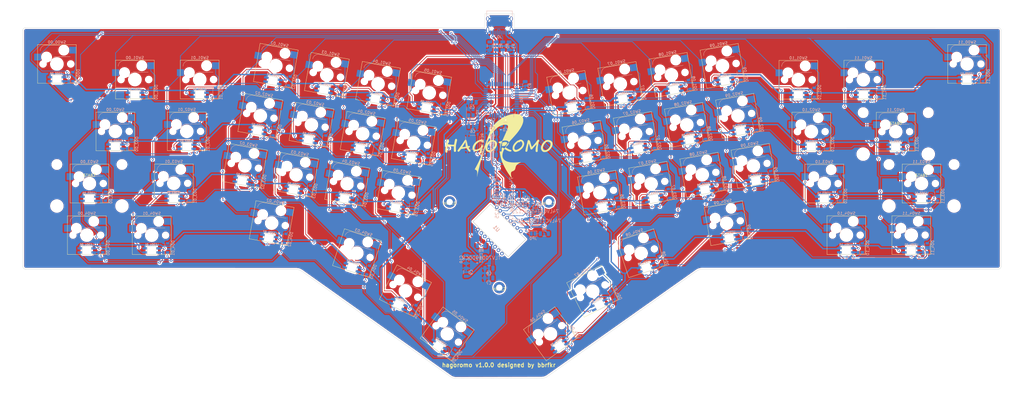
<source format=kicad_pcb>
(kicad_pcb (version 20171130) (host pcbnew "(5.1.10)-1")
  (title_block (title hagoromo) (date 2021-08-29) (rev v1.0.0))
  (layers (0 F.Cu signal) (31 B.Cu signal) (34 B.Paste user) (35 F.Paste user) (36 B.SilkS user) (37 F.SilkS user) (38 B.Mask user) (39 F.Mask user) (44 Edge.Cuts user))
  (net 0 "")
  (net 1 "Net-(C0-Pad1)")
  (net 2 GND)
  (net 3 VCC)
  (net 4 "Net-(C5-Pad2)")
  (net 5 "Net-(C6-Pad1)")
  (net 6 "Net-(C7-Pad2)")
  (net 7 VDD)
  (net 8 row0)
  (net 9 "Net-(D00_00-Pad2)")
  (net 10 "Net-(D00_11-Pad2)")
  (net 11 row1)
  (net 12 "Net-(D01_00-Pad2)")
  (net 13 "Net-(D01_01-Pad2)")
  (net 14 "Net-(D01_02-Pad2)")
  (net 15 "Net-(D01_03-Pad2)")
  (net 16 "Net-(D01_04-Pad2)")
  (net 17 "Net-(D01_05-Pad2)")
  (net 18 "Net-(D01_06-Pad2)")
  (net 19 "Net-(D01_07-Pad2)")
  (net 20 "Net-(D01_08-Pad2)")
  (net 21 "Net-(D01_09-Pad2)")
  (net 22 "Net-(D01_10-Pad2)")
  (net 23 "Net-(D01_11-Pad2)")
  (net 24 "Net-(D02_00-Pad2)")
  (net 25 row2)
  (net 26 "Net-(D02_01-Pad2)")
  (net 27 "Net-(D02_02-Pad2)")
  (net 28 "Net-(D02_03-Pad2)")
  (net 29 "Net-(D02_04-Pad2)")
  (net 30 "Net-(D02_05-Pad2)")
  (net 31 "Net-(D02_06-Pad2)")
  (net 32 "Net-(D02_07-Pad2)")
  (net 33 "Net-(D02_08-Pad2)")
  (net 34 "Net-(D02_09-Pad2)")
  (net 35 "Net-(D02_10-Pad2)")
  (net 36 "Net-(D02_11-Pad2)")
  (net 37 row3)
  (net 38 "Net-(D03_00-Pad2)")
  (net 39 "Net-(D03_01-Pad2)")
  (net 40 "Net-(D03_02-Pad2)")
  (net 41 "Net-(D03_03-Pad2)")
  (net 42 "Net-(D03_04-Pad2)")
  (net 43 "Net-(D03_05-Pad2)")
  (net 44 "Net-(D03_06-Pad2)")
  (net 45 "Net-(D03_07-Pad2)")
  (net 46 "Net-(D03_08-Pad2)")
  (net 47 "Net-(D03_09-Pad2)")
  (net 48 "Net-(D03_10-Pad2)")
  (net 49 "Net-(D03_11-Pad2)")
  (net 50 row4)
  (net 51 "Net-(D04_00-Pad2)")
  (net 52 "Net-(D04_01-Pad2)")
  (net 53 "Net-(D04_02-Pad2)")
  (net 54 "Net-(D04_03-Pad2)")
  (net 55 "Net-(D04_04-Pad2)")
  (net 56 "Net-(D04_05-Pad2)")
  (net 57 "Net-(D04_06-Pad2)")
  (net 58 "Net-(D04_07-Pad2)")
  (net 59 "Net-(D04_08-Pad2)")
  (net 60 "Net-(D04_09-Pad2)")
  (net 61 "Net-(D04_10-Pad2)")
  (net 62 "Net-(D04_11-Pad2)")
  (net 63 D+)
  (net 64 "Net-(J0-PadB5)")
  (net 65 "Net-(J0-PadA8)")
  (net 66 D-)
  (net 67 "Net-(J0-PadA5)")
  (net 68 "Net-(J0-PadB8)")
  (net 69 "Net-(JP0-Pad2)")
  (net 70 MISO)
  (net 71 "Net-(LED00_00-Pad2)")
  (net 72 LED)
  (net 73 "Net-(LED00_11-Pad2)")
  (net 74 "Net-(LED00_11-Pad4)")
  (net 75 "Net-(LED01_00-Pad2)")
  (net 76 "Net-(LED01_01-Pad2)")
  (net 77 "Net-(LED01_01-Pad4)")
  (net 78 "Net-(LED01_02-Pad2)")
  (net 79 "Net-(LED01_03-Pad2)")
  (net 80 "Net-(LED01_03-Pad4)")
  (net 81 "Net-(LED01_04-Pad2)")
  (net 82 "Net-(LED01_05-Pad4)")
  (net 83 "Net-(LED01_05-Pad2)")
  (net 84 "Net-(LED01_06-Pad2)")
  (net 85 "Net-(LED01_07-Pad4)")
  (net 86 "Net-(LED01_07-Pad2)")
  (net 87 "Net-(LED01_08-Pad2)")
  (net 88 "Net-(LED01_09-Pad2)")
  (net 89 "Net-(LED01_09-Pad4)")
  (net 90 "Net-(LED01_10-Pad2)")
  (net 91 "Net-(LED01_11-Pad4)")
  (net 92 "Net-(LED02_00-Pad2)")
  (net 93 "Net-(LED02_01-Pad4)")
  (net 94 "Net-(LED02_02-Pad2)")
  (net 95 "Net-(LED02_03-Pad4)")
  (net 96 "Net-(LED02_04-Pad2)")
  (net 97 "Net-(LED02_05-Pad4)")
  (net 98 "Net-(LED02_06-Pad2)")
  (net 99 "Net-(LED02_07-Pad4)")
  (net 100 "Net-(LED02_08-Pad2)")
  (net 101 "Net-(LED02_09-Pad4)")
  (net 102 "Net-(LED02_10-Pad2)")
  (net 103 "Net-(LED02_11-Pad4)")
  (net 104 "Net-(LED03_00-Pad2)")
  (net 105 "Net-(LED03_01-Pad4)")
  (net 106 "Net-(LED03_02-Pad2)")
  (net 107 "Net-(LED03_03-Pad4)")
  (net 108 "Net-(LED03_04-Pad2)")
  (net 109 "Net-(LED03_05-Pad4)")
  (net 110 "Net-(LED03_06-Pad2)")
  (net 111 "Net-(LED03_07-Pad4)")
  (net 112 "Net-(LED03_08-Pad2)")
  (net 113 "Net-(LED03_09-Pad4)")
  (net 114 "Net-(LED03_10-Pad2)")
  (net 115 "Net-(LED03_11-Pad4)")
  (net 116 "Net-(LED04_00-Pad2)")
  (net 117 "Net-(LED04_02-Pad2)")
  (net 118 "Net-(LED04_04-Pad2)")
  (net 119 "Net-(LED04_06-Pad2)")
  (net 120 "Net-(LED04_08-Pad2)")
  (net 121 "Net-(LED04_10-Pad2)")
  (net 122 "Net-(R0-Pad1)")
  (net 123 "Net-(R1-Pad1)")
  (net 124 RESET)
  (net 125 "Net-(R5-Pad2)")
  (net 126 "Net-(R7-Pad2)")
  (net 127 "Net-(R8-Pad1)")
  (net 128 col0)
  (net 129 col11)
  (net 130 col1)
  (net 131 col2)
  (net 132 col3)
  (net 133 col4)
  (net 134 col5)
  (net 135 col6)
  (net 136 col7)
  (net 137 col8)
  (net 138 col9)
  (net 139 col10)
  (net 140 "Net-(U0-Pad1)")
  (net 141 SS-H)
  (net 142 SCLK-H)
  (net 143 MOSI-H)
  (net 144 MISO-H)
  (net 145 "Net-(U0-Pad12)")
  (net 146 MOT-H)
  (net 147 "Net-(U0-Pad42)")
  (net 148 "Net-(U1-Pad1)")
  (net 149 "Net-(U1-Pad2)")
  (net 150 "Net-(U1-Pad6)")
  (net 151 MOTION)
  (net 152 SCLK)
  (net 153 MOSI)
  (net 154 SS)
  (net 155 "Net-(U1-Pad14)")
  (net 156 "Net-(U1-Pad16)")
  (net 157 "Net-(U2-Pad4)")
  (module Keebio-Parts:SK6812-MINI-E (layer B.Cu) (at 44.3992 104.1908)
    (fp_text reference LED00_00 (at 0 -2.1 unlocked) (layer B.SilkS) (effects (font (size 0.7 0.7)) (justify mirror)))
    (fp_text value SK6812MINI-E hide)
    (fp_line (start -1.7 1.5) (end 1.7 1.5) (layer Edge.Cuts) (width 0.12))
    (fp_line (start -1.7 -1.5) (end -1.7 1.5) (layer Edge.Cuts) (width 0.12))
    (fp_line (start 1.7 -1.5) (end -1.7 -1.5) (layer Edge.Cuts) (width 0.12))
    (fp_line (start 1.7 1.5) (end 1.7 -1.5) (layer Edge.Cuts) (width 0.12))
    (pad 3 smd roundrect (at 2.55 0.75) (size 1.7 0.82) (layers B.Cu B.Paste B.Mask) (net 2 GND))
    (pad 4 smd rect (at 2.55 -0.75) (size 1.7 0.82) (layers B.Cu B.Paste B.Mask) (net 72 LED))
    (pad 2 smd rect (at -2.55 0.75) (size 1.7 0.82) (layers B.Cu B.Paste B.Mask) (net 71 "Net-(LED00_00-Pad2)"))
    (pad 1 smd rect (at -2.55 -0.75) (size 1.7 0.82) (layers B.Cu B.Paste B.Mask) (net 3 VCC))
  )
  (module Keebio-Parts:SK6812-MINI-E (layer B.Cu) (at 378.2314 104.2162)
    (fp_text reference LED00_11 (at 0 -2.1 unlocked) (layer B.SilkS) (effects (font (size 0.7 0.7)) (justify mirror)))
    (fp_text value SK6812MINI-E hide)
    (fp_line (start -1.7 1.5) (end 1.7 1.5) (layer Edge.Cuts) (width 0.12))
    (fp_line (start -1.7 -1.5) (end -1.7 1.5) (layer Edge.Cuts) (width 0.12))
    (fp_line (start 1.7 -1.5) (end -1.7 -1.5) (layer Edge.Cuts) (width 0.12))
    (fp_line (start 1.7 1.5) (end 1.7 -1.5) (layer Edge.Cuts) (width 0.12))
    (pad 3 smd roundrect (at 2.55 0.75) (size 1.7 0.82) (layers B.Cu B.Paste B.Mask) (net 2 GND))
    (pad 4 smd rect (at 2.55 -0.75) (size 1.7 0.82) (layers B.Cu B.Paste B.Mask) (net 74 "Net-(LED00_11-Pad4)"))
    (pad 2 smd rect (at -2.55 0.75) (size 1.7 0.82) (layers B.Cu B.Paste B.Mask) (net 73 "Net-(LED00_11-Pad2)"))
    (pad 1 smd rect (at -2.55 -0.75) (size 1.7 0.82) (layers B.Cu B.Paste B.Mask) (net 3 VCC))
  )
  (module Keebio-Parts:SK6812-MINI-E (layer B.Cu) (at 72.9996 109.9312)
    (fp_text reference LED01_00 (at 0 -2.1 unlocked) (layer B.SilkS) (effects (font (size 0.7 0.7)) (justify mirror)))
    (fp_text value SK6812MINI-E hide)
    (fp_line (start -1.7 1.5) (end 1.7 1.5) (layer Edge.Cuts) (width 0.12))
    (fp_line (start -1.7 -1.5) (end -1.7 1.5) (layer Edge.Cuts) (width 0.12))
    (fp_line (start 1.7 -1.5) (end -1.7 -1.5) (layer Edge.Cuts) (width 0.12))
    (fp_line (start 1.7 1.5) (end 1.7 -1.5) (layer Edge.Cuts) (width 0.12))
    (pad 3 smd roundrect (at 2.55 0.75) (size 1.7 0.82) (layers B.Cu B.Paste B.Mask) (net 2 GND))
    (pad 4 smd rect (at 2.55 -0.75) (size 1.7 0.82) (layers B.Cu B.Paste B.Mask) (net 71 "Net-(LED00_00-Pad2)"))
    (pad 2 smd rect (at -2.55 0.75) (size 1.7 0.82) (layers B.Cu B.Paste B.Mask) (net 75 "Net-(LED01_00-Pad2)"))
    (pad 1 smd rect (at -2.55 -0.75) (size 1.7 0.82) (layers B.Cu B.Paste B.Mask) (net 3 VCC))
  )
  (module Keebio-Parts:SK6812-MINI-E (layer B.Cu) (at 96.774 109.9058)
    (fp_text reference LED01_01 (at 0 -2.1 unlocked) (layer B.SilkS) (effects (font (size 0.7 0.7)) (justify mirror)))
    (fp_text value SK6812MINI-E hide)
    (fp_line (start -1.7 1.5) (end 1.7 1.5) (layer Edge.Cuts) (width 0.12))
    (fp_line (start -1.7 -1.5) (end -1.7 1.5) (layer Edge.Cuts) (width 0.12))
    (fp_line (start 1.7 -1.5) (end -1.7 -1.5) (layer Edge.Cuts) (width 0.12))
    (fp_line (start 1.7 1.5) (end 1.7 -1.5) (layer Edge.Cuts) (width 0.12))
    (pad 3 smd roundrect (at 2.55 0.75) (size 1.7 0.82) (layers B.Cu B.Paste B.Mask) (net 2 GND))
    (pad 4 smd rect (at 2.55 -0.75) (size 1.7 0.82) (layers B.Cu B.Paste B.Mask) (net 77 "Net-(LED01_01-Pad4)"))
    (pad 2 smd rect (at -2.55 0.75) (size 1.7 0.82) (layers B.Cu B.Paste B.Mask) (net 76 "Net-(LED01_01-Pad2)"))
    (pad 1 smd rect (at -2.55 -0.75) (size 1.7 0.82) (layers B.Cu B.Paste B.Mask) (net 3 VCC))
  )
  (module Keebio-Parts:SK6812-MINI-E (layer B.Cu) (at 123.5964 104.775 350)
    (fp_text reference LED01_02 (at 0 -2.1 350 unlocked) (layer B.SilkS) (effects (font (size 0.7 0.7)) (justify mirror)))
    (fp_text value SK6812MINI-E hide)
    (fp_line (start -1.7 1.5) (end 1.7 1.5) (layer Edge.Cuts) (width 0.12))
    (fp_line (start -1.7 -1.5) (end -1.7 1.5) (layer Edge.Cuts) (width 0.12))
    (fp_line (start 1.7 -1.5) (end -1.7 -1.5) (layer Edge.Cuts) (width 0.12))
    (fp_line (start 1.7 1.5) (end 1.7 -1.5) (layer Edge.Cuts) (width 0.12))
    (pad 3 smd roundrect (at 2.55 0.75 350) (size 1.7 0.82) (layers B.Cu B.Paste B.Mask) (net 2 GND))
    (pad 4 smd rect (at 2.55 -0.75 350) (size 1.7 0.82) (layers B.Cu B.Paste B.Mask) (net 76 "Net-(LED01_01-Pad2)"))
    (pad 2 smd rect (at -2.55 0.75 350) (size 1.7 0.82) (layers B.Cu B.Paste B.Mask) (net 78 "Net-(LED01_02-Pad2)"))
    (pad 1 smd rect (at -2.55 -0.75 350) (size 1.7 0.82) (layers B.Cu B.Paste B.Mask) (net 3 VCC))
  )
  (module Keebio-Parts:SK6812-MINI-E (layer B.Cu) (at 142.3416 108.077 350)
    (fp_text reference LED01_03 (at 0 -2.1 350 unlocked) (layer B.SilkS) (effects (font (size 0.7 0.7)) (justify mirror)))
    (fp_text value SK6812MINI-E hide)
    (fp_line (start -1.7 1.5) (end 1.7 1.5) (layer Edge.Cuts) (width 0.12))
    (fp_line (start -1.7 -1.5) (end -1.7 1.5) (layer Edge.Cuts) (width 0.12))
    (fp_line (start 1.7 -1.5) (end -1.7 -1.5) (layer Edge.Cuts) (width 0.12))
    (fp_line (start 1.7 1.5) (end 1.7 -1.5) (layer Edge.Cuts) (width 0.12))
    (pad 3 smd roundrect (at 2.55 0.75 350) (size 1.7 0.82) (layers B.Cu B.Paste B.Mask) (net 2 GND))
    (pad 4 smd rect (at 2.55 -0.75 350) (size 1.7 0.82) (layers B.Cu B.Paste B.Mask) (net 80 "Net-(LED01_03-Pad4)"))
    (pad 2 smd rect (at -2.55 0.75 350) (size 1.7 0.82) (layers B.Cu B.Paste B.Mask) (net 79 "Net-(LED01_03-Pad2)"))
    (pad 1 smd rect (at -2.55 -0.75 350) (size 1.7 0.82) (layers B.Cu B.Paste B.Mask) (net 3 VCC))
  )
  (module Keebio-Parts:SK6812-MINI-E (layer B.Cu) (at 161.163 111.4044 350)
    (fp_text reference LED01_04 (at 0 -2.1 350 unlocked) (layer B.SilkS) (effects (font (size 0.7 0.7)) (justify mirror)))
    (fp_text value SK6812MINI-E hide)
    (fp_line (start -1.7 1.5) (end 1.7 1.5) (layer Edge.Cuts) (width 0.12))
    (fp_line (start -1.7 -1.5) (end -1.7 1.5) (layer Edge.Cuts) (width 0.12))
    (fp_line (start 1.7 -1.5) (end -1.7 -1.5) (layer Edge.Cuts) (width 0.12))
    (fp_line (start 1.7 1.5) (end 1.7 -1.5) (layer Edge.Cuts) (width 0.12))
    (pad 3 smd roundrect (at 2.55 0.75 350) (size 1.7 0.82) (layers B.Cu B.Paste B.Mask) (net 2 GND))
    (pad 4 smd rect (at 2.55 -0.75 350) (size 1.7 0.82) (layers B.Cu B.Paste B.Mask) (net 79 "Net-(LED01_03-Pad2)"))
    (pad 2 smd rect (at -2.55 0.75 350) (size 1.7 0.82) (layers B.Cu B.Paste B.Mask) (net 81 "Net-(LED01_04-Pad2)"))
    (pad 1 smd rect (at -2.55 -0.75 350) (size 1.7 0.82) (layers B.Cu B.Paste B.Mask) (net 3 VCC))
  )
  (module Keebio-Parts:SK6812-MINI-E (layer B.Cu) (at 179.8828 114.7064 350)
    (fp_text reference LED01_05 (at 0 -2.1 350 unlocked) (layer B.SilkS) (effects (font (size 0.7 0.7)) (justify mirror)))
    (fp_text value SK6812MINI-E hide)
    (fp_line (start -1.7 1.5) (end 1.7 1.5) (layer Edge.Cuts) (width 0.12))
    (fp_line (start -1.7 -1.5) (end -1.7 1.5) (layer Edge.Cuts) (width 0.12))
    (fp_line (start 1.7 -1.5) (end -1.7 -1.5) (layer Edge.Cuts) (width 0.12))
    (fp_line (start 1.7 1.5) (end 1.7 -1.5) (layer Edge.Cuts) (width 0.12))
    (pad 3 smd roundrect (at 2.55 0.75 350) (size 1.7 0.82) (layers B.Cu B.Paste B.Mask) (net 2 GND))
    (pad 4 smd rect (at 2.55 -0.75 350) (size 1.7 0.82) (layers B.Cu B.Paste B.Mask) (net 82 "Net-(LED01_05-Pad4)"))
    (pad 2 smd rect (at -2.55 0.75 350) (size 1.7 0.82) (layers B.Cu B.Paste B.Mask) (net 83 "Net-(LED01_05-Pad2)"))
    (pad 1 smd rect (at -2.55 -0.75 350) (size 1.7 0.82) (layers B.Cu B.Paste B.Mask) (net 3 VCC))
  )
  (module Keebio-Parts:SK6812-MINI-E (layer B.Cu) (at 233.3752 114.7318 10)
    (fp_text reference LED01_06 (at 0 -2.1 10 unlocked) (layer B.SilkS) (effects (font (size 0.7 0.7)) (justify mirror)))
    (fp_text value SK6812MINI-E hide)
    (fp_line (start -1.7 1.5) (end 1.7 1.5) (layer Edge.Cuts) (width 0.12))
    (fp_line (start -1.7 -1.5) (end -1.7 1.5) (layer Edge.Cuts) (width 0.12))
    (fp_line (start 1.7 -1.5) (end -1.7 -1.5) (layer Edge.Cuts) (width 0.12))
    (fp_line (start 1.7 1.5) (end 1.7 -1.5) (layer Edge.Cuts) (width 0.12))
    (pad 3 smd roundrect (at 2.55 0.75 10) (size 1.7 0.82) (layers B.Cu B.Paste B.Mask) (net 2 GND))
    (pad 4 smd rect (at 2.55 -0.75 10) (size 1.7 0.82) (layers B.Cu B.Paste B.Mask) (net 83 "Net-(LED01_05-Pad2)"))
    (pad 2 smd rect (at -2.55 0.75 10) (size 1.7 0.82) (layers B.Cu B.Paste B.Mask) (net 84 "Net-(LED01_06-Pad2)"))
    (pad 1 smd rect (at -2.55 -0.75 10) (size 1.7 0.82) (layers B.Cu B.Paste B.Mask) (net 3 VCC))
  )
  (module Keebio-Parts:SK6812-MINI-E (layer B.Cu) (at 251.968 111.4552 10)
    (fp_text reference LED01_07 (at 0 -2.1 10 unlocked) (layer B.SilkS) (effects (font (size 0.7 0.7)) (justify mirror)))
    (fp_text value SK6812MINI-E hide)
    (fp_line (start -1.7 1.5) (end 1.7 1.5) (layer Edge.Cuts) (width 0.12))
    (fp_line (start -1.7 -1.5) (end -1.7 1.5) (layer Edge.Cuts) (width 0.12))
    (fp_line (start 1.7 -1.5) (end -1.7 -1.5) (layer Edge.Cuts) (width 0.12))
    (fp_line (start 1.7 1.5) (end 1.7 -1.5) (layer Edge.Cuts) (width 0.12))
    (pad 3 smd roundrect (at 2.55 0.75 10) (size 1.7 0.82) (layers B.Cu B.Paste B.Mask) (net 2 GND))
    (pad 4 smd rect (at 2.55 -0.75 10) (size 1.7 0.82) (layers B.Cu B.Paste B.Mask) (net 85 "Net-(LED01_07-Pad4)"))
    (pad 2 smd rect (at -2.55 0.75 10) (size 1.7 0.82) (layers B.Cu B.Paste B.Mask) (net 86 "Net-(LED01_07-Pad2)"))
    (pad 1 smd rect (at -2.55 -0.75 10) (size 1.7 0.82) (layers B.Cu B.Paste B.Mask) (net 3 VCC))
  )
  (module Keebio-Parts:SK6812-MINI-E (layer B.Cu) (at 270.7894 108.1024 10)
    (fp_text reference LED01_08 (at 0 -2.1 10 unlocked) (layer B.SilkS) (effects (font (size 0.7 0.7)) (justify mirror)))
    (fp_text value SK6812MINI-E hide)
    (fp_line (start -1.7 1.5) (end 1.7 1.5) (layer Edge.Cuts) (width 0.12))
    (fp_line (start -1.7 -1.5) (end -1.7 1.5) (layer Edge.Cuts) (width 0.12))
    (fp_line (start 1.7 -1.5) (end -1.7 -1.5) (layer Edge.Cuts) (width 0.12))
    (fp_line (start 1.7 1.5) (end 1.7 -1.5) (layer Edge.Cuts) (width 0.12))
    (pad 3 smd roundrect (at 2.55 0.75 10) (size 1.7 0.82) (layers B.Cu B.Paste B.Mask) (net 2 GND))
    (pad 4 smd rect (at 2.55 -0.75 10) (size 1.7 0.82) (layers B.Cu B.Paste B.Mask) (net 86 "Net-(LED01_07-Pad2)"))
    (pad 2 smd rect (at -2.55 0.75 10) (size 1.7 0.82) (layers B.Cu B.Paste B.Mask) (net 87 "Net-(LED01_08-Pad2)"))
    (pad 1 smd rect (at -2.55 -0.75 10) (size 1.7 0.82) (layers B.Cu B.Paste B.Mask) (net 3 VCC))
  )
  (module Keebio-Parts:SK6812-MINI-E (layer B.Cu) (at 289.4838 104.8258 10)
    (fp_text reference LED01_09 (at 0 -2.1 10 unlocked) (layer B.SilkS) (effects (font (size 0.7 0.7)) (justify mirror)))
    (fp_text value SK6812MINI-E hide)
    (fp_line (start -1.7 1.5) (end 1.7 1.5) (layer Edge.Cuts) (width 0.12))
    (fp_line (start -1.7 -1.5) (end -1.7 1.5) (layer Edge.Cuts) (width 0.12))
    (fp_line (start 1.7 -1.5) (end -1.7 -1.5) (layer Edge.Cuts) (width 0.12))
    (fp_line (start 1.7 1.5) (end 1.7 -1.5) (layer Edge.Cuts) (width 0.12))
    (pad 3 smd roundrect (at 2.55 0.75 10) (size 1.7 0.82) (layers B.Cu B.Paste B.Mask) (net 2 GND))
    (pad 4 smd rect (at 2.55 -0.75 10) (size 1.7 0.82) (layers B.Cu B.Paste B.Mask) (net 89 "Net-(LED01_09-Pad4)"))
    (pad 2 smd rect (at -2.55 0.75 10) (size 1.7 0.82) (layers B.Cu B.Paste B.Mask) (net 88 "Net-(LED01_09-Pad2)"))
    (pad 1 smd rect (at -2.55 -0.75 10) (size 1.7 0.82) (layers B.Cu B.Paste B.Mask) (net 3 VCC))
  )
  (module Keebio-Parts:SK6812-MINI-E (layer B.Cu) (at 316.357 109.982)
    (fp_text reference LED01_10 (at 0 -2.1 unlocked) (layer B.SilkS) (effects (font (size 0.7 0.7)) (justify mirror)))
    (fp_text value SK6812MINI-E hide)
    (fp_line (start -1.7 1.5) (end 1.7 1.5) (layer Edge.Cuts) (width 0.12))
    (fp_line (start -1.7 -1.5) (end -1.7 1.5) (layer Edge.Cuts) (width 0.12))
    (fp_line (start 1.7 -1.5) (end -1.7 -1.5) (layer Edge.Cuts) (width 0.12))
    (fp_line (start 1.7 1.5) (end 1.7 -1.5) (layer Edge.Cuts) (width 0.12))
    (pad 3 smd roundrect (at 2.55 0.75) (size 1.7 0.82) (layers B.Cu B.Paste B.Mask) (net 2 GND))
    (pad 4 smd rect (at 2.55 -0.75) (size 1.7 0.82) (layers B.Cu B.Paste B.Mask) (net 88 "Net-(LED01_09-Pad2)"))
    (pad 2 smd rect (at -2.55 0.75) (size 1.7 0.82) (layers B.Cu B.Paste B.Mask) (net 90 "Net-(LED01_10-Pad2)"))
    (pad 1 smd rect (at -2.55 -0.75) (size 1.7 0.82) (layers B.Cu B.Paste B.Mask) (net 3 VCC))
  )
  (module Keebio-Parts:SK6812-MINI-E (layer B.Cu) (at 340.233 109.9566)
    (fp_text reference LED01_11 (at 0 -2.1 unlocked) (layer B.SilkS) (effects (font (size 0.7 0.7)) (justify mirror)))
    (fp_text value SK6812MINI-E hide)
    (fp_line (start -1.7 1.5) (end 1.7 1.5) (layer Edge.Cuts) (width 0.12))
    (fp_line (start -1.7 -1.5) (end -1.7 1.5) (layer Edge.Cuts) (width 0.12))
    (fp_line (start 1.7 -1.5) (end -1.7 -1.5) (layer Edge.Cuts) (width 0.12))
    (fp_line (start 1.7 1.5) (end 1.7 -1.5) (layer Edge.Cuts) (width 0.12))
    (pad 3 smd roundrect (at 2.55 0.75) (size 1.7 0.82) (layers B.Cu B.Paste B.Mask) (net 2 GND))
    (pad 4 smd rect (at 2.55 -0.75) (size 1.7 0.82) (layers B.Cu B.Paste B.Mask) (net 91 "Net-(LED01_11-Pad4)"))
    (pad 2 smd rect (at -2.55 0.75) (size 1.7 0.82) (layers B.Cu B.Paste B.Mask) (net 74 "Net-(LED00_11-Pad4)"))
    (pad 1 smd rect (at -2.55 -0.75) (size 1.7 0.82) (layers B.Cu B.Paste B.Mask) (net 3 VCC))
  )
  (module Keebio-Parts:SK6812-MINI-E (layer B.Cu) (at 65.8622 128.9304)
    (fp_text reference LED02_00 (at 0 -2.1 unlocked) (layer B.SilkS) (effects (font (size 0.7 0.7)) (justify mirror)))
    (fp_text value SK6812MINI-E hide)
    (fp_line (start -1.7 1.5) (end 1.7 1.5) (layer Edge.Cuts) (width 0.12))
    (fp_line (start -1.7 -1.5) (end -1.7 1.5) (layer Edge.Cuts) (width 0.12))
    (fp_line (start 1.7 -1.5) (end -1.7 -1.5) (layer Edge.Cuts) (width 0.12))
    (fp_line (start 1.7 1.5) (end 1.7 -1.5) (layer Edge.Cuts) (width 0.12))
    (pad 3 smd roundrect (at 2.55 0.75) (size 1.7 0.82) (layers B.Cu B.Paste B.Mask) (net 2 GND))
    (pad 4 smd rect (at 2.55 -0.75) (size 1.7 0.82) (layers B.Cu B.Paste B.Mask) (net 75 "Net-(LED01_00-Pad2)"))
    (pad 2 smd rect (at -2.55 0.75) (size 1.7 0.82) (layers B.Cu B.Paste B.Mask) (net 92 "Net-(LED02_00-Pad2)"))
    (pad 1 smd rect (at -2.55 -0.75) (size 1.7 0.82) (layers B.Cu B.Paste B.Mask) (net 3 VCC))
  )
  (module Keebio-Parts:SK6812-MINI-E (layer B.Cu) (at 92.0496 128.9812)
    (fp_text reference LED02_01 (at 0 -2.1 unlocked) (layer B.SilkS) (effects (font (size 0.7 0.7)) (justify mirror)))
    (fp_text value SK6812MINI-E hide)
    (fp_line (start -1.7 1.5) (end 1.7 1.5) (layer Edge.Cuts) (width 0.12))
    (fp_line (start -1.7 -1.5) (end -1.7 1.5) (layer Edge.Cuts) (width 0.12))
    (fp_line (start 1.7 -1.5) (end -1.7 -1.5) (layer Edge.Cuts) (width 0.12))
    (fp_line (start 1.7 1.5) (end 1.7 -1.5) (layer Edge.Cuts) (width 0.12))
    (pad 3 smd roundrect (at 2.55 0.75) (size 1.7 0.82) (layers B.Cu B.Paste B.Mask) (net 2 GND))
    (pad 4 smd rect (at 2.55 -0.75) (size 1.7 0.82) (layers B.Cu B.Paste B.Mask) (net 93 "Net-(LED02_01-Pad4)"))
    (pad 2 smd rect (at -2.55 0.75) (size 1.7 0.82) (layers B.Cu B.Paste B.Mask) (net 77 "Net-(LED01_01-Pad4)"))
    (pad 1 smd rect (at -2.55 -0.75) (size 1.7 0.82) (layers B.Cu B.Paste B.Mask) (net 3 VCC))
  )
  (module Keebio-Parts:SK6812-MINI-E (layer B.Cu) (at 117.9576 123.1392 350)
    (fp_text reference LED02_02 (at 0 -2.1 350 unlocked) (layer B.SilkS) (effects (font (size 0.7 0.7)) (justify mirror)))
    (fp_text value SK6812MINI-E hide)
    (fp_line (start -1.7 1.5) (end 1.7 1.5) (layer Edge.Cuts) (width 0.12))
    (fp_line (start -1.7 -1.5) (end -1.7 1.5) (layer Edge.Cuts) (width 0.12))
    (fp_line (start 1.7 -1.5) (end -1.7 -1.5) (layer Edge.Cuts) (width 0.12))
    (fp_line (start 1.7 1.5) (end 1.7 -1.5) (layer Edge.Cuts) (width 0.12))
    (pad 3 smd roundrect (at 2.55 0.75 350) (size 1.7 0.82) (layers B.Cu B.Paste B.Mask) (net 2 GND))
    (pad 4 smd rect (at 2.55 -0.75 350) (size 1.7 0.82) (layers B.Cu B.Paste B.Mask) (net 78 "Net-(LED01_02-Pad2)"))
    (pad 2 smd rect (at -2.55 0.75 350) (size 1.7 0.82) (layers B.Cu B.Paste B.Mask) (net 94 "Net-(LED02_02-Pad2)"))
    (pad 1 smd rect (at -2.55 -0.75 350) (size 1.7 0.82) (layers B.Cu B.Paste B.Mask) (net 3 VCC))
  )
  (module Keebio-Parts:SK6812-MINI-E (layer B.Cu) (at 136.6774 126.4158 350)
    (fp_text reference LED02_03 (at 0 -2.1 350 unlocked) (layer B.SilkS) (effects (font (size 0.7 0.7)) (justify mirror)))
    (fp_text value SK6812MINI-E hide)
    (fp_line (start -1.7 1.5) (end 1.7 1.5) (layer Edge.Cuts) (width 0.12))
    (fp_line (start -1.7 -1.5) (end -1.7 1.5) (layer Edge.Cuts) (width 0.12))
    (fp_line (start 1.7 -1.5) (end -1.7 -1.5) (layer Edge.Cuts) (width 0.12))
    (fp_line (start 1.7 1.5) (end 1.7 -1.5) (layer Edge.Cuts) (width 0.12))
    (pad 3 smd roundrect (at 2.55 0.75 350) (size 1.7 0.82) (layers B.Cu B.Paste B.Mask) (net 2 GND))
    (pad 4 smd rect (at 2.55 -0.75 350) (size 1.7 0.82) (layers B.Cu B.Paste B.Mask) (net 95 "Net-(LED02_03-Pad4)"))
    (pad 2 smd rect (at -2.55 0.75 350) (size 1.7 0.82) (layers B.Cu B.Paste B.Mask) (net 80 "Net-(LED01_03-Pad4)"))
    (pad 1 smd rect (at -2.55 -0.75 350) (size 1.7 0.82) (layers B.Cu B.Paste B.Mask) (net 3 VCC))
  )
  (module Keebio-Parts:SK6812-MINI-E (layer B.Cu) (at 155.5496 129.7686 350)
    (fp_text reference LED02_04 (at 0 -2.1 350 unlocked) (layer B.SilkS) (effects (font (size 0.7 0.7)) (justify mirror)))
    (fp_text value SK6812MINI-E hide)
    (fp_line (start -1.7 1.5) (end 1.7 1.5) (layer Edge.Cuts) (width 0.12))
    (fp_line (start -1.7 -1.5) (end -1.7 1.5) (layer Edge.Cuts) (width 0.12))
    (fp_line (start 1.7 -1.5) (end -1.7 -1.5) (layer Edge.Cuts) (width 0.12))
    (fp_line (start 1.7 1.5) (end 1.7 -1.5) (layer Edge.Cuts) (width 0.12))
    (pad 3 smd roundrect (at 2.55 0.75 350) (size 1.7 0.82) (layers B.Cu B.Paste B.Mask) (net 2 GND))
    (pad 4 smd rect (at 2.55 -0.75 350) (size 1.7 0.82) (layers B.Cu B.Paste B.Mask) (net 81 "Net-(LED01_04-Pad2)"))
    (pad 2 smd rect (at -2.55 0.75 350) (size 1.7 0.82) (layers B.Cu B.Paste B.Mask) (net 96 "Net-(LED02_04-Pad2)"))
    (pad 1 smd rect (at -2.55 -0.75 350) (size 1.7 0.82) (layers B.Cu B.Paste B.Mask) (net 3 VCC))
  )
  (module Keebio-Parts:SK6812-MINI-E (layer B.Cu) (at 174.2186 133.0452 350)
    (fp_text reference LED02_05 (at 0 -2.1 350 unlocked) (layer B.SilkS) (effects (font (size 0.7 0.7)) (justify mirror)))
    (fp_text value SK6812MINI-E hide)
    (fp_line (start -1.7 1.5) (end 1.7 1.5) (layer Edge.Cuts) (width 0.12))
    (fp_line (start -1.7 -1.5) (end -1.7 1.5) (layer Edge.Cuts) (width 0.12))
    (fp_line (start 1.7 -1.5) (end -1.7 -1.5) (layer Edge.Cuts) (width 0.12))
    (fp_line (start 1.7 1.5) (end 1.7 -1.5) (layer Edge.Cuts) (width 0.12))
    (pad 3 smd roundrect (at 2.55 0.75 350) (size 1.7 0.82) (layers B.Cu B.Paste B.Mask) (net 2 GND))
    (pad 4 smd rect (at 2.55 -0.75 350) (size 1.7 0.82) (layers B.Cu B.Paste B.Mask) (net 97 "Net-(LED02_05-Pad4)"))
    (pad 2 smd rect (at -2.55 0.75 350) (size 1.7 0.82) (layers B.Cu B.Paste B.Mask) (net 82 "Net-(LED01_05-Pad4)"))
    (pad 1 smd rect (at -2.55 -0.75 350) (size 1.7 0.82) (layers B.Cu B.Paste B.Mask) (net 3 VCC))
  )
  (module Keebio-Parts:SK6812-MINI-E (layer B.Cu) (at 238.9378 133.0452 10)
    (fp_text reference LED02_06 (at 0 -2.1 10 unlocked) (layer B.SilkS) (effects (font (size 0.7 0.7)) (justify mirror)))
    (fp_text value SK6812MINI-E hide)
    (fp_line (start -1.7 1.5) (end 1.7 1.5) (layer Edge.Cuts) (width 0.12))
    (fp_line (start -1.7 -1.5) (end -1.7 1.5) (layer Edge.Cuts) (width 0.12))
    (fp_line (start 1.7 -1.5) (end -1.7 -1.5) (layer Edge.Cuts) (width 0.12))
    (fp_line (start 1.7 1.5) (end 1.7 -1.5) (layer Edge.Cuts) (width 0.12))
    (pad 3 smd roundrect (at 2.55 0.75 10) (size 1.7 0.82) (layers B.Cu B.Paste B.Mask) (net 2 GND))
    (pad 4 smd rect (at 2.55 -0.75 10) (size 1.7 0.82) (layers B.Cu B.Paste B.Mask) (net 84 "Net-(LED01_06-Pad2)"))
    (pad 2 smd rect (at -2.55 0.75 10) (size 1.7 0.82) (layers B.Cu B.Paste B.Mask) (net 98 "Net-(LED02_06-Pad2)"))
    (pad 1 smd rect (at -2.55 -0.75 10) (size 1.7 0.82) (layers B.Cu B.Paste B.Mask) (net 3 VCC))
  )
  (module Keebio-Parts:SK6812-MINI-E (layer B.Cu) (at 257.6322 129.794 10)
    (fp_text reference LED02_07 (at 0 -2.1 10 unlocked) (layer B.SilkS) (effects (font (size 0.7 0.7)) (justify mirror)))
    (fp_text value SK6812MINI-E hide)
    (fp_line (start -1.7 1.5) (end 1.7 1.5) (layer Edge.Cuts) (width 0.12))
    (fp_line (start -1.7 -1.5) (end -1.7 1.5) (layer Edge.Cuts) (width 0.12))
    (fp_line (start 1.7 -1.5) (end -1.7 -1.5) (layer Edge.Cuts) (width 0.12))
    (fp_line (start 1.7 1.5) (end 1.7 -1.5) (layer Edge.Cuts) (width 0.12))
    (pad 3 smd roundrect (at 2.55 0.75 10) (size 1.7 0.82) (layers B.Cu B.Paste B.Mask) (net 2 GND))
    (pad 4 smd rect (at 2.55 -0.75 10) (size 1.7 0.82) (layers B.Cu B.Paste B.Mask) (net 99 "Net-(LED02_07-Pad4)"))
    (pad 2 smd rect (at -2.55 0.75 10) (size 1.7 0.82) (layers B.Cu B.Paste B.Mask) (net 85 "Net-(LED01_07-Pad4)"))
    (pad 1 smd rect (at -2.55 -0.75 10) (size 1.7 0.82) (layers B.Cu B.Paste B.Mask) (net 3 VCC))
  )
  (module Keebio-Parts:SK6812-MINI-E (layer B.Cu) (at 276.4282 126.4666 10)
    (fp_text reference LED02_08 (at 0 -2.1 10 unlocked) (layer B.SilkS) (effects (font (size 0.7 0.7)) (justify mirror)))
    (fp_text value SK6812MINI-E hide)
    (fp_line (start -1.7 1.5) (end 1.7 1.5) (layer Edge.Cuts) (width 0.12))
    (fp_line (start -1.7 -1.5) (end -1.7 1.5) (layer Edge.Cuts) (width 0.12))
    (fp_line (start 1.7 -1.5) (end -1.7 -1.5) (layer Edge.Cuts) (width 0.12))
    (fp_line (start 1.7 1.5) (end 1.7 -1.5) (layer Edge.Cuts) (width 0.12))
    (pad 3 smd roundrect (at 2.55 0.75 10) (size 1.7 0.82) (layers B.Cu B.Paste B.Mask) (net 2 GND))
    (pad 4 smd rect (at 2.55 -0.75 10) (size 1.7 0.82) (layers B.Cu B.Paste B.Mask) (net 87 "Net-(LED01_08-Pad2)"))
    (pad 2 smd rect (at -2.55 0.75 10) (size 1.7 0.82) (layers B.Cu B.Paste B.Mask) (net 100 "Net-(LED02_08-Pad2)"))
    (pad 1 smd rect (at -2.55 -0.75 10) (size 1.7 0.82) (layers B.Cu B.Paste B.Mask) (net 3 VCC))
  )
  (module Keebio-Parts:SK6812-MINI-E (layer B.Cu) (at 295.148 123.1646 10)
    (fp_text reference LED02_09 (at 0 -2.1 10 unlocked) (layer B.SilkS) (effects (font (size 0.7 0.7)) (justify mirror)))
    (fp_text value SK6812MINI-E hide)
    (fp_line (start -1.7 1.5) (end 1.7 1.5) (layer Edge.Cuts) (width 0.12))
    (fp_line (start -1.7 -1.5) (end -1.7 1.5) (layer Edge.Cuts) (width 0.12))
    (fp_line (start 1.7 -1.5) (end -1.7 -1.5) (layer Edge.Cuts) (width 0.12))
    (fp_line (start 1.7 1.5) (end 1.7 -1.5) (layer Edge.Cuts) (width 0.12))
    (pad 3 smd roundrect (at 2.55 0.75 10) (size 1.7 0.82) (layers B.Cu B.Paste B.Mask) (net 2 GND))
    (pad 4 smd rect (at 2.55 -0.75 10) (size 1.7 0.82) (layers B.Cu B.Paste B.Mask) (net 101 "Net-(LED02_09-Pad4)"))
    (pad 2 smd rect (at -2.55 0.75 10) (size 1.7 0.82) (layers B.Cu B.Paste B.Mask) (net 89 "Net-(LED01_09-Pad4)"))
    (pad 1 smd rect (at -2.55 -0.75 10) (size 1.7 0.82) (layers B.Cu B.Paste B.Mask) (net 3 VCC))
  )
  (module Keebio-Parts:SK6812-MINI-E (layer B.Cu) (at 321.1068 129.0066)
    (fp_text reference LED02_10 (at 0 -2.1 unlocked) (layer B.SilkS) (effects (font (size 0.7 0.7)) (justify mirror)))
    (fp_text value SK6812MINI-E hide)
    (fp_line (start -1.7 1.5) (end 1.7 1.5) (layer Edge.Cuts) (width 0.12))
    (fp_line (start -1.7 -1.5) (end -1.7 1.5) (layer Edge.Cuts) (width 0.12))
    (fp_line (start 1.7 -1.5) (end -1.7 -1.5) (layer Edge.Cuts) (width 0.12))
    (fp_line (start 1.7 1.5) (end 1.7 -1.5) (layer Edge.Cuts) (width 0.12))
    (pad 3 smd roundrect (at 2.55 0.75) (size 1.7 0.82) (layers B.Cu B.Paste B.Mask) (net 2 GND))
    (pad 4 smd rect (at 2.55 -0.75) (size 1.7 0.82) (layers B.Cu B.Paste B.Mask) (net 90 "Net-(LED01_10-Pad2)"))
    (pad 2 smd rect (at -2.55 0.75) (size 1.7 0.82) (layers B.Cu B.Paste B.Mask) (net 102 "Net-(LED02_10-Pad2)"))
    (pad 1 smd rect (at -2.55 -0.75) (size 1.7 0.82) (layers B.Cu B.Paste B.Mask) (net 3 VCC))
  )
  (module Keebio-Parts:SK6812-MINI-E (layer B.Cu) (at 352.044 129.0574)
    (fp_text reference LED02_11 (at 0 -2.1 unlocked) (layer B.SilkS) (effects (font (size 0.7 0.7)) (justify mirror)))
    (fp_text value SK6812MINI-E hide)
    (fp_line (start -1.7 1.5) (end 1.7 1.5) (layer Edge.Cuts) (width 0.12))
    (fp_line (start -1.7 -1.5) (end -1.7 1.5) (layer Edge.Cuts) (width 0.12))
    (fp_line (start 1.7 -1.5) (end -1.7 -1.5) (layer Edge.Cuts) (width 0.12))
    (fp_line (start 1.7 1.5) (end 1.7 -1.5) (layer Edge.Cuts) (width 0.12))
    (pad 3 smd roundrect (at 2.55 0.75) (size 1.7 0.82) (layers B.Cu B.Paste B.Mask) (net 2 GND))
    (pad 4 smd rect (at 2.55 -0.75) (size 1.7 0.82) (layers B.Cu B.Paste B.Mask) (net 103 "Net-(LED02_11-Pad4)"))
    (pad 2 smd rect (at -2.55 0.75) (size 1.7 0.82) (layers B.Cu B.Paste B.Mask) (net 91 "Net-(LED01_11-Pad4)"))
    (pad 1 smd rect (at -2.55 -0.75) (size 1.7 0.82) (layers B.Cu B.Paste B.Mask) (net 3 VCC))
  )
  (module Keebio-Parts:SK6812-MINI-E (layer B.Cu) (at 56.3372 148.1074)
    (fp_text reference LED03_00 (at 0 -2.1 unlocked) (layer B.SilkS) (effects (font (size 0.7 0.7)) (justify mirror)))
    (fp_text value SK6812MINI-E hide)
    (fp_line (start -1.7 1.5) (end 1.7 1.5) (layer Edge.Cuts) (width 0.12))
    (fp_line (start -1.7 -1.5) (end -1.7 1.5) (layer Edge.Cuts) (width 0.12))
    (fp_line (start 1.7 -1.5) (end -1.7 -1.5) (layer Edge.Cuts) (width 0.12))
    (fp_line (start 1.7 1.5) (end 1.7 -1.5) (layer Edge.Cuts) (width 0.12))
    (pad 3 smd roundrect (at 2.55 0.75) (size 1.7 0.82) (layers B.Cu B.Paste B.Mask) (net 2 GND))
    (pad 4 smd rect (at 2.55 -0.75) (size 1.7 0.82) (layers B.Cu B.Paste B.Mask) (net 92 "Net-(LED02_00-Pad2)"))
    (pad 2 smd rect (at -2.55 0.75) (size 1.7 0.82) (layers B.Cu B.Paste B.Mask) (net 104 "Net-(LED03_00-Pad2)"))
    (pad 1 smd rect (at -2.55 -0.75) (size 1.7 0.82) (layers B.Cu B.Paste B.Mask) (net 3 VCC))
  )
  (module Keebio-Parts:SK6812-MINI-E (layer B.Cu) (at 87.2236 148.0058)
    (fp_text reference LED03_01 (at 0 -2.1 unlocked) (layer B.SilkS) (effects (font (size 0.7 0.7)) (justify mirror)))
    (fp_text value SK6812MINI-E hide)
    (fp_line (start -1.7 1.5) (end 1.7 1.5) (layer Edge.Cuts) (width 0.12))
    (fp_line (start -1.7 -1.5) (end -1.7 1.5) (layer Edge.Cuts) (width 0.12))
    (fp_line (start 1.7 -1.5) (end -1.7 -1.5) (layer Edge.Cuts) (width 0.12))
    (fp_line (start 1.7 1.5) (end 1.7 -1.5) (layer Edge.Cuts) (width 0.12))
    (pad 3 smd roundrect (at 2.55 0.75) (size 1.7 0.82) (layers B.Cu B.Paste B.Mask) (net 2 GND))
    (pad 4 smd rect (at 2.55 -0.75) (size 1.7 0.82) (layers B.Cu B.Paste B.Mask) (net 105 "Net-(LED03_01-Pad4)"))
    (pad 2 smd rect (at -2.55 0.75) (size 1.7 0.82) (layers B.Cu B.Paste B.Mask) (net 93 "Net-(LED02_01-Pad4)"))
    (pad 1 smd rect (at -2.55 -0.75) (size 1.7 0.82) (layers B.Cu B.Paste B.Mask) (net 3 VCC))
  )
  (module Keebio-Parts:SK6812-MINI-E (layer B.Cu) (at 112.3188 141.478 350)
    (fp_text reference LED03_02 (at 0 -2.1 350 unlocked) (layer B.SilkS) (effects (font (size 0.7 0.7)) (justify mirror)))
    (fp_text value SK6812MINI-E hide)
    (fp_line (start -1.7 1.5) (end 1.7 1.5) (layer Edge.Cuts) (width 0.12))
    (fp_line (start -1.7 -1.5) (end -1.7 1.5) (layer Edge.Cuts) (width 0.12))
    (fp_line (start 1.7 -1.5) (end -1.7 -1.5) (layer Edge.Cuts) (width 0.12))
    (fp_line (start 1.7 1.5) (end 1.7 -1.5) (layer Edge.Cuts) (width 0.12))
    (pad 3 smd roundrect (at 2.55 0.75 350) (size 1.7 0.82) (layers B.Cu B.Paste B.Mask) (net 2 GND))
    (pad 4 smd rect (at 2.55 -0.75 350) (size 1.7 0.82) (layers B.Cu B.Paste B.Mask) (net 94 "Net-(LED02_02-Pad2)"))
    (pad 2 smd rect (at -2.55 0.75 350) (size 1.7 0.82) (layers B.Cu B.Paste B.Mask) (net 106 "Net-(LED03_02-Pad2)"))
    (pad 1 smd rect (at -2.55 -0.75 350) (size 1.7 0.82) (layers B.Cu B.Paste B.Mask) (net 3 VCC))
  )
  (module Keebio-Parts:SK6812-MINI-E (layer B.Cu) (at 131.1148 144.8054 350)
    (fp_text reference LED03_03 (at 0 -2.1 350 unlocked) (layer B.SilkS) (effects (font (size 0.7 0.7)) (justify mirror)))
    (fp_text value SK6812MINI-E hide)
    (fp_line (start -1.7 1.5) (end 1.7 1.5) (layer Edge.Cuts) (width 0.12))
    (fp_line (start -1.7 -1.5) (end -1.7 1.5) (layer Edge.Cuts) (width 0.12))
    (fp_line (start 1.7 -1.5) (end -1.7 -1.5) (layer Edge.Cuts) (width 0.12))
    (fp_line (start 1.7 1.5) (end 1.7 -1.5) (layer Edge.Cuts) (width 0.12))
    (pad 3 smd roundrect (at 2.55 0.75 350) (size 1.7 0.82) (layers B.Cu B.Paste B.Mask) (net 2 GND))
    (pad 4 smd rect (at 2.55 -0.75 350) (size 1.7 0.82) (layers B.Cu B.Paste B.Mask) (net 107 "Net-(LED03_03-Pad4)"))
    (pad 2 smd rect (at -2.55 0.75 350) (size 1.7 0.82) (layers B.Cu B.Paste B.Mask) (net 95 "Net-(LED02_03-Pad4)"))
    (pad 1 smd rect (at -2.55 -0.75 350) (size 1.7 0.82) (layers B.Cu B.Paste B.Mask) (net 3 VCC))
  )
  (module Keebio-Parts:SK6812-MINI-E (layer B.Cu) (at 149.8346 148.082 350)
    (fp_text reference LED03_04 (at 0 -2.1 350 unlocked) (layer B.SilkS) (effects (font (size 0.7 0.7)) (justify mirror)))
    (fp_text value SK6812MINI-E hide)
    (fp_line (start -1.7 1.5) (end 1.7 1.5) (layer Edge.Cuts) (width 0.12))
    (fp_line (start -1.7 -1.5) (end -1.7 1.5) (layer Edge.Cuts) (width 0.12))
    (fp_line (start 1.7 -1.5) (end -1.7 -1.5) (layer Edge.Cuts) (width 0.12))
    (fp_line (start 1.7 1.5) (end 1.7 -1.5) (layer Edge.Cuts) (width 0.12))
    (pad 3 smd roundrect (at 2.55 0.75 350) (size 1.7 0.82) (layers B.Cu B.Paste B.Mask) (net 2 GND))
    (pad 4 smd rect (at 2.55 -0.75 350) (size 1.7 0.82) (layers B.Cu B.Paste B.Mask) (net 96 "Net-(LED02_04-Pad2)"))
    (pad 2 smd rect (at -2.55 0.75 350) (size 1.7 0.82) (layers B.Cu B.Paste B.Mask) (net 108 "Net-(LED03_04-Pad2)"))
    (pad 1 smd rect (at -2.55 -0.75 350) (size 1.7 0.82) (layers B.Cu B.Paste B.Mask) (net 3 VCC))
  )
  (module Keebio-Parts:SK6812-MINI-E (layer B.Cu) (at 168.6052 151.4094 350)
    (fp_text reference LED03_05 (at 0 -2.1 350 unlocked) (layer B.SilkS) (effects (font (size 0.7 0.7)) (justify mirror)))
    (fp_text value SK6812MINI-E hide)
    (fp_line (start -1.7 1.5) (end 1.7 1.5) (layer Edge.Cuts) (width 0.12))
    (fp_line (start -1.7 -1.5) (end -1.7 1.5) (layer Edge.Cuts) (width 0.12))
    (fp_line (start 1.7 -1.5) (end -1.7 -1.5) (layer Edge.Cuts) (width 0.12))
    (fp_line (start 1.7 1.5) (end 1.7 -1.5) (layer Edge.Cuts) (width 0.12))
    (pad 3 smd roundrect (at 2.55 0.75 350) (size 1.7 0.82) (layers B.Cu B.Paste B.Mask) (net 2 GND))
    (pad 4 smd rect (at 2.55 -0.75 350) (size 1.7 0.82) (layers B.Cu B.Paste B.Mask) (net 109 "Net-(LED03_05-Pad4)"))
    (pad 2 smd rect (at -2.55 0.75 350) (size 1.7 0.82) (layers B.Cu B.Paste B.Mask) (net 97 "Net-(LED02_05-Pad4)"))
    (pad 1 smd rect (at -2.55 -0.75 350) (size 1.7 0.82) (layers B.Cu B.Paste B.Mask) (net 3 VCC))
  )
  (module Keebio-Parts:SK6812-MINI-E (layer B.Cu) (at 244.5258 151.384 10)
    (fp_text reference LED03_06 (at 0 -2.1 10 unlocked) (layer B.SilkS) (effects (font (size 0.7 0.7)) (justify mirror)))
    (fp_text value SK6812MINI-E hide)
    (fp_line (start -1.7 1.5) (end 1.7 1.5) (layer Edge.Cuts) (width 0.12))
    (fp_line (start -1.7 -1.5) (end -1.7 1.5) (layer Edge.Cuts) (width 0.12))
    (fp_line (start 1.7 -1.5) (end -1.7 -1.5) (layer Edge.Cuts) (width 0.12))
    (fp_line (start 1.7 1.5) (end 1.7 -1.5) (layer Edge.Cuts) (width 0.12))
    (pad 3 smd roundrect (at 2.55 0.75 10) (size 1.7 0.82) (layers B.Cu B.Paste B.Mask) (net 2 GND))
    (pad 4 smd rect (at 2.55 -0.75 10) (size 1.7 0.82) (layers B.Cu B.Paste B.Mask) (net 98 "Net-(LED02_06-Pad2)"))
    (pad 2 smd rect (at -2.55 0.75 10) (size 1.7 0.82) (layers B.Cu B.Paste B.Mask) (net 110 "Net-(LED03_06-Pad2)"))
    (pad 1 smd rect (at -2.55 -0.75 10) (size 1.7 0.82) (layers B.Cu B.Paste B.Mask) (net 3 VCC))
  )
  (module Keebio-Parts:SK6812-MINI-E (layer B.Cu) (at 263.3726 148.1074 10)
    (fp_text reference LED03_07 (at 0 -2.1 10 unlocked) (layer B.SilkS) (effects (font (size 0.7 0.7)) (justify mirror)))
    (fp_text value SK6812MINI-E hide)
    (fp_line (start -1.7 1.5) (end 1.7 1.5) (layer Edge.Cuts) (width 0.12))
    (fp_line (start -1.7 -1.5) (end -1.7 1.5) (layer Edge.Cuts) (width 0.12))
    (fp_line (start 1.7 -1.5) (end -1.7 -1.5) (layer Edge.Cuts) (width 0.12))
    (fp_line (start 1.7 1.5) (end 1.7 -1.5) (layer Edge.Cuts) (width 0.12))
    (pad 3 smd roundrect (at 2.55 0.75 10) (size 1.7 0.82) (layers B.Cu B.Paste B.Mask) (net 2 GND))
    (pad 4 smd rect (at 2.55 -0.75 10) (size 1.7 0.82) (layers B.Cu B.Paste B.Mask) (net 111 "Net-(LED03_07-Pad4)"))
    (pad 2 smd rect (at -2.55 0.75 10) (size 1.7 0.82) (layers B.Cu B.Paste B.Mask) (net 99 "Net-(LED02_07-Pad4)"))
    (pad 1 smd rect (at -2.55 -0.75 10) (size 1.7 0.82) (layers B.Cu B.Paste B.Mask) (net 3 VCC))
  )
  (module Keebio-Parts:SK6812-MINI-E (layer B.Cu) (at 282.1178 144.78 10)
    (fp_text reference LED03_08 (at 0 -2.1 10 unlocked) (layer B.SilkS) (effects (font (size 0.7 0.7)) (justify mirror)))
    (fp_text value SK6812MINI-E hide)
    (fp_line (start -1.7 1.5) (end 1.7 1.5) (layer Edge.Cuts) (width 0.12))
    (fp_line (start -1.7 -1.5) (end -1.7 1.5) (layer Edge.Cuts) (width 0.12))
    (fp_line (start 1.7 -1.5) (end -1.7 -1.5) (layer Edge.Cuts) (width 0.12))
    (fp_line (start 1.7 1.5) (end 1.7 -1.5) (layer Edge.Cuts) (width 0.12))
    (pad 3 smd roundrect (at 2.55 0.75 10) (size 1.7 0.82) (layers B.Cu B.Paste B.Mask) (net 2 GND))
    (pad 4 smd rect (at 2.55 -0.75 10) (size 1.7 0.82) (layers B.Cu B.Paste B.Mask) (net 100 "Net-(LED02_08-Pad2)"))
    (pad 2 smd rect (at -2.55 0.75 10) (size 1.7 0.82) (layers B.Cu B.Paste B.Mask) (net 112 "Net-(LED03_08-Pad2)"))
    (pad 1 smd rect (at -2.55 -0.75 10) (size 1.7 0.82) (layers B.Cu B.Paste B.Mask) (net 3 VCC))
  )
  (module Keebio-Parts:SK6812-MINI-E (layer B.Cu) (at 300.8122 141.478 10)
    (fp_text reference LED03_09 (at 0 -2.1 10 unlocked) (layer B.SilkS) (effects (font (size 0.7 0.7)) (justify mirror)))
    (fp_text value SK6812MINI-E hide)
    (fp_line (start -1.7 1.5) (end 1.7 1.5) (layer Edge.Cuts) (width 0.12))
    (fp_line (start -1.7 -1.5) (end -1.7 1.5) (layer Edge.Cuts) (width 0.12))
    (fp_line (start 1.7 -1.5) (end -1.7 -1.5) (layer Edge.Cuts) (width 0.12))
    (fp_line (start 1.7 1.5) (end 1.7 -1.5) (layer Edge.Cuts) (width 0.12))
    (pad 3 smd roundrect (at 2.55 0.75 10) (size 1.7 0.82) (layers B.Cu B.Paste B.Mask) (net 2 GND))
    (pad 4 smd rect (at 2.55 -0.75 10) (size 1.7 0.82) (layers B.Cu B.Paste B.Mask) (net 113 "Net-(LED03_09-Pad4)"))
    (pad 2 smd rect (at -2.55 0.75 10) (size 1.7 0.82) (layers B.Cu B.Paste B.Mask) (net 101 "Net-(LED02_09-Pad4)"))
    (pad 1 smd rect (at -2.55 -0.75 10) (size 1.7 0.82) (layers B.Cu B.Paste B.Mask) (net 3 VCC))
  )
  (module Keebio-Parts:SK6812-MINI-E (layer B.Cu) (at 325.8566 148.1328)
    (fp_text reference LED03_10 (at 0 -2.1 unlocked) (layer B.SilkS) (effects (font (size 0.7 0.7)) (justify mirror)))
    (fp_text value SK6812MINI-E hide)
    (fp_line (start -1.7 1.5) (end 1.7 1.5) (layer Edge.Cuts) (width 0.12))
    (fp_line (start -1.7 -1.5) (end -1.7 1.5) (layer Edge.Cuts) (width 0.12))
    (fp_line (start 1.7 -1.5) (end -1.7 -1.5) (layer Edge.Cuts) (width 0.12))
    (fp_line (start 1.7 1.5) (end 1.7 -1.5) (layer Edge.Cuts) (width 0.12))
    (pad 3 smd roundrect (at 2.55 0.75) (size 1.7 0.82) (layers B.Cu B.Paste B.Mask) (net 2 GND))
    (pad 4 smd rect (at 2.55 -0.75) (size 1.7 0.82) (layers B.Cu B.Paste B.Mask) (net 102 "Net-(LED02_10-Pad2)"))
    (pad 2 smd rect (at -2.55 0.75) (size 1.7 0.82) (layers B.Cu B.Paste B.Mask) (net 114 "Net-(LED03_10-Pad2)"))
    (pad 1 smd rect (at -2.55 -0.75) (size 1.7 0.82) (layers B.Cu B.Paste B.Mask) (net 3 VCC))
  )
  (module Keebio-Parts:SK6812-MINI-E (layer B.Cu) (at 361.5436 148.082)
    (fp_text reference LED03_11 (at 0 -2.1 unlocked) (layer B.SilkS) (effects (font (size 0.7 0.7)) (justify mirror)))
    (fp_text value SK6812MINI-E hide)
    (fp_line (start -1.7 1.5) (end 1.7 1.5) (layer Edge.Cuts) (width 0.12))
    (fp_line (start -1.7 -1.5) (end -1.7 1.5) (layer Edge.Cuts) (width 0.12))
    (fp_line (start 1.7 -1.5) (end -1.7 -1.5) (layer Edge.Cuts) (width 0.12))
    (fp_line (start 1.7 1.5) (end 1.7 -1.5) (layer Edge.Cuts) (width 0.12))
    (pad 3 smd roundrect (at 2.55 0.75) (size 1.7 0.82) (layers B.Cu B.Paste B.Mask) (net 2 GND))
    (pad 4 smd rect (at 2.55 -0.75) (size 1.7 0.82) (layers B.Cu B.Paste B.Mask) (net 115 "Net-(LED03_11-Pad4)"))
    (pad 2 smd rect (at -2.55 0.75) (size 1.7 0.82) (layers B.Cu B.Paste B.Mask) (net 103 "Net-(LED02_11-Pad4)"))
    (pad 1 smd rect (at -2.55 -0.75) (size 1.7 0.82) (layers B.Cu B.Paste B.Mask) (net 3 VCC))
  )
  (module Keebio-Parts:SK6812-MINI-E (layer B.Cu) (at 55.3466 167.0558)
    (fp_text reference LED04_00 (at 0 -2.1 unlocked) (layer B.SilkS) (effects (font (size 0.7 0.7)) (justify mirror)))
    (fp_text value SK6812MINI-E hide)
    (fp_line (start -1.7 1.5) (end 1.7 1.5) (layer Edge.Cuts) (width 0.12))
    (fp_line (start -1.7 -1.5) (end -1.7 1.5) (layer Edge.Cuts) (width 0.12))
    (fp_line (start 1.7 -1.5) (end -1.7 -1.5) (layer Edge.Cuts) (width 0.12))
    (fp_line (start 1.7 1.5) (end 1.7 -1.5) (layer Edge.Cuts) (width 0.12))
    (pad 3 smd roundrect (at 2.55 0.75) (size 1.7 0.82) (layers B.Cu B.Paste B.Mask) (net 2 GND))
    (pad 4 smd rect (at 2.55 -0.75) (size 1.7 0.82) (layers B.Cu B.Paste B.Mask) (net 104 "Net-(LED03_00-Pad2)"))
    (pad 2 smd rect (at -2.55 0.75) (size 1.7 0.82) (layers B.Cu B.Paste B.Mask) (net 116 "Net-(LED04_00-Pad2)"))
    (pad 1 smd rect (at -2.55 -0.75) (size 1.7 0.82) (layers B.Cu B.Paste B.Mask) (net 3 VCC))
  )
  (module Keebio-Parts:SK6812-MINI-E (layer B.Cu) (at 79.1718 167.0558)
    (fp_text reference LED04_01 (at 0 -2.1 unlocked) (layer B.SilkS) (effects (font (size 0.7 0.7)) (justify mirror)))
    (fp_text value SK6812MINI-E hide)
    (fp_line (start -1.7 1.5) (end 1.7 1.5) (layer Edge.Cuts) (width 0.12))
    (fp_line (start -1.7 -1.5) (end -1.7 1.5) (layer Edge.Cuts) (width 0.12))
    (fp_line (start 1.7 -1.5) (end -1.7 -1.5) (layer Edge.Cuts) (width 0.12))
    (fp_line (start 1.7 1.5) (end 1.7 -1.5) (layer Edge.Cuts) (width 0.12))
    (pad 3 smd roundrect (at 2.55 0.75) (size 1.7 0.82) (layers B.Cu B.Paste B.Mask) (net 2 GND))
    (pad 4 smd rect (at 2.55 -0.75) (size 1.7 0.82) (layers B.Cu B.Paste B.Mask) (net 116 "Net-(LED04_00-Pad2)"))
    (pad 2 smd rect (at -2.55 0.75) (size 1.7 0.82) (layers B.Cu B.Paste B.Mask) (net 105 "Net-(LED03_01-Pad4)"))
    (pad 1 smd rect (at -2.55 -0.75) (size 1.7 0.82) (layers B.Cu B.Paste B.Mask) (net 3 VCC))
  )
  (module Keebio-Parts:SK6812-MINI-E (layer B.Cu) (at 122.1486 162.5346 350)
    (fp_text reference LED04_02 (at 0 -2.1 350 unlocked) (layer B.SilkS) (effects (font (size 0.7 0.7)) (justify mirror)))
    (fp_text value SK6812MINI-E hide)
    (fp_line (start -1.7 1.5) (end 1.7 1.5) (layer Edge.Cuts) (width 0.12))
    (fp_line (start -1.7 -1.5) (end -1.7 1.5) (layer Edge.Cuts) (width 0.12))
    (fp_line (start 1.7 -1.5) (end -1.7 -1.5) (layer Edge.Cuts) (width 0.12))
    (fp_line (start 1.7 1.5) (end 1.7 -1.5) (layer Edge.Cuts) (width 0.12))
    (pad 3 smd roundrect (at 2.55 0.75 350) (size 1.7 0.82) (layers B.Cu B.Paste B.Mask) (net 2 GND))
    (pad 4 smd rect (at 2.55 -0.75 350) (size 1.7 0.82) (layers B.Cu B.Paste B.Mask) (net 106 "Net-(LED03_02-Pad2)"))
    (pad 2 smd rect (at -2.55 0.75 350) (size 1.7 0.82) (layers B.Cu B.Paste B.Mask) (net 117 "Net-(LED04_02-Pad2)"))
    (pad 1 smd rect (at -2.55 -0.75 350) (size 1.7 0.82) (layers B.Cu B.Paste B.Mask) (net 3 VCC))
  )
  (module Keebio-Parts:SK6812-MINI-E (layer B.Cu) (at 152.6032 173.355 342)
    (fp_text reference LED04_03 (at 0 -2.1 342 unlocked) (layer B.SilkS) (effects (font (size 0.7 0.7)) (justify mirror)))
    (fp_text value SK6812MINI-E hide)
    (fp_line (start -1.7 1.5) (end 1.7 1.5) (layer Edge.Cuts) (width 0.12))
    (fp_line (start -1.7 -1.5) (end -1.7 1.5) (layer Edge.Cuts) (width 0.12))
    (fp_line (start 1.7 -1.5) (end -1.7 -1.5) (layer Edge.Cuts) (width 0.12))
    (fp_line (start 1.7 1.5) (end 1.7 -1.5) (layer Edge.Cuts) (width 0.12))
    (pad 3 smd roundrect (at 2.55 0.75 342) (size 1.7 0.82) (layers B.Cu B.Paste B.Mask) (net 2 GND))
    (pad 4 smd rect (at 2.55 -0.75 342) (size 1.7 0.82) (layers B.Cu B.Paste B.Mask) (net 117 "Net-(LED04_02-Pad2)"))
    (pad 2 smd rect (at -2.55 0.75 342) (size 1.7 0.82) (layers B.Cu B.Paste B.Mask) (net 107 "Net-(LED03_03-Pad4)"))
    (pad 1 smd rect (at -2.55 -0.75 342) (size 1.7 0.82) (layers B.Cu B.Paste B.Mask) (net 3 VCC))
  )
  (module Keebio-Parts:SK6812-MINI-E (layer B.Cu) (at 169.672 186.9186 333)
    (fp_text reference LED04_04 (at 0 -2.1 333 unlocked) (layer B.SilkS) (effects (font (size 0.7 0.7)) (justify mirror)))
    (fp_text value SK6812MINI-E hide)
    (fp_line (start -1.7 1.5) (end 1.7 1.5) (layer Edge.Cuts) (width 0.12))
    (fp_line (start -1.7 -1.5) (end -1.7 1.5) (layer Edge.Cuts) (width 0.12))
    (fp_line (start 1.7 -1.5) (end -1.7 -1.5) (layer Edge.Cuts) (width 0.12))
    (fp_line (start 1.7 1.5) (end 1.7 -1.5) (layer Edge.Cuts) (width 0.12))
    (pad 3 smd roundrect (at 2.55 0.75 333) (size 1.7 0.82) (layers B.Cu B.Paste B.Mask) (net 2 GND))
    (pad 4 smd rect (at 2.55 -0.75 333) (size 1.7 0.82) (layers B.Cu B.Paste B.Mask) (net 108 "Net-(LED03_04-Pad2)"))
    (pad 2 smd rect (at -2.55 0.75 333) (size 1.7 0.82) (layers B.Cu B.Paste B.Mask) (net 118 "Net-(LED04_04-Pad2)"))
    (pad 1 smd rect (at -2.55 -0.75 333) (size 1.7 0.82) (layers B.Cu B.Paste B.Mask) (net 3 VCC))
  )
  (module Keebio-Parts:SK6812-MINI-E (layer B.Cu) (at 184.277 202.2856 324)
    (fp_text reference LED04_05 (at 0 -2.1 324 unlocked) (layer B.SilkS) (effects (font (size 0.7 0.7)) (justify mirror)))
    (fp_text value SK6812MINI-E hide)
    (fp_line (start -1.7 1.5) (end 1.7 1.5) (layer Edge.Cuts) (width 0.12))
    (fp_line (start -1.7 -1.5) (end -1.7 1.5) (layer Edge.Cuts) (width 0.12))
    (fp_line (start 1.7 -1.5) (end -1.7 -1.5) (layer Edge.Cuts) (width 0.12))
    (fp_line (start 1.7 1.5) (end 1.7 -1.5) (layer Edge.Cuts) (width 0.12))
    (pad 3 smd roundrect (at 2.55 0.75 324) (size 1.7 0.82) (layers B.Cu B.Paste B.Mask) (net 2 GND))
    (pad 4 smd rect (at 2.55 -0.75 324) (size 1.7 0.82) (layers B.Cu B.Paste B.Mask) (net 118 "Net-(LED04_04-Pad2)"))
    (pad 2 smd rect (at -2.55 0.75 324) (size 1.7 0.82) (layers B.Cu B.Paste B.Mask) (net 109 "Net-(LED03_05-Pad4)"))
    (pad 1 smd rect (at -2.55 -0.75 324) (size 1.7 0.82) (layers B.Cu B.Paste B.Mask) (net 3 VCC))
  )
  (module Keebio-Parts:SK6812-MINI-E (layer B.Cu) (at 228.7524 202.2094 36)
    (fp_text reference LED04_06 (at 0 -2.1 36 unlocked) (layer B.SilkS) (effects (font (size 0.7 0.7)) (justify mirror)))
    (fp_text value SK6812MINI-E hide)
    (fp_line (start -1.7 1.5) (end 1.7 1.5) (layer Edge.Cuts) (width 0.12))
    (fp_line (start -1.7 -1.5) (end -1.7 1.5) (layer Edge.Cuts) (width 0.12))
    (fp_line (start 1.7 -1.5) (end -1.7 -1.5) (layer Edge.Cuts) (width 0.12))
    (fp_line (start 1.7 1.5) (end 1.7 -1.5) (layer Edge.Cuts) (width 0.12))
    (pad 3 smd roundrect (at 2.55 0.75 36) (size 1.7 0.82) (layers B.Cu B.Paste B.Mask) (net 2 GND))
    (pad 4 smd rect (at 2.55 -0.75 36) (size 1.7 0.82) (layers B.Cu B.Paste B.Mask) (net 110 "Net-(LED03_06-Pad2)"))
    (pad 2 smd rect (at -2.55 0.75 36) (size 1.7 0.82) (layers B.Cu B.Paste B.Mask) (net 119 "Net-(LED04_06-Pad2)"))
    (pad 1 smd rect (at -2.55 -0.75 36) (size 1.7 0.82) (layers B.Cu B.Paste B.Mask) (net 3 VCC))
  )
  (module Keebio-Parts:SK6812-MINI-E (layer B.Cu) (at 243.4082 187.071 27)
    (fp_text reference LED04_07 (at 0 -2.1 27 unlocked) (layer B.SilkS) (effects (font (size 0.7 0.7)) (justify mirror)))
    (fp_text value SK6812MINI-E hide)
    (fp_line (start -1.7 1.5) (end 1.7 1.5) (layer Edge.Cuts) (width 0.12))
    (fp_line (start -1.7 -1.5) (end -1.7 1.5) (layer Edge.Cuts) (width 0.12))
    (fp_line (start 1.7 -1.5) (end -1.7 -1.5) (layer Edge.Cuts) (width 0.12))
    (fp_line (start 1.7 1.5) (end 1.7 -1.5) (layer Edge.Cuts) (width 0.12))
    (pad 3 smd roundrect (at 2.55 0.75 27) (size 1.7 0.82) (layers B.Cu B.Paste B.Mask) (net 2 GND))
    (pad 4 smd rect (at 2.55 -0.75 27) (size 1.7 0.82) (layers B.Cu B.Paste B.Mask) (net 119 "Net-(LED04_06-Pad2)"))
    (pad 2 smd rect (at -2.55 0.75 27) (size 1.7 0.82) (layers B.Cu B.Paste B.Mask) (net 111 "Net-(LED03_07-Pad4)"))
    (pad 1 smd rect (at -2.55 -0.75 27) (size 1.7 0.82) (layers B.Cu B.Paste B.Mask) (net 3 VCC))
  )
  (module Keebio-Parts:SK6812-MINI-E (layer B.Cu) (at 260.5786 173.4058 18)
    (fp_text reference LED04_08 (at 0 -2.1 18 unlocked) (layer B.SilkS) (effects (font (size 0.7 0.7)) (justify mirror)))
    (fp_text value SK6812MINI-E hide)
    (fp_line (start -1.7 1.5) (end 1.7 1.5) (layer Edge.Cuts) (width 0.12))
    (fp_line (start -1.7 -1.5) (end -1.7 1.5) (layer Edge.Cuts) (width 0.12))
    (fp_line (start 1.7 -1.5) (end -1.7 -1.5) (layer Edge.Cuts) (width 0.12))
    (fp_line (start 1.7 1.5) (end 1.7 -1.5) (layer Edge.Cuts) (width 0.12))
    (pad 3 smd roundrect (at 2.55 0.75 18) (size 1.7 0.82) (layers B.Cu B.Paste B.Mask) (net 2 GND))
    (pad 4 smd rect (at 2.55 -0.75 18) (size 1.7 0.82) (layers B.Cu B.Paste B.Mask) (net 112 "Net-(LED03_08-Pad2)"))
    (pad 2 smd rect (at -2.55 0.75 18) (size 1.7 0.82) (layers B.Cu B.Paste B.Mask) (net 120 "Net-(LED04_08-Pad2)"))
    (pad 1 smd rect (at -2.55 -0.75 18) (size 1.7 0.82) (layers B.Cu B.Paste B.Mask) (net 3 VCC))
  )
  (module Keebio-Parts:SK6812-MINI-E (layer B.Cu) (at 291.0332 162.6108 10)
    (fp_text reference LED04_09 (at 0 -2.1 10 unlocked) (layer B.SilkS) (effects (font (size 0.7 0.7)) (justify mirror)))
    (fp_text value SK6812MINI-E hide)
    (fp_line (start -1.7 1.5) (end 1.7 1.5) (layer Edge.Cuts) (width 0.12))
    (fp_line (start -1.7 -1.5) (end -1.7 1.5) (layer Edge.Cuts) (width 0.12))
    (fp_line (start 1.7 -1.5) (end -1.7 -1.5) (layer Edge.Cuts) (width 0.12))
    (fp_line (start 1.7 1.5) (end 1.7 -1.5) (layer Edge.Cuts) (width 0.12))
    (pad 3 smd roundrect (at 2.55 0.75 10) (size 1.7 0.82) (layers B.Cu B.Paste B.Mask) (net 2 GND))
    (pad 4 smd rect (at 2.55 -0.75 10) (size 1.7 0.82) (layers B.Cu B.Paste B.Mask) (net 120 "Net-(LED04_08-Pad2)"))
    (pad 2 smd rect (at -2.55 0.75 10) (size 1.7 0.82) (layers B.Cu B.Paste B.Mask) (net 113 "Net-(LED03_09-Pad4)"))
    (pad 1 smd rect (at -2.55 -0.75 10) (size 1.7 0.82) (layers B.Cu B.Paste B.Mask) (net 3 VCC))
  )
  (module Keebio-Parts:SK6812-MINI-E (layer B.Cu) (at 333.9338 167.0304)
    (fp_text reference LED04_10 (at 0 -2.1 unlocked) (layer B.SilkS) (effects (font (size 0.7 0.7)) (justify mirror)))
    (fp_text value SK6812MINI-E hide)
    (fp_line (start -1.7 1.5) (end 1.7 1.5) (layer Edge.Cuts) (width 0.12))
    (fp_line (start -1.7 -1.5) (end -1.7 1.5) (layer Edge.Cuts) (width 0.12))
    (fp_line (start 1.7 -1.5) (end -1.7 -1.5) (layer Edge.Cuts) (width 0.12))
    (fp_line (start 1.7 1.5) (end 1.7 -1.5) (layer Edge.Cuts) (width 0.12))
    (pad 3 smd roundrect (at 2.55 0.75) (size 1.7 0.82) (layers B.Cu B.Paste B.Mask) (net 2 GND))
    (pad 4 smd rect (at 2.55 -0.75) (size 1.7 0.82) (layers B.Cu B.Paste B.Mask) (net 114 "Net-(LED03_10-Pad2)"))
    (pad 2 smd rect (at -2.55 0.75) (size 1.7 0.82) (layers B.Cu B.Paste B.Mask) (net 121 "Net-(LED04_10-Pad2)"))
    (pad 1 smd rect (at -2.55 -0.75) (size 1.7 0.82) (layers B.Cu B.Paste B.Mask) (net 3 VCC))
  )
  (module Keebio-Parts:SK6812-MINI-E (layer B.Cu) (at 357.759 167.0304)
    (fp_text reference LED04_11 (at 0 -2.1 unlocked) (layer B.SilkS) (effects (font (size 0.7 0.7)) (justify mirror)))
    (fp_text value SK6812MINI-E hide)
    (fp_line (start -1.7 1.5) (end 1.7 1.5) (layer Edge.Cuts) (width 0.12))
    (fp_line (start -1.7 -1.5) (end -1.7 1.5) (layer Edge.Cuts) (width 0.12))
    (fp_line (start 1.7 -1.5) (end -1.7 -1.5) (layer Edge.Cuts) (width 0.12))
    (fp_line (start 1.7 1.5) (end 1.7 -1.5) (layer Edge.Cuts) (width 0.12))
    (pad 3 smd roundrect (at 2.55 0.75) (size 1.7 0.82) (layers B.Cu B.Paste B.Mask) (net 2 GND))
    (pad 4 smd rect (at 2.55 -0.75) (size 1.7 0.82) (layers B.Cu B.Paste B.Mask) (net 121 "Net-(LED04_10-Pad2)"))
    (pad 2 smd rect (at -2.55 0.75) (size 1.7 0.82) (layers B.Cu B.Paste B.Mask) (net 115 "Net-(LED03_11-Pad4)"))
    (pad 1 smd rect (at -2.55 -0.75) (size 1.7 0.82) (layers B.Cu B.Paste B.Mask) (net 3 VCC))
  )
  (module kbd:M2_Hole_TH (layer F.Cu) (at 224.8154 149.2504)
    (fp_text reference HOLE1 (at 0 0.5) (layer F.SilkS))
    (fp_text value M2_Hole_TH)
    (pad "" thru_hole circle (at 0 0) (size 4.2 4.2) (drill 2.3) (layers *.Cu *.Mask))
  )
  (module kbd:M2_Hole_TH (layer F.Cu) (at 206.6544 180.7464)
    (fp_text reference HOLE2 (at 0 0.5) (layer F.SilkS))
    (fp_text value M2_Hole_TH)
    (pad "" thru_hole circle (at 0 0) (size 4.2 4.2) (drill 2.3) (layers *.Cu *.Mask))
  )
  (module kbd:M2_Hole_TH (layer F.Cu) (at 188.468 149.2758)
    (fp_text reference HOLE0 (at 0 0.5) (layer F.SilkS))
    (fp_text value M2_Hole_TH)
    (pad "" thru_hole circle (at 0 0) (size 4.2 4.2) (drill 2.3) (layers *.Cu *.Mask))
  )
  (module hagoromo-logo:logo (layer F.Cu) (at 206.5274 128.8034)
    (fp_text reference LOGO0 hide)
    (fp_text value LOGO hide)
  )
  (module Mounting_Keyboard_Stabilizer:Stabilizer_Cherry_MX_2u (layer F.Cu) (at 56.3245 142.5067)
    (fp_text reference STAB2 (at 0 -3) (layer F.SilkS))
    (fp_text value Stabilizer_Cherry_MX_2u)
    (pad ~ np_thru_hole circle (at 11.938 -6.985) (size 3.048 3.048) (drill 3.048) (layers *.Cu *.Mask))
    (pad ~ np_thru_hole circle (at -11.938 -6.985) (size 3.048 3.048) (drill 3.048) (layers *.Cu *.Mask))
    (pad ~ np_thru_hole circle (at 11.938 8.255) (size 3.9878 3.9878) (drill 3.9878) (layers *.Cu *.Mask))
    (pad ~ np_thru_hole circle (at -11.938 8.255) (size 3.9878 3.9878) (drill 3.9878) (layers *.Cu *.Mask))
  )
  (module Mounting_Keyboard_Stabilizer:Stabilizer_Cherry_MX_2u (layer F.Cu) (at 352.0694 123.4567)
    (fp_text reference STAB0 (at 0 -3) (layer F.SilkS))
    (fp_text value Stabilizer_Cherry_MX_2u)
    (pad ~ np_thru_hole circle (at 11.938 -6.985) (size 3.048 3.048) (drill 3.048) (layers *.Cu *.Mask))
    (pad ~ np_thru_hole circle (at -11.938 -6.985) (size 3.048 3.048) (drill 3.048) (layers *.Cu *.Mask))
    (pad ~ np_thru_hole circle (at 11.938 8.255) (size 3.9878 3.9878) (drill 3.9878) (layers *.Cu *.Mask))
    (pad ~ np_thru_hole circle (at -11.938 8.255) (size 3.9878 3.9878) (drill 3.9878) (layers *.Cu *.Mask))
  )
  (module Mounting_Keyboard_Stabilizer:Stabilizer_Cherry_MX_2u (layer F.Cu) (at 361.5309 142.5067)
    (fp_text reference STAB1 (at 0 -3) (layer F.SilkS))
    (fp_text value Stabilizer_Cherry_MX_2u)
    (pad ~ np_thru_hole circle (at -11.938 8.255) (size 3.9878 3.9878) (drill 3.9878) (layers *.Cu *.Mask))
    (pad ~ np_thru_hole circle (at 11.938 8.255) (size 3.9878 3.9878) (drill 3.9878) (layers *.Cu *.Mask))
    (pad ~ np_thru_hole circle (at -11.938 -6.985) (size 3.048 3.048) (drill 3.048) (layers *.Cu *.Mask))
    (pad ~ np_thru_hole circle (at 11.938 -6.985) (size 3.048 3.048) (drill 3.048) (layers *.Cu *.Mask))
  )
  (module Capacitor_SMD:C_1206_3216Metric (layer B.Cu) (at 208.8896 120.9548)
    (fp_text reference C0 (at 0 1.85) (layer B.SilkS) (effects (justify mirror)))
    (fp_text value 1μF)
    (pad 2 smd roundrect (at 1.475 0) (size 1.15 1.8) (layers B.Cu B.Paste B.Mask) (roundrect_rratio 0.2173904347826087) (net 2 GND))
    (pad 1 smd roundrect (at -1.475 0) (size 1.15 1.8) (layers B.Cu B.Paste B.Mask) (roundrect_rratio 0.2173904347826087) (net 1 "Net-(C0-Pad1)"))
  )
  (module Capacitor_SMD:C_1206_3216Metric (layer B.Cu) (at 204.1906 129.5654 180)
    (fp_text reference C1 (at 0 1.85) (layer B.SilkS) (effects (justify mirror)))
    (fp_text value 0.1μF)
    (pad 2 smd roundrect (at 1.475 0 180) (size 1.15 1.8) (layers B.Cu B.Paste B.Mask) (roundrect_rratio 0.2173904347826087) (net 2 GND))
    (pad 1 smd roundrect (at -1.475 0 180) (size 1.15 1.8) (layers B.Cu B.Paste B.Mask) (roundrect_rratio 0.2173904347826087) (net 3 VCC))
  )
  (module Capacitor_SMD:C_1206_3216Metric (layer B.Cu) (at 204.1924 126.8222 180)
    (fp_text reference C2 (at 0 1.85) (layer B.SilkS) (effects (justify mirror)))
    (fp_text value 0.1μF)
    (pad 1 smd roundrect (at -1.475 0 180) (size 1.15 1.8) (layers B.Cu B.Paste B.Mask) (roundrect_rratio 0.2173904347826087) (net 3 VCC))
    (pad 2 smd roundrect (at 1.475 0 180) (size 1.15 1.8) (layers B.Cu B.Paste B.Mask) (roundrect_rratio 0.2173904347826087) (net 2 GND))
  )
  (module Capacitor_SMD:C_1206_3216Metric (layer B.Cu) (at 204.1906 124.0028 180)
    (fp_text reference C3 (at 0 1.85) (layer B.SilkS) (effects (justify mirror)))
    (fp_text value 0.1μF)
    (pad 2 smd roundrect (at 1.475 0 180) (size 1.15 1.8) (layers B.Cu B.Paste B.Mask) (roundrect_rratio 0.2173904347826087) (net 2 GND))
    (pad 1 smd roundrect (at -1.475 0 180) (size 1.15 1.8) (layers B.Cu B.Paste B.Mask) (roundrect_rratio 0.2173904347826087) (net 3 VCC))
  )
  (module Capacitor_SMD:C_1206_3216Metric (layer B.Cu) (at 204.1906 120.9548 180)
    (fp_text reference C4 (at 0 1.85) (layer B.SilkS) (effects (justify mirror)))
    (fp_text value 10μF)
    (pad 1 smd roundrect (at -1.475 0 180) (size 1.15 1.8) (layers B.Cu B.Paste B.Mask) (roundrect_rratio 0.2173904347826087) (net 3 VCC))
    (pad 2 smd roundrect (at 1.475 0 180) (size 1.15 1.8) (layers B.Cu B.Paste B.Mask) (roundrect_rratio 0.2173904347826087) (net 2 GND))
  )
  (module Capacitor_SMD:C_1206_3216Metric (layer B.Cu) (at 196.6976 112.649)
    (fp_text reference C5 (at 0 1.85) (layer B.SilkS) (effects (justify mirror)))
    (fp_text value 22pF)
    (pad 2 smd roundrect (at 1.475 0) (size 1.15 1.8) (layers B.Cu B.Paste B.Mask) (roundrect_rratio 0.2173904347826087) (net 4 "Net-(C5-Pad2)"))
    (pad 1 smd roundrect (at -1.475 0) (size 1.15 1.8) (layers B.Cu B.Paste B.Mask) (roundrect_rratio 0.2173904347826087) (net 2 GND))
  )
  (module Capacitor_SMD:C_1206_3216Metric (layer B.Cu) (at 196.9262 121.5136)
    (fp_text reference C6 (at 0 1.85) (layer B.SilkS) (effects (justify mirror)))
    (fp_text value 22pF)
    (pad 1 smd roundrect (at -1.475 0) (size 1.15 1.8) (layers B.Cu B.Paste B.Mask) (roundrect_rratio 0.2173904347826087) (net 5 "Net-(C6-Pad1)"))
    (pad 2 smd roundrect (at 1.475 0) (size 1.15 1.8) (layers B.Cu B.Paste B.Mask) (roundrect_rratio 0.2173904347826087) (net 2 GND))
  )
  (module Capacitor_SMD:C_1206_3216Metric (layer B.Cu) (at 202.819 177.2158)
    (fp_text reference C7 (at 0 1.85) (layer B.SilkS) (effects (justify mirror)))
    (fp_text value 4.7μF)
    (pad 2 smd roundrect (at 1.475 0) (size 1.15 1.8) (layers B.Cu B.Paste B.Mask) (roundrect_rratio 0.2173904347826087) (net 6 "Net-(C7-Pad2)"))
    (pad 1 smd roundrect (at -1.475 0) (size 1.15 1.8) (layers B.Cu B.Paste B.Mask) (roundrect_rratio 0.2173904347826087) (net 2 GND))
  )
  (module Capacitor_SMD:C_1206_3216Metric (layer B.Cu) (at 202.8698 173.609)
    (fp_text reference C8 (at 0 1.85) (layer B.SilkS) (effects (justify mirror)))
    (fp_text value 0.1μF)
    (pad 2 smd roundrect (at 1.475 0) (size 1.15 1.8) (layers B.Cu B.Paste B.Mask) (roundrect_rratio 0.2173904347826087) (net 6 "Net-(C7-Pad2)"))
    (pad 1 smd roundrect (at -1.475 0) (size 1.15 1.8) (layers B.Cu B.Paste B.Mask) (roundrect_rratio 0.2173904347826087) (net 2 GND))
  )
  (module Capacitor_SMD:C_1206_3216Metric (layer B.Cu) (at 194.5386 175.0822 90)
    (fp_text reference C9 (at 0 1.85 90) (layer B.SilkS) (effects (justify mirror)))
    (fp_text value 1μF)
    (pad 1 smd roundrect (at -1.475 0 90) (size 1.15 1.8) (layers B.Cu B.Paste B.Mask) (roundrect_rratio 0.2173904347826087) (net 7 VDD))
    (pad 2 smd roundrect (at 1.475 0 90) (size 1.15 1.8) (layers B.Cu B.Paste B.Mask) (roundrect_rratio 0.2173904347826087) (net 2 GND))
  )
  (module Capacitor_SMD:C_1206_3216Metric (layer B.Cu) (at 194.5132 170.3324 270)
    (fp_text reference C10 (at 0 1.85 90) (layer B.SilkS) (effects (justify mirror)))
    (fp_text value 1μF)
    (pad 2 smd roundrect (at 1.475 0 270) (size 1.15 1.8) (layers B.Cu B.Paste B.Mask) (roundrect_rratio 0.2173904347826087) (net 2 GND))
    (pad 1 smd roundrect (at -1.475 0 270) (size 1.15 1.8) (layers B.Cu B.Paste B.Mask) (roundrect_rratio 0.2173904347826087) (net 3 VCC))
  )
  (module Diode_SMD:D_SOD-123 (layer B.Cu) (at 50.2412 103.251 90)
    (fp_text reference D00_00 (at 0 2 90) (layer B.SilkS) (effects (justify mirror)))
    (fp_text value D)
    (pad 2 smd rect (at 1.65 0 90) (size 0.9 1.2) (layers B.Cu B.Paste B.Mask) (net 9 "Net-(D00_00-Pad2)"))
    (pad 1 smd rect (at -1.65 0 90) (size 0.9 1.2) (layers B.Cu B.Paste B.Mask) (net 8 row0))
  )
  (module Diode_SMD:D_SOD-123 (layer B.Cu) (at 384.0734 103.251 90)
    (fp_text reference D00_11 (at 0 2 90) (layer B.SilkS) (effects (justify mirror)))
    (fp_text value D)
    (pad 1 smd rect (at -1.65 0 90) (size 0.9 1.2) (layers B.Cu B.Paste B.Mask) (net 8 row0))
    (pad 2 smd rect (at 1.65 0 90) (size 0.9 1.2) (layers B.Cu B.Paste B.Mask) (net 10 "Net-(D00_11-Pad2)"))
  )
  (module Diode_SMD:D_SOD-123 (layer B.Cu) (at 78.8416 108.966 90)
    (fp_text reference D01_00 (at 0 2 90) (layer B.SilkS) (effects (justify mirror)))
    (fp_text value D)
    (pad 2 smd rect (at 1.65 0 90) (size 0.9 1.2) (layers B.Cu B.Paste B.Mask) (net 12 "Net-(D01_00-Pad2)"))
    (pad 1 smd rect (at -1.65 0 90) (size 0.9 1.2) (layers B.Cu B.Paste B.Mask) (net 11 row1))
  )
  (module Diode_SMD:D_SOD-123 (layer B.Cu) (at 102.616 108.966 90)
    (fp_text reference D01_01 (at 0 2 90) (layer B.SilkS) (effects (justify mirror)))
    (fp_text value D)
    (pad 1 smd rect (at -1.65 0 90) (size 0.9 1.2) (layers B.Cu B.Paste B.Mask) (net 11 row1))
    (pad 2 smd rect (at 1.65 0 90) (size 0.9 1.2) (layers B.Cu B.Paste B.Mask) (net 13 "Net-(D01_01-Pad2)"))
  )
  (module Diode_SMD:D_SOD-123 (layer B.Cu) (at 129.6416 104.8512 80)
    (fp_text reference D01_02 (at 0 2 80) (layer B.SilkS) (effects (justify mirror)))
    (fp_text value D)
    (pad 1 smd rect (at -1.65 0 80) (size 0.9 1.2) (layers B.Cu B.Paste B.Mask) (net 11 row1))
    (pad 2 smd rect (at 1.65 0 80) (size 0.9 1.2) (layers B.Cu B.Paste B.Mask) (net 14 "Net-(D01_02-Pad2)"))
  )
  (module Diode_SMD:D_SOD-123 (layer B.Cu) (at 148.3614 108.1786 80)
    (fp_text reference D01_03 (at 0 2 80) (layer B.SilkS) (effects (justify mirror)))
    (fp_text value D)
    (pad 1 smd rect (at -1.65 0 80) (size 0.9 1.2) (layers B.Cu B.Paste B.Mask) (net 11 row1))
    (pad 2 smd rect (at 1.65 0 80) (size 0.9 1.2) (layers B.Cu B.Paste B.Mask) (net 15 "Net-(D01_03-Pad2)"))
  )
  (module Diode_SMD:D_SOD-123 (layer B.Cu) (at 167.132 111.4552 80)
    (fp_text reference D01_04 (at 0 2 80) (layer B.SilkS) (effects (justify mirror)))
    (fp_text value D)
    (pad 1 smd rect (at -1.65 0 80) (size 0.9 1.2) (layers B.Cu B.Paste B.Mask) (net 11 row1))
    (pad 2 smd rect (at 1.65 0 80) (size 0.9 1.2) (layers B.Cu B.Paste B.Mask) (net 16 "Net-(D01_04-Pad2)"))
  )
  (module Diode_SMD:D_SOD-123 (layer B.Cu) (at 185.9026 114.808 80)
    (fp_text reference D01_05 (at 0 2 80) (layer B.SilkS) (effects (justify mirror)))
    (fp_text value D)
    (pad 1 smd rect (at -1.65 0 80) (size 0.9 1.2) (layers B.Cu B.Paste B.Mask) (net 11 row1))
    (pad 2 smd rect (at 1.65 0 80) (size 0.9 1.2) (layers B.Cu B.Paste B.Mask) (net 17 "Net-(D01_05-Pad2)"))
  )
  (module Diode_SMD:D_SOD-123 (layer B.Cu) (at 238.8362 112.776 100)
    (fp_text reference D01_06 (at 0 2 100) (layer B.SilkS) (effects (justify mirror)))
    (fp_text value D)
    (pad 1 smd rect (at -1.65 0 100) (size 0.9 1.2) (layers B.Cu B.Paste B.Mask) (net 11 row1))
    (pad 2 smd rect (at 1.65 0 100) (size 0.9 1.2) (layers B.Cu B.Paste B.Mask) (net 18 "Net-(D01_06-Pad2)"))
  )
  (module Diode_SMD:D_SOD-123 (layer B.Cu) (at 257.5814 109.474 100)
    (fp_text reference D01_07 (at 0 2 100) (layer B.SilkS) (effects (justify mirror)))
    (fp_text value D)
    (pad 1 smd rect (at -1.65 0 100) (size 0.9 1.2) (layers B.Cu B.Paste B.Mask) (net 11 row1))
    (pad 2 smd rect (at 1.65 0 100) (size 0.9 1.2) (layers B.Cu B.Paste B.Mask) (net 19 "Net-(D01_07-Pad2)"))
  )
  (module Diode_SMD:D_SOD-123 (layer B.Cu) (at 276.3266 106.1466 100)
    (fp_text reference D01_08 (at 0 2 100) (layer B.SilkS) (effects (justify mirror)))
    (fp_text value D)
    (pad 2 smd rect (at 1.65 0 100) (size 0.9 1.2) (layers B.Cu B.Paste B.Mask) (net 20 "Net-(D01_08-Pad2)"))
    (pad 1 smd rect (at -1.65 0 100) (size 0.9 1.2) (layers B.Cu B.Paste B.Mask) (net 11 row1))
  )
  (module Diode_SMD:D_SOD-123 (layer B.Cu) (at 295.0718 102.8446 100)
    (fp_text reference D01_09 (at 0 2 100) (layer B.SilkS) (effects (justify mirror)))
    (fp_text value D)
    (pad 2 smd rect (at 1.65 0 100) (size 0.9 1.2) (layers B.Cu B.Paste B.Mask) (net 21 "Net-(D01_09-Pad2)"))
    (pad 1 smd rect (at -1.65 0 100) (size 0.9 1.2) (layers B.Cu B.Paste B.Mask) (net 11 row1))
  )
  (module Diode_SMD:D_SOD-123 (layer B.Cu) (at 322.1736 109.0168 90)
    (fp_text reference D01_10 (at 0 2 90) (layer B.SilkS) (effects (justify mirror)))
    (fp_text value D)
    (pad 2 smd rect (at 1.65 0 90) (size 0.9 1.2) (layers B.Cu B.Paste B.Mask) (net 22 "Net-(D01_10-Pad2)"))
    (pad 1 smd rect (at -1.65 0 90) (size 0.9 1.2) (layers B.Cu B.Paste B.Mask) (net 11 row1))
  )
  (module Diode_SMD:D_SOD-123 (layer B.Cu) (at 345.9988 109.0168 90)
    (fp_text reference D01_11 (at 0 2 90) (layer B.SilkS) (effects (justify mirror)))
    (fp_text value D)
    (pad 1 smd rect (at -1.65 0 90) (size 0.9 1.2) (layers B.Cu B.Paste B.Mask) (net 11 row1))
    (pad 2 smd rect (at 1.65 0 90) (size 0.9 1.2) (layers B.Cu B.Paste B.Mask) (net 23 "Net-(D01_11-Pad2)"))
  )
  (module Diode_SMD:D_SOD-123 (layer B.Cu) (at 71.6788 128.016 90)
    (fp_text reference D02_00 (at 0 2 90) (layer B.SilkS) (effects (justify mirror)))
    (fp_text value D)
    (pad 1 smd rect (at -1.65 0 90) (size 0.9 1.2) (layers B.Cu B.Paste B.Mask) (net 25 row2))
    (pad 2 smd rect (at 1.65 0 90) (size 0.9 1.2) (layers B.Cu B.Paste B.Mask) (net 24 "Net-(D02_00-Pad2)"))
  )
  (module Diode_SMD:D_SOD-123 (layer B.Cu) (at 97.8662 127.9906 90)
    (fp_text reference D02_01 (at 0 2 90) (layer B.SilkS) (effects (justify mirror)))
    (fp_text value D)
    (pad 2 smd rect (at 1.65 0 90) (size 0.9 1.2) (layers B.Cu B.Paste B.Mask) (net 26 "Net-(D02_01-Pad2)"))
    (pad 1 smd rect (at -1.65 0 90) (size 0.9 1.2) (layers B.Cu B.Paste B.Mask) (net 25 row2))
  )
  (module Diode_SMD:D_SOD-123 (layer B.Cu) (at 123.952 123.2154 80)
    (fp_text reference D02_02 (at 0 2 80) (layer B.SilkS) (effects (justify mirror)))
    (fp_text value D)
    (pad 2 smd rect (at 1.65 0 80) (size 0.9 1.2) (layers B.Cu B.Paste B.Mask) (net 27 "Net-(D02_02-Pad2)"))
    (pad 1 smd rect (at -1.65 0 80) (size 0.9 1.2) (layers B.Cu B.Paste B.Mask) (net 25 row2))
  )
  (module Diode_SMD:D_SOD-123 (layer B.Cu) (at 142.7226 126.5174 80)
    (fp_text reference D02_03 (at 0 2 80) (layer B.SilkS) (effects (justify mirror)))
    (fp_text value D)
    (pad 2 smd rect (at 1.65 0 80) (size 0.9 1.2) (layers B.Cu B.Paste B.Mask) (net 28 "Net-(D02_03-Pad2)"))
    (pad 1 smd rect (at -1.65 0 80) (size 0.9 1.2) (layers B.Cu B.Paste B.Mask) (net 25 row2))
  )
  (module Diode_SMD:D_SOD-123 (layer B.Cu) (at 161.4932 129.8194 80)
    (fp_text reference D02_04 (at 0 2 80) (layer B.SilkS) (effects (justify mirror)))
    (fp_text value D)
    (pad 2 smd rect (at 1.65 0 80) (size 0.9 1.2) (layers B.Cu B.Paste B.Mask) (net 29 "Net-(D02_04-Pad2)"))
    (pad 1 smd rect (at -1.65 0 80) (size 0.9 1.2) (layers B.Cu B.Paste B.Mask) (net 25 row2))
  )
  (module Diode_SMD:D_SOD-123 (layer B.Cu) (at 180.2384 133.1214 80)
    (fp_text reference D02_05 (at 0 2 80) (layer B.SilkS) (effects (justify mirror)))
    (fp_text value D)
    (pad 1 smd rect (at -1.65 0 80) (size 0.9 1.2) (layers B.Cu B.Paste B.Mask) (net 25 row2))
    (pad 2 smd rect (at 1.65 0 80) (size 0.9 1.2) (layers B.Cu B.Paste B.Mask) (net 30 "Net-(D02_05-Pad2)"))
  )
  (module Diode_SMD:D_SOD-123 (layer B.Cu) (at 244.4496 131.1148 100)
    (fp_text reference D02_06 (at 0 2 100) (layer B.SilkS) (effects (justify mirror)))
    (fp_text value D)
    (pad 2 smd rect (at 1.65 0 100) (size 0.9 1.2) (layers B.Cu B.Paste B.Mask) (net 31 "Net-(D02_06-Pad2)"))
    (pad 1 smd rect (at -1.65 0 100) (size 0.9 1.2) (layers B.Cu B.Paste B.Mask) (net 25 row2))
  )
  (module Diode_SMD:D_SOD-123 (layer B.Cu) (at 263.2456 127.8382 100)
    (fp_text reference D02_07 (at 0 2 100) (layer B.SilkS) (effects (justify mirror)))
    (fp_text value D)
    (pad 2 smd rect (at 1.65 0 100) (size 0.9 1.2) (layers B.Cu B.Paste B.Mask) (net 32 "Net-(D02_07-Pad2)"))
    (pad 1 smd rect (at -1.65 0 100) (size 0.9 1.2) (layers B.Cu B.Paste B.Mask) (net 25 row2))
  )
  (module Diode_SMD:D_SOD-123 (layer B.Cu) (at 281.9908 124.5362 100)
    (fp_text reference D02_08 (at 0 2 100) (layer B.SilkS) (effects (justify mirror)))
    (fp_text value D)
    (pad 1 smd rect (at -1.65 0 100) (size 0.9 1.2) (layers B.Cu B.Paste B.Mask) (net 25 row2))
    (pad 2 smd rect (at 1.65 0 100) (size 0.9 1.2) (layers B.Cu B.Paste B.Mask) (net 33 "Net-(D02_08-Pad2)"))
  )
  (module Diode_SMD:D_SOD-123 (layer B.Cu) (at 300.7614 121.1834 100)
    (fp_text reference D02_09 (at 0 2 100) (layer B.SilkS) (effects (justify mirror)))
    (fp_text value D)
    (pad 1 smd rect (at -1.65 0 100) (size 0.9 1.2) (layers B.Cu B.Paste B.Mask) (net 25 row2))
    (pad 2 smd rect (at 1.65 0 100) (size 0.9 1.2) (layers B.Cu B.Paste B.Mask) (net 34 "Net-(D02_09-Pad2)"))
  )
  (module Diode_SMD:D_SOD-123 (layer B.Cu) (at 326.9488 128.0922 90)
    (fp_text reference D02_10 (at 0 2 90) (layer B.SilkS) (effects (justify mirror)))
    (fp_text value D)
    (pad 1 smd rect (at -1.65 0 90) (size 0.9 1.2) (layers B.Cu B.Paste B.Mask) (net 25 row2))
    (pad 2 smd rect (at 1.65 0 90) (size 0.9 1.2) (layers B.Cu B.Paste B.Mask) (net 35 "Net-(D02_10-Pad2)"))
  )
  (module Diode_SMD:D_SOD-123 (layer B.Cu) (at 357.9114 128.0922 90)
    (fp_text reference D02_11 (at 0 2 90) (layer B.SilkS) (effects (justify mirror)))
    (fp_text value D)
    (pad 2 smd rect (at 1.65 0 90) (size 0.9 1.2) (layers B.Cu B.Paste B.Mask) (net 36 "Net-(D02_11-Pad2)"))
    (pad 1 smd rect (at -1.65 0 90) (size 0.9 1.2) (layers B.Cu B.Paste B.Mask) (net 25 row2))
  )
  (module Diode_SMD:D_SOD-123 (layer B.Cu) (at 62.1792 147.1422 90)
    (fp_text reference D03_00 (at 0 2 90) (layer B.SilkS) (effects (justify mirror)))
    (fp_text value D)
    (pad 2 smd rect (at 1.65 0 90) (size 0.9 1.2) (layers B.Cu B.Paste B.Mask) (net 38 "Net-(D03_00-Pad2)"))
    (pad 1 smd rect (at -1.65 0 90) (size 0.9 1.2) (layers B.Cu B.Paste B.Mask) (net 37 row3))
  )
  (module Diode_SMD:D_SOD-123 (layer B.Cu) (at 93.1164 147.066 90)
    (fp_text reference D03_01 (at 0 2 90) (layer B.SilkS) (effects (justify mirror)))
    (fp_text value D)
    (pad 1 smd rect (at -1.65 0 90) (size 0.9 1.2) (layers B.Cu B.Paste B.Mask) (net 37 row3))
    (pad 2 smd rect (at 1.65 0 90) (size 0.9 1.2) (layers B.Cu B.Paste B.Mask) (net 39 "Net-(D03_01-Pad2)"))
  )
  (module Diode_SMD:D_SOD-123 (layer B.Cu) (at 118.2878 141.5796 80)
    (fp_text reference D03_02 (at 0 2 80) (layer B.SilkS) (effects (justify mirror)))
    (fp_text value D)
    (pad 2 smd rect (at 1.65 0 80) (size 0.9 1.2) (layers B.Cu B.Paste B.Mask) (net 40 "Net-(D03_02-Pad2)"))
    (pad 1 smd rect (at -1.65 0 80) (size 0.9 1.2) (layers B.Cu B.Paste B.Mask) (net 37 row3))
  )
  (module Diode_SMD:D_SOD-123 (layer B.Cu) (at 137.0838 144.8816 80)
    (fp_text reference D03_03 (at 0 2 80) (layer B.SilkS) (effects (justify mirror)))
    (fp_text value D)
    (pad 1 smd rect (at -1.65 0 80) (size 0.9 1.2) (layers B.Cu B.Paste B.Mask) (net 37 row3))
    (pad 2 smd rect (at 1.65 0 80) (size 0.9 1.2) (layers B.Cu B.Paste B.Mask) (net 41 "Net-(D03_03-Pad2)"))
  )
  (module Diode_SMD:D_SOD-123 (layer B.Cu) (at 155.7782 148.1582 80)
    (fp_text reference D03_04 (at 0 2 80) (layer B.SilkS) (effects (justify mirror)))
    (fp_text value D)
    (pad 1 smd rect (at -1.65 0 80) (size 0.9 1.2) (layers B.Cu B.Paste B.Mask) (net 37 row3))
    (pad 2 smd rect (at 1.65 0 80) (size 0.9 1.2) (layers B.Cu B.Paste B.Mask) (net 42 "Net-(D03_04-Pad2)"))
  )
  (module Diode_SMD:D_SOD-123 (layer B.Cu) (at 174.5742 151.4856 80)
    (fp_text reference D03_05 (at 0 2 80) (layer B.SilkS) (effects (justify mirror)))
    (fp_text value D)
    (pad 1 smd rect (at -1.65 0 80) (size 0.9 1.2) (layers B.Cu B.Paste B.Mask) (net 37 row3))
    (pad 2 smd rect (at 1.65 0 80) (size 0.9 1.2) (layers B.Cu B.Paste B.Mask) (net 43 "Net-(D03_05-Pad2)"))
  )
  (module Diode_SMD:D_SOD-123 (layer B.Cu) (at 250.1138 149.4536 100)
    (fp_text reference D03_06 (at 0 2 100) (layer B.SilkS) (effects (justify mirror)))
    (fp_text value D)
    (pad 1 smd rect (at -1.65 0 100) (size 0.9 1.2) (layers B.Cu B.Paste B.Mask) (net 37 row3))
    (pad 2 smd rect (at 1.65 0 100) (size 0.9 1.2) (layers B.Cu B.Paste B.Mask) (net 44 "Net-(D03_06-Pad2)"))
  )
  (module Diode_SMD:D_SOD-123 (layer B.Cu) (at 268.9098 146.1516 100)
    (fp_text reference D03_07 (at 0 2 100) (layer B.SilkS) (effects (justify mirror)))
    (fp_text value D)
    (pad 1 smd rect (at -1.65 0 100) (size 0.9 1.2) (layers B.Cu B.Paste B.Mask) (net 37 row3))
    (pad 2 smd rect (at 1.65 0 100) (size 0.9 1.2) (layers B.Cu B.Paste B.Mask) (net 45 "Net-(D03_07-Pad2)"))
  )
  (module Diode_SMD:D_SOD-123 (layer B.Cu) (at 287.655 142.8242 100)
    (fp_text reference D03_08 (at 0 2 100) (layer B.SilkS) (effects (justify mirror)))
    (fp_text value D)
    (pad 2 smd rect (at 1.65 0 100) (size 0.9 1.2) (layers B.Cu B.Paste B.Mask) (net 46 "Net-(D03_08-Pad2)"))
    (pad 1 smd rect (at -1.65 0 100) (size 0.9 1.2) (layers B.Cu B.Paste B.Mask) (net 37 row3))
  )
  (module Diode_SMD:D_SOD-123 (layer B.Cu) (at 306.4256 139.5476 100)
    (fp_text reference D03_09 (at 0 2 100) (layer B.SilkS) (effects (justify mirror)))
    (fp_text value D)
    (pad 2 smd rect (at 1.65 0 100) (size 0.9 1.2) (layers B.Cu B.Paste B.Mask) (net 47 "Net-(D03_09-Pad2)"))
    (pad 1 smd rect (at -1.65 0 100) (size 0.9 1.2) (layers B.Cu B.Paste B.Mask) (net 37 row3))
  )
  (module Diode_SMD:D_SOD-123 (layer B.Cu) (at 331.6986 147.1422 90)
    (fp_text reference D03_10 (at 0 2 90) (layer B.SilkS) (effects (justify mirror)))
    (fp_text value D)
    (pad 2 smd rect (at 1.65 0 90) (size 0.9 1.2) (layers B.Cu B.Paste B.Mask) (net 48 "Net-(D03_10-Pad2)"))
    (pad 1 smd rect (at -1.65 0 90) (size 0.9 1.2) (layers B.Cu B.Paste B.Mask) (net 37 row3))
  )
  (module Diode_SMD:D_SOD-123 (layer B.Cu) (at 367.3856 147.1422 90)
    (fp_text reference D03_11 (at 0 2 90) (layer B.SilkS) (effects (justify mirror)))
    (fp_text value D)
    (pad 1 smd rect (at -1.65 0 90) (size 0.9 1.2) (layers B.Cu B.Paste B.Mask) (net 37 row3))
    (pad 2 smd rect (at 1.65 0 90) (size 0.9 1.2) (layers B.Cu B.Paste B.Mask) (net 49 "Net-(D03_11-Pad2)"))
  )
  (module Diode_SMD:D_SOD-123 (layer B.Cu) (at 61.214 166.116 90)
    (fp_text reference D04_00 (at 0 2 90) (layer B.SilkS) (effects (justify mirror)))
    (fp_text value D)
    (pad 2 smd rect (at 1.65 0 90) (size 0.9 1.2) (layers B.Cu B.Paste B.Mask) (net 51 "Net-(D04_00-Pad2)"))
    (pad 1 smd rect (at -1.65 0 90) (size 0.9 1.2) (layers B.Cu B.Paste B.Mask) (net 50 row4))
  )
  (module Diode_SMD:D_SOD-123 (layer B.Cu) (at 85.0138 166.1414 90)
    (fp_text reference D04_01 (at 0 2 90) (layer B.SilkS) (effects (justify mirror)))
    (fp_text value D)
    (pad 2 smd rect (at 1.65 0 90) (size 0.9 1.2) (layers B.Cu B.Paste B.Mask) (net 52 "Net-(D04_01-Pad2)"))
    (pad 1 smd rect (at -1.65 0 90) (size 0.9 1.2) (layers B.Cu B.Paste B.Mask) (net 50 row4))
  )
  (module Diode_SMD:D_SOD-123 (layer B.Cu) (at 128.1176 162.6362 80)
    (fp_text reference D04_02 (at 0 2 80) (layer B.SilkS) (effects (justify mirror)))
    (fp_text value D)
    (pad 2 smd rect (at 1.65 0 80) (size 0.9 1.2) (layers B.Cu B.Paste B.Mask) (net 53 "Net-(D04_02-Pad2)"))
    (pad 1 smd rect (at -1.65 0 80) (size 0.9 1.2) (layers B.Cu B.Paste B.Mask) (net 50 row4))
  )
  (module Diode_SMD:D_SOD-123 (layer B.Cu) (at 158.5468 174.2948 72)
    (fp_text reference D04_03 (at 0 2 72) (layer B.SilkS) (effects (justify mirror)))
    (fp_text value D)
    (pad 2 smd rect (at 1.65 0 72) (size 0.9 1.2) (layers B.Cu B.Paste B.Mask) (net 54 "Net-(D04_03-Pad2)"))
    (pad 1 smd rect (at -1.65 0 72) (size 0.9 1.2) (layers B.Cu B.Paste B.Mask) (net 50 row4))
  )
  (module Diode_SMD:D_SOD-123 (layer B.Cu) (at 175.3362 188.722 63)
    (fp_text reference D04_04 (at 0 2 63) (layer B.SilkS) (effects (justify mirror)))
    (fp_text value D)
    (pad 2 smd rect (at 1.65 0 63) (size 0.9 1.2) (layers B.Cu B.Paste B.Mask) (net 55 "Net-(D04_04-Pad2)"))
    (pad 1 smd rect (at -1.65 0 63) (size 0.9 1.2) (layers B.Cu B.Paste B.Mask) (net 50 row4))
  )
  (module Diode_SMD:D_SOD-123 (layer B.Cu) (at 189.5348 204.978 54)
    (fp_text reference D04_05 (at 0 2 54) (layer B.SilkS) (effects (justify mirror)))
    (fp_text value D)
    (pad 2 smd rect (at 1.65 0 54) (size 0.9 1.2) (layers B.Cu B.Paste B.Mask) (net 56 "Net-(D04_05-Pad2)"))
    (pad 1 smd rect (at -1.65 0 54) (size 0.9 1.2) (layers B.Cu B.Paste B.Mask) (net 50 row4))
  )
  (module Diode_SMD:D_SOD-123 (layer B.Cu) (at 232.918 198.0184 126)
    (fp_text reference D04_06 (at 0 2 126) (layer B.SilkS) (effects (justify mirror)))
    (fp_text value D)
    (pad 2 smd rect (at 1.65 0 126) (size 0.9 1.2) (layers B.Cu B.Paste B.Mask) (net 57 "Net-(D04_06-Pad2)"))
    (pad 1 smd rect (at -1.65 0 126) (size 0.9 1.2) (layers B.Cu B.Paste B.Mask) (net 50 row4))
  )
  (module Diode_SMD:D_SOD-123 (layer B.Cu) (at 248.2342 183.5404 117)
    (fp_text reference D04_07 (at 0 2 117) (layer B.SilkS) (effects (justify mirror)))
    (fp_text value D)
    (pad 1 smd rect (at -1.65 0 117) (size 0.9 1.2) (layers B.Cu B.Paste B.Mask) (net 50 row4))
    (pad 2 smd rect (at 1.65 0 117) (size 0.9 1.2) (layers B.Cu B.Paste B.Mask) (net 58 "Net-(D04_07-Pad2)"))
  )
  (module Diode_SMD:D_SOD-123 (layer B.Cu) (at 265.7094 170.7134 108)
    (fp_text reference D04_08 (at 0 2 108) (layer B.SilkS) (effects (justify mirror)))
    (fp_text value D)
    (pad 1 smd rect (at -1.65 0 108) (size 0.9 1.2) (layers B.Cu B.Paste B.Mask) (net 50 row4))
    (pad 2 smd rect (at 1.65 0 108) (size 0.9 1.2) (layers B.Cu B.Paste B.Mask) (net 59 "Net-(D04_08-Pad2)"))
  )
  (module Diode_SMD:D_SOD-123 (layer B.Cu) (at 296.5958 160.6296 100)
    (fp_text reference D04_09 (at 0 2 100) (layer B.SilkS) (effects (justify mirror)))
    (fp_text value D)
    (pad 1 smd rect (at -1.65 0 100) (size 0.9 1.2) (layers B.Cu B.Paste B.Mask) (net 50 row4))
    (pad 2 smd rect (at 1.65 0 100) (size 0.9 1.2) (layers B.Cu B.Paste B.Mask) (net 60 "Net-(D04_09-Pad2)"))
  )
  (module Diode_SMD:D_SOD-123 (layer B.Cu) (at 339.8012 166.0906 90)
    (fp_text reference D04_10 (at 0 2 90) (layer B.SilkS) (effects (justify mirror)))
    (fp_text value D)
    (pad 1 smd rect (at -1.65 0 90) (size 0.9 1.2) (layers B.Cu B.Paste B.Mask) (net 50 row4))
    (pad 2 smd rect (at 1.65 0 90) (size 0.9 1.2) (layers B.Cu B.Paste B.Mask) (net 61 "Net-(D04_10-Pad2)"))
  )
  (module Diode_SMD:D_SOD-123 (layer B.Cu) (at 363.6264 166.0906 90)
    (fp_text reference D04_11 (at 0 2 90) (layer B.SilkS) (effects (justify mirror)))
    (fp_text value D)
    (pad 2 smd rect (at 1.65 0 90) (size 0.9 1.2) (layers B.Cu B.Paste B.Mask) (net 62 "Net-(D04_11-Pad2)"))
    (pad 1 smd rect (at -1.65 0 90) (size 0.9 1.2) (layers B.Cu B.Paste B.Mask) (net 50 row4))
  )
  (module Connector_USB:USB_C_Receptacle_HRO_TYPE-C-31-M-12 (layer B.Cu) (at 206.7306 83.0326)
    (fp_text reference J0 (at 0 5.645) (layer B.SilkS) (effects (justify mirror)))
    (fp_text value USB_C_Receptacle_USB2.0)
    (pad B1 smd rect (at 3.25 4.045) (size 0.6 1.45) (layers B.Cu B.Paste B.Mask) (net 2 GND))
    (pad A9 smd rect (at 2.45 4.045) (size 0.6 1.45) (layers B.Cu B.Paste B.Mask) (net 3 VCC))
    (pad B9 smd rect (at -2.45 4.045) (size 0.6 1.45) (layers B.Cu B.Paste B.Mask) (net 3 VCC))
    (pad B12 smd rect (at -3.25 4.045) (size 0.6 1.45) (layers B.Cu B.Paste B.Mask) (net 2 GND))
    (pad A1 smd rect (at -3.25 4.045) (size 0.6 1.45) (layers B.Cu B.Paste B.Mask) (net 2 GND))
    (pad A4 smd rect (at -2.45 4.045) (size 0.6 1.45) (layers B.Cu B.Paste B.Mask) (net 3 VCC))
    (pad B4 smd rect (at 2.45 4.045) (size 0.6 1.45) (layers B.Cu B.Paste B.Mask) (net 3 VCC))
    (pad A12 smd rect (at 3.25 4.045) (size 0.6 1.45) (layers B.Cu B.Paste B.Mask) (net 2 GND))
    (pad B8 smd rect (at -1.75 4.045) (size 0.3 1.45) (layers B.Cu B.Paste B.Mask) (net 68 "Net-(J0-PadB8)"))
    (pad A5 smd rect (at -1.25 4.045) (size 0.3 1.45) (layers B.Cu B.Paste B.Mask) (net 67 "Net-(J0-PadA5)"))
    (pad B7 smd rect (at -0.75 4.045) (size 0.3 1.45) (layers B.Cu B.Paste B.Mask) (net 66 D-))
    (pad A7 smd rect (at 0.25 4.045) (size 0.3 1.45) (layers B.Cu B.Paste B.Mask) (net 66 D-))
    (pad B6 smd rect (at 0.75 4.045) (size 0.3 1.45) (layers B.Cu B.Paste B.Mask) (net 63 D+))
    (pad A8 smd rect (at 1.25 4.045) (size 0.3 1.45) (layers B.Cu B.Paste B.Mask) (net 65 "Net-(J0-PadA8)"))
    (pad B5 smd rect (at 1.75 4.045) (size 0.3 1.45) (layers B.Cu B.Paste B.Mask) (net 64 "Net-(J0-PadB5)"))
    (pad A6 smd rect (at -0.25 4.045) (size 0.3 1.45) (layers B.Cu B.Paste B.Mask) (net 63 D+))
    (pad S1 thru_hole oval (at 4.32 3.13) (size 1 2.1) (drill oval 0.6 1.7) (layers *.Cu *.Mask) (net 2 GND))
    (pad S1 thru_hole oval (at -4.32 3.13) (size 1 2.1) (drill oval 0.6 1.7) (layers *.Cu *.Mask) (net 2 GND))
    (pad "" np_thru_hole circle (at -2.89 2.6) (size 0.65 0.65) (drill 0.65) (layers *.Cu *.Mask))
    (pad S1 thru_hole oval (at -4.32 -1.05) (size 1 1.6) (drill oval 0.6 1.2) (layers *.Cu *.Mask) (net 2 GND))
    (pad "" np_thru_hole circle (at 2.89 2.6) (size 0.65 0.65) (drill 0.65) (layers *.Cu *.Mask))
    (pad S1 thru_hole oval (at 4.32 -1.05) (size 1 1.6) (drill oval 0.6 1.2) (layers *.Cu *.Mask) (net 2 GND))
  )
  (module Jumper:SolderJumper-2_P1.3mm_Open_Pad1.0x1.5mm (layer B.Cu) (at 219.075 160.909)
    (fp_text reference JP0 (at 0 1.8) (layer B.SilkS) (effects (justify mirror)))
    (fp_text value SJ)
    (pad 1 smd rect (at -0.65 0) (size 1 1.5) (layers B.Cu B.Mask) (net 70 MISO))
    (pad 2 smd rect (at 0.65 0) (size 1 1.5) (layers B.Cu B.Mask) (net 69 "Net-(JP0-Pad2)"))
  )
  (module Resistor_SMD:R_1206_3216Metric (layer B.Cu) (at 207.9244 91.9734 90)
    (fp_text reference R0 (at 0 1.82 90) (layer B.SilkS) (effects (justify mirror)))
    (fp_text value 22)
    (pad 2 smd roundrect (at 1.4625 0 90) (size 1.125 1.75) (layers B.Cu B.Paste B.Mask) (roundrect_rratio 0.2222204444444444) (net 63 D+))
    (pad 1 smd roundrect (at -1.4625 0 90) (size 1.125 1.75) (layers B.Cu B.Paste B.Mask) (roundrect_rratio 0.2222204444444444) (net 122 "Net-(R0-Pad1)"))
  )
  (module Resistor_SMD:R_1206_3216Metric (layer B.Cu) (at 205.5622 91.9734 90)
    (fp_text reference R1 (at 0 1.82 90) (layer B.SilkS) (effects (justify mirror)))
    (fp_text value 22)
    (pad 1 smd roundrect (at -1.4625 0 90) (size 1.125 1.75) (layers B.Cu B.Paste B.Mask) (roundrect_rratio 0.2222204444444444) (net 123 "Net-(R1-Pad1)"))
    (pad 2 smd roundrect (at 1.4625 0 90) (size 1.125 1.75) (layers B.Cu B.Paste B.Mask) (roundrect_rratio 0.2222204444444444) (net 66 D-))
  )
  (module Resistor_SMD:R_1206_3216Metric (layer B.Cu) (at 203.1746 91.9734 90)
    (fp_text reference R2 (at 0 1.82 90) (layer B.SilkS) (effects (justify mirror)))
    (fp_text value 5.1k)
    (pad 2 smd roundrect (at 1.4625 0 90) (size 1.125 1.75) (layers B.Cu B.Paste B.Mask) (roundrect_rratio 0.2222204444444444) (net 67 "Net-(J0-PadA5)"))
    (pad 1 smd roundrect (at -1.4625 0 90) (size 1.125 1.75) (layers B.Cu B.Paste B.Mask) (roundrect_rratio 0.2222204444444444) (net 2 GND))
  )
  (module Resistor_SMD:R_1206_3216Metric (layer B.Cu) (at 210.2866 91.9988 90)
    (fp_text reference R3 (at 0 1.82 90) (layer B.SilkS) (effects (justify mirror)))
    (fp_text value 5.1k)
    (pad 1 smd roundrect (at -1.4625 0 90) (size 1.125 1.75) (layers B.Cu B.Paste B.Mask) (roundrect_rratio 0.2222204444444444) (net 2 GND))
    (pad 2 smd roundrect (at 1.4625 0 90) (size 1.125 1.75) (layers B.Cu B.Paste B.Mask) (roundrect_rratio 0.2222204444444444) (net 64 "Net-(J0-PadB5)"))
  )
  (module Resistor_SMD:R_1206_3216Metric (layer B.Cu) (at 204.1398 132.0292 180)
    (fp_text reference R4 (at 0 1.82) (layer B.SilkS) (effects (justify mirror)))
    (fp_text value 10k)
    (pad 2 smd roundrect (at 1.4625 0 180) (size 1.125 1.75) (layers B.Cu B.Paste B.Mask) (roundrect_rratio 0.2222204444444444) (net 124 RESET))
    (pad 1 smd roundrect (at -1.4625 0 180) (size 1.125 1.75) (layers B.Cu B.Paste B.Mask) (roundrect_rratio 0.2222204444444444) (net 3 VCC))
  )
  (module Resistor_SMD:R_1206_3216Metric (layer B.Cu) (at 216.7382 157.0482 270)
    (fp_text reference R5 (at 0 1.82 90) (layer B.SilkS) (effects (justify mirror)))
    (fp_text value 39)
    (pad 2 smd roundrect (at 1.4625 0 270) (size 1.125 1.75) (layers B.Cu B.Paste B.Mask) (roundrect_rratio 0.2222204444444444) (net 125 "Net-(R5-Pad2)"))
    (pad 1 smd roundrect (at -1.4625 0 270) (size 1.125 1.75) (layers B.Cu B.Paste B.Mask) (roundrect_rratio 0.2222204444444444) (net 7 VDD))
  )
  (module Resistor_SMD:R_1206_3216Metric (layer B.Cu) (at 223.1898 160.909 180)
    (fp_text reference R6 (at 0 1.82) (layer B.SilkS) (effects (justify mirror)))
    (fp_text value 10k)
    (pad 1 smd roundrect (at -1.4625 0 180) (size 1.125 1.75) (layers B.Cu B.Paste B.Mask) (roundrect_rratio 0.2222204444444444) (net 7 VDD))
    (pad 2 smd roundrect (at 1.4625 0 180) (size 1.125 1.75) (layers B.Cu B.Paste B.Mask) (roundrect_rratio 0.2222204444444444) (net 69 "Net-(JP0-Pad2)"))
  )
  (module Resistor_SMD:R_1206_3216Metric (layer B.Cu) (at 216.1286 106.553 90)
    (fp_text reference R7 (at 0 1.82 90) (layer B.SilkS) (effects (justify mirror)))
    (fp_text value 10k)
    (pad 1 smd roundrect (at -1.4625 0 90) (size 1.125 1.75) (layers B.Cu B.Paste B.Mask) (roundrect_rratio 0.2222204444444444) (net 2 GND))
    (pad 2 smd roundrect (at 1.4625 0 90) (size 1.125 1.75) (layers B.Cu B.Paste B.Mask) (roundrect_rratio 0.2222204444444444) (net 126 "Net-(R7-Pad2)"))
  )
  (module Resistor_SMD:R_1206_3216Metric (layer B.Cu) (at 200.025 165.354)
    (fp_text reference R8 (at 0 1.82) (layer B.SilkS) (effects (justify mirror)))
    (fp_text value 10k)
    (pad 2 smd roundrect (at 1.4625 0) (size 1.125 1.75) (layers B.Cu B.Paste B.Mask) (roundrect_rratio 0.2222204444444444) (net 7 VDD))
    (pad 1 smd roundrect (at -1.4625 0) (size 1.125 1.75) (layers B.Cu B.Paste B.Mask) (roundrect_rratio 0.2222204444444444) (net 127 "Net-(R8-Pad1)"))
  )
  (module TS-1187A-B-A-B:SW_TS-1187A-B-A-B (layer B.Cu) (at 196.85 127.381 90)
    (fp_text reference RESET_SW0 (at -0.825 3.635 90) (layer B.SilkS) (effects (justify mirror)))
    (fp_text value TS-1187A-B-A-B)
    (pad D smd rect (at 3 -1.875 90) (size 1 0.75) (layers B.Cu B.Paste B.Mask) (net 2 GND))
    (pad C smd rect (at -3 -1.875 90) (size 1 0.75) (layers B.Cu B.Paste B.Mask) (net 2 GND))
    (pad B smd rect (at 3 1.875 90) (size 1 0.75) (layers B.Cu B.Paste B.Mask) (net 124 RESET))
    (pad A smd rect (at -3 1.875 90) (size 1 0.75) (layers B.Cu B.Paste B.Mask) (net 124 RESET))
  )
  (module Switch_Keyboard_Kailh:SW_Hotswap_Kailh_1.00u (layer F.Cu) (at 44.3992 98.6028)
    (fp_text reference SW00_00 (at 0 -8) (layer B.SilkS) (effects (justify mirror)))
    (fp_text value SW_PUSH)
    (pad "" np_thru_hole circle (at -3.81 -2.54) (size 3 3) (drill 3) (layers *.Cu *.Mask))
    (pad "" np_thru_hole circle (at 2.54 -5.08) (size 3 3) (drill 3) (layers *.Cu *.Mask))
    (pad "" np_thru_hole circle (at 0 0) (size 4 4) (drill 4) (layers *.Cu *.Mask))
    (pad "" np_thru_hole circle (at -5.08 0) (size 1.75 1.75) (drill 1.75) (layers *.Cu *.Mask))
    (pad "" np_thru_hole circle (at 5.08 0) (size 1.75 1.75) (drill 1.75) (layers *.Cu *.Mask))
    (pad 1 smd rect (at -7.085 -2.54) (size 2.55 2.5) (layers B.Cu B.Paste B.Mask) (net 128 col0))
    (pad 2 smd rect (at 5.842 -5.08) (size 2.55 2.5) (layers B.Cu B.Paste B.Mask) (net 9 "Net-(D00_00-Pad2)"))
  )
  (module Switch_Keyboard_Kailh:SW_Hotswap_Kailh_1.00u (layer F.Cu) (at 378.2314 98.6028)
    (fp_text reference SW00_11 (at 0 -8) (layer B.SilkS) (effects (justify mirror)))
    (fp_text value SW_PUSH)
    (pad 2 smd rect (at 5.842 -5.08) (size 2.55 2.5) (layers B.Cu B.Paste B.Mask) (net 10 "Net-(D00_11-Pad2)"))
    (pad 1 smd rect (at -7.085 -2.54) (size 2.55 2.5) (layers B.Cu B.Paste B.Mask) (net 129 col11))
    (pad "" np_thru_hole circle (at 5.08 0) (size 1.75 1.75) (drill 1.75) (layers *.Cu *.Mask))
    (pad "" np_thru_hole circle (at -5.08 0) (size 1.75 1.75) (drill 1.75) (layers *.Cu *.Mask))
    (pad "" np_thru_hole circle (at 0 0) (size 4 4) (drill 4) (layers *.Cu *.Mask))
    (pad "" np_thru_hole circle (at 2.54 -5.08) (size 3 3) (drill 3) (layers *.Cu *.Mask))
    (pad "" np_thru_hole circle (at -3.81 -2.54) (size 3 3) (drill 3) (layers *.Cu *.Mask))
  )
  (module Switch_Keyboard_Kailh:SW_Hotswap_Kailh_1.00u (layer F.Cu) (at 96.774 104.3178)
    (fp_text reference SW01_01 (at 0 -8) (layer B.SilkS) (effects (justify mirror)))
    (fp_text value SW_PUSH)
    (pad "" np_thru_hole circle (at -3.81 -2.54) (size 3 3) (drill 3) (layers *.Cu *.Mask))
    (pad "" np_thru_hole circle (at 2.54 -5.08) (size 3 3) (drill 3) (layers *.Cu *.Mask))
    (pad "" np_thru_hole circle (at 0 0) (size 4 4) (drill 4) (layers *.Cu *.Mask))
    (pad "" np_thru_hole circle (at -5.08 0) (size 1.75 1.75) (drill 1.75) (layers *.Cu *.Mask))
    (pad "" np_thru_hole circle (at 5.08 0) (size 1.75 1.75) (drill 1.75) (layers *.Cu *.Mask))
    (pad 1 smd rect (at -7.085 -2.54) (size 2.55 2.5) (layers B.Cu B.Paste B.Mask) (net 130 col1))
    (pad 2 smd rect (at 5.842 -5.08) (size 2.55 2.5) (layers B.Cu B.Paste B.Mask) (net 13 "Net-(D01_01-Pad2)"))
  )
  (module Switch_Keyboard_Kailh:SW_Hotswap_Kailh_1.00u (layer F.Cu) (at 124.6886 99.2632 350)
    (fp_text reference SW01_02 (at 0 -8 170) (layer B.SilkS) (effects (justify mirror)))
    (fp_text value SW_PUSH)
    (pad "" np_thru_hole circle (at -3.81 -2.54 350) (size 3 3) (drill 3) (layers *.Cu *.Mask))
    (pad "" np_thru_hole circle (at 2.54 -5.08 350) (size 3 3) (drill 3) (layers *.Cu *.Mask))
    (pad "" np_thru_hole circle (at 0 0 350) (size 4 4) (drill 4) (layers *.Cu *.Mask))
    (pad "" np_thru_hole circle (at -5.08 0 350) (size 1.75 1.75) (drill 1.75) (layers *.Cu *.Mask))
    (pad "" np_thru_hole circle (at 5.08 0 350) (size 1.75 1.75) (drill 1.75) (layers *.Cu *.Mask))
    (pad 1 smd rect (at -7.085 -2.54 350) (size 2.55 2.5) (layers B.Cu B.Paste B.Mask) (net 131 col2))
    (pad 2 smd rect (at 5.842 -5.08 350) (size 2.55 2.5) (layers B.Cu B.Paste B.Mask) (net 14 "Net-(D01_02-Pad2)"))
  )
  (module Switch_Keyboard_Kailh:SW_Hotswap_Kailh_1.00u (layer F.Cu) (at 143.4084 102.5906 350)
    (fp_text reference SW01_03 (at 0 -8 170) (layer B.SilkS) (effects (justify mirror)))
    (fp_text value SW_PUSH)
    (pad "" np_thru_hole circle (at -3.81 -2.54 350) (size 3 3) (drill 3) (layers *.Cu *.Mask))
    (pad "" np_thru_hole circle (at 2.54 -5.08 350) (size 3 3) (drill 3) (layers *.Cu *.Mask))
    (pad "" np_thru_hole circle (at 0 0 350) (size 4 4) (drill 4) (layers *.Cu *.Mask))
    (pad "" np_thru_hole circle (at -5.08 0 350) (size 1.75 1.75) (drill 1.75) (layers *.Cu *.Mask))
    (pad "" np_thru_hole circle (at 5.08 0 350) (size 1.75 1.75) (drill 1.75) (layers *.Cu *.Mask))
    (pad 1 smd rect (at -7.085 -2.54 350) (size 2.55 2.5) (layers B.Cu B.Paste B.Mask) (net 132 col3))
    (pad 2 smd rect (at 5.842 -5.08 350) (size 2.55 2.5) (layers B.Cu B.Paste B.Mask) (net 15 "Net-(D01_03-Pad2)"))
  )
  (module Switch_Keyboard_Kailh:SW_Hotswap_Kailh_1.00u (layer F.Cu) (at 162.179 105.8926 350)
    (fp_text reference SW01_04 (at 0 -8 170) (layer B.SilkS) (effects (justify mirror)))
    (fp_text value SW_PUSH)
    (pad 2 smd rect (at 5.842 -5.08 350) (size 2.55 2.5) (layers B.Cu B.Paste B.Mask) (net 16 "Net-(D01_04-Pad2)"))
    (pad 1 smd rect (at -7.085 -2.54 350) (size 2.55 2.5) (layers B.Cu B.Paste B.Mask) (net 133 col4))
    (pad "" np_thru_hole circle (at 5.08 0 350) (size 1.75 1.75) (drill 1.75) (layers *.Cu *.Mask))
    (pad "" np_thru_hole circle (at -5.08 0 350) (size 1.75 1.75) (drill 1.75) (layers *.Cu *.Mask))
    (pad "" np_thru_hole circle (at 0 0 350) (size 4 4) (drill 4) (layers *.Cu *.Mask))
    (pad "" np_thru_hole circle (at 2.54 -5.08 350) (size 3 3) (drill 3) (layers *.Cu *.Mask))
    (pad "" np_thru_hole circle (at -3.81 -2.54 350) (size 3 3) (drill 3) (layers *.Cu *.Mask))
  )
  (module Switch_Keyboard_Kailh:SW_Hotswap_Kailh_1.00u (layer F.Cu) (at 180.9496 109.22 350)
    (fp_text reference SW01_05 (at 0 -8 170) (layer B.SilkS) (effects (justify mirror)))
    (fp_text value SW_PUSH)
    (pad "" np_thru_hole circle (at -3.81 -2.54 350) (size 3 3) (drill 3) (layers *.Cu *.Mask))
    (pad "" np_thru_hole circle (at 2.54 -5.08 350) (size 3 3) (drill 3) (layers *.Cu *.Mask))
    (pad "" np_thru_hole circle (at 0 0 350) (size 4 4) (drill 4) (layers *.Cu *.Mask))
    (pad "" np_thru_hole circle (at -5.08 0 350) (size 1.75 1.75) (drill 1.75) (layers *.Cu *.Mask))
    (pad "" np_thru_hole circle (at 5.08 0 350) (size 1.75 1.75) (drill 1.75) (layers *.Cu *.Mask))
    (pad 1 smd rect (at -7.085 -2.54 350) (size 2.55 2.5) (layers B.Cu B.Paste B.Mask) (net 134 col5))
    (pad 2 smd rect (at 5.842 -5.08 350) (size 2.55 2.5) (layers B.Cu B.Paste B.Mask) (net 17 "Net-(D01_05-Pad2)"))
  )
  (module Switch_Keyboard_Kailh:SW_Hotswap_Kailh_1.00u (layer F.Cu) (at 232.283 109.22 10)
    (fp_text reference SW01_06 (at 0 -8 10) (layer B.SilkS) (effects (justify mirror)))
    (fp_text value SW_PUSH)
    (pad 2 smd rect (at 5.842 -5.08 10) (size 2.55 2.5) (layers B.Cu B.Paste B.Mask) (net 18 "Net-(D01_06-Pad2)"))
    (pad 1 smd rect (at -7.085 -2.54 10) (size 2.55 2.5) (layers B.Cu B.Paste B.Mask) (net 135 col6))
    (pad "" np_thru_hole circle (at 5.08 0 10) (size 1.75 1.75) (drill 1.75) (layers *.Cu *.Mask))
    (pad "" np_thru_hole circle (at -5.08 0 10) (size 1.75 1.75) (drill 1.75) (layers *.Cu *.Mask))
    (pad "" np_thru_hole circle (at 0 0 10) (size 4 4) (drill 4) (layers *.Cu *.Mask))
    (pad "" np_thru_hole circle (at 2.54 -5.08 10) (size 3 3) (drill 3) (layers *.Cu *.Mask))
    (pad "" np_thru_hole circle (at -3.81 -2.54 10) (size 3 3) (drill 3) (layers *.Cu *.Mask))
  )
  (module Switch_Keyboard_Kailh:SW_Hotswap_Kailh_1.00u (layer F.Cu) (at 251.0282 105.9434 10)
    (fp_text reference SW01_07 (at 0 -8 10) (layer B.SilkS) (effects (justify mirror)))
    (fp_text value SW_PUSH)
    (pad 2 smd rect (at 5.842 -5.08 10) (size 2.55 2.5) (layers B.Cu B.Paste B.Mask) (net 19 "Net-(D01_07-Pad2)"))
    (pad 1 smd rect (at -7.085 -2.54 10) (size 2.55 2.5) (layers B.Cu B.Paste B.Mask) (net 136 col7))
    (pad "" np_thru_hole circle (at 5.08 0 10) (size 1.75 1.75) (drill 1.75) (layers *.Cu *.Mask))
    (pad "" np_thru_hole circle (at -5.08 0 10) (size 1.75 1.75) (drill 1.75) (layers *.Cu *.Mask))
    (pad "" np_thru_hole circle (at 0 0 10) (size 4 4) (drill 4) (layers *.Cu *.Mask))
    (pad "" np_thru_hole circle (at 2.54 -5.08 10) (size 3 3) (drill 3) (layers *.Cu *.Mask))
    (pad "" np_thru_hole circle (at -3.81 -2.54 10) (size 3 3) (drill 3) (layers *.Cu *.Mask))
  )
  (module Switch_Keyboard_Kailh:SW_Hotswap_Kailh_1.00u (layer F.Cu) (at 269.7734 102.5906 10)
    (fp_text reference SW01_08 (at 0 -8 10) (layer B.SilkS) (effects (justify mirror)))
    (fp_text value SW_PUSH)
    (pad "" np_thru_hole circle (at -3.81 -2.54 10) (size 3 3) (drill 3) (layers *.Cu *.Mask))
    (pad "" np_thru_hole circle (at 2.54 -5.08 10) (size 3 3) (drill 3) (layers *.Cu *.Mask))
    (pad "" np_thru_hole circle (at 0 0 10) (size 4 4) (drill 4) (layers *.Cu *.Mask))
    (pad "" np_thru_hole circle (at -5.08 0 10) (size 1.75 1.75) (drill 1.75) (layers *.Cu *.Mask))
    (pad "" np_thru_hole circle (at 5.08 0 10) (size 1.75 1.75) (drill 1.75) (layers *.Cu *.Mask))
    (pad 1 smd rect (at -7.085 -2.54 10) (size 2.55 2.5) (layers B.Cu B.Paste B.Mask) (net 137 col8))
    (pad 2 smd rect (at 5.842 -5.08 10) (size 2.55 2.5) (layers B.Cu B.Paste B.Mask) (net 20 "Net-(D01_08-Pad2)"))
  )
  (module Switch_Keyboard_Kailh:SW_Hotswap_Kailh_1.00u (layer F.Cu) (at 288.5186 99.2886 10)
    (fp_text reference SW01_09 (at 0 -8 10) (layer B.SilkS) (effects (justify mirror)))
    (fp_text value SW_PUSH)
    (pad 2 smd rect (at 5.842 -5.08 10) (size 2.55 2.5) (layers B.Cu B.Paste B.Mask) (net 21 "Net-(D01_09-Pad2)"))
    (pad 1 smd rect (at -7.085 -2.54 10) (size 2.55 2.5) (layers B.Cu B.Paste B.Mask) (net 138 col9))
    (pad "" np_thru_hole circle (at 5.08 0 10) (size 1.75 1.75) (drill 1.75) (layers *.Cu *.Mask))
    (pad "" np_thru_hole circle (at -5.08 0 10) (size 1.75 1.75) (drill 1.75) (layers *.Cu *.Mask))
    (pad "" np_thru_hole circle (at 0 0 10) (size 4 4) (drill 4) (layers *.Cu *.Mask))
    (pad "" np_thru_hole circle (at 2.54 -5.08 10) (size 3 3) (drill 3) (layers *.Cu *.Mask))
    (pad "" np_thru_hole circle (at -3.81 -2.54 10) (size 3 3) (drill 3) (layers *.Cu *.Mask))
  )
  (module Switch_Keyboard_Kailh:SW_Hotswap_Kailh_1.00u (layer F.Cu) (at 316.357 104.394)
    (fp_text reference SW01_10 (at 0 -8) (layer B.SilkS) (effects (justify mirror)))
    (fp_text value SW_PUSH)
    (pad 2 smd rect (at 5.842 -5.08) (size 2.55 2.5) (layers B.Cu B.Paste B.Mask) (net 22 "Net-(D01_10-Pad2)"))
    (pad 1 smd rect (at -7.085 -2.54) (size 2.55 2.5) (layers B.Cu B.Paste B.Mask) (net 139 col10))
    (pad "" np_thru_hole circle (at 5.08 0) (size 1.75 1.75) (drill 1.75) (layers *.Cu *.Mask))
    (pad "" np_thru_hole circle (at -5.08 0) (size 1.75 1.75) (drill 1.75) (layers *.Cu *.Mask))
    (pad "" np_thru_hole circle (at 0 0) (size 4 4) (drill 4) (layers *.Cu *.Mask))
    (pad "" np_thru_hole circle (at 2.54 -5.08) (size 3 3) (drill 3) (layers *.Cu *.Mask))
    (pad "" np_thru_hole circle (at -3.81 -2.54) (size 3 3) (drill 3) (layers *.Cu *.Mask))
  )
  (module Switch_Keyboard_Kailh:SW_Hotswap_Kailh_1.00u (layer F.Cu) (at 92.0242 123.3424)
    (fp_text reference SW02_01 (at 0 -8) (layer B.SilkS) (effects (justify mirror)))
    (fp_text value SW_PUSH)
    (pad "" np_thru_hole circle (at -3.81 -2.54) (size 3 3) (drill 3) (layers *.Cu *.Mask))
    (pad "" np_thru_hole circle (at 2.54 -5.08) (size 3 3) (drill 3) (layers *.Cu *.Mask))
    (pad "" np_thru_hole circle (at 0 0) (size 4 4) (drill 4) (layers *.Cu *.Mask))
    (pad "" np_thru_hole circle (at -5.08 0) (size 1.75 1.75) (drill 1.75) (layers *.Cu *.Mask))
    (pad "" np_thru_hole circle (at 5.08 0) (size 1.75 1.75) (drill 1.75) (layers *.Cu *.Mask))
    (pad 1 smd rect (at -7.085 -2.54) (size 2.55 2.5) (layers B.Cu B.Paste B.Mask) (net 130 col1))
    (pad 2 smd rect (at 5.842 -5.08) (size 2.55 2.5) (layers B.Cu B.Paste B.Mask) (net 26 "Net-(D02_01-Pad2)"))
  )
  (module Switch_Keyboard_Kailh:SW_Hotswap_Kailh_1.00u (layer F.Cu) (at 118.999 117.6274 350)
    (fp_text reference SW02_02 (at 0 -8 170) (layer B.SilkS) (effects (justify mirror)))
    (fp_text value SW_PUSH)
    (pad "" np_thru_hole circle (at -3.81 -2.54 350) (size 3 3) (drill 3) (layers *.Cu *.Mask))
    (pad "" np_thru_hole circle (at 2.54 -5.08 350) (size 3 3) (drill 3) (layers *.Cu *.Mask))
    (pad "" np_thru_hole circle (at 0 0 350) (size 4 4) (drill 4) (layers *.Cu *.Mask))
    (pad "" np_thru_hole circle (at -5.08 0 350) (size 1.75 1.75) (drill 1.75) (layers *.Cu *.Mask))
    (pad "" np_thru_hole circle (at 5.08 0 350) (size 1.75 1.75) (drill 1.75) (layers *.Cu *.Mask))
    (pad 1 smd rect (at -7.085 -2.54 350) (size 2.55 2.5) (layers B.Cu B.Paste B.Mask) (net 131 col2))
    (pad 2 smd rect (at 5.842 -5.08 350) (size 2.55 2.5) (layers B.Cu B.Paste B.Mask) (net 27 "Net-(D02_02-Pad2)"))
  )
  (module Switch_Keyboard_Kailh:SW_Hotswap_Kailh_1.00u (layer F.Cu) (at 137.7696 120.9294 350)
    (fp_text reference SW02_03 (at 0 -8 170) (layer B.SilkS) (effects (justify mirror)))
    (fp_text value SW_PUSH)
    (pad "" np_thru_hole circle (at -3.81 -2.54 350) (size 3 3) (drill 3) (layers *.Cu *.Mask))
    (pad "" np_thru_hole circle (at 2.54 -5.08 350) (size 3 3) (drill 3) (layers *.Cu *.Mask))
    (pad "" np_thru_hole circle (at 0 0 350) (size 4 4) (drill 4) (layers *.Cu *.Mask))
    (pad "" np_thru_hole circle (at -5.08 0 350) (size 1.75 1.75) (drill 1.75) (layers *.Cu *.Mask))
    (pad "" np_thru_hole circle (at 5.08 0 350) (size 1.75 1.75) (drill 1.75) (layers *.Cu *.Mask))
    (pad 1 smd rect (at -7.085 -2.54 350) (size 2.55 2.5) (layers B.Cu B.Paste B.Mask) (net 132 col3))
    (pad 2 smd rect (at 5.842 -5.08 350) (size 2.55 2.5) (layers B.Cu B.Paste B.Mask) (net 28 "Net-(D02_03-Pad2)"))
  )
  (module Switch_Keyboard_Kailh:SW_Hotswap_Kailh_1.00u (layer F.Cu) (at 156.5402 124.2314 350)
    (fp_text reference SW02_04 (at 0 -8 170) (layer B.SilkS) (effects (justify mirror)))
    (fp_text value SW_PUSH)
    (pad "" np_thru_hole circle (at -3.81 -2.54 350) (size 3 3) (drill 3) (layers *.Cu *.Mask))
    (pad "" np_thru_hole circle (at 2.54 -5.08 350) (size 3 3) (drill 3) (layers *.Cu *.Mask))
    (pad "" np_thru_hole circle (at 0 0 350) (size 4 4) (drill 4) (layers *.Cu *.Mask))
    (pad "" np_thru_hole circle (at -5.08 0 350) (size 1.75 1.75) (drill 1.75) (layers *.Cu *.Mask))
    (pad "" np_thru_hole circle (at 5.08 0 350) (size 1.75 1.75) (drill 1.75) (layers *.Cu *.Mask))
    (pad 1 smd rect (at -7.085 -2.54 350) (size 2.55 2.5) (layers B.Cu B.Paste B.Mask) (net 133 col4))
    (pad 2 smd rect (at 5.842 -5.08 350) (size 2.55 2.5) (layers B.Cu B.Paste B.Mask) (net 29 "Net-(D02_04-Pad2)"))
  )
  (module Switch_Keyboard_Kailh:SW_Hotswap_Kailh_1.00u (layer F.Cu) (at 175.2854 127.5588 350)
    (fp_text reference SW02_05 (at 0 -8 170) (layer B.SilkS) (effects (justify mirror)))
    (fp_text value SW_PUSH)
    (pad "" np_thru_hole circle (at -3.81 -2.54 350) (size 3 3) (drill 3) (layers *.Cu *.Mask))
    (pad "" np_thru_hole circle (at 2.54 -5.08 350) (size 3 3) (drill 3) (layers *.Cu *.Mask))
    (pad "" np_thru_hole circle (at 0 0 350) (size 4 4) (drill 4) (layers *.Cu *.Mask))
    (pad "" np_thru_hole circle (at -5.08 0 350) (size 1.75 1.75) (drill 1.75) (layers *.Cu *.Mask))
    (pad "" np_thru_hole circle (at 5.08 0 350) (size 1.75 1.75) (drill 1.75) (layers *.Cu *.Mask))
    (pad 1 smd rect (at -7.085 -2.54 350) (size 2.55 2.5) (layers B.Cu B.Paste B.Mask) (net 134 col5))
    (pad 2 smd rect (at 5.842 -5.08 350) (size 2.55 2.5) (layers B.Cu B.Paste B.Mask) (net 30 "Net-(D02_05-Pad2)"))
  )
  (module Switch_Keyboard_Kailh:SW_Hotswap_Kailh_1.00u (layer F.Cu) (at 237.8964 127.5588 10)
    (fp_text reference SW02_06 (at 0 -8 10) (layer B.SilkS) (effects (justify mirror)))
    (fp_text value SW_PUSH)
    (pad 2 smd rect (at 5.842 -5.08 10) (size 2.55 2.5) (layers B.Cu B.Paste B.Mask) (net 31 "Net-(D02_06-Pad2)"))
    (pad 1 smd rect (at -7.085 -2.54 10) (size 2.55 2.5) (layers B.Cu B.Paste B.Mask) (net 135 col6))
    (pad "" np_thru_hole circle (at 5.08 0 10) (size 1.75 1.75) (drill 1.75) (layers *.Cu *.Mask))
    (pad "" np_thru_hole circle (at -5.08 0 10) (size 1.75 1.75) (drill 1.75) (layers *.Cu *.Mask))
    (pad "" np_thru_hole circle (at 0 0 10) (size 4 4) (drill 4) (layers *.Cu *.Mask))
    (pad "" np_thru_hole circle (at 2.54 -5.08 10) (size 3 3) (drill 3) (layers *.Cu *.Mask))
    (pad "" np_thru_hole circle (at -3.81 -2.54 10) (size 3 3) (drill 3) (layers *.Cu *.Mask))
  )
  (module Switch_Keyboard_Kailh:SW_Hotswap_Kailh_1.00u (layer F.Cu) (at 256.6924 124.2822 10)
    (fp_text reference SW02_07 (at 0 -8 10) (layer B.SilkS) (effects (justify mirror)))
    (fp_text value SW_PUSH)
    (pad "" np_thru_hole circle (at -3.81 -2.54 10) (size 3 3) (drill 3) (layers *.Cu *.Mask))
    (pad "" np_thru_hole circle (at 2.54 -5.08 10) (size 3 3) (drill 3) (layers *.Cu *.Mask))
    (pad "" np_thru_hole circle (at 0 0 10) (size 4 4) (drill 4) (layers *.Cu *.Mask))
    (pad "" np_thru_hole circle (at -5.08 0 10) (size 1.75 1.75) (drill 1.75) (layers *.Cu *.Mask))
    (pad "" np_thru_hole circle (at 5.08 0 10) (size 1.75 1.75) (drill 1.75) (layers *.Cu *.Mask))
    (pad 1 smd rect (at -7.085 -2.54 10) (size 2.55 2.5) (layers B.Cu B.Paste B.Mask) (net 136 col7))
    (pad 2 smd rect (at 5.842 -5.08 10) (size 2.55 2.5) (layers B.Cu B.Paste B.Mask) (net 32 "Net-(D02_07-Pad2)"))
  )
  (module Switch_Keyboard_Kailh:SW_Hotswap_Kailh_1.00u (layer F.Cu) (at 275.4376 120.9548 10)
    (fp_text reference SW02_08 (at 0 -8 10) (layer B.SilkS) (effects (justify mirror)))
    (fp_text value SW_PUSH)
    (pad "" np_thru_hole circle (at -3.81 -2.54 10) (size 3 3) (drill 3) (layers *.Cu *.Mask))
    (pad "" np_thru_hole circle (at 2.54 -5.08 10) (size 3 3) (drill 3) (layers *.Cu *.Mask))
    (pad "" np_thru_hole circle (at 0 0 10) (size 4 4) (drill 4) (layers *.Cu *.Mask))
    (pad "" np_thru_hole circle (at -5.08 0 10) (size 1.75 1.75) (drill 1.75) (layers *.Cu *.Mask))
    (pad "" np_thru_hole circle (at 5.08 0 10) (size 1.75 1.75) (drill 1.75) (layers *.Cu *.Mask))
    (pad 1 smd rect (at -7.085 -2.54 10) (size 2.55 2.5) (layers B.Cu B.Paste B.Mask) (net 137 col8))
    (pad 2 smd rect (at 5.842 -5.08 10) (size 2.55 2.5) (layers B.Cu B.Paste B.Mask) (net 33 "Net-(D02_08-Pad2)"))
  )
  (module Switch_Keyboard_Kailh:SW_Hotswap_Kailh_1.00u (layer F.Cu) (at 294.2082 117.6274 10)
    (fp_text reference SW02_09 (at 0 -8 10) (layer B.SilkS) (effects (justify mirror)))
    (fp_text value SW_PUSH)
    (pad 2 smd rect (at 5.842 -5.08 10) (size 2.55 2.5) (layers B.Cu B.Paste B.Mask) (net 34 "Net-(D02_09-Pad2)"))
    (pad 1 smd rect (at -7.085 -2.54 10) (size 2.55 2.5) (layers B.Cu B.Paste B.Mask) (net 138 col9))
    (pad "" np_thru_hole circle (at 5.08 0 10) (size 1.75 1.75) (drill 1.75) (layers *.Cu *.Mask))
    (pad "" np_thru_hole circle (at -5.08 0 10) (size 1.75 1.75) (drill 1.75) (layers *.Cu *.Mask))
    (pad "" np_thru_hole circle (at 0 0 10) (size 4 4) (drill 4) (layers *.Cu *.Mask))
    (pad "" np_thru_hole circle (at 2.54 -5.08 10) (size 3 3) (drill 3) (layers *.Cu *.Mask))
    (pad "" np_thru_hole circle (at -3.81 -2.54 10) (size 3 3) (drill 3) (layers *.Cu *.Mask))
  )
  (module Switch_Keyboard_Kailh:SW_Hotswap_Kailh_1.00u (layer F.Cu) (at 321.1068 123.444)
    (fp_text reference SW02_10 (at 0 -8) (layer B.SilkS) (effects (justify mirror)))
    (fp_text value SW_PUSH)
    (pad "" np_thru_hole circle (at -3.81 -2.54) (size 3 3) (drill 3) (layers *.Cu *.Mask))
    (pad "" np_thru_hole circle (at 2.54 -5.08) (size 3 3) (drill 3) (layers *.Cu *.Mask))
    (pad "" np_thru_hole circle (at 0 0) (size 4 4) (drill 4) (layers *.Cu *.Mask))
    (pad "" np_thru_hole circle (at -5.08 0) (size 1.75 1.75) (drill 1.75) (layers *.Cu *.Mask))
    (pad "" np_thru_hole circle (at 5.08 0) (size 1.75 1.75) (drill 1.75) (layers *.Cu *.Mask))
    (pad 1 smd rect (at -7.085 -2.54) (size 2.55 2.5) (layers B.Cu B.Paste B.Mask) (net 139 col10))
    (pad 2 smd rect (at 5.842 -5.08) (size 2.55 2.5) (layers B.Cu B.Paste B.Mask) (net 35 "Net-(D02_10-Pad2)"))
  )
  (module Switch_Keyboard_Kailh:SW_Hotswap_Kailh_2.25u (layer F.Cu) (at 352.0694 123.4567)
    (fp_text reference SW02_11 (at 0 -8) (layer B.SilkS) (effects (justify mirror)))
    (fp_text value SW_PUSH)
    (pad 2 smd rect (at 5.842 -5.08) (size 2.55 2.5) (layers B.Cu B.Paste B.Mask) (net 36 "Net-(D02_11-Pad2)"))
    (pad 1 smd rect (at -7.085 -2.54) (size 2.55 2.5) (layers B.Cu B.Paste B.Mask) (net 129 col11))
    (pad "" np_thru_hole circle (at 5.08 0) (size 1.75 1.75) (drill 1.75) (layers *.Cu *.Mask))
    (pad "" np_thru_hole circle (at -5.08 0) (size 1.75 1.75) (drill 1.75) (layers *.Cu *.Mask))
    (pad "" np_thru_hole circle (at 0 0) (size 4 4) (drill 4) (layers *.Cu *.Mask))
    (pad "" np_thru_hole circle (at 2.54 -5.08) (size 3 3) (drill 3) (layers *.Cu *.Mask))
    (pad "" np_thru_hole circle (at -3.81 -2.54) (size 3 3) (drill 3) (layers *.Cu *.Mask))
  )
  (module Switch_Keyboard_Kailh:SW_Hotswap_Kailh_2.25u (layer F.Cu) (at 56.3245 142.5067)
    (fp_text reference SW03_00 (at 0 -8) (layer B.SilkS) (effects (justify mirror)))
    (fp_text value SW_PUSH)
    (pad 2 smd rect (at 5.842 -5.08) (size 2.55 2.5) (layers B.Cu B.Paste B.Mask) (net 38 "Net-(D03_00-Pad2)"))
    (pad 1 smd rect (at -7.085 -2.54) (size 2.55 2.5) (layers B.Cu B.Paste B.Mask) (net 128 col0))
    (pad "" np_thru_hole circle (at 5.08 0) (size 1.75 1.75) (drill 1.75) (layers *.Cu *.Mask))
    (pad "" np_thru_hole circle (at -5.08 0) (size 1.75 1.75) (drill 1.75) (layers *.Cu *.Mask))
    (pad "" np_thru_hole circle (at 0 0) (size 4 4) (drill 4) (layers *.Cu *.Mask))
    (pad "" np_thru_hole circle (at 2.54 -5.08) (size 3 3) (drill 3) (layers *.Cu *.Mask))
    (pad "" np_thru_hole circle (at -3.81 -2.54) (size 3 3) (drill 3) (layers *.Cu *.Mask))
  )
  (module Switch_Keyboard_Kailh:SW_Hotswap_Kailh_1.00u (layer F.Cu) (at 87.2744 142.4178)
    (fp_text reference SW03_01 (at 0 -8) (layer B.SilkS) (effects (justify mirror)))
    (fp_text value SW_PUSH)
    (pad "" np_thru_hole circle (at -3.81 -2.54) (size 3 3) (drill 3) (layers *.Cu *.Mask))
    (pad "" np_thru_hole circle (at 2.54 -5.08) (size 3 3) (drill 3) (layers *.Cu *.Mask))
    (pad "" np_thru_hole circle (at 0 0) (size 4 4) (drill 4) (layers *.Cu *.Mask))
    (pad "" np_thru_hole circle (at -5.08 0) (size 1.75 1.75) (drill 1.75) (layers *.Cu *.Mask))
    (pad "" np_thru_hole circle (at 5.08 0) (size 1.75 1.75) (drill 1.75) (layers *.Cu *.Mask))
    (pad 1 smd rect (at -7.085 -2.54) (size 2.55 2.5) (layers B.Cu B.Paste B.Mask) (net 130 col1))
    (pad 2 smd rect (at 5.842 -5.08) (size 2.55 2.5) (layers B.Cu B.Paste B.Mask) (net 39 "Net-(D03_01-Pad2)"))
  )
  (module Switch_Keyboard_Kailh:SW_Hotswap_Kailh_1.00u (layer F.Cu) (at 113.3348 135.9916 350)
    (fp_text reference SW03_02 (at 0 -8 170) (layer B.SilkS) (effects (justify mirror)))
    (fp_text value SW_PUSH)
    (pad 2 smd rect (at 5.842 -5.08 350) (size 2.55 2.5) (layers B.Cu B.Paste B.Mask) (net 40 "Net-(D03_02-Pad2)"))
    (pad 1 smd rect (at -7.085 -2.54 350) (size 2.55 2.5) (layers B.Cu B.Paste B.Mask) (net 131 col2))
    (pad "" np_thru_hole circle (at 5.08 0 350) (size 1.75 1.75) (drill 1.75) (layers *.Cu *.Mask))
    (pad "" np_thru_hole circle (at -5.08 0 350) (size 1.75 1.75) (drill 1.75) (layers *.Cu *.Mask))
    (pad "" np_thru_hole circle (at 0 0 350) (size 4 4) (drill 4) (layers *.Cu *.Mask))
    (pad "" np_thru_hole circle (at 2.54 -5.08 350) (size 3 3) (drill 3) (layers *.Cu *.Mask))
    (pad "" np_thru_hole circle (at -3.81 -2.54 350) (size 3 3) (drill 3) (layers *.Cu *.Mask))
  )
  (module Switch_Keyboard_Kailh:SW_Hotswap_Kailh_1.00u (layer F.Cu) (at 132.1308 139.2936 350)
    (fp_text reference SW03_03 (at 0 -8 170) (layer B.SilkS) (effects (justify mirror)))
    (fp_text value SW_PUSH)
    (pad 2 smd rect (at 5.842 -5.08 350) (size 2.55 2.5) (layers B.Cu B.Paste B.Mask) (net 41 "Net-(D03_03-Pad2)"))
    (pad 1 smd rect (at -7.085 -2.54 350) (size 2.55 2.5) (layers B.Cu B.Paste B.Mask) (net 132 col3))
    (pad "" np_thru_hole circle (at 5.08 0 350) (size 1.75 1.75) (drill 1.75) (layers *.Cu *.Mask))
    (pad "" np_thru_hole circle (at -5.08 0 350) (size 1.75 1.75) (drill 1.75) (layers *.Cu *.Mask))
    (pad "" np_thru_hole circle (at 0 0 350) (size 4 4) (drill 4) (layers *.Cu *.Mask))
    (pad "" np_thru_hole circle (at 2.54 -5.08 350) (size 3 3) (drill 3) (layers *.Cu *.Mask))
    (pad "" np_thru_hole circle (at -3.81 -2.54 350) (size 3 3) (drill 3) (layers *.Cu *.Mask))
  )
  (module Switch_Keyboard_Kailh:SW_Hotswap_Kailh_1.00u (layer F.Cu) (at 150.8506 142.5702 350)
    (fp_text reference SW03_04 (at 0 -8 170) (layer B.SilkS) (effects (justify mirror)))
    (fp_text value SW_PUSH)
    (pad "" np_thru_hole circle (at -3.81 -2.54 350) (size 3 3) (drill 3) (layers *.Cu *.Mask))
    (pad "" np_thru_hole circle (at 2.54 -5.08 350) (size 3 3) (drill 3) (layers *.Cu *.Mask))
    (pad "" np_thru_hole circle (at 0 0 350) (size 4 4) (drill 4) (layers *.Cu *.Mask))
    (pad "" np_thru_hole circle (at -5.08 0 350) (size 1.75 1.75) (drill 1.75) (layers *.Cu *.Mask))
    (pad "" np_thru_hole circle (at 5.08 0 350) (size 1.75 1.75) (drill 1.75) (layers *.Cu *.Mask))
    (pad 1 smd rect (at -7.085 -2.54 350) (size 2.55 2.5) (layers B.Cu B.Paste B.Mask) (net 133 col4))
    (pad 2 smd rect (at 5.842 -5.08 350) (size 2.55 2.5) (layers B.Cu B.Paste B.Mask) (net 42 "Net-(D03_04-Pad2)"))
  )
  (module Switch_Keyboard_Kailh:SW_Hotswap_Kailh_1.00u (layer F.Cu) (at 169.6212 145.8976 350)
    (fp_text reference SW03_05 (at 0 -8 170) (layer B.SilkS) (effects (justify mirror)))
    (fp_text value SW_PUSH)
    (pad 2 smd rect (at 5.842 -5.08 350) (size 2.55 2.5) (layers B.Cu B.Paste B.Mask) (net 43 "Net-(D03_05-Pad2)"))
    (pad 1 smd rect (at -7.085 -2.54 350) (size 2.55 2.5) (layers B.Cu B.Paste B.Mask) (net 134 col5))
    (pad "" np_thru_hole circle (at 5.08 0 350) (size 1.75 1.75) (drill 1.75) (layers *.Cu *.Mask))
    (pad "" np_thru_hole circle (at -5.08 0 350) (size 1.75 1.75) (drill 1.75) (layers *.Cu *.Mask))
    (pad "" np_thru_hole circle (at 0 0 350) (size 4 4) (drill 4) (layers *.Cu *.Mask))
    (pad "" np_thru_hole circle (at 2.54 -5.08 350) (size 3 3) (drill 3) (layers *.Cu *.Mask))
    (pad "" np_thru_hole circle (at -3.81 -2.54 350) (size 3 3) (drill 3) (layers *.Cu *.Mask))
  )
  (module Switch_Keyboard_Kailh:SW_Hotswap_Kailh_1.00u (layer F.Cu) (at 243.5606 145.8722 10)
    (fp_text reference SW03_06 (at 0 -8 10) (layer B.SilkS) (effects (justify mirror)))
    (fp_text value SW_PUSH)
    (pad 2 smd rect (at 5.842 -5.08 10) (size 2.55 2.5) (layers B.Cu B.Paste B.Mask) (net 44 "Net-(D03_06-Pad2)"))
    (pad 1 smd rect (at -7.085 -2.54 10) (size 2.55 2.5) (layers B.Cu B.Paste B.Mask) (net 135 col6))
    (pad "" np_thru_hole circle (at 5.08 0 10) (size 1.75 1.75) (drill 1.75) (layers *.Cu *.Mask))
    (pad "" np_thru_hole circle (at -5.08 0 10) (size 1.75 1.75) (drill 1.75) (layers *.Cu *.Mask))
    (pad "" np_thru_hole circle (at 0 0 10) (size 4 4) (drill 4) (layers *.Cu *.Mask))
    (pad "" np_thru_hole circle (at 2.54 -5.08 10) (size 3 3) (drill 3) (layers *.Cu *.Mask))
    (pad "" np_thru_hole circle (at -3.81 -2.54 10) (size 3 3) (drill 3) (layers *.Cu *.Mask))
  )
  (module Switch_Keyboard_Kailh:SW_Hotswap_Kailh_1.00u (layer F.Cu) (at 262.3566 142.5956 10)
    (fp_text reference SW03_07 (at 0 -8 10) (layer B.SilkS) (effects (justify mirror)))
    (fp_text value SW_PUSH)
    (pad "" np_thru_hole circle (at -3.81 -2.54 10) (size 3 3) (drill 3) (layers *.Cu *.Mask))
    (pad "" np_thru_hole circle (at 2.54 -5.08 10) (size 3 3) (drill 3) (layers *.Cu *.Mask))
    (pad "" np_thru_hole circle (at 0 0 10) (size 4 4) (drill 4) (layers *.Cu *.Mask))
    (pad "" np_thru_hole circle (at -5.08 0 10) (size 1.75 1.75) (drill 1.75) (layers *.Cu *.Mask))
    (pad "" np_thru_hole circle (at 5.08 0 10) (size 1.75 1.75) (drill 1.75) (layers *.Cu *.Mask))
    (pad 1 smd rect (at -7.085 -2.54 10) (size 2.55 2.5) (layers B.Cu B.Paste B.Mask) (net 136 col7))
    (pad 2 smd rect (at 5.842 -5.08 10) (size 2.55 2.5) (layers B.Cu B.Paste B.Mask) (net 45 "Net-(D03_07-Pad2)"))
  )
  (module Switch_Keyboard_Kailh:SW_Hotswap_Kailh_1.00u (layer F.Cu) (at 281.1018 139.2682 10)
    (fp_text reference SW03_08 (at 0 -8 10) (layer B.SilkS) (effects (justify mirror)))
    (fp_text value SW_PUSH)
    (pad "" np_thru_hole circle (at -3.81 -2.54 10) (size 3 3) (drill 3) (layers *.Cu *.Mask))
    (pad "" np_thru_hole circle (at 2.54 -5.08 10) (size 3 3) (drill 3) (layers *.Cu *.Mask))
    (pad "" np_thru_hole circle (at 0 0 10) (size 4 4) (drill 4) (layers *.Cu *.Mask))
    (pad "" np_thru_hole circle (at -5.08 0 10) (size 1.75 1.75) (drill 1.75) (layers *.Cu *.Mask))
    (pad "" np_thru_hole circle (at 5.08 0 10) (size 1.75 1.75) (drill 1.75) (layers *.Cu *.Mask))
    (pad 1 smd rect (at -7.085 -2.54 10) (size 2.55 2.5) (layers B.Cu B.Paste B.Mask) (net 137 col8))
    (pad 2 smd rect (at 5.842 -5.08 10) (size 2.55 2.5) (layers B.Cu B.Paste B.Mask) (net 46 "Net-(D03_08-Pad2)"))
  )
  (module Switch_Keyboard_Kailh:SW_Hotswap_Kailh_1.00u (layer F.Cu) (at 299.8724 135.9916 10)
    (fp_text reference SW03_09 (at 0 -8 10) (layer B.SilkS) (effects (justify mirror)))
    (fp_text value SW_PUSH)
    (pad 2 smd rect (at 5.842 -5.08 10) (size 2.55 2.5) (layers B.Cu B.Paste B.Mask) (net 47 "Net-(D03_09-Pad2)"))
    (pad 1 smd rect (at -7.085 -2.54 10) (size 2.55 2.5) (layers B.Cu B.Paste B.Mask) (net 138 col9))
    (pad "" np_thru_hole circle (at 5.08 0 10) (size 1.75 1.75) (drill 1.75) (layers *.Cu *.Mask))
    (pad "" np_thru_hole circle (at -5.08 0 10) (size 1.75 1.75) (drill 1.75) (layers *.Cu *.Mask))
    (pad "" np_thru_hole circle (at 0 0 10) (size 4 4) (drill 4) (layers *.Cu *.Mask))
    (pad "" np_thru_hole circle (at 2.54 -5.08 10) (size 3 3) (drill 3) (layers *.Cu *.Mask))
    (pad "" np_thru_hole circle (at -3.81 -2.54 10) (size 3 3) (drill 3) (layers *.Cu *.Mask))
  )
  (module Switch_Keyboard_Kailh:SW_Hotswap_Kailh_1.00u (layer F.Cu) (at 325.8566 142.5194)
    (fp_text reference SW03_10 (at 0 -8) (layer B.SilkS) (effects (justify mirror)))
    (fp_text value SW_PUSH)
    (pad 2 smd rect (at 5.842 -5.08) (size 2.55 2.5) (layers B.Cu B.Paste B.Mask) (net 48 "Net-(D03_10-Pad2)"))
    (pad 1 smd rect (at -7.085 -2.54) (size 2.55 2.5) (layers B.Cu B.Paste B.Mask) (net 139 col10))
    (pad "" np_thru_hole circle (at 5.08 0) (size 1.75 1.75) (drill 1.75) (layers *.Cu *.Mask))
    (pad "" np_thru_hole circle (at -5.08 0) (size 1.75 1.75) (drill 1.75) (layers *.Cu *.Mask))
    (pad "" np_thru_hole circle (at 0 0) (size 4 4) (drill 4) (layers *.Cu *.Mask))
    (pad "" np_thru_hole circle (at 2.54 -5.08) (size 3 3) (drill 3) (layers *.Cu *.Mask))
    (pad "" np_thru_hole circle (at -3.81 -2.54) (size 3 3) (drill 3) (layers *.Cu *.Mask))
  )
  (module Switch_Keyboard_Kailh:SW_Hotswap_Kailh_2.75u (layer F.Cu) (at 361.5309 142.5067)
    (fp_text reference SW03_11 (at 0 -8) (layer B.SilkS) (effects (justify mirror)))
    (fp_text value SW_PUSH)
    (pad "" np_thru_hole circle (at -3.81 -2.54) (size 3 3) (drill 3) (layers *.Cu *.Mask))
    (pad "" np_thru_hole circle (at 2.54 -5.08) (size 3 3) (drill 3) (layers *.Cu *.Mask))
    (pad "" np_thru_hole circle (at 0 0) (size 4 4) (drill 4) (layers *.Cu *.Mask))
    (pad "" np_thru_hole circle (at -5.08 0) (size 1.75 1.75) (drill 1.75) (layers *.Cu *.Mask))
    (pad "" np_thru_hole circle (at 5.08 0) (size 1.75 1.75) (drill 1.75) (layers *.Cu *.Mask))
    (pad 1 smd rect (at -7.085 -2.54) (size 2.55 2.5) (layers B.Cu B.Paste B.Mask) (net 129 col11))
    (pad 2 smd rect (at 5.842 -5.08) (size 2.55 2.5) (layers B.Cu B.Paste B.Mask) (net 49 "Net-(D03_11-Pad2)"))
  )
  (module Switch_Keyboard_Kailh:SW_Hotswap_Kailh_1.00u (layer F.Cu) (at 154.432 168.0718 342)
    (fp_text reference SW04_03 (at 0 -8 162) (layer B.SilkS) (effects (justify mirror)))
    (fp_text value SW_PUSH)
    (pad 2 smd rect (at 5.842 -5.08 342) (size 2.55 2.5) (layers B.Cu B.Paste B.Mask) (net 54 "Net-(D04_03-Pad2)"))
    (pad 1 smd rect (at -7.085 -2.54 342) (size 2.55 2.5) (layers B.Cu B.Paste B.Mask) (net 132 col3))
    (pad "" np_thru_hole circle (at 5.08 0 342) (size 1.75 1.75) (drill 1.75) (layers *.Cu *.Mask))
    (pad "" np_thru_hole circle (at -5.08 0 342) (size 1.75 1.75) (drill 1.75) (layers *.Cu *.Mask))
    (pad "" np_thru_hole circle (at 0 0 342) (size 4 4) (drill 4) (layers *.Cu *.Mask))
    (pad "" np_thru_hole circle (at 2.54 -5.08 342) (size 3 3) (drill 3) (layers *.Cu *.Mask))
    (pad "" np_thru_hole circle (at -3.81 -2.54 342) (size 3 3) (drill 3) (layers *.Cu *.Mask))
  )
  (module Switch_Keyboard_Kailh:SW_Hotswap_Kailh_1.00u (layer F.Cu) (at 172.2374 181.9402 333)
    (fp_text reference SW04_04 (at 0 -8 153) (layer B.SilkS) (effects (justify mirror)))
    (fp_text value SW_PUSH)
    (pad "" np_thru_hole circle (at -3.81 -2.54 333) (size 3 3) (drill 3) (layers *.Cu *.Mask))
    (pad "" np_thru_hole circle (at 2.54 -5.08 333) (size 3 3) (drill 3) (layers *.Cu *.Mask))
    (pad "" np_thru_hole circle (at 0 0 333) (size 4 4) (drill 4) (layers *.Cu *.Mask))
    (pad "" np_thru_hole circle (at -5.08 0 333) (size 1.75 1.75) (drill 1.75) (layers *.Cu *.Mask))
    (pad "" np_thru_hole circle (at 5.08 0 333) (size 1.75 1.75) (drill 1.75) (layers *.Cu *.Mask))
    (pad 1 smd rect (at -7.085 -2.54 333) (size 2.55 2.5) (layers B.Cu B.Paste B.Mask) (net 133 col4))
    (pad 2 smd rect (at 5.842 -5.08 333) (size 2.55 2.5) (layers B.Cu B.Paste B.Mask) (net 55 "Net-(D04_04-Pad2)"))
  )
  (module Switch_Keyboard_Kailh:SW_Hotswap_Kailh_1.00u (layer F.Cu) (at 187.5536 197.7644 324)
    (fp_text reference SW04_05 (at 0 -8 144) (layer B.SilkS) (effects (justify mirror)))
    (fp_text value SW_PUSH)
    (pad 2 smd rect (at 5.842 -5.08 324) (size 2.55 2.5) (layers B.Cu B.Paste B.Mask) (net 56 "Net-(D04_05-Pad2)"))
    (pad 1 smd rect (at -7.085 -2.54 324) (size 2.55 2.5) (layers B.Cu B.Paste B.Mask) (net 134 col5))
    (pad "" np_thru_hole circle (at 5.08 0 324) (size 1.75 1.75) (drill 1.75) (layers *.Cu *.Mask))
    (pad "" np_thru_hole circle (at -5.08 0 324) (size 1.75 1.75) (drill 1.75) (layers *.Cu *.Mask))
    (pad "" np_thru_hole circle (at 0 0 324) (size 4 4) (drill 4) (layers *.Cu *.Mask))
    (pad "" np_thru_hole circle (at 2.54 -5.08 324) (size 3 3) (drill 3) (layers *.Cu *.Mask))
    (pad "" np_thru_hole circle (at -3.81 -2.54 324) (size 3 3) (drill 3) (layers *.Cu *.Mask))
  )
  (module Switch_Keyboard_Kailh:SW_Hotswap_Kailh_1.00u (layer F.Cu) (at 225.4504 197.6882 36)
    (fp_text reference SW04_06 (at 0 -8 36) (layer B.SilkS) (effects (justify mirror)))
    (fp_text value SW_PUSH)
    (pad 2 smd rect (at 5.842 -5.08 36) (size 2.55 2.5) (layers B.Cu B.Paste B.Mask) (net 57 "Net-(D04_06-Pad2)"))
    (pad 1 smd rect (at -7.085 -2.54 36) (size 2.55 2.5) (layers B.Cu B.Paste B.Mask) (net 135 col6))
    (pad "" np_thru_hole circle (at 5.08 0 36) (size 1.75 1.75) (drill 1.75) (layers *.Cu *.Mask))
    (pad "" np_thru_hole circle (at -5.08 0 36) (size 1.75 1.75) (drill 1.75) (layers *.Cu *.Mask))
    (pad "" np_thru_hole circle (at 0 0 36) (size 4 4) (drill 4) (layers *.Cu *.Mask))
    (pad "" np_thru_hole circle (at 2.54 -5.08 36) (size 3 3) (drill 3) (layers *.Cu *.Mask))
    (pad "" np_thru_hole circle (at -3.81 -2.54 36) (size 3 3) (drill 3) (layers *.Cu *.Mask))
  )
  (module Switch_Keyboard_Kailh:SW_Hotswap_Kailh_1.00u (layer F.Cu) (at 240.919 182.0418 27)
    (fp_text reference SW04_07 (at 0 -8 27) (layer B.SilkS) (effects (justify mirror)))
    (fp_text value SW_PUSH)
    (pad "" np_thru_hole circle (at -3.81 -2.54 27) (size 3 3) (drill 3) (layers *.Cu *.Mask))
    (pad "" np_thru_hole circle (at 2.54 -5.08 27) (size 3 3) (drill 3) (layers *.Cu *.Mask))
    (pad "" np_thru_hole circle (at 0 0 27) (size 4 4) (drill 4) (layers *.Cu *.Mask))
    (pad "" np_thru_hole circle (at -5.08 0 27) (size 1.75 1.75) (drill 1.75) (layers *.Cu *.Mask))
    (pad "" np_thru_hole circle (at 5.08 0 27) (size 1.75 1.75) (drill 1.75) (layers *.Cu *.Mask))
    (pad 1 smd rect (at -7.085 -2.54 27) (size 2.55 2.5) (layers B.Cu B.Paste B.Mask) (net 136 col7))
    (pad 2 smd rect (at 5.842 -5.08 27) (size 2.55 2.5) (layers B.Cu B.Paste B.Mask) (net 58 "Net-(D04_07-Pad2)"))
  )
  (module Switch_Keyboard_Kailh:SW_Hotswap_Kailh_1.00u (layer F.Cu) (at 258.699 168.0972 18)
    (fp_text reference SW04_08 (at 0 -8 18) (layer B.SilkS) (effects (justify mirror)))
    (fp_text value SW_PUSH)
    (pad "" np_thru_hole circle (at -3.81 -2.54 18) (size 3 3) (drill 3) (layers *.Cu *.Mask))
    (pad "" np_thru_hole circle (at 2.54 -5.08 18) (size 3 3) (drill 3) (layers *.Cu *.Mask))
    (pad "" np_thru_hole circle (at 0 0 18) (size 4 4) (drill 4) (layers *.Cu *.Mask))
    (pad "" np_thru_hole circle (at -5.08 0 18) (size 1.75 1.75) (drill 1.75) (layers *.Cu *.Mask))
    (pad "" np_thru_hole circle (at 5.08 0 18) (size 1.75 1.75) (drill 1.75) (layers *.Cu *.Mask))
    (pad 1 smd rect (at -7.085 -2.54 18) (size 2.55 2.5) (layers B.Cu B.Paste B.Mask) (net 137 col8))
    (pad 2 smd rect (at 5.842 -5.08 18) (size 2.55 2.5) (layers B.Cu B.Paste B.Mask) (net 59 "Net-(D04_08-Pad2)"))
  )
  (module Package_QFP:TQFP-44_10x10mm_P0.8mm (layer B.Cu) (at 207.3656 111.7092 90)
    (fp_text reference U0 (at 0 7.45 90) (layer B.SilkS) (effects (justify mirror)))
    (fp_text value ATmega32U4-AU)
    (pad 44 smd rect (at -4 5.7) (size 1.5 0.55) (layers B.Cu B.Paste B.Mask) (net 3 VCC))
    (pad 43 smd rect (at -3.2 5.7) (size 1.5 0.55) (layers B.Cu B.Paste B.Mask) (net 2 GND))
    (pad 42 smd rect (at -2.4 5.7) (size 1.5 0.55) (layers B.Cu B.Paste B.Mask) (net 147 "Net-(U0-Pad42)"))
    (pad 41 smd rect (at -1.6 5.7) (size 1.5 0.55) (layers B.Cu B.Paste B.Mask) (net 37 row3))
    (pad 40 smd rect (at -0.8 5.7) (size 1.5 0.55) (layers B.Cu B.Paste B.Mask) (net 50 row4))
    (pad 39 smd rect (at 0 5.7) (size 1.5 0.55) (layers B.Cu B.Paste B.Mask) (net 135 col6))
    (pad 38 smd rect (at 0.8 5.7) (size 1.5 0.55) (layers B.Cu B.Paste B.Mask) (net 136 col7))
    (pad 37 smd rect (at 1.6 5.7) (size 1.5 0.55) (layers B.Cu B.Paste B.Mask) (net 137 col8))
    (pad 36 smd rect (at 2.4 5.7) (size 1.5 0.55) (layers B.Cu B.Paste B.Mask) (net 138 col9))
    (pad 35 smd rect (at 3.2 5.7) (size 1.5 0.55) (layers B.Cu B.Paste B.Mask) (net 2 GND))
    (pad 34 smd rect (at 4 5.7) (size 1.5 0.55) (layers B.Cu B.Paste B.Mask) (net 3 VCC))
    (pad 33 smd rect (at 5.7 4 90) (size 1.5 0.55) (layers B.Cu B.Paste B.Mask) (net 126 "Net-(R7-Pad2)"))
    (pad 32 smd rect (at 5.7 3.2 90) (size 1.5 0.55) (layers B.Cu B.Paste B.Mask) (net 139 col10))
    (pad 31 smd rect (at 5.7 2.4 90) (size 1.5 0.55) (layers B.Cu B.Paste B.Mask) (net 129 col11))
    (pad 30 smd rect (at 5.7 1.6 90) (size 1.5 0.55) (layers B.Cu B.Paste B.Mask) (net 128 col0))
    (pad 29 smd rect (at 5.7 0.8 90) (size 1.5 0.55) (layers B.Cu B.Paste B.Mask) (net 130 col1))
    (pad 28 smd rect (at 5.7 0 90) (size 1.5 0.55) (layers B.Cu B.Paste B.Mask) (net 131 col2))
    (pad 27 smd rect (at 5.7 -0.8 90) (size 1.5 0.55) (layers B.Cu B.Paste B.Mask) (net 132 col3))
    (pad 26 smd rect (at 5.7 -1.6 90) (size 1.5 0.55) (layers B.Cu B.Paste B.Mask) (net 133 col4))
    (pad 25 smd rect (at 5.7 -2.4 90) (size 1.5 0.55) (layers B.Cu B.Paste B.Mask) (net 134 col5))
    (pad 24 smd rect (at 5.7 -3.2 90) (size 1.5 0.55) (layers B.Cu B.Paste B.Mask) (net 3 VCC))
    (pad 23 smd rect (at 5.7 -4 90) (size 1.5 0.55) (layers B.Cu B.Paste B.Mask) (net 2 GND))
    (pad 22 smd rect (at 4 -5.7) (size 1.5 0.55) (layers B.Cu B.Paste B.Mask) (net 8 row0))
    (pad 21 smd rect (at 3.2 -5.7) (size 1.5 0.55) (layers B.Cu B.Paste B.Mask) (net 72 LED))
    (pad 20 smd rect (at 2.4 -5.7) (size 1.5 0.55) (layers B.Cu B.Paste B.Mask) (net 146 MOT-H))
    (pad 19 smd rect (at 1.6 -5.7) (size 1.5 0.55) (layers B.Cu B.Paste B.Mask) (net 11 row1))
    (pad 18 smd rect (at 0.8 -5.7) (size 1.5 0.55) (layers B.Cu B.Paste B.Mask) (net 25 row2))
    (pad 17 smd rect (at 0 -5.7) (size 1.5 0.55) (layers B.Cu B.Paste B.Mask) (net 4 "Net-(C5-Pad2)"))
    (pad 16 smd rect (at -0.8 -5.7) (size 1.5 0.55) (layers B.Cu B.Paste B.Mask) (net 5 "Net-(C6-Pad1)"))
    (pad 15 smd rect (at -1.6 -5.7) (size 1.5 0.55) (layers B.Cu B.Paste B.Mask) (net 2 GND))
    (pad 14 smd rect (at -2.4 -5.7) (size 1.5 0.55) (layers B.Cu B.Paste B.Mask) (net 3 VCC))
    (pad 13 smd rect (at -3.2 -5.7) (size 1.5 0.55) (layers B.Cu B.Paste B.Mask) (net 124 RESET))
    (pad 12 smd rect (at -4 -5.7) (size 1.5 0.55) (layers B.Cu B.Paste B.Mask) (net 145 "Net-(U0-Pad12)"))
    (pad 11 smd rect (at -5.7 -4 90) (size 1.5 0.55) (layers B.Cu B.Paste B.Mask) (net 144 MISO-H))
    (pad 10 smd rect (at -5.7 -3.2 90) (size 1.5 0.55) (layers B.Cu B.Paste B.Mask) (net 143 MOSI-H))
    (pad 9 smd rect (at -5.7 -2.4 90) (size 1.5 0.55) (layers B.Cu B.Paste B.Mask) (net 142 SCLK-H))
    (pad 8 smd rect (at -5.7 -1.6 90) (size 1.5 0.55) (layers B.Cu B.Paste B.Mask) (net 141 SS-H))
    (pad 7 smd rect (at -5.7 -0.8 90) (size 1.5 0.55) (layers B.Cu B.Paste B.Mask) (net 3 VCC))
    (pad 6 smd rect (at -5.7 0 90) (size 1.5 0.55) (layers B.Cu B.Paste B.Mask) (net 1 "Net-(C0-Pad1)"))
    (pad 5 smd rect (at -5.7 0.8 90) (size 1.5 0.55) (layers B.Cu B.Paste B.Mask) (net 2 GND))
    (pad 4 smd rect (at -5.7 1.6 90) (size 1.5 0.55) (layers B.Cu B.Paste B.Mask) (net 122 "Net-(R0-Pad1)"))
    (pad 3 smd rect (at -5.7 2.4 90) (size 1.5 0.55) (layers B.Cu B.Paste B.Mask) (net 123 "Net-(R1-Pad1)"))
    (pad 2 smd rect (at -5.7 3.2 90) (size 1.5 0.55) (layers B.Cu B.Paste B.Mask) (net 3 VCC))
    (pad 1 smd rect (at -5.7 4 90) (size 1.5 0.55) (layers B.Cu B.Paste B.Mask) (net 140 "Net-(U0-Pad1)"))
  )
  (module PMW3360DM-T2QU:PMW3360 (layer B.Cu) (at 206.6798 159.7406 315)
    (fp_text reference U1 (at -1.27 0.268 135) (layer B.SilkS) (effects (font (size 1.27 1.27) (thickness 0.254)) (justify mirror)))
    (fp_text value PMW3360DM-T2QU hide)
    (fp_line (start -9.144 4.55) (end 9.144 4.55) (layer Edge.Cuts) (width 0.2))
    (fp_line (start 9.144 4.55) (end 9.144 -4.55) (layer Edge.Cuts) (width 0.2))
    (fp_line (start 9.144 -4.55) (end -9.144 -4.55) (layer Edge.Cuts) (width 0.2))
    (fp_line (start -9.144 -4.55) (end -9.144 4.55) (layer Edge.Cuts) (width 0.2))
    (pad 16 thru_hole circle (at 5.785 -5.35 315) (size 1.3 1.3) (drill 0.7) (layers *.Cu *.Mask) (net 156 "Net-(U1-Pad16)"))
    (pad 15 thru_hole circle (at 4.005 -5.35 315) (size 1.3 1.3) (drill 0.7) (layers *.Cu *.Mask) (net 125 "Net-(R5-Pad2)"))
    (pad 14 thru_hole circle (at 2.225 -5.35 315) (size 1.3 1.3) (drill 0.7) (layers *.Cu *.Mask) (net 155 "Net-(U1-Pad14)"))
    (pad 13 thru_hole circle (at 0.445 -5.35 315) (size 1.3 1.3) (drill 0.7) (layers *.Cu *.Mask) (net 154 SS))
    (pad 12 thru_hole circle (at -1.335 -5.35 315) (size 1.3 1.3) (drill 0.7) (layers *.Cu *.Mask) (net 70 MISO))
    (pad 11 thru_hole circle (at -3.115 -5.35 315) (size 1.3 1.3) (drill 0.7) (layers *.Cu *.Mask) (net 153 MOSI))
    (pad 10 thru_hole circle (at -4.895 -5.35 315) (size 1.3 1.3) (drill 0.7) (layers *.Cu *.Mask) (net 152 SCLK))
    (pad 9 thru_hole circle (at -6.675 -5.35 315) (size 1.3 1.3) (drill 0.7) (layers *.Cu *.Mask) (net 151 MOTION))
    (pad 8 thru_hole circle (at -5.785 5.35 315) (size 1.3 1.3) (drill 0.7) (layers *.Cu *.Mask) (net 2 GND))
    (pad 7 thru_hole circle (at -4.005 5.35 315) (size 1.3 1.3) (drill 0.7) (layers *.Cu *.Mask) (net 127 "Net-(R8-Pad1)"))
    (pad 6 thru_hole circle (at -2.225 5.35 315) (size 1.3 1.3) (drill 0.7) (layers *.Cu *.Mask) (net 150 "Net-(U1-Pad6)"))
    (pad 5 thru_hole circle (at -0.445 5.35 315) (size 1.3 1.3) (drill 0.7) (layers *.Cu *.Mask) (net 7 VDD))
    (pad 4 thru_hole circle (at 1.335 5.35 315) (size 1.3 1.3) (drill 0.7) (layers *.Cu *.Mask) (net 7 VDD))
    (pad 3 thru_hole circle (at 3.115 5.35 315) (size 1.3 1.3) (drill 0.7) (layers *.Cu *.Mask) (net 6 "Net-(C7-Pad2)"))
    (pad 2 thru_hole circle (at 4.895 5.35 315) (size 1.3 1.3) (drill 0.7) (layers *.Cu *.Mask) (net 149 "Net-(U1-Pad2)"))
    (pad 1 thru_hole circle (at 6.675 5.35 315) (size 1.3 1.3) (drill 0.7) (layers *.Cu *.Mask) (net 148 "Net-(U1-Pad1)"))
  )
  (module TLV70019DDCR:Texas_Instruments-TLV70019DDCR-Level_A (layer B.Cu) (at 199.9996 169.8244)
    (fp_text reference U2 (at -0.635 -0.054001) (layer B.SilkS) (effects (font (size 0.399999 0.399999)) (justify right mirror)))
    (fp_text value TLV70019DDCR (at 0 0) (layer B.SilkS) (effects (font (size 1.27 1.27)) (justify mirror)))
    (pad 1 smd roundrect (at -1.475001 0.950001 90) (size 0.650001 1.2) (layers B.Cu B.Paste B.Mask) (roundrect_rratio 0.2999995384622485) (net 3 VCC))
    (pad 2 smd roundrect (at -1.475001 0.000001 90) (size 0.650001 1.2) (layers B.Cu B.Paste B.Mask) (roundrect_rratio 0.2999995384622485) (net 2 GND))
    (pad 3 smd roundrect (at -1.475001 -0.949998 90) (size 0.650001 1.2) (layers B.Cu B.Paste B.Mask) (roundrect_rratio 0.2999995384622485) (net 3 VCC))
    (pad 4 smd roundrect (at 1.474998 -0.949998 90) (size 0.650001 1.2) (layers B.Cu B.Paste B.Mask) (roundrect_rratio 0.2999995384622485) (net 157 "Net-(U2-Pad4)"))
    (pad 5 smd roundrect (at 1.474998 0.950001 90) (size 0.650001 1.2) (layers B.Cu B.Paste B.Mask) (roundrect_rratio 0.2999995384622485) (net 7 VDD))
  )
  (module 74LVC1T45GW:Nexperia-SOT363-11_2018-0-IPC_A (layer B.Cu) (at 215.2904 150.3172 180)
    (fp_text reference U3 (at -2.656066 2.7) (layer B.SilkS) (effects (justify left mirror)))
    (fp_text value 74LVC1T45GW,125 (at 0 0) (layer B.SilkS) (effects (font (size 1.27 1.27)) (justify mirror)))
    (pad 6 smd roundrect (at 0.876707 0.65 180) (size 1.558716 0.422474) (layers B.Cu B.Paste B.Mask) (roundrect_rratio 0.5) (net 7 VDD))
    (pad 5 smd roundrect (at 0.876707 0 180) (size 1.558716 0.422474) (layers B.Cu B.Paste B.Mask) (roundrect_rratio 0.5) (net 3 VCC))
    (pad 4 smd roundrect (at 0.876707 -0.65 180) (size 1.558716 0.422474) (layers B.Cu B.Paste B.Mask) (roundrect_rratio 0.5) (net 153 MOSI))
    (pad 3 smd roundrect (at -0.876707 -0.65 180) (size 1.558716 0.422474) (layers B.Cu B.Paste B.Mask) (roundrect_rratio 0.5) (net 143 MOSI-H))
    (pad 2 smd roundrect (at -0.876707 0 180) (size 1.558716 0.422474) (layers B.Cu B.Paste B.Mask) (roundrect_rratio 0.5) (net 2 GND))
    (pad 1 smd rect (at -0.876707 0.65 180) (size 1.558716 0.422474) (layers B.Cu B.Paste B.Mask) (net 3 VCC))
  )
  (module 74LVC1T45GW:Nexperia-SOT363-11_2018-0-IPC_A (layer B.Cu) (at 211.0994 148.6662 270)
    (fp_text reference U4 (at -2.656066 2.7 90) (layer B.SilkS) (effects (justify left mirror)))
    (fp_text value 74LVC1T45GW,125 (at 0 0 90) (layer B.SilkS) (effects (font (size 1.27 1.27)) (justify mirror)))
    (pad 6 smd roundrect (at 0.876707 0.65 270) (size 1.558716 0.422474) (layers B.Cu B.Paste B.Mask) (roundrect_rratio 0.5) (net 7 VDD))
    (pad 5 smd roundrect (at 0.876707 0 270) (size 1.558716 0.422474) (layers B.Cu B.Paste B.Mask) (roundrect_rratio 0.5) (net 3 VCC))
    (pad 4 smd roundrect (at 0.876707 -0.65 270) (size 1.558716 0.422474) (layers B.Cu B.Paste B.Mask) (roundrect_rratio 0.5) (net 152 SCLK))
    (pad 3 smd roundrect (at -0.876707 -0.65 270) (size 1.558716 0.422474) (layers B.Cu B.Paste B.Mask) (roundrect_rratio 0.5) (net 142 SCLK-H))
    (pad 2 smd roundrect (at -0.876707 0 270) (size 1.558716 0.422474) (layers B.Cu B.Paste B.Mask) (roundrect_rratio 0.5) (net 2 GND))
    (pad 1 smd rect (at -0.876707 0.65 270) (size 1.558716 0.422474) (layers B.Cu B.Paste B.Mask) (net 3 VCC))
  )
  (module 74LVC1T45GW:Nexperia-SOT363-11_2018-0-IPC_A (layer B.Cu) (at 220.7006 156.2354 180)
    (fp_text reference U5 (at -2.656066 2.7) (layer B.SilkS) (effects (justify left mirror)))
    (fp_text value 74LVC1T45GW,125 (at 0 0) (layer B.SilkS) (effects (font (size 1.27 1.27)) (justify mirror)))
    (pad 6 smd roundrect (at 0.876707 0.65 180) (size 1.558716 0.422474) (layers B.Cu B.Paste B.Mask) (roundrect_rratio 0.5) (net 7 VDD))
    (pad 5 smd roundrect (at 0.876707 0 180) (size 1.558716 0.422474) (layers B.Cu B.Paste B.Mask) (roundrect_rratio 0.5) (net 3 VCC))
    (pad 4 smd roundrect (at 0.876707 -0.65 180) (size 1.558716 0.422474) (layers B.Cu B.Paste B.Mask) (roundrect_rratio 0.5) (net 154 SS))
    (pad 3 smd roundrect (at -0.876707 -0.65 180) (size 1.558716 0.422474) (layers B.Cu B.Paste B.Mask) (roundrect_rratio 0.5) (net 141 SS-H))
    (pad 2 smd roundrect (at -0.876707 0 180) (size 1.558716 0.422474) (layers B.Cu B.Paste B.Mask) (roundrect_rratio 0.5) (net 2 GND))
    (pad 1 smd rect (at -0.876707 0.65 180) (size 1.558716 0.422474) (layers B.Cu B.Paste B.Mask) (net 3 VCC))
  )
  (module 74LVC1T45GW:Nexperia-SOT363-11_2018-0-IPC_A (layer B.Cu) (at 205.8162 146.7104 90)
    (fp_text reference U6 (at -2.656066 2.7 90) (layer B.SilkS) (effects (justify right mirror)))
    (fp_text value 74LVC1T45GW,125 (at 0 0 90) (layer B.SilkS) (effects (font (size 1.27 1.27)) (justify mirror)))
    (pad 1 smd rect (at -0.876707 0.65 90) (size 1.558716 0.422474) (layers B.Cu B.Paste B.Mask) (net 3 VCC))
    (pad 2 smd roundrect (at -0.876707 0 90) (size 1.558716 0.422474) (layers B.Cu B.Paste B.Mask) (roundrect_rratio 0.5) (net 2 GND))
    (pad 3 smd roundrect (at -0.876707 -0.65 90) (size 1.558716 0.422474) (layers B.Cu B.Paste B.Mask) (roundrect_rratio 0.5) (net 146 MOT-H))
    (pad 4 smd roundrect (at 0.876707 -0.65 90) (size 1.558716 0.422474) (layers B.Cu B.Paste B.Mask) (roundrect_rratio 0.5) (net 151 MOTION))
    (pad 5 smd roundrect (at 0.876707 0 90) (size 1.558716 0.422474) (layers B.Cu B.Paste B.Mask) (roundrect_rratio 0.5) (net 2 GND))
    (pad 6 smd roundrect (at 0.876707 0.65 90) (size 1.558716 0.422474) (layers B.Cu B.Paste B.Mask) (roundrect_rratio 0.5) (net 7 VDD))
  )
  (module 74LVC1T45GW:Nexperia-SOT363-11_2018-0-IPC_A (layer B.Cu) (at 219.9132 152.7302 180)
    (fp_text reference U7 (at -2.656066 2.7) (layer B.SilkS) (effects (justify left mirror)))
    (fp_text value 74LVC1T45GW,125 (at 0 0) (layer B.SilkS) (effects (font (size 1.27 1.27)) (justify mirror)))
    (pad 1 smd rect (at -0.876707 0.65 180) (size 1.558716 0.422474) (layers B.Cu B.Paste B.Mask) (net 3 VCC))
    (pad 2 smd roundrect (at -0.876707 0 180) (size 1.558716 0.422474) (layers B.Cu B.Paste B.Mask) (roundrect_rratio 0.5) (net 2 GND))
    (pad 3 smd roundrect (at -0.876707 -0.65 180) (size 1.558716 0.422474) (layers B.Cu B.Paste B.Mask) (roundrect_rratio 0.5) (net 144 MISO-H))
    (pad 4 smd roundrect (at 0.876707 -0.65 180) (size 1.558716 0.422474) (layers B.Cu B.Paste B.Mask) (roundrect_rratio 0.5) (net 70 MISO))
    (pad 5 smd roundrect (at 0.876707 0 180) (size 1.558716 0.422474) (layers B.Cu B.Paste B.Mask) (roundrect_rratio 0.5) (net 141 SS-H))
    (pad 6 smd roundrect (at 0.876707 0.65 180) (size 1.558716 0.422474) (layers B.Cu B.Paste B.Mask) (roundrect_rratio 0.5) (net 7 VDD))
  )
  (module Crystal:Crystal_SMD_SeikoEpson_FA238-4Pin_3.2x2.5mm (layer B.Cu) (at 196.2404 116.3066 90)
    (fp_text reference Y0 (at 0 2.45 90) (layer B.SilkS) (effects (justify mirror)))
    (fp_text value 16Mhz)
    (pad 4 smd rect (at -1.1 0.8 90) (size 1.4 1.2) (layers B.Cu B.Paste B.Mask) (net 2 GND))
    (pad 3 smd rect (at 1.1 0.8 90) (size 1.4 1.2) (layers B.Cu B.Paste B.Mask) (net 4 "Net-(C5-Pad2)"))
    (pad 2 smd rect (at 1.1 -0.8 90) (size 1.4 1.2) (layers B.Cu B.Paste B.Mask) (net 2 GND))
    (pad 1 smd rect (at -1.1 -0.8 90) (size 1.4 1.2) (layers B.Cu B.Paste B.Mask) (net 5 "Net-(C6-Pad1)"))
  )
  (module Switch_Keyboard_Kailh:SW_Hotswap_Kailh_1.50u (layer F.Cu) (at 72.9996 104.3178)
    (fp_text reference SW01_00 (at 0 -8) (layer B.SilkS) (effects (justify mirror)))
    (fp_text value SW_PUSH)
    (pad 2 smd rect (at 5.842 -5.08) (size 2.55 2.5) (layers B.Cu B.Paste B.Mask) (net 12 "Net-(D01_00-Pad2)"))
    (pad 1 smd rect (at -7.085 -2.54) (size 2.55 2.5) (layers B.Cu B.Paste B.Mask) (net 128 col0))
    (pad "" np_thru_hole circle (at 5.08 0) (size 1.75 1.75) (drill 1.75) (layers *.Cu *.Mask))
    (pad "" np_thru_hole circle (at -5.08 0) (size 1.75 1.75) (drill 1.75) (layers *.Cu *.Mask))
    (pad "" np_thru_hole circle (at 0 0) (size 4 4) (drill 4) (layers *.Cu *.Mask))
    (pad "" np_thru_hole circle (at 2.54 -5.08) (size 3 3) (drill 3) (layers *.Cu *.Mask))
    (pad "" np_thru_hole circle (at -3.81 -2.54) (size 3 3) (drill 3) (layers *.Cu *.Mask))
  )
  (module Switch_Keyboard_Kailh:SW_Hotswap_Kailh_1.50u (layer F.Cu) (at 340.1822 104.3686)
    (fp_text reference SW01_11 (at 0 -8) (layer B.SilkS) (effects (justify mirror)))
    (fp_text value SW_PUSH)
    (pad "" np_thru_hole circle (at -3.81 -2.54) (size 3 3) (drill 3) (layers *.Cu *.Mask))
    (pad "" np_thru_hole circle (at 2.54 -5.08) (size 3 3) (drill 3) (layers *.Cu *.Mask))
    (pad "" np_thru_hole circle (at 0 0) (size 4 4) (drill 4) (layers *.Cu *.Mask))
    (pad "" np_thru_hole circle (at -5.08 0) (size 1.75 1.75) (drill 1.75) (layers *.Cu *.Mask))
    (pad "" np_thru_hole circle (at 5.08 0) (size 1.75 1.75) (drill 1.75) (layers *.Cu *.Mask))
    (pad 1 smd rect (at -7.085 -2.54) (size 2.55 2.5) (layers B.Cu B.Paste B.Mask) (net 129 col11))
    (pad 2 smd rect (at 5.842 -5.08) (size 2.55 2.5) (layers B.Cu B.Paste B.Mask) (net 23 "Net-(D01_11-Pad2)"))
  )
  (module Switch_Keyboard_Kailh:SW_Hotswap_Kailh_1.75u (layer F.Cu) (at 65.8368 123.3678)
    (fp_text reference SW02_00 (at 0 -8) (layer B.SilkS) (effects (justify mirror)))
    (fp_text value SW_PUSH)
    (pad 2 smd rect (at 5.842 -5.08) (size 2.55 2.5) (layers B.Cu B.Paste B.Mask) (net 24 "Net-(D02_00-Pad2)"))
    (pad 1 smd rect (at -7.085 -2.54) (size 2.55 2.5) (layers B.Cu B.Paste B.Mask) (net 128 col0))
    (pad "" np_thru_hole circle (at 5.08 0) (size 1.75 1.75) (drill 1.75) (layers *.Cu *.Mask))
    (pad "" np_thru_hole circle (at -5.08 0) (size 1.75 1.75) (drill 1.75) (layers *.Cu *.Mask))
    (pad "" np_thru_hole circle (at 0 0) (size 4 4) (drill 4) (layers *.Cu *.Mask))
    (pad "" np_thru_hole circle (at 2.54 -5.08) (size 3 3) (drill 3) (layers *.Cu *.Mask))
    (pad "" np_thru_hole circle (at -3.81 -2.54) (size 3 3) (drill 3) (layers *.Cu *.Mask))
  )
  (module Switch_Keyboard_Kailh:SW_Hotswap_Kailh_1.25u (layer F.Cu) (at 55.372 161.4678)
    (fp_text reference SW04_00 (at 0 -8) (layer B.SilkS) (effects (justify mirror)))
    (fp_text value SW_PUSH)
    (pad 2 smd rect (at 5.842 -5.08) (size 2.55 2.5) (layers B.Cu B.Paste B.Mask) (net 51 "Net-(D04_00-Pad2)"))
    (pad 1 smd rect (at -7.085 -2.54) (size 2.55 2.5) (layers B.Cu B.Paste B.Mask) (net 128 col0))
    (pad "" np_thru_hole circle (at 5.08 0) (size 1.75 1.75) (drill 1.75) (layers *.Cu *.Mask))
    (pad "" np_thru_hole circle (at -5.08 0) (size 1.75 1.75) (drill 1.75) (layers *.Cu *.Mask))
    (pad "" np_thru_hole circle (at 0 0) (size 4 4) (drill 4) (layers *.Cu *.Mask))
    (pad "" np_thru_hole circle (at 2.54 -5.08) (size 3 3) (drill 3) (layers *.Cu *.Mask))
    (pad "" np_thru_hole circle (at -3.81 -2.54) (size 3 3) (drill 3) (layers *.Cu *.Mask))
  )
  (module Switch_Keyboard_Kailh:SW_Hotswap_Kailh_1.25u (layer F.Cu) (at 79.1718 161.4932)
    (fp_text reference SW04_01 (at 0 -8) (layer B.SilkS) (effects (justify mirror)))
    (fp_text value SW_PUSH)
    (pad 2 smd rect (at 5.842 -5.08) (size 2.55 2.5) (layers B.Cu B.Paste B.Mask) (net 52 "Net-(D04_01-Pad2)"))
    (pad 1 smd rect (at -7.085 -2.54) (size 2.55 2.5) (layers B.Cu B.Paste B.Mask) (net 130 col1))
    (pad "" np_thru_hole circle (at 5.08 0) (size 1.75 1.75) (drill 1.75) (layers *.Cu *.Mask))
    (pad "" np_thru_hole circle (at -5.08 0) (size 1.75 1.75) (drill 1.75) (layers *.Cu *.Mask))
    (pad "" np_thru_hole circle (at 0 0) (size 4 4) (drill 4) (layers *.Cu *.Mask))
    (pad "" np_thru_hole circle (at 2.54 -5.08) (size 3 3) (drill 3) (layers *.Cu *.Mask))
    (pad "" np_thru_hole circle (at -3.81 -2.54) (size 3 3) (drill 3) (layers *.Cu *.Mask))
  )
  (module Switch_Keyboard_Kailh:SW_Hotswap_Kailh_1.25u (layer F.Cu) (at 123.1646 157.0482 350)
    (fp_text reference SW04_02 (at 0 -8 170) (layer B.SilkS) (effects (justify mirror)))
    (fp_text value SW_PUSH)
    (pad "" np_thru_hole circle (at -3.81 -2.54 350) (size 3 3) (drill 3) (layers *.Cu *.Mask))
    (pad "" np_thru_hole circle (at 2.54 -5.08 350) (size 3 3) (drill 3) (layers *.Cu *.Mask))
    (pad "" np_thru_hole circle (at 0 0 350) (size 4 4) (drill 4) (layers *.Cu *.Mask))
    (pad "" np_thru_hole circle (at -5.08 0 350) (size 1.75 1.75) (drill 1.75) (layers *.Cu *.Mask))
    (pad "" np_thru_hole circle (at 5.08 0 350) (size 1.75 1.75) (drill 1.75) (layers *.Cu *.Mask))
    (pad 1 smd rect (at -7.085 -2.54 350) (size 2.55 2.5) (layers B.Cu B.Paste B.Mask) (net 131 col2))
    (pad 2 smd rect (at 5.842 -5.08 350) (size 2.55 2.5) (layers B.Cu B.Paste B.Mask) (net 53 "Net-(D04_02-Pad2)"))
  )
  (module Switch_Keyboard_Kailh:SW_Hotswap_Kailh_1.25u (layer F.Cu) (at 290.0426 157.0736 10)
    (fp_text reference SW04_09 (at 0 -8 10) (layer B.SilkS) (effects (justify mirror)))
    (fp_text value SW_PUSH)
    (pad 2 smd rect (at 5.842 -5.08 10) (size 2.55 2.5) (layers B.Cu B.Paste B.Mask) (net 60 "Net-(D04_09-Pad2)"))
    (pad 1 smd rect (at -7.085 -2.54 10) (size 2.55 2.5) (layers B.Cu B.Paste B.Mask) (net 138 col9))
    (pad "" np_thru_hole circle (at 5.08 0 10) (size 1.75 1.75) (drill 1.75) (layers *.Cu *.Mask))
    (pad "" np_thru_hole circle (at -5.08 0 10) (size 1.75 1.75) (drill 1.75) (layers *.Cu *.Mask))
    (pad "" np_thru_hole circle (at 0 0 10) (size 4 4) (drill 4) (layers *.Cu *.Mask))
    (pad "" np_thru_hole circle (at 2.54 -5.08 10) (size 3 3) (drill 3) (layers *.Cu *.Mask))
    (pad "" np_thru_hole circle (at -3.81 -2.54 10) (size 3 3) (drill 3) (layers *.Cu *.Mask))
  )
  (module Switch_Keyboard_Kailh:SW_Hotswap_Kailh_1.25u (layer F.Cu) (at 333.9592 161.4424)
    (fp_text reference SW04_10 (at 0 -8) (layer B.SilkS) (effects (justify mirror)))
    (fp_text value SW_PUSH)
    (pad "" np_thru_hole circle (at -3.81 -2.54) (size 3 3) (drill 3) (layers *.Cu *.Mask))
    (pad "" np_thru_hole circle (at 2.54 -5.08) (size 3 3) (drill 3) (layers *.Cu *.Mask))
    (pad "" np_thru_hole circle (at 0 0) (size 4 4) (drill 4) (layers *.Cu *.Mask))
    (pad "" np_thru_hole circle (at -5.08 0) (size 1.75 1.75) (drill 1.75) (layers *.Cu *.Mask))
    (pad "" np_thru_hole circle (at 5.08 0) (size 1.75 1.75) (drill 1.75) (layers *.Cu *.Mask))
    (pad 1 smd rect (at -7.085 -2.54) (size 2.55 2.5) (layers B.Cu B.Paste B.Mask) (net 139 col10))
    (pad 2 smd rect (at 5.842 -5.08) (size 2.55 2.5) (layers B.Cu B.Paste B.Mask) (net 61 "Net-(D04_10-Pad2)"))
  )
  (module Switch_Keyboard_Kailh:SW_Hotswap_Kailh_1.25u (layer F.Cu) (at 357.7844 161.4424)
    (fp_text reference SW04_11 (at 0 -8) (layer B.SilkS) (effects (justify mirror)))
    (fp_text value SW_PUSH)
    (pad "" np_thru_hole circle (at -3.81 -2.54) (size 3 3) (drill 3) (layers *.Cu *.Mask))
    (pad "" np_thru_hole circle (at 2.54 -5.08) (size 3 3) (drill 3) (layers *.Cu *.Mask))
    (pad "" np_thru_hole circle (at 0 0) (size 4 4) (drill 4) (layers *.Cu *.Mask))
    (pad "" np_thru_hole circle (at -5.08 0) (size 1.75 1.75) (drill 1.75) (layers *.Cu *.Mask))
    (pad "" np_thru_hole circle (at 5.08 0) (size 1.75 1.75) (drill 1.75) (layers *.Cu *.Mask))
    (pad 1 smd rect (at -7.085 -2.54) (size 2.55 2.5) (layers B.Cu B.Paste B.Mask) (net 129 col11))
    (pad 2 smd rect (at 5.842 -5.08) (size 2.55 2.5) (layers B.Cu B.Paste B.Mask) (net 62 "Net-(D04_11-Pad2)"))
  )
  (gr_line (start 134.175496 174.66056) (end 133.695437 174.371) (layer Edge.Cuts) (width 0.1))
  (gr_line (start 390.555502 173.441345) (end 390.413262 173.616605) (layer Edge.Cuts) (width 0.1))
  (gr_line (start 133.695437 174.371) (end 133.182357 174.16272) (layer Edge.Cuts) (width 0.1))
  (gr_line (start 389.597922 173.95444) (end 281.114497 173.95444) (layer Edge.Cuts) (width 0.1))
  (gr_line (start 390.413262 173.61662) (end 390.238002 173.7614) (layer Edge.Cuts) (width 0.1))
  (gr_line (start 32.578039 85.31352) (end 32.79394 85.24748) (layer Edge.Cuts) (width 0.1))
  (gr_line (start 201.411837 80.162995) (end 212.051894 80.162995) (layer Edge.Cuts) (width 0.1))
  (gr_line (start 223.807014 213.621618) (end 223.286314 213.822278) (layer Edge.Cuts) (width 0.1))
  (gr_line (start 33.01746 85.22462) (end 201.413717 85.237816) (layer Edge.Cuts) (width 0.1))
  (gr_line (start 222.742754 213.946738) (end 222.183954 213.987378) (layer Edge.Cuts) (width 0.1))
  (gr_line (start 390.238002 85.4456) (end 390.413262 85.59038) (layer Edge.Cuts) (width 0.1))
  (gr_line (start 32.79394 85.24748) (end 33.01746 85.22462) (layer Edge.Cuts) (width 0.1))
  (gr_line (start 223.286314 213.822278) (end 222.742754 213.946738) (layer Edge.Cuts) (width 0.1))
  (gr_line (start 390.039882 85.33892) (end 390.238002 85.4456) (layer Edge.Cuts) (width 0.1))
  (gr_line (start 390.662182 173.24324) (end 390.555502 173.44136) (layer Edge.Cuts) (width 0.1))
  (gr_line (start 190.248537 214.017858) (end 189.704977 213.893398) (layer Edge.Cuts) (width 0.1))
  (gr_line (start 390.039882 173.86554) (end 389.823982 173.93158) (layer Edge.Cuts) (width 0.1))
  (gr_line (start 189.704977 213.893398) (end 189.189357 213.687658) (layer Edge.Cuts) (width 0.1))
  (gr_line (start 389.597922 85.25256) (end 389.823982 85.27542) (layer Edge.Cuts) (width 0.1))
  (gr_line (start 201.413717 85.237816) (end 201.411837 80.162995) (layer Edge.Cuts) (width 0.1))
  (gr_line (start 190.804797 214.058498) (end 190.248537 214.017858) (layer Edge.Cuts) (width 0.1))
  (gr_line (start 390.751082 86.403168) (end 390.751082 172.801265) (layer Edge.Cuts) (width 0.1))
  (gr_line (start 390.662182 85.96376) (end 390.728222 86.17712) (layer Edge.Cuts) (width 0.1))
  (gr_line (start 390.728222 173.02734) (end 390.662182 173.24324) (layer Edge.Cuts) (width 0.1))
  (gr_line (start 222.183954 213.987378) (end 190.804797 214.058498) (layer Edge.Cuts) (width 0.1))
  (gr_line (start 279.504137 174.33544) (end 279.026617 174.62246) (layer Edge.Cuts) (width 0.1))
  (gr_line (start 390.238002 173.7614) (end 390.039882 173.86554) (layer Edge.Cuts) (width 0.1))
  (gr_line (start 212.054704 85.238649) (end 212.051894 80.162995) (layer Edge.Cuts) (width 0.1))
  (gr_line (start 189.189357 213.687658) (end 188.706757 213.405718) (layer Edge.Cuts) (width 0.1))
  (gr_line (start 224.294694 213.347298) (end 223.807014 213.621618) (layer Edge.Cuts) (width 0.1))
  (gr_line (start 212.054704 85.238636) (end 389.597922 85.252548) (layer Edge.Cuts) (width 0.1))
  (gr_line (start 188.706757 213.405718) (end 134.175496 174.66056) (layer Edge.Cuts) (width 0.1))
  (gr_line (start 389.823982 85.27542) (end 390.039882 85.33892) (layer Edge.Cuts) (width 0.1))
  (gr_line (start 279.026617 174.62246) (end 224.294694 213.347298) (layer Edge.Cuts) (width 0.1))
  (gr_line (start 132.361937 174.01286) (end 33.01746 173.99) (layer Edge.Cuts) (width 0.1))
  (gr_line (start 390.413262 85.59038) (end 390.555502 85.76564) (layer Edge.Cuts) (width 0.1))
  (gr_line (start 280.017217 174.12462) (end 279.504137 174.33544) (layer Edge.Cuts) (width 0.1))
  (gr_line (start 32.20466 173.65218) (end 32.05988 173.47692) (layer Edge.Cuts) (width 0.1))
  (gr_line (start 32.37992 85.41766) (end 32.578039 85.31352) (layer Edge.Cuts) (width 0.1))
  (gr_line (start 31.9532 85.93582) (end 32.05988 85.7377) (layer Edge.Cuts) (width 0.1))
  (gr_line (start 32.37992 173.79696) (end 32.20466 173.65218) (layer Edge.Cuts) (width 0.1))
  (gr_line (start 31.8897 86.15172) (end 31.9532 85.93582) (layer Edge.Cuts) (width 0.1))
  (gr_line (start 281.114497 173.95444) (end 280.558237 173.99762) (layer Edge.Cuts) (width 0.1))
  (gr_line (start 32.20466 85.56244) (end 32.37992 85.41766) (layer Edge.Cuts) (width 0.1))
  (gr_line (start 31.8897 173.06544) (end 31.86684 172.83938) (layer Edge.Cuts) (width 0.1))
  (gr_line (start 32.578039 173.90364) (end 32.37992 173.79696) (layer Edge.Cuts) (width 0.1))
  (gr_line (start 31.86684 86.37778) (end 31.8897 86.15172) (layer Edge.Cuts) (width 0.1))
  (gr_line (start 389.823982 173.93158) (end 389.597922 173.95444) (layer Edge.Cuts) (width 0.1))
  (gr_line (start 133.182357 174.16272) (end 132.361937 174.01286) (layer Edge.Cuts) (width 0.1))
  (gr_line (start 33.01746 173.99) (end 32.79394 173.96968) (layer Edge.Cuts) (width 0.1))
  (gr_line (start 390.728324 86.17712) (end 390.751082 86.40318) (layer Edge.Cuts) (width 0.1))
  (gr_line (start 390.751082 172.80128) (end 390.728324 173.02734) (layer Edge.Cuts) (width 0.1))
  (gr_line (start 390.555502 85.76564) (end 390.662182 85.96376) (layer Edge.Cuts) (width 0.1))
  (gr_line (start 32.05988 173.47692) (end 31.9532 173.2788) (layer Edge.Cuts) (width 0.1))
  (gr_line (start 32.05988 85.7377) (end 32.20466 85.56244) (layer Edge.Cuts) (width 0.1))
  (gr_line (start 32.79394 173.96968) (end 32.578039 173.90364) (layer Edge.Cuts) (width 0.1))
  (gr_line (start 280.558237 173.99762) (end 280.017217 174.12462) (layer Edge.Cuts) (width 0.1))
  (gr_line (start 31.86684 172.83938) (end 31.86684 86.37778) (layer Edge.Cuts) (width 0.1))
  (gr_line (start 31.9532 173.2788) (end 31.8897 173.06544) (layer Edge.Cuts) (width 0.1))
  (gr_text "hagoromo v1.0.0 designed by bbrfkr" (at 206.4766 209.169) (layer F.SilkS) (effects (font (size 1.5 1.5) (thickness 0.3))))
  (segment (start 207.4146 117.4582) (end 207.3656 117.4092) (width 0.25) (layer B.Cu) (net 1))
  (segment (start 207.4146 120.9548) (end 207.4146 117.4582) (width 0.25) (layer B.Cu) (net 1))
  (segment (start 210.3646 120.9548) (end 209.3976 120.9548) (width 0.5) (layer B.Cu) (net 2))
  (segment (start 208.1656 119.7228) (end 208.1656 117.4092) (width 0.5) (layer B.Cu) (net 2))
  (segment (start 209.3976 120.9548) (end 208.1656 119.7228) (width 0.5) (layer B.Cu) (net 2))
  (segment (start 194.975 130.381) (end 194.975 124.381) (width 0.5) (layer B.Cu) (net 2))
  (segment (start 194.975 124.381) (end 194.975 124.0998) (width 0.5) (layer B.Cu) (net 2))
  (segment (start 197.5612 121.5136) (end 198.4012 121.5136) (width 0.5) (layer B.Cu) (net 2))
  (segment (start 194.975 124.0998) (end 197.5612 121.5136) (width 0.5) (layer B.Cu) (net 2))
  (segment (start 198.4012 121.5136) (end 198.89821 121.01659) (width 0.5) (layer B.Cu) (net 2))
  (segment (start 195.4404 115.521598) (end 195.4404 115.2066) (width 0.25) (layer B.Cu) (net 2))
  (segment (start 197.0404 117.121598) (end 195.4404 115.521598) (width 0.25) (layer B.Cu) (net 2))
  (segment (start 197.0404 117.4066) (end 197.0404 117.121598) (width 0.25) (layer B.Cu) (net 2))
  (segment (start 195.4404 112.8668) (end 195.2226 112.649) (width 0.5) (layer B.Cu) (net 2))
  (segment (start 195.4404 115.2066) (end 195.4404 112.8668) (width 0.5) (layer B.Cu) (net 2))
  (segment (start 202.7156 120.9548) (end 202.7156 124.0028) (width 0.5) (layer B.Cu) (net 2))
  (segment (start 202.7156 126.8204) (end 202.7174 126.8222) (width 0.5) (layer B.Cu) (net 2))
  (segment (start 202.7156 124.0028) (end 202.7156 126.8204) (width 0.5) (layer B.Cu) (net 2))
  (segment (start 202.7174 129.5636) (end 202.7156 129.5654) (width 0.5) (layer B.Cu) (net 2))
  (segment (start 202.7174 126.8222) (end 202.7174 129.5636) (width 0.5) (layer B.Cu) (net 2))
  (segment (start 194.975 130.381) (end 194.975 130.145) (width 0.5) (layer B.Cu) (net 2))
  (via (at 197.4088 130.7338) (size 0.8) (drill 0.4) (layers F.Cu B.Cu) (net 2))
  (segment (start 195.5638 130.7338) (end 197.4088 130.7338) (width 0.5) (layer B.Cu) (net 2))
  (segment (start 194.975 130.145) (end 195.5638 130.7338) (width 0.5) (layer B.Cu) (net 2))
  (via (at 202.7156 129.5654) (size 0.8) (drill 0.4) (layers F.Cu B.Cu) (net 2))
  (segment (start 201.5472 130.7338) (end 202.7156 129.5654) (width 0.5) (layer F.Cu) (net 2))
  (segment (start 197.4088 130.7338) (end 201.5472 130.7338) (width 0.5) (layer F.Cu) (net 2))
  (segment (start 199.124599 169.824401) (end 198.524599 169.824401) (width 0.5) (layer B.Cu) (net 2))
  (segment (start 199.574609 169.374391) (end 199.124599 169.824401) (width 0.5) (layer B.Cu) (net 2))
  (segment (start 199.574609 168.293575) (end 199.574609 169.374391) (width 0.5) (layer B.Cu) (net 2))
  (segment (start 197.1294 165.848366) (end 199.574609 168.293575) (width 0.5) (layer B.Cu) (net 2))
  (segment (start 197.1294 161.109775) (end 197.1294 165.848366) (width 0.5) (layer B.Cu) (net 2))
  (segment (start 198.806166 159.433009) (end 197.1294 161.109775) (width 0.5) (layer B.Cu) (net 2))
  (segment (start 199.574609 171.171575) (end 197.138984 173.6072) (width 0.5) (layer B.Cu) (net 2))
  (segment (start 197.138984 173.6072) (end 194.5386 173.6072) (width 0.5) (layer B.Cu) (net 2))
  (segment (start 199.574609 169.374391) (end 199.574609 171.171575) (width 0.5) (layer B.Cu) (net 2))
  (segment (start 194.5132 173.5818) (end 194.5386 173.6072) (width 0.5) (layer B.Cu) (net 2))
  (segment (start 194.5132 171.8074) (end 194.5132 173.5818) (width 0.5) (layer B.Cu) (net 2))
  (segment (start 193.18859 174.95721) (end 193.16499 174.95721) (width 0.5) (layer B.Cu) (net 2))
  (segment (start 194.5386 173.6072) (end 193.18859 174.95721) (width 0.5) (layer B.Cu) (net 2))
  (segment (start 193.16499 174.95721) (end 192.4812 175.641) (width 0.5) (layer B.Cu) (net 2))
  (segment (start 201.344 177.2158) (end 196.9516 177.2158) (width 0.5) (layer B.Cu) (net 2))
  (segment (start 196.9516 177.2158) (end 196.0626 178.1048) (width 0.5) (layer B.Cu) (net 2))
  (segment (start 196.0626 178.1048) (end 193.3702 178.1048) (width 0.5) (layer B.Cu) (net 2))
  (segment (start 192.4812 177.2158) (end 192.4812 175.641) (width 0.5) (layer B.Cu) (net 2))
  (segment (start 193.3702 178.1048) (end 192.4812 177.2158) (width 0.5) (layer B.Cu) (net 2))
  (segment (start 201.344 173.6598) (end 201.3948 173.609) (width 0.5) (layer B.Cu) (net 2))
  (segment (start 201.344 177.2158) (end 201.344 173.6598) (width 0.5) (layer B.Cu) (net 2))
  (segment (start 215.6349 108.5092) (end 216.1286 108.0155) (width 0.5) (layer B.Cu) (net 2))
  (segment (start 213.0656 108.5092) (end 215.6349 108.5092) (width 0.5) (layer B.Cu) (net 2))
  (segment (start 194.390399 123.796399) (end 194.975 124.381) (width 0.5) (layer B.Cu) (net 2))
  (segment (start 195.2226 112.649) (end 194.390399 113.481201) (width 0.5) (layer B.Cu) (net 2))
  (segment (start 205.8162 145.833693) (end 205.8162 147.587107) (width 0.25) (layer B.Cu) (net 2))
  (via (at 205.7412 149.3012) (size 0.8) (drill 0.4) (layers F.Cu B.Cu) (net 2))
  (segment (start 205.8162 149.2262) (end 205.7412 149.3012) (width 0.25) (layer B.Cu) (net 2))
  (segment (start 205.8162 147.587107) (end 205.8162 149.2262) (width 0.25) (layer B.Cu) (net 2))
  (via (at 208.0514 148.7932) (size 0.8) (drill 0.4) (layers F.Cu B.Cu) (net 2))
  (segment (start 207.5434 149.3012) (end 208.0514 148.7932) (width 0.25) (layer F.Cu) (net 2))
  (segment (start 205.7412 149.3012) (end 207.5434 149.3012) (width 0.25) (layer F.Cu) (net 2))
  (segment (start 208.0514 148.7932) (end 208.809283 148.7932) (width 0.25) (layer B.Cu) (net 2))
  (segment (start 209.913162 146.750134) (end 210.181496 146.4818) (width 0.25) (layer B.Cu) (net 2))
  (segment (start 209.913162 147.689321) (end 209.913162 146.750134) (width 0.25) (layer B.Cu) (net 2))
  (segment (start 208.809283 148.7932) (end 209.913162 147.689321) (width 0.25) (layer B.Cu) (net 2))
  (segment (start 210.181496 146.4818) (end 210.693 146.4818) (width 0.25) (layer B.Cu) (net 2))
  (segment (start 211.0994 146.8882) (end 211.0994 147.789493) (width 0.25) (layer B.Cu) (net 2))
  (segment (start 210.693 146.4818) (end 211.0994 146.8882) (width 0.25) (layer B.Cu) (net 2))
  (segment (start 210.693 146.4818) (end 210.693 146.177) (width 0.25) (layer B.Cu) (net 2))
  (via (at 213.266959 145.660441) (size 0.8) (drill 0.4) (layers F.Cu B.Cu) (net 2))
  (segment (start 211.209559 145.660441) (end 213.266959 145.660441) (width 0.25) (layer B.Cu) (net 2))
  (segment (start 210.693 146.177) (end 211.209559 145.660441) (width 0.25) (layer B.Cu) (net 2))
  (via (at 215.392 145.7198) (size 0.8) (drill 0.4) (layers F.Cu B.Cu) (net 2))
  (segment (start 215.332641 145.660441) (end 215.392 145.7198) (width 0.25) (layer F.Cu) (net 2))
  (segment (start 213.266959 145.660441) (end 215.332641 145.660441) (width 0.25) (layer F.Cu) (net 2))
  (segment (start 215.392 145.7198) (end 217.9066 148.2344) (width 0.25) (layer B.Cu) (net 2))
  (segment (start 217.9066 148.2344) (end 217.9066 149.7584) (width 0.25) (layer B.Cu) (net 2))
  (segment (start 217.3478 150.3172) (end 216.167107 150.3172) (width 0.25) (layer B.Cu) (net 2))
  (segment (start 217.9066 149.7584) (end 217.3478 150.3172) (width 0.25) (layer B.Cu) (net 2))
  (via (at 219.126293 149.7584) (size 0.8) (drill 0.4) (layers F.Cu B.Cu) (net 2))
  (segment (start 217.9066 149.7584) (end 219.126293 149.7584) (width 0.25) (layer B.Cu) (net 2))
  (segment (start 222.502904 156.2354) (end 221.577307 156.2354) (width 0.25) (layer B.Cu) (net 2))
  (segment (start 222.854706 155.883598) (end 222.502904 156.2354) (width 0.25) (layer B.Cu) (net 2))
  (segment (start 221.715504 152.7302) (end 220.789907 152.7302) (width 0.25) (layer B.Cu) (net 2))
  (segment (start 221.9844 152.461304) (end 221.715504 152.7302) (width 0.25) (layer B.Cu) (net 2))
  (segment (start 221.9844 152.461304) (end 222.187601 152.664505) (width 0.25) (layer B.Cu) (net 2))
  (segment (start 222.854706 155.287202) (end 222.854706 155.883598) (width 0.25) (layer B.Cu) (net 2))
  (segment (start 222.187601 154.620097) (end 222.854706 155.287202) (width 0.25) (layer B.Cu) (net 2))
  (segment (start 222.187601 152.664505) (end 222.187601 154.620097) (width 0.25) (layer B.Cu) (net 2))
  (segment (start 198.806166 159.433009) (end 195.608557 156.2354) (width 0.25) (layer F.Cu) (net 2))
  (segment (start 195.608557 156.2354) (end 195.608557 155.343243) (width 0.25) (layer F.Cu) (net 2))
  (segment (start 201.6506 149.3012) (end 205.7412 149.3012) (width 0.25) (layer F.Cu) (net 2))
  (segment (start 195.608557 155.343243) (end 201.6506 149.3012) (width 0.25) (layer F.Cu) (net 2))
  (segment (start 219.126293 149.7584) (end 219.126293 150.470093) (width 0.25) (layer F.Cu) (net 2))
  (segment (start 219.126293 150.470093) (end 219.725842 151.069642) (width 0.25) (layer F.Cu) (net 2))
  (segment (start 221.9844 151.693042) (end 221.9844 152.236) (width 0.25) (layer B.Cu) (net 2))
  (segment (start 221.9844 152.236) (end 221.9844 152.461304) (width 0.25) (layer B.Cu) (net 2))
  (via (at 221.492779 151.201421) (size 0.8) (drill 0.4) (layers F.Cu B.Cu) (net 2))
  (segment (start 221.361 151.069642) (end 221.492779 151.201421) (width 0.25) (layer F.Cu) (net 2))
  (segment (start 219.725842 151.069642) (end 221.361 151.069642) (width 0.25) (layer F.Cu) (net 2))
  (segment (start 221.492779 151.201421) (end 221.9844 151.693042) (width 0.25) (layer B.Cu) (net 2))
  (segment (start 221.361 151.069642) (end 221.492779 151.201421) (width 0.25) (layer B.Cu) (net 2))
  (via (at 205.3844 144.2974) (size 0.8) (drill 0.4) (layers F.Cu B.Cu) (net 2))
  (segment (start 205.8162 144.7292) (end 205.3844 144.2974) (width 0.25) (layer B.Cu) (net 2))
  (segment (start 205.8162 145.833693) (end 205.8162 144.7292) (width 0.25) (layer B.Cu) (net 2))
  (segment (start 204.679403 140.1064) (end 204.6478 140.1064) (width 0.25) (layer F.Cu) (net 2))
  (via (at 204.6478 140.1064) (size 0.8) (drill 0.4) (layers F.Cu B.Cu) (net 2))
  (segment (start 205.3844 140.811397) (end 204.679403 140.1064) (width 0.25) (layer F.Cu) (net 2))
  (segment (start 205.3844 144.2974) (end 205.3844 140.811397) (width 0.25) (layer F.Cu) (net 2))
  (via (at 201.399439 131.544597) (size 0.8) (drill 0.4) (layers F.Cu B.Cu) (net 2))
  (segment (start 201.399439 136.858039) (end 201.399439 131.544597) (width 0.25) (layer B.Cu) (net 2))
  (segment (start 204.6478 140.1064) (end 201.399439 136.858039) (width 0.25) (layer B.Cu) (net 2))
  (segment (start 201.399439 130.881561) (end 201.5472 130.7338) (width 0.25) (layer F.Cu) (net 2))
  (segment (start 201.399439 131.544597) (end 201.399439 130.881561) (width 0.25) (layer F.Cu) (net 2))
  (segment (start 201.7776 120.9548) (end 201.2696 121.4628) (width 0.5) (layer B.Cu) (net 2))
  (via (at 201.2696 121.4628) (size 0.8) (drill 0.4) (layers F.Cu B.Cu) (net 2))
  (segment (start 202.7156 120.9548) (end 201.7776 120.9548) (width 0.5) (layer B.Cu) (net 2))
  (via (at 198.89821 120.27819) (size 0.8) (drill 0.4) (layers F.Cu B.Cu) (net 2))
  (segment (start 201.2696 121.4628) (end 200.08282 121.4628) (width 0.5) (layer F.Cu) (net 2))
  (segment (start 200.08282 121.4628) (end 198.89821 120.27819) (width 0.5) (layer F.Cu) (net 2))
  (segment (start 198.89821 121.01659) (end 198.89821 120.27819) (width 0.5) (layer B.Cu) (net 2))
  (via (at 201.5744 105.6132) (size 0.8) (drill 0.4) (layers F.Cu B.Cu) (net 2))
  (segment (start 201.9704 106.0092) (end 201.5744 105.6132) (width 0.5) (layer B.Cu) (net 2))
  (segment (start 203.3656 106.0092) (end 201.9704 106.0092) (width 0.5) (layer B.Cu) (net 2))
  (segment (start 201.5744 105.6132) (end 201.5744 101.9048) (width 0.5) (layer F.Cu) (net 2))
  (segment (start 210.1356 87.0776) (end 211.0506 86.1626) (width 0.5) (layer B.Cu) (net 2))
  (segment (start 209.9806 87.0776) (end 210.1356 87.0776) (width 0.5) (layer B.Cu) (net 2))
  (segment (start 203.3256 87.0776) (end 202.4106 86.1626) (width 0.5) (layer B.Cu) (net 2))
  (segment (start 203.4806 87.0776) (end 203.3256 87.0776) (width 0.5) (layer B.Cu) (net 2))
  (segment (start 202.4106 86.1626) (end 202.4106 81.9826) (width 0.5) (layer B.Cu) (net 2))
  (segment (start 211.0506 86.1626) (end 211.0506 81.9826) (width 0.5) (layer B.Cu) (net 2))
  (segment (start 202.4106 86.1626) (end 202.05279 86.52041) (width 0.5) (layer B.Cu) (net 2))
  (segment (start 202.4106 81.9826) (end 211.0506 81.9826) (width 0.5) (layer B.Cu) (net 2))
  (via (at 201.549 95.0468) (size 0.8) (drill 0.4) (layers F.Cu B.Cu) (net 2))
  (segment (start 201.5744 95.0722) (end 201.549 95.0468) (width 0.5) (layer F.Cu) (net 2))
  (segment (start 201.5744 101.9048) (end 201.5744 95.0722) (width 0.5) (layer F.Cu) (net 2))
  (segment (start 201.5637 95.0468) (end 203.1746 93.4359) (width 0.5) (layer B.Cu) (net 2))
  (segment (start 201.549 95.0468) (end 201.5637 95.0468) (width 0.5) (layer B.Cu) (net 2))
  (segment (start 201.549 87.0242) (end 202.4106 86.1626) (width 0.5) (layer B.Cu) (net 2))
  (segment (start 201.549 95.0468) (end 201.549 87.0242) (width 0.5) (layer B.Cu) (net 2))
  (segment (start 203.1746 93.4359) (end 204.4847 92.1258) (width 0.5) (layer B.Cu) (net 2))
  (segment (start 208.9511 92.1258) (end 210.2866 93.4613) (width 0.5) (layer B.Cu) (net 2))
  (segment (start 204.4847 92.1258) (end 208.9511 92.1258) (width 0.5) (layer B.Cu) (net 2))
  (segment (start 200.678786 113.3092) (end 201.6656 113.3092) (width 0.5) (layer B.Cu) (net 2))
  (segment (start 198.89821 120.27819) (end 198.89821 115.089776) (width 0.5) (layer B.Cu) (net 2))
  (segment (start 198.89821 115.089776) (end 200.678786 113.3092) (width 0.5) (layer B.Cu) (net 2))
  (segment (start 222.3524 114.9092) (end 222.4024 114.8592) (width 0.5) (layer B.Cu) (net 2))
  (via (at 222.4024 114.8592) (size 0.8) (drill 0.4) (layers F.Cu B.Cu) (net 2))
  (segment (start 213.0656 114.9092) (end 222.3524 114.9092) (width 0.5) (layer B.Cu) (net 2))
  (via (at 223.1898 117.0432) (size 0.8) (drill 0.4) (layers F.Cu B.Cu) (net 2))
  (segment (start 222.4024 116.2558) (end 223.1898 117.0432) (width 0.5) (layer F.Cu) (net 2))
  (segment (start 222.4024 114.8592) (end 222.4024 116.2558) (width 0.5) (layer F.Cu) (net 2))
  (segment (start 236.016696 115.969142) (end 236.016696 115.027603) (width 0.5) (layer B.Cu) (net 2))
  (segment (start 233.647238 118.3386) (end 236.016696 115.969142) (width 0.5) (layer B.Cu) (net 2))
  (segment (start 223.1898 117.0432) (end 224.4852 118.3386) (width 0.5) (layer B.Cu) (net 2))
  (segment (start 244.6528 118.3386) (end 247.4214 115.57) (width 0.5) (layer B.Cu) (net 2))
  (segment (start 233.3244 118.3386) (end 244.6528 118.3386) (width 0.5) (layer B.Cu) (net 2))
  (segment (start 224.4852 118.3386) (end 233.3244 118.3386) (width 0.5) (layer B.Cu) (net 2))
  (segment (start 233.3244 118.3386) (end 233.647238 118.3386) (width 0.5) (layer B.Cu) (net 2))
  (segment (start 254.609496 112.692542) (end 254.609496 111.751003) (width 0.5) (layer B.Cu) (net 2))
  (segment (start 251.732038 115.57) (end 254.609496 112.692542) (width 0.5) (layer B.Cu) (net 2))
  (segment (start 247.4214 115.57) (end 251.732038 115.57) (width 0.5) (layer B.Cu) (net 2))
  (segment (start 251.732038 115.57) (end 258.5212 115.57) (width 0.5) (layer B.Cu) (net 2))
  (segment (start 258.5212 115.57) (end 261.6454 112.4458) (width 0.5) (layer B.Cu) (net 2))
  (segment (start 273.430896 109.339742) (end 273.430896 108.398203) (width 0.5) (layer B.Cu) (net 2))
  (segment (start 261.6454 112.4458) (end 270.324838 112.4458) (width 0.5) (layer B.Cu) (net 2))
  (segment (start 270.324838 112.4458) (end 270.582519 112.188119) (width 0.5) (layer B.Cu) (net 2))
  (segment (start 270.582519 112.188119) (end 273.430896 109.339742) (width 0.5) (layer B.Cu) (net 2))
  (segment (start 292.125296 106.063142) (end 292.125296 105.121603) (width 0.5) (layer B.Cu) (net 2))
  (segment (start 318.907 112.004) (end 318.907 110.732) (width 0.5) (layer B.Cu) (net 2))
  (segment (start 317.7794 113.1316) (end 318.907 112.004) (width 0.5) (layer B.Cu) (net 2))
  (segment (start 342.783 111.327863) (end 342.783 110.7066) (width 0.5) (layer B.Cu) (net 2))
  (segment (start 340.979263 113.1316) (end 342.783 111.327863) (width 0.5) (layer B.Cu) (net 2))
  (segment (start 317.4238 113.1316) (end 317.7794 113.1316) (width 0.5) (layer B.Cu) (net 2))
  (segment (start 380.7814 105.587463) (end 380.7814 104.9662) (width 0.5) (layer B.Cu) (net 2))
  (segment (start 373.237263 113.1316) (end 380.7814 105.587463) (width 0.5) (layer B.Cu) (net 2))
  (segment (start 340.4362 113.1316) (end 373.237263 113.1316) (width 0.5) (layer B.Cu) (net 2))
  (segment (start 317.4238 113.1316) (end 340.4362 113.1316) (width 0.5) (layer B.Cu) (net 2))
  (segment (start 340.4362 113.1316) (end 340.979263 113.1316) (width 0.5) (layer B.Cu) (net 2))
  (via (at 229.5144 131.899397) (size 0.8) (drill 0.4) (layers F.Cu B.Cu) (net 2))
  (segment (start 224.4852 126.870197) (end 229.5144 131.899397) (width 0.5) (layer B.Cu) (net 2))
  (segment (start 224.4852 118.3386) (end 224.4852 126.870197) (width 0.5) (layer B.Cu) (net 2))
  (via (at 230.8606 133.599397) (size 0.8) (drill 0.4) (layers F.Cu B.Cu) (net 2))
  (segment (start 229.5144 132.253197) (end 230.8606 133.599397) (width 0.5) (layer F.Cu) (net 2))
  (segment (start 229.5144 131.899397) (end 229.5144 132.253197) (width 0.5) (layer F.Cu) (net 2))
  (segment (start 232.617761 135.356558) (end 232.994158 135.356558) (width 0.5) (layer B.Cu) (net 2))
  (segment (start 230.8606 133.599397) (end 232.617761 135.356558) (width 0.5) (layer B.Cu) (net 2))
  (segment (start 232.994158 135.356558) (end 234.3658 136.7282) (width 0.5) (layer B.Cu) (net 2))
  (segment (start 241.579296 134.282542) (end 241.579296 133.341003) (width 0.5) (layer B.Cu) (net 2))
  (segment (start 239.133638 136.7282) (end 241.579296 134.282542) (width 0.5) (layer B.Cu) (net 2))
  (segment (start 238.7346 136.7282) (end 254.576838 136.7282) (width 0.5) (layer B.Cu) (net 2))
  (segment (start 234.3658 136.7282) (end 238.7346 136.7282) (width 0.5) (layer B.Cu) (net 2))
  (segment (start 260.273696 131.031342) (end 260.273696 130.089803) (width 0.5) (layer B.Cu) (net 2))
  (segment (start 238.7346 136.7282) (end 239.133638 136.7282) (width 0.5) (layer B.Cu) (net 2))
  (segment (start 274.899329 131.874309) (end 279.069696 127.703942) (width 0.5) (layer B.Cu) (net 2))
  (segment (start 259.430729 131.874309) (end 274.899329 131.874309) (width 0.5) (layer B.Cu) (net 2))
  (segment (start 257.501519 133.803519) (end 259.430729 131.874309) (width 0.5) (layer B.Cu) (net 2))
  (segment (start 254.576838 136.7282) (end 257.501519 133.803519) (width 0.5) (layer B.Cu) (net 2))
  (segment (start 279.069696 127.703942) (end 279.069696 126.762403) (width 0.5) (layer B.Cu) (net 2))
  (segment (start 257.501519 133.803519) (end 260.273696 131.031342) (width 0.5) (layer B.Cu) (net 2))
  (segment (start 274.899329 131.874309) (end 277.182838 129.5908) (width 0.5) (layer B.Cu) (net 2))
  (segment (start 297.789496 124.401942) (end 297.789496 123.460403) (width 0.5) (layer B.Cu) (net 2))
  (segment (start 277.182838 129.5908) (end 292.600638 129.5908) (width 0.5) (layer B.Cu) (net 2))
  (segment (start 294.712519 127.478919) (end 309.419119 127.478919) (width 0.5) (layer B.Cu) (net 2))
  (segment (start 292.600638 129.5908) (end 294.712519 127.478919) (width 0.5) (layer B.Cu) (net 2))
  (segment (start 294.712519 127.478919) (end 297.789496 124.401942) (width 0.5) (layer B.Cu) (net 2))
  (segment (start 309.419119 127.478919) (end 313.944 132.0038) (width 0.5) (layer B.Cu) (net 2))
  (segment (start 323.6568 130.377863) (end 323.6568 129.7566) (width 0.5) (layer B.Cu) (net 2))
  (segment (start 322.030863 132.0038) (end 323.6568 130.377863) (width 0.5) (layer B.Cu) (net 2))
  (segment (start 313.944 132.0038) (end 322.030863 132.0038) (width 0.5) (layer B.Cu) (net 2))
  (segment (start 324.182664 134.155601) (end 337.330201 134.155601) (width 0.5) (layer B.Cu) (net 2))
  (segment (start 322.030863 132.0038) (end 324.182664 134.155601) (width 0.5) (layer B.Cu) (net 2))
  (segment (start 337.330201 134.155601) (end 338.2518 135.0772) (width 0.5) (layer B.Cu) (net 2))
  (segment (start 338.2518 135.0772) (end 342.5952 135.0772) (width 0.5) (layer B.Cu) (net 2))
  (segment (start 342.5952 135.0772) (end 345.4146 132.2578) (width 0.5) (layer B.Cu) (net 2))
  (segment (start 354.594 130.428663) (end 354.594 129.8074) (width 0.5) (layer B.Cu) (net 2))
  (segment (start 352.764863 132.2578) (end 354.594 130.428663) (width 0.5) (layer B.Cu) (net 2))
  (segment (start 345.4146 132.2578) (end 352.764863 132.2578) (width 0.5) (layer B.Cu) (net 2))
  (via (at 229.6922 135.6868) (size 0.8) (drill 0.4) (layers F.Cu B.Cu) (net 2))
  (segment (start 229.5144 135.509) (end 229.6922 135.6868) (width 0.5) (layer F.Cu) (net 2))
  (segment (start 229.5144 131.899397) (end 229.5144 135.509) (width 0.5) (layer F.Cu) (net 2))
  (via (at 240.1062 155.0162) (size 0.8) (drill 0.4) (layers F.Cu B.Cu) (net 2))
  (segment (start 239.979837 155.0162) (end 240.1062 155.0162) (width 0.5) (layer B.Cu) (net 2))
  (segment (start 229.6922 144.728563) (end 239.979837 155.0162) (width 0.5) (layer B.Cu) (net 2))
  (segment (start 229.6922 135.6868) (end 229.6922 144.728563) (width 0.5) (layer B.Cu) (net 2))
  (via (at 244.1702 154.9654) (size 0.8) (drill 0.4) (layers F.Cu B.Cu) (net 2))
  (segment (start 244.1194 155.0162) (end 244.1702 154.9654) (width 0.5) (layer F.Cu) (net 2))
  (segment (start 240.1062 155.0162) (end 244.1194 155.0162) (width 0.5) (layer F.Cu) (net 2))
  (segment (start 247.167296 152.621342) (end 247.167296 151.679803) (width 0.5) (layer B.Cu) (net 2))
  (segment (start 244.1702 154.9654) (end 244.823238 154.9654) (width 0.5) (layer B.Cu) (net 2))
  (segment (start 266.014096 149.344742) (end 266.014096 148.403203) (width 0.5) (layer B.Cu) (net 2))
  (segment (start 260.943219 154.415619) (end 266.014096 149.344742) (width 0.5) (layer B.Cu) (net 2))
  (segment (start 244.823238 154.9654) (end 245.373019 154.415619) (width 0.5) (layer B.Cu) (net 2))
  (segment (start 245.373019 154.415619) (end 247.167296 152.621342) (width 0.5) (layer B.Cu) (net 2))
  (segment (start 284.759296 146.017342) (end 284.759296 145.075803) (width 0.5) (layer B.Cu) (net 2))
  (segment (start 260.932051 153.283787) (end 277.492851 153.283787) (width 0.5) (layer B.Cu) (net 2))
  (segment (start 259.800219 154.415619) (end 260.932051 153.283787) (width 0.5) (layer B.Cu) (net 2))
  (segment (start 245.373019 154.415619) (end 259.800219 154.415619) (width 0.5) (layer B.Cu) (net 2))
  (segment (start 259.800219 154.415619) (end 260.943219 154.415619) (width 0.5) (layer B.Cu) (net 2))
  (segment (start 303.453696 142.715342) (end 303.453696 141.773803) (width 0.5) (layer B.Cu) (net 2))
  (segment (start 299.710934 143.713199) (end 303.04345 143.125588) (width 0.5) (layer B.Cu) (net 2))
  (segment (start 303.04345 143.125588) (end 303.453696 142.715342) (width 0.5) (layer B.Cu) (net 2))
  (segment (start 281.618819 149.157819) (end 294.266314 149.157819) (width 0.5) (layer B.Cu) (net 2))
  (segment (start 277.492851 153.283787) (end 281.618819 149.157819) (width 0.5) (layer B.Cu) (net 2))
  (segment (start 281.618819 149.157819) (end 284.759296 146.017342) (width 0.5) (layer B.Cu) (net 2))
  (segment (start 296.476966 146.947166) (end 309.761166 146.947166) (width 0.5) (layer B.Cu) (net 2))
  (segment (start 294.266314 149.157819) (end 296.476966 146.947166) (width 0.5) (layer B.Cu) (net 2))
  (segment (start 296.476966 146.947166) (end 299.710934 143.713199) (width 0.5) (layer B.Cu) (net 2))
  (segment (start 309.761166 146.947166) (end 314.3758 151.5618) (width 0.5) (layer B.Cu) (net 2))
  (segment (start 328.4066 149.504063) (end 328.4066 148.8828) (width 0.5) (layer B.Cu) (net 2))
  (segment (start 326.348863 151.5618) (end 328.4066 149.504063) (width 0.5) (layer B.Cu) (net 2))
  (segment (start 314.3758 151.5618) (end 326.348863 151.5618) (width 0.5) (layer B.Cu) (net 2))
  (segment (start 327.992664 153.205601) (end 346.321801 153.205601) (width 0.5) (layer B.Cu) (net 2))
  (segment (start 326.348863 151.5618) (end 327.992664 153.205601) (width 0.5) (layer B.Cu) (net 2))
  (segment (start 346.321801 153.205601) (end 347.2434 154.1272) (width 0.5) (layer B.Cu) (net 2))
  (segment (start 362.9406 154.1272) (end 364.0936 152.9742) (width 0.5) (layer B.Cu) (net 2))
  (segment (start 364.0936 152.9742) (end 364.0936 148.832) (width 0.5) (layer B.Cu) (net 2))
  (segment (start 347.2434 154.1272) (end 362.9406 154.1272) (width 0.5) (layer B.Cu) (net 2))
  (via (at 251.587 177.8508) (size 0.8) (drill 0.4) (layers F.Cu B.Cu) (net 2))
  (segment (start 240.1062 166.37) (end 251.587 177.8508) (width 0.5) (layer B.Cu) (net 2))
  (segment (start 240.1062 155.0162) (end 240.1062 166.37) (width 0.5) (layer B.Cu) (net 2))
  (via (at 253.5428 179.6796) (size 0.8) (drill 0.4) (layers F.Cu B.Cu) (net 2))
  (segment (start 251.714 177.8508) (end 253.5428 179.6796) (width 0.5) (layer F.Cu) (net 2))
  (segment (start 251.587 177.8508) (end 251.714 177.8508) (width 0.5) (layer F.Cu) (net 2))
  (segment (start 263.235557 176.057443) (end 263.235557 173.331099) (width 0.5) (layer B.Cu) (net 2))
  (segment (start 259.6134 179.6796) (end 263.235557 176.057443) (width 0.5) (layer B.Cu) (net 2))
  (segment (start 258.2164 179.6796) (end 249.0216 188.8744) (width 0.5) (layer B.Cu) (net 2))
  (segment (start 253.5428 179.6796) (end 258.2164 179.6796) (width 0.5) (layer B.Cu) (net 2))
  (segment (start 258.2164 179.6796) (end 259.6134 179.6796) (width 0.5) (layer B.Cu) (net 2))
  (segment (start 249.0216 188.8744) (end 247.8024 188.8744) (width 0.5) (layer B.Cu) (net 2))
  (segment (start 246.02076 187.09276) (end 246.02076 186.581579) (width 0.5) (layer B.Cu) (net 2))
  (segment (start 247.8024 188.8744) (end 246.02076 187.09276) (width 0.5) (layer B.Cu) (net 2))
  (segment (start 232.910322 202.9714) (end 231.256232 201.31731) (width 0.5) (layer B.Cu) (net 2))
  (segment (start 233.7308 202.9714) (end 232.910322 202.9714) (width 0.5) (layer B.Cu) (net 2))
  (segment (start 247.8024 188.8998) (end 233.7308 202.9714) (width 0.5) (layer B.Cu) (net 2))
  (segment (start 247.8024 188.8744) (end 247.8024 188.8998) (width 0.5) (layer B.Cu) (net 2))
  (segment (start 263.235557 176.057443) (end 272.074757 176.057443) (width 0.5) (layer B.Cu) (net 2))
  (segment (start 272.074757 176.057443) (end 280.5176 167.6146) (width 0.5) (layer B.Cu) (net 2))
  (segment (start 293.674696 163.848142) (end 293.674696 162.906603) (width 0.5) (layer B.Cu) (net 2))
  (segment (start 289.908238 167.6146) (end 293.674696 163.848142) (width 0.5) (layer B.Cu) (net 2))
  (segment (start 280.5176 167.6146) (end 289.908238 167.6146) (width 0.5) (layer B.Cu) (net 2))
  (segment (start 289.908238 167.6146) (end 314.2742 167.6146) (width 0.5) (layer B.Cu) (net 2))
  (segment (start 314.2742 167.6146) (end 317.1952 170.5356) (width 0.5) (layer B.Cu) (net 2))
  (segment (start 336.4838 168.401663) (end 336.4838 167.7804) (width 0.5) (layer B.Cu) (net 2))
  (segment (start 334.349863 170.5356) (end 336.4838 168.401663) (width 0.5) (layer B.Cu) (net 2))
  (segment (start 317.1952 170.5356) (end 334.349863 170.5356) (width 0.5) (layer B.Cu) (net 2))
  (segment (start 360.309 168.401663) (end 360.309 167.7804) (width 0.5) (layer B.Cu) (net 2))
  (segment (start 358.175063 170.5356) (end 360.309 168.401663) (width 0.5) (layer B.Cu) (net 2))
  (segment (start 334.349863 170.5356) (end 358.175063 170.5356) (width 0.5) (layer B.Cu) (net 2))
  (segment (start 194.390399 113.481201) (end 194.366799 113.481201) (width 0.5) (layer B.Cu) (net 2))
  (via (at 191.77 116.078) (size 0.8) (drill 0.4) (layers F.Cu B.Cu) (net 2))
  (segment (start 194.366799 113.481201) (end 191.77 116.078) (width 0.5) (layer B.Cu) (net 2))
  (via (at 190.432359 117.491841) (size 0.8) (drill 0.4) (layers F.Cu B.Cu) (net 2))
  (segment (start 191.77 116.1542) (end 190.432359 117.491841) (width 0.5) (layer F.Cu) (net 2))
  (segment (start 191.77 116.078) (end 191.77 116.1542) (width 0.5) (layer F.Cu) (net 2))
  (segment (start 190.432359 117.491841) (end 188.8744 119.0498) (width 0.5) (layer B.Cu) (net 2))
  (segment (start 188.8744 119.0498) (end 184.4294 119.0498) (width 0.5) (layer B.Cu) (net 2))
  (segment (start 182.263824 116.884224) (end 182.263824 115.887809) (width 0.5) (layer B.Cu) (net 2))
  (segment (start 184.4294 119.0498) (end 182.263824 116.884224) (width 0.5) (layer B.Cu) (net 2))
  (segment (start 184.4294 119.0498) (end 170.5102 119.0498) (width 0.5) (layer B.Cu) (net 2))
  (segment (start 170.5102 119.0498) (end 167.4368 115.9764) (width 0.5) (layer B.Cu) (net 2))
  (segment (start 167.4368 115.9764) (end 164.8968 115.9764) (width 0.5) (layer B.Cu) (net 2))
  (segment (start 163.544024 114.623624) (end 163.544024 112.585809) (width 0.5) (layer B.Cu) (net 2))
  (segment (start 164.8968 115.9764) (end 163.544024 114.623624) (width 0.5) (layer B.Cu) (net 2))
  (segment (start 164.8968 115.9764) (end 155.6512 115.9764) (width 0.5) (layer B.Cu) (net 2))
  (segment (start 155.6512 115.9764) (end 152.9334 113.2586) (width 0.5) (layer B.Cu) (net 2))
  (segment (start 152.9334 113.2586) (end 145.796 113.2586) (width 0.5) (layer B.Cu) (net 2))
  (segment (start 144.722624 112.185224) (end 144.722624 109.258409) (width 0.5) (layer B.Cu) (net 2))
  (segment (start 145.796 113.2586) (end 144.722624 112.185224) (width 0.5) (layer B.Cu) (net 2))
  (segment (start 144.722624 112.185224) (end 130.625624 112.185224) (width 0.5) (layer B.Cu) (net 2))
  (segment (start 130.625624 112.185224) (end 127.9144 109.474) (width 0.5) (layer B.Cu) (net 2))
  (segment (start 127.9144 109.474) (end 127.0254 109.474) (width 0.5) (layer B.Cu) (net 2))
  (segment (start 125.977424 108.426024) (end 125.977424 105.956409) (width 0.5) (layer B.Cu) (net 2))
  (segment (start 127.0254 109.474) (end 125.977424 108.426024) (width 0.5) (layer B.Cu) (net 2))
  (segment (start 127.0254 109.474) (end 118.1862 109.474) (width 0.5) (layer B.Cu) (net 2))
  (segment (start 118.1862 109.474) (end 117.1956 108.4834) (width 0.5) (layer B.Cu) (net 2))
  (segment (start 117.1956 108.4834) (end 110.9218 108.4834) (width 0.5) (layer B.Cu) (net 2))
  (segment (start 110.9218 108.4834) (end 106.0958 113.3094) (width 0.5) (layer B.Cu) (net 2))
  (segment (start 106.0958 113.3094) (end 101.1682 113.3094) (width 0.5) (layer B.Cu) (net 2))
  (segment (start 99.324 111.4652) (end 99.324 110.6558) (width 0.5) (layer B.Cu) (net 2))
  (segment (start 101.1682 113.3094) (end 99.324 111.4652) (width 0.5) (layer B.Cu) (net 2))
  (segment (start 101.1682 113.3094) (end 77.089 113.3094) (width 0.5) (layer B.Cu) (net 2))
  (segment (start 75.5496 111.77) (end 75.5496 110.6812) (width 0.5) (layer B.Cu) (net 2))
  (segment (start 77.089 113.3094) (end 75.5496 111.77) (width 0.5) (layer B.Cu) (net 2))
  (segment (start 77.089 113.3094) (end 52.6796 113.3094) (width 0.5) (layer B.Cu) (net 2))
  (segment (start 46.9492 107.579) (end 46.9492 104.9408) (width 0.5) (layer B.Cu) (net 2))
  (segment (start 52.6796 113.3094) (end 46.9492 107.579) (width 0.5) (layer B.Cu) (net 2))
  (segment (start 194.390399 121.534801) (end 194.364999 121.534801) (width 0.5) (layer B.Cu) (net 2))
  (segment (start 194.390399 113.481201) (end 194.390399 121.534801) (width 0.5) (layer B.Cu) (net 2))
  (segment (start 194.390399 121.534801) (end 194.390399 123.796399) (width 0.5) (layer B.Cu) (net 2))
  (via (at 187.3114 135.763) (size 0.8) (drill 0.4) (layers F.Cu B.Cu) (net 2))
  (segment (start 187.3114 128.5884) (end 187.3114 135.763) (width 0.5) (layer B.Cu) (net 2))
  (segment (start 194.364999 121.534801) (end 187.3114 128.5884) (width 0.5) (layer B.Cu) (net 2))
  (via (at 185.5724 137.414) (size 0.8) (drill 0.4) (layers F.Cu B.Cu) (net 2))
  (segment (start 187.2234 135.763) (end 185.5724 137.414) (width 0.5) (layer F.Cu) (net 2))
  (segment (start 187.3114 135.763) (end 187.2234 135.763) (width 0.5) (layer F.Cu) (net 2))
  (segment (start 185.5724 137.414) (end 177.5968 137.414) (width 0.5) (layer B.Cu) (net 2))
  (segment (start 176.599624 136.416824) (end 176.599624 134.226609) (width 0.5) (layer B.Cu) (net 2))
  (segment (start 177.5968 137.414) (end 176.599624 136.416824) (width 0.5) (layer B.Cu) (net 2))
  (segment (start 176.241242 136.058442) (end 160.264642 136.058442) (width 0.5) (layer B.Cu) (net 2))
  (segment (start 176.599624 136.416824) (end 176.241242 136.058442) (width 0.5) (layer B.Cu) (net 2))
  (segment (start 157.930624 133.724424) (end 157.930624 130.950009) (width 0.5) (layer B.Cu) (net 2))
  (segment (start 160.264642 136.058442) (end 157.930624 133.724424) (width 0.5) (layer B.Cu) (net 2))
  (segment (start 157.930624 133.724424) (end 142.563624 133.724424) (width 0.5) (layer B.Cu) (net 2))
  (segment (start 139.058424 130.219224) (end 139.058424 127.597209) (width 0.5) (layer B.Cu) (net 2))
  (segment (start 142.563624 133.724424) (end 139.058424 130.219224) (width 0.5) (layer B.Cu) (net 2))
  (segment (start 138.940008 130.100808) (end 123.700008 130.100808) (width 0.5) (layer B.Cu) (net 2))
  (segment (start 139.058424 130.219224) (end 138.940008 130.100808) (width 0.5) (layer B.Cu) (net 2))
  (segment (start 120.338624 126.739424) (end 120.338624 124.320609) (width 0.5) (layer B.Cu) (net 2))
  (segment (start 123.700008 130.100808) (end 120.338624 126.739424) (width 0.5) (layer B.Cu) (net 2))
  (segment (start 120.338624 126.739424) (end 106.915176 126.739424) (width 0.5) (layer B.Cu) (net 2))
  (segment (start 106.915176 126.739424) (end 100.8126 132.842) (width 0.5) (layer B.Cu) (net 2))
  (segment (start 94.5996 131.6582) (end 94.5996 129.7312) (width 0.5) (layer B.Cu) (net 2))
  (segment (start 95.7834 132.842) (end 94.5996 131.6582) (width 0.5) (layer B.Cu) (net 2))
  (segment (start 71.5738 132.842) (end 68.4122 129.6804) (width 0.5) (layer B.Cu) (net 2))
  (segment (start 97.2312 132.842) (end 71.5738 132.842) (width 0.5) (layer B.Cu) (net 2))
  (segment (start 100.8126 132.842) (end 97.2312 132.842) (width 0.5) (layer B.Cu) (net 2))
  (segment (start 97.2312 132.842) (end 95.7834 132.842) (width 0.5) (layer B.Cu) (net 2))
  (segment (start 187.3114 135.763) (end 187.3114 140.4502) (width 0.5) (layer B.Cu) (net 2))
  (via (at 183.274046 150.4696) (size 0.8) (drill 0.4) (layers F.Cu B.Cu) (net 2))
  (segment (start 183.124056 150.31961) (end 183.274046 150.4696) (width 0.5) (layer B.Cu) (net 2))
  (segment (start 183.124056 144.637544) (end 183.124056 150.31961) (width 0.5) (layer B.Cu) (net 2))
  (segment (start 187.3114 140.4502) (end 183.124056 144.637544) (width 0.5) (layer B.Cu) (net 2))
  (via (at 181.574046 152.0698) (size 0.8) (drill 0.4) (layers F.Cu B.Cu) (net 2))
  (segment (start 183.174246 150.4696) (end 181.574046 152.0698) (width 0.5) (layer F.Cu) (net 2))
  (segment (start 183.274046 150.4696) (end 183.174246 150.4696) (width 0.5) (layer F.Cu) (net 2))
  (segment (start 181.574046 152.0698) (end 178.068846 155.575) (width 0.5) (layer B.Cu) (net 2))
  (segment (start 170.986224 154.374624) (end 170.986224 152.590809) (width 0.5) (layer B.Cu) (net 2))
  (segment (start 172.1866 155.575) (end 170.986224 154.374624) (width 0.5) (layer B.Cu) (net 2))
  (segment (start 178.068846 155.575) (end 172.6184 155.575) (width 0.5) (layer B.Cu) (net 2))
  (segment (start 172.6184 155.575) (end 172.1866 155.575) (width 0.5) (layer B.Cu) (net 2))
  (segment (start 152.215624 151.250424) (end 152.215624 149.263409) (width 0.5) (layer B.Cu) (net 2))
  (segment (start 156.5402 155.575) (end 152.215624 151.250424) (width 0.5) (layer B.Cu) (net 2))
  (segment (start 172.6184 155.575) (end 156.9974 155.575) (width 0.5) (layer B.Cu) (net 2))
  (segment (start 156.9974 155.575) (end 156.5402 155.575) (width 0.5) (layer B.Cu) (net 2))
  (segment (start 133.495824 147.694424) (end 133.495824 145.986809) (width 0.5) (layer B.Cu) (net 2))
  (segment (start 134.6708 148.8694) (end 120.909815 148.8694) (width 0.5) (layer B.Cu) (net 2))
  (segment (start 134.6708 148.8694) (end 133.495824 147.694424) (width 0.5) (layer B.Cu) (net 2))
  (segment (start 119.217808 147.177392) (end 104.181008 147.177392) (width 0.5) (layer B.Cu) (net 2))
  (segment (start 120.909815 148.8694) (end 119.217808 147.177392) (width 0.5) (layer B.Cu) (net 2))
  (segment (start 119.217808 147.177392) (end 114.699824 142.659409) (width 0.5) (layer B.Cu) (net 2))
  (segment (start 104.181008 147.177392) (end 100.2538 151.1046) (width 0.5) (layer B.Cu) (net 2))
  (segment (start 89.7736 150.057043) (end 89.7736 148.7558) (width 0.5) (layer B.Cu) (net 2))
  (segment (start 90.821157 151.1046) (end 89.7736 150.057043) (width 0.5) (layer B.Cu) (net 2))
  (segment (start 100.2538 151.1046) (end 91.5162 151.1046) (width 0.5) (layer B.Cu) (net 2))
  (segment (start 91.5162 151.1046) (end 73.7616 151.1046) (width 0.5) (layer B.Cu) (net 2))
  (segment (start 91.5162 151.1046) (end 90.821157 151.1046) (width 0.5) (layer B.Cu) (net 2))
  (segment (start 73.7616 151.1046) (end 70.3834 154.4828) (width 0.5) (layer B.Cu) (net 2))
  (segment (start 70.3834 154.4828) (end 65.659 154.4828) (width 0.5) (layer B.Cu) (net 2))
  (segment (start 65.659 154.4828) (end 62.8142 151.638) (width 0.5) (layer B.Cu) (net 2))
  (segment (start 58.8872 150.0224) (end 58.8872 148.8574) (width 0.5) (layer B.Cu) (net 2))
  (segment (start 60.5028 151.638) (end 58.8872 150.0224) (width 0.5) (layer B.Cu) (net 2))
  (segment (start 62.8142 151.638) (end 60.5028 151.638) (width 0.5) (layer B.Cu) (net 2))
  (segment (start 178.068846 155.575) (end 178.068846 157.084154) (width 0.5) (layer B.Cu) (net 2))
  (segment (start 178.068846 157.084154) (end 170.4848 164.6682) (width 0.5) (layer B.Cu) (net 2))
  (via (at 162.4466 176.657) (size 0.8) (drill 0.4) (layers F.Cu B.Cu) (net 2))
  (segment (start 162.4466 172.7064) (end 162.4466 176.657) (width 0.5) (layer B.Cu) (net 2))
  (segment (start 170.4848 164.6682) (end 162.4466 172.7064) (width 0.5) (layer B.Cu) (net 2))
  (via (at 161.6202 179.6288) (size 0.8) (drill 0.4) (layers F.Cu B.Cu) (net 2))
  (segment (start 162.4466 178.8024) (end 161.6202 179.6288) (width 0.5) (layer F.Cu) (net 2))
  (segment (start 162.4466 176.657) (end 162.4466 178.8024) (width 0.5) (layer F.Cu) (net 2))
  (segment (start 161.6202 179.6288) (end 157.9626 179.6288) (width 0.5) (layer B.Cu) (net 2))
  (segment (start 154.796631 176.462831) (end 154.796631 174.856286) (width 0.5) (layer B.Cu) (net 2))
  (segment (start 157.9626 179.6288) (end 154.796631 176.462831) (width 0.5) (layer B.Cu) (net 2))
  (segment (start 157.9626 179.6288) (end 157.9626 182.4736) (width 0.5) (layer B.Cu) (net 2))
  (segment (start 170.770883 189.577222) (end 171.603574 188.744531) (width 0.5) (layer B.Cu) (net 2))
  (segment (start 157.9626 182.4736) (end 165.066222 189.577222) (width 0.5) (layer B.Cu) (net 2))
  (segment (start 166.158422 189.577222) (end 166.717222 189.577222) (width 0.5) (layer B.Cu) (net 2))
  (segment (start 165.066222 189.577222) (end 166.158422 189.577222) (width 0.5) (layer B.Cu) (net 2))
  (segment (start 166.158422 189.577222) (end 170.770883 189.577222) (width 0.5) (layer B.Cu) (net 2))
  (segment (start 185.255232 205.035137) (end 185.899154 204.391215) (width 0.5) (layer B.Cu) (net 2))
  (segment (start 182.175137 205.035137) (end 185.255232 205.035137) (width 0.5) (layer B.Cu) (net 2))
  (segment (start 166.717222 189.577222) (end 182.175137 205.035137) (width 0.5) (layer B.Cu) (net 2))
  (segment (start 157.9626 179.6288) (end 148.8948 179.6288) (width 0.5) (layer B.Cu) (net 2))
  (segment (start 148.8948 179.6288) (end 139.4206 170.1546) (width 0.5) (layer B.Cu) (net 2))
  (segment (start 139.4206 170.1546) (end 130.048 170.1546) (width 0.5) (layer B.Cu) (net 2))
  (segment (start 124.529624 164.636224) (end 124.529624 163.716009) (width 0.5) (layer B.Cu) (net 2))
  (segment (start 125.476 165.5826) (end 108.3818 165.5826) (width 0.5) (layer B.Cu) (net 2))
  (segment (start 130.048 170.1546) (end 125.476 165.5826) (width 0.5) (layer B.Cu) (net 2))
  (segment (start 125.476 165.5826) (end 124.529624 164.636224) (width 0.5) (layer B.Cu) (net 2))
  (segment (start 108.3818 165.5826) (end 103.9622 170.0022) (width 0.5) (layer B.Cu) (net 2))
  (segment (start 83.9182 170.0022) (end 81.7218 167.8058) (width 0.5) (layer B.Cu) (net 2))
  (segment (start 103.9622 170.0022) (end 83.9182 170.0022) (width 0.5) (layer B.Cu) (net 2))
  (segment (start 60.093 170.0022) (end 57.8966 167.8058) (width 0.5) (layer B.Cu) (net 2))
  (segment (start 83.9182 170.0022) (end 60.093 170.0022) (width 0.5) (layer B.Cu) (net 2))
  (segment (start 307.3908 113.1316) (end 317.4238 113.1316) (width 0.5) (layer B.Cu) (net 2))
  (segment (start 299.393481 107.514519) (end 301.773719 107.514519) (width 0.5) (layer B.Cu) (net 2))
  (segment (start 298.323 108.585) (end 299.393481 107.514519) (width 0.5) (layer B.Cu) (net 2))
  (segment (start 290.4744 108.585) (end 298.323 108.585) (width 0.5) (layer B.Cu) (net 2))
  (segment (start 288.6202 110.4392) (end 290.4744 108.585) (width 0.5) (layer B.Cu) (net 2))
  (segment (start 272.331438 110.4392) (end 288.6202 110.4392) (width 0.5) (layer B.Cu) (net 2))
  (segment (start 301.773719 107.514519) (end 307.3908 113.1316) (width 0.5) (layer B.Cu) (net 2))
  (segment (start 270.582519 112.188119) (end 272.331438 110.4392) (width 0.5) (layer B.Cu) (net 2))
  (segment (start 290.4744 107.714038) (end 292.125296 106.063142) (width 0.5) (layer B.Cu) (net 2))
  (segment (start 290.4744 108.585) (end 290.4744 107.714038) (width 0.5) (layer B.Cu) (net 2))
  (segment (start 137.051824 151.250424) (end 136.8171 151.0157) (width 0.5) (layer B.Cu) (net 2))
  (segment (start 136.8171 151.0157) (end 134.6708 148.8694) (width 0.5) (layer B.Cu) (net 2))
  (segment (start 152.215624 151.250424) (end 137.051824 151.250424) (width 0.5) (layer B.Cu) (net 2))
  (segment (start 136.958808 151.157408) (end 136.8171 151.0157) (width 0.5) (layer B.Cu) (net 2))
  (via (at 208.1784 115.9764) (size 0.8) (drill 0.4) (layers F.Cu B.Cu) (net 2))
  (segment (start 208.1656 115.9892) (end 208.1784 115.9764) (width 0.5) (layer B.Cu) (net 2))
  (segment (start 208.1656 117.4092) (end 208.1656 115.9892) (width 0.5) (layer B.Cu) (net 2))
  (via (at 211.5312 115.2398) (size 0.8) (drill 0.4) (layers F.Cu B.Cu) (net 2))
  (segment (start 211.8618 114.9092) (end 213.0656 114.9092) (width 0.5) (layer B.Cu) (net 2))
  (segment (start 211.5312 115.2398) (end 211.8618 114.9092) (width 0.5) (layer B.Cu) (net 2))
  (segment (start 208.1784 115.9764) (end 208.1784 116.4336) (width 0.5) (layer F.Cu) (net 2))
  (segment (start 208.1784 116.4336) (end 209.0928 117.348) (width 0.5) (layer F.Cu) (net 2))
  (segment (start 209.0928 117.348) (end 210.1342 117.348) (width 0.5) (layer F.Cu) (net 2))
  (segment (start 211.5312 115.951) (end 211.5312 115.2398) (width 0.5) (layer F.Cu) (net 2))
  (segment (start 210.1342 117.348) (end 211.5312 115.951) (width 0.5) (layer F.Cu) (net 2))
  (via (at 202.9322 113.115804) (size 0.8) (drill 0.4) (layers F.Cu B.Cu) (net 2))
  (segment (start 201.5744 111.758004) (end 202.9322 113.115804) (width 0.5) (layer F.Cu) (net 2))
  (segment (start 201.5744 105.6132) (end 201.5744 111.758004) (width 0.5) (layer F.Cu) (net 2))
  (segment (start 202.782198 113.265806) (end 201.708994 113.265806) (width 0.5) (layer B.Cu) (net 2))
  (segment (start 201.708994 113.265806) (end 201.6656 113.3092) (width 0.5) (layer B.Cu) (net 2))
  (segment (start 202.9322 113.115804) (end 202.782198 113.265806) (width 0.5) (layer B.Cu) (net 2))
  (via (at 214.8332 107.6822) (size 0.8) (drill 0.4) (layers F.Cu B.Cu) (net 2))
  (segment (start 215.1665 108.0155) (end 214.8332 107.6822) (width 0.5) (layer B.Cu) (net 2))
  (segment (start 216.1286 108.0155) (end 215.1665 108.0155) (width 0.5) (layer B.Cu) (net 2))
  (via (at 212.1154 93.5482) (size 0.8) (drill 0.4) (layers F.Cu B.Cu) (net 2))
  (segment (start 212.916202 93.5482) (end 212.1154 93.5482) (width 0.5) (layer F.Cu) (net 2))
  (segment (start 214.433201 95.065199) (end 212.916202 93.5482) (width 0.5) (layer F.Cu) (net 2))
  (segment (start 214.433201 107.282201) (end 214.433201 95.065199) (width 0.5) (layer F.Cu) (net 2))
  (segment (start 214.8332 107.6822) (end 214.433201 107.282201) (width 0.5) (layer F.Cu) (net 2))
  (segment (start 210.3735 93.5482) (end 210.2866 93.4613) (width 0.5) (layer B.Cu) (net 2))
  (segment (start 212.1154 93.5482) (end 210.3735 93.5482) (width 0.5) (layer B.Cu) (net 2))
  (segment (start 210.3646 120.9548) (end 210.3646 122.1722) (width 0.5) (layer B.Cu) (net 2))
  (segment (start 209.804 122.7328) (end 207.2386 122.7328) (width 0.5) (layer B.Cu) (net 2))
  (via (at 207.2386 122.7328) (size 0.8) (drill 0.4) (layers F.Cu B.Cu) (net 2))
  (segment (start 210.3646 122.1722) (end 209.804 122.7328) (width 0.5) (layer B.Cu) (net 2))
  (segment (start 207.2386 122.7328) (end 205.4606 120.9548) (width 0.5) (layer F.Cu) (net 2))
  (segment (start 205.4606 120.9548) (end 205.4606 120.231499) (width 0.5) (layer F.Cu) (net 2))
  (segment (start 203.83385 118.604749) (end 201.816251 118.604749) (width 0.5) (layer F.Cu) (net 2))
  (segment (start 205.4606 120.231499) (end 203.83385 118.604749) (width 0.5) (layer F.Cu) (net 2))
  (segment (start 201.816251 118.604749) (end 201.803 118.618) (width 0.5) (layer F.Cu) (net 2))
  (segment (start 201.803 118.618) (end 201.3712 118.618) (width 0.5) (layer F.Cu) (net 2))
  (segment (start 201.3712 118.618) (end 200.2028 119.7864) (width 0.5) (layer F.Cu) (net 2))
  (segment (start 200.2028 119.7864) (end 200.2028 120.4976) (width 0.5) (layer F.Cu) (net 2))
  (segment (start 201.168 121.4628) (end 201.2696 121.4628) (width 0.5) (layer F.Cu) (net 2))
  (segment (start 200.2028 120.4976) (end 201.168 121.4628) (width 0.5) (layer F.Cu) (net 2))
  (segment (start 205.6656 120.9548) (end 205.6656 124.0028) (width 0.5) (layer B.Cu) (net 3))
  (segment (start 205.6656 126.8204) (end 205.6674 126.8222) (width 0.5) (layer B.Cu) (net 3))
  (segment (start 205.6656 124.0028) (end 205.6656 126.8204) (width 0.5) (layer B.Cu) (net 3))
  (segment (start 205.6674 129.5636) (end 205.6656 129.5654) (width 0.5) (layer B.Cu) (net 3))
  (segment (start 205.6674 126.8222) (end 205.6674 129.5636) (width 0.5) (layer B.Cu) (net 3))
  (segment (start 205.6656 120.9548) (end 205.6656 120.1656) (width 0.5) (layer B.Cu) (net 3))
  (segment (start 206.5656 119.2656) (end 206.5656 117.4092) (width 0.5) (layer B.Cu) (net 3))
  (segment (start 205.6656 120.1656) (end 206.5656 119.2656) (width 0.5) (layer B.Cu) (net 3))
  (segment (start 194.530202 168.874402) (end 194.5132 168.8574) (width 0.5) (layer B.Cu) (net 3))
  (segment (start 195.950802 168.874402) (end 195.950802 169.001402) (width 0.5) (layer B.Cu) (net 3))
  (segment (start 198.524599 168.874402) (end 195.950802 168.874402) (width 0.5) (layer B.Cu) (net 3))
  (segment (start 195.950802 168.874402) (end 194.530202 168.874402) (width 0.5) (layer B.Cu) (net 3))
  (segment (start 197.723801 170.774401) (end 198.524599 170.774401) (width 0.5) (layer B.Cu) (net 3))
  (segment (start 195.950802 169.001402) (end 197.723801 170.774401) (width 0.5) (layer B.Cu) (net 3))
  (segment (start 205.6023 129.6287) (end 205.6656 129.5654) (width 0.5) (layer B.Cu) (net 3))
  (segment (start 205.6023 132.0292) (end 205.6023 129.6287) (width 0.5) (layer B.Cu) (net 3))
  (segment (start 206.4662 147.587107) (end 206.4662 147.9954) (width 0.25) (layer B.Cu) (net 3))
  (segment (start 211.0994 150.219399) (end 209.909399 151.4094) (width 0.25) (layer B.Cu) (net 3))
  (segment (start 211.0994 149.542907) (end 211.0994 150.219399) (width 0.25) (layer B.Cu) (net 3))
  (segment (start 206.4662 150.3068) (end 206.4662 147.587107) (width 0.25) (layer B.Cu) (net 3))
  (segment (start 207.5688 151.4094) (end 206.4662 150.3068) (width 0.25) (layer B.Cu) (net 3))
  (segment (start 208.0514 151.4094) (end 208.0514 151.384) (width 0.25) (layer B.Cu) (net 3))
  (segment (start 208.0514 151.4094) (end 207.5688 151.4094) (width 0.25) (layer B.Cu) (net 3))
  (segment (start 208.0514 151.384) (end 208.8896 150.5458) (width 0.25) (layer B.Cu) (net 3))
  (segment (start 208.8896 149.349293) (end 210.4494 147.789493) (width 0.25) (layer B.Cu) (net 3))
  (segment (start 208.8896 150.5458) (end 208.8896 149.349293) (width 0.25) (layer B.Cu) (net 3))
  (segment (start 212.77977 150.3172) (end 211.812585 151.284385) (width 0.25) (layer B.Cu) (net 3))
  (via (at 211.812585 151.284385) (size 0.8) (drill 0.4) (layers F.Cu B.Cu) (net 3))
  (segment (start 214.413693 150.3172) (end 212.77977 150.3172) (width 0.25) (layer B.Cu) (net 3))
  (via (at 208.8134 151.4094) (size 0.8) (drill 0.4) (layers F.Cu B.Cu) (net 3))
  (segment (start 211.68757 151.4094) (end 208.8134 151.4094) (width 0.25) (layer F.Cu) (net 3))
  (segment (start 211.812585 151.284385) (end 211.68757 151.4094) (width 0.25) (layer F.Cu) (net 3))
  (segment (start 208.8134 151.4094) (end 208.0514 151.4094) (width 0.25) (layer B.Cu) (net 3))
  (segment (start 209.909399 151.4094) (end 208.8134 151.4094) (width 0.25) (layer B.Cu) (net 3))
  (via (at 213.563693 148.5392) (size 0.8) (drill 0.4) (layers F.Cu B.Cu) (net 3))
  (segment (start 212.77977 149.323123) (end 213.563693 148.5392) (width 0.25) (layer B.Cu) (net 3))
  (segment (start 212.77977 150.3172) (end 212.77977 149.323123) (width 0.25) (layer B.Cu) (net 3))
  (via (at 215.263693 148.5392) (size 0.8) (drill 0.4) (layers F.Cu B.Cu) (net 3))
  (segment (start 213.563693 148.5392) (end 215.263693 148.5392) (width 0.25) (layer F.Cu) (net 3))
  (segment (start 215.263693 148.5392) (end 216.1286 149.404107) (width 0.25) (layer B.Cu) (net 3))
  (segment (start 216.1286 149.628693) (end 216.167107 149.6672) (width 0.25) (layer B.Cu) (net 3))
  (segment (start 216.1286 149.404107) (end 216.1286 149.628693) (width 0.25) (layer B.Cu) (net 3))
  (via (at 217.1816 148.581953) (size 0.8) (drill 0.4) (layers F.Cu B.Cu) (net 3))
  (segment (start 216.167107 149.596446) (end 217.1816 148.581953) (width 0.25) (layer B.Cu) (net 3))
  (segment (start 216.167107 149.6672) (end 216.167107 149.596446) (width 0.25) (layer B.Cu) (net 3))
  (via (at 218.5162 156.1604) (size 0.8) (drill 0.4) (layers F.Cu B.Cu) (net 3))
  (segment (start 218.5912 156.2354) (end 218.5162 156.1604) (width 0.25) (layer B.Cu) (net 3))
  (segment (start 219.823893 156.2354) (end 218.5912 156.2354) (width 0.25) (layer B.Cu) (net 3))
  (via (at 221.4626 154.7114) (size 0.8) (drill 0.4) (layers F.Cu B.Cu) (net 3))
  (segment (start 219.9652 154.7114) (end 221.4626 154.7114) (width 0.25) (layer F.Cu) (net 3))
  (segment (start 218.5162 156.1604) (end 219.9652 154.7114) (width 0.25) (layer F.Cu) (net 3))
  (segment (start 221.4626 155.470693) (end 221.577307 155.5854) (width 0.25) (layer B.Cu) (net 3))
  (segment (start 221.4626 154.7114) (end 221.4626 155.470693) (width 0.25) (layer B.Cu) (net 3))
  (segment (start 222.709401 153.464599) (end 221.4626 154.7114) (width 0.25) (layer F.Cu) (net 3))
  (segment (start 219.524153 148.581953) (end 220.726 149.7838) (width 0.25) (layer F.Cu) (net 3))
  (segment (start 217.1816 148.581953) (end 219.524153 148.581953) (width 0.25) (layer F.Cu) (net 3))
  (segment (start 220.726 152.016293) (end 220.789907 152.0802) (width 0.25) (layer B.Cu) (net 3))
  (segment (start 220.726 149.7838) (end 220.726 152.016293) (width 0.25) (layer B.Cu) (net 3))
  (segment (start 222.709401 151.201516) (end 222.709401 153.464599) (width 0.25) (layer F.Cu) (net 3))
  (segment (start 221.291685 149.7838) (end 222.709401 151.201516) (width 0.25) (layer F.Cu) (net 3))
  (via (at 220.826293 149.7838) (size 0.8) (drill 0.4) (layers F.Cu B.Cu) (net 3))
  (segment (start 220.726 149.7838) (end 220.826293 149.7838) (width 0.25) (layer F.Cu) (net 3))
  (segment (start 220.826293 149.7838) (end 221.291685 149.7838) (width 0.25) (layer F.Cu) (net 3))
  (via (at 207.174 147.0914) (size 0.8) (drill 0.4) (layers F.Cu B.Cu) (net 3))
  (segment (start 206.678293 147.587107) (end 207.174 147.0914) (width 0.25) (layer B.Cu) (net 3))
  (segment (start 206.4662 147.587107) (end 206.678293 147.587107) (width 0.25) (layer B.Cu) (net 3))
  (via (at 207.1624 142.2654) (size 0.8) (drill 0.4) (layers F.Cu B.Cu) (net 3))
  (segment (start 207.174 142.277) (end 207.1624 142.2654) (width 0.25) (layer F.Cu) (net 3))
  (segment (start 207.174 147.0914) (end 207.174 142.277) (width 0.25) (layer F.Cu) (net 3))
  (segment (start 205.6023 140.7053) (end 205.6023 132.0292) (width 0.25) (layer B.Cu) (net 3))
  (segment (start 195.301499 165.651302) (end 195.301499 155.346139) (width 0.5) (layer B.Cu) (net 3))
  (segment (start 198.524599 168.874402) (end 195.301499 165.651302) (width 0.5) (layer B.Cu) (net 3))
  (segment (start 202.49999 144.490047) (end 205.334237 141.6558) (width 0.5) (layer B.Cu) (net 3))
  (segment (start 202.49999 148.147648) (end 202.49999 144.490047) (width 0.5) (layer B.Cu) (net 3))
  (segment (start 205.334237 141.6558) (end 206.5528 141.6558) (width 0.5) (layer B.Cu) (net 3))
  (segment (start 195.301499 155.346139) (end 202.49999 148.147648) (width 0.5) (layer B.Cu) (net 3))
  (segment (start 206.5528 141.6558) (end 205.6023 140.7053) (width 0.25) (layer B.Cu) (net 3))
  (segment (start 207.1624 142.2654) (end 206.5528 141.6558) (width 0.25) (layer B.Cu) (net 3))
  (segment (start 209.1806 86.317598) (end 209.1806 87.0776) (width 0.25) (layer B.Cu) (net 3))
  (segment (start 208.264992 85.40199) (end 209.1806 86.317598) (width 0.25) (layer B.Cu) (net 3))
  (segment (start 205.196208 85.40199) (end 208.264992 85.40199) (width 0.25) (layer B.Cu) (net 3))
  (segment (start 204.490601 86.107597) (end 205.196208 85.40199) (width 0.25) (layer B.Cu) (net 3))
  (segment (start 204.490601 86.867599) (end 204.490601 86.107597) (width 0.25) (layer B.Cu) (net 3))
  (segment (start 204.2806 87.0776) (end 204.490601 86.867599) (width 0.25) (layer B.Cu) (net 3))
  (via (at 213.0806 106.9848) (size 0.8) (drill 0.4) (layers F.Cu B.Cu) (net 3))
  (segment (start 213.0806 101.5746) (end 213.0806 106.9848) (width 0.5) (layer F.Cu) (net 3))
  (segment (start 213.0806 107.6942) (end 213.0656 107.7092) (width 0.5) (layer B.Cu) (net 3))
  (segment (start 213.0806 106.9848) (end 213.0806 107.6942) (width 0.5) (layer B.Cu) (net 3))
  (segment (start 202.925593 114.1092) (end 202.9322 114.115807) (width 0.5) (layer B.Cu) (net 3))
  (via (at 202.9322 114.115807) (size 0.8) (drill 0.4) (layers F.Cu B.Cu) (net 3))
  (segment (start 201.6656 114.1092) (end 202.925593 114.1092) (width 0.5) (layer B.Cu) (net 3))
  (via (at 193.4464 119.3038) (size 0.8) (drill 0.4) (layers F.Cu B.Cu) (net 3))
  (segment (start 197.744207 119.3038) (end 193.4464 119.3038) (width 0.5) (layer F.Cu) (net 3))
  (segment (start 202.9322 114.115807) (end 197.744207 119.3038) (width 0.5) (layer F.Cu) (net 3))
  (segment (start 189.578171 115.435571) (end 186.250771 115.435571) (width 0.5) (layer B.Cu) (net 3))
  (segment (start 186.250771 115.435571) (end 183.1848 112.3696) (width 0.5) (layer B.Cu) (net 3))
  (segment (start 177.501776 113.139126) (end 177.501776 113.524991) (width 0.5) (layer B.Cu) (net 3))
  (segment (start 183.1848 112.3696) (end 178.271302 112.3696) (width 0.5) (layer B.Cu) (net 3))
  (segment (start 159.495601 109.093042) (end 158.781976 109.806667) (width 0.5) (layer B.Cu) (net 3))
  (segment (start 165.324392 110.827629) (end 163.589805 109.093042) (width 0.5) (layer B.Cu) (net 3))
  (segment (start 168.104629 110.827629) (end 165.324392 110.827629) (width 0.5) (layer B.Cu) (net 3))
  (segment (start 169.869551 112.592551) (end 168.104629 110.827629) (width 0.5) (layer B.Cu) (net 3))
  (segment (start 163.589805 109.093042) (end 159.495601 109.093042) (width 0.5) (layer B.Cu) (net 3))
  (segment (start 178.048351 112.592551) (end 169.869551 112.592551) (width 0.5) (layer B.Cu) (net 3))
  (segment (start 158.781976 109.806667) (end 158.781976 110.222991) (width 0.5) (layer B.Cu) (net 3))
  (segment (start 178.271302 112.3696) (end 178.048351 112.592551) (width 0.5) (layer B.Cu) (net 3))
  (segment (start 178.048351 112.592551) (end 177.501776 113.139126) (width 0.5) (layer B.Cu) (net 3))
  (segment (start 139.960576 106.479267) (end 139.960576 106.895591) (width 0.5) (layer B.Cu) (net 3))
  (segment (start 140.674201 105.765642) (end 139.960576 106.479267) (width 0.5) (layer B.Cu) (net 3))
  (segment (start 145.681402 105.765642) (end 140.674201 105.765642) (width 0.5) (layer B.Cu) (net 3))
  (segment (start 149.008802 109.093042) (end 145.681402 105.765642) (width 0.5) (layer B.Cu) (net 3))
  (segment (start 159.495601 109.093042) (end 149.008802 109.093042) (width 0.5) (layer B.Cu) (net 3))
  (segment (start 121.215376 103.177267) (end 121.215376 103.593591) (width 0.5) (layer B.Cu) (net 3))
  (segment (start 121.929001 102.463642) (end 121.215376 103.177267) (width 0.5) (layer B.Cu) (net 3))
  (segment (start 130.823082 105.765642) (end 127.521082 102.463642) (width 0.5) (layer B.Cu) (net 3))
  (segment (start 140.674201 105.765642) (end 130.823082 105.765642) (width 0.5) (layer B.Cu) (net 3))
  (segment (start 94.224 108.534537) (end 94.224 109.1558) (width 0.5) (layer B.Cu) (net 3))
  (segment (start 98.685253 107.89579) (end 94.862747 107.89579) (width 0.5) (layer B.Cu) (net 3))
  (segment (start 103.576001 108.216001) (end 99.005464 108.216001) (width 0.5) (layer B.Cu) (net 3))
  (segment (start 109.32836 102.463642) (end 103.576001 108.216001) (width 0.5) (layer B.Cu) (net 3))
  (segment (start 122.428042 102.463642) (end 109.32836 102.463642) (width 0.5) (layer B.Cu) (net 3))
  (segment (start 99.005464 108.216001) (end 98.685253 107.89579) (width 0.5) (layer B.Cu) (net 3))
  (segment (start 127.521082 102.463642) (end 122.428042 102.463642) (width 0.5) (layer B.Cu) (net 3))
  (segment (start 122.428042 102.463642) (end 121.929001 102.463642) (width 0.5) (layer B.Cu) (net 3))
  (segment (start 70.4496 108.2712) (end 70.4496 109.1812) (width 0.5) (layer B.Cu) (net 3))
  (segment (start 70.79961 107.92119) (end 70.4496 108.2712) (width 0.5) (layer B.Cu) (net 3))
  (segment (start 74.910853 107.92119) (end 70.79961 107.92119) (width 0.5) (layer B.Cu) (net 3))
  (segment (start 75.310862 108.321199) (end 74.910853 107.92119) (width 0.5) (layer B.Cu) (net 3))
  (segment (start 94.427399 108.321199) (end 75.310862 108.321199) (width 0.5) (layer B.Cu) (net 3))
  (segment (start 94.432369 108.326169) (end 94.427399 108.321199) (width 0.5) (layer B.Cu) (net 3))
  (segment (start 94.862747 107.89579) (end 94.432369 108.326169) (width 0.5) (layer B.Cu) (net 3))
  (segment (start 94.432369 108.326169) (end 94.224 108.534537) (width 0.5) (layer B.Cu) (net 3))
  (segment (start 41.8492 102.5308) (end 41.8492 103.4408) (width 0.5) (layer B.Cu) (net 3))
  (segment (start 42.19921 102.18079) (end 41.8492 102.5308) (width 0.5) (layer B.Cu) (net 3))
  (segment (start 46.310453 102.18079) (end 42.19921 102.18079) (width 0.5) (layer B.Cu) (net 3))
  (segment (start 46.710462 102.580799) (end 46.310453 102.18079) (width 0.5) (layer B.Cu) (net 3))
  (segment (start 49.781001 102.580799) (end 46.710462 102.580799) (width 0.5) (layer B.Cu) (net 3))
  (segment (start 55.121392 107.92119) (end 49.781001 102.580799) (width 0.5) (layer B.Cu) (net 3))
  (segment (start 70.79961 107.92119) (end 55.121392 107.92119) (width 0.5) (layer B.Cu) (net 3))
  (segment (start 192.786 118.6434) (end 192.405 118.6434) (width 0.5) (layer B.Cu) (net 3))
  (segment (start 193.4464 119.3038) (end 192.786 118.6434) (width 0.5) (layer B.Cu) (net 3))
  (segment (start 192.786 118.6434) (end 189.578171 115.435571) (width 0.5) (layer B.Cu) (net 3))
  (segment (start 192.405 118.6434) (end 186.4614 124.587) (width 0.5) (layer B.Cu) (net 3))
  (segment (start 186.4614 131.3688) (end 184.785 133.0452) (width 0.5) (layer B.Cu) (net 3))
  (segment (start 184.785 133.0452) (end 180.0606 133.0452) (width 0.5) (layer B.Cu) (net 3))
  (segment (start 171.837576 131.447467) (end 171.837576 131.863791) (width 0.5) (layer B.Cu) (net 3))
  (segment (start 177.749242 130.733842) (end 172.551201 130.733842) (width 0.5) (layer B.Cu) (net 3))
  (segment (start 180.0606 133.0452) (end 177.749242 130.733842) (width 0.5) (layer B.Cu) (net 3))
  (segment (start 159.398082 127.457242) (end 153.882201 127.457242) (width 0.5) (layer B.Cu) (net 3))
  (segment (start 153.882201 127.457242) (end 153.168576 128.170867) (width 0.5) (layer B.Cu) (net 3))
  (segment (start 162.895062 130.954222) (end 159.398082 127.457242) (width 0.5) (layer B.Cu) (net 3))
  (segment (start 172.330822 130.954222) (end 162.895062 130.954222) (width 0.5) (layer B.Cu) (net 3))
  (segment (start 172.551201 130.733842) (end 172.330822 130.954222) (width 0.5) (layer B.Cu) (net 3))
  (segment (start 153.168576 128.170867) (end 153.168576 128.587191) (width 0.5) (layer B.Cu) (net 3))
  (segment (start 172.330822 130.954222) (end 171.837576 131.447467) (width 0.5) (layer B.Cu) (net 3))
  (segment (start 134.296376 124.818067) (end 134.296376 125.234391) (width 0.5) (layer B.Cu) (net 3))
  (segment (start 139.104205 124.104442) (end 135.010001 124.104442) (width 0.5) (layer B.Cu) (net 3))
  (segment (start 135.010001 124.104442) (end 134.296376 124.818067) (width 0.5) (layer B.Cu) (net 3))
  (segment (start 142.144734 127.144971) (end 139.104205 124.104442) (width 0.5) (layer B.Cu) (net 3))
  (segment (start 153.56993 127.144971) (end 142.144734 127.144971) (width 0.5) (layer B.Cu) (net 3))
  (segment (start 153.882201 127.457242) (end 153.56993 127.144971) (width 0.5) (layer B.Cu) (net 3))
  (segment (start 115.576576 121.541467) (end 115.576576 121.957791) (width 0.5) (layer B.Cu) (net 3))
  (segment (start 116.290201 120.827842) (end 115.576576 121.541467) (width 0.5) (layer B.Cu) (net 3))
  (segment (start 120.384405 120.827842) (end 116.290201 120.827842) (width 0.5) (layer B.Cu) (net 3))
  (segment (start 122.144392 122.587829) (end 120.384405 120.827842) (width 0.5) (layer B.Cu) (net 3))
  (segment (start 124.797629 122.587829) (end 122.144392 122.587829) (width 0.5) (layer B.Cu) (net 3))
  (segment (start 126.314242 124.104442) (end 124.797629 122.587829) (width 0.5) (layer B.Cu) (net 3))
  (segment (start 135.010001 124.104442) (end 126.314242 124.104442) (width 0.5) (layer B.Cu) (net 3))
  (segment (start 89.4996 127.609937) (end 89.4996 128.2312) (width 0.5) (layer B.Cu) (net 3))
  (segment (start 90.138347 126.97119) (end 89.4996 127.609937) (width 0.5) (layer B.Cu) (net 3))
  (segment (start 94.230264 127.240601) (end 93.960853 126.97119) (width 0.5) (layer B.Cu) (net 3))
  (segment (start 98.826201 127.240601) (end 94.230264 127.240601) (width 0.5) (layer B.Cu) (net 3))
  (segment (start 105.23896 120.827842) (end 98.826201 127.240601) (width 0.5) (layer B.Cu) (net 3))
  (segment (start 116.290201 120.827842) (end 105.23896 120.827842) (width 0.5) (layer B.Cu) (net 3))
  (segment (start 63.66221 126.92039) (end 63.3122 127.2704) (width 0.5) (layer B.Cu) (net 3))
  (segment (start 68.119064 127.266001) (end 67.773453 126.92039) (width 0.5) (layer B.Cu) (net 3))
  (segment (start 63.3122 127.2704) (end 63.3122 128.1804) (width 0.5) (layer B.Cu) (net 3))
  (segment (start 72.638801 127.266001) (end 68.119064 127.266001) (width 0.5) (layer B.Cu) (net 3))
  (segment (start 72.933612 126.97119) (end 72.638801 127.266001) (width 0.5) (layer B.Cu) (net 3))
  (segment (start 90.88461 126.97119) (end 72.933612 126.97119) (width 0.5) (layer B.Cu) (net 3))
  (segment (start 67.773453 126.92039) (end 63.66221 126.92039) (width 0.5) (layer B.Cu) (net 3))
  (segment (start 93.960853 126.97119) (end 90.88461 126.97119) (width 0.5) (layer B.Cu) (net 3))
  (segment (start 90.88461 126.97119) (end 90.138347 126.97119) (width 0.5) (layer B.Cu) (net 3))
  (segment (start 166.224176 149.811667) (end 166.224176 150.227991) (width 0.5) (layer B.Cu) (net 3))
  (segment (start 166.937801 149.098042) (end 166.224176 149.811667) (width 0.5) (layer B.Cu) (net 3))
  (segment (start 171.032005 149.098042) (end 166.937801 149.098042) (width 0.5) (layer B.Cu) (net 3))
  (segment (start 172.791992 150.858029) (end 171.032005 149.098042) (width 0.5) (layer B.Cu) (net 3))
  (segment (start 175.559863 150.858029) (end 172.791992 150.858029) (width 0.5) (layer B.Cu) (net 3))
  (segment (start 186.4614 130.9878) (end 186.4614 139.956492) (width 0.5) (layer B.Cu) (net 3))
  (segment (start 186.4614 124.587) (end 186.4614 130.9878) (width 0.5) (layer B.Cu) (net 3))
  (segment (start 186.4614 130.9878) (end 186.4614 131.3688) (width 0.5) (layer B.Cu) (net 3))
  (segment (start 147.453576 146.484267) (end 147.453576 146.900591) (width 0.5) (layer B.Cu) (net 3))
  (segment (start 148.167201 145.770642) (end 147.453576 146.484267) (width 0.5) (layer B.Cu) (net 3))
  (segment (start 153.657682 145.770642) (end 148.167201 145.770642) (width 0.5) (layer B.Cu) (net 3))
  (segment (start 156.985082 149.098042) (end 153.657682 145.770642) (width 0.5) (layer B.Cu) (net 3))
  (segment (start 166.937801 149.098042) (end 156.985082 149.098042) (width 0.5) (layer B.Cu) (net 3))
  (segment (start 128.733776 143.147824) (end 128.733776 143.623991) (width 0.5) (layer B.Cu) (net 3))
  (segment (start 134.429202 142.494042) (end 129.387558 142.494042) (width 0.5) (layer B.Cu) (net 3))
  (segment (start 137.705802 145.770642) (end 134.429202 142.494042) (width 0.5) (layer B.Cu) (net 3))
  (segment (start 129.387558 142.494042) (end 128.733776 143.147824) (width 0.5) (layer B.Cu) (net 3))
  (segment (start 148.167201 145.770642) (end 137.705802 145.770642) (width 0.5) (layer B.Cu) (net 3))
  (segment (start 109.937776 139.880267) (end 109.937776 140.296591) (width 0.5) (layer B.Cu) (net 3))
  (segment (start 110.651401 139.166642) (end 109.937776 139.880267) (width 0.5) (layer B.Cu) (net 3))
  (segment (start 114.745605 139.166642) (end 110.651401 139.166642) (width 0.5) (layer B.Cu) (net 3))
  (segment (start 116.530992 140.952029) (end 114.745605 139.166642) (width 0.5) (layer B.Cu) (net 3))
  (segment (start 118.955629 140.952029) (end 116.530992 140.952029) (width 0.5) (layer B.Cu) (net 3))
  (segment (start 120.497642 142.494042) (end 118.955629 140.952029) (width 0.5) (layer B.Cu) (net 3))
  (segment (start 129.387558 142.494042) (end 120.497642 142.494042) (width 0.5) (layer B.Cu) (net 3))
  (segment (start 84.6736 146.634537) (end 84.6736 147.2558) (width 0.5) (layer B.Cu) (net 3))
  (segment (start 85.312347 145.99579) (end 84.6736 146.634537) (width 0.5) (layer B.Cu) (net 3))
  (segment (start 89.134853 145.99579) (end 85.312347 145.99579) (width 0.5) (layer B.Cu) (net 3))
  (segment (start 89.534862 146.395799) (end 89.134853 145.99579) (width 0.5) (layer B.Cu) (net 3))
  (segment (start 93.996603 146.395799) (end 89.534862 146.395799) (width 0.5) (layer B.Cu) (net 3))
  (segment (start 101.22576 139.166642) (end 93.996603 146.395799) (width 0.5) (layer B.Cu) (net 3))
  (segment (start 110.651401 139.166642) (end 101.22576 139.166642) (width 0.5) (layer B.Cu) (net 3))
  (segment (start 54.13721 146.09739) (end 53.7872 146.4474) (width 0.5) (layer B.Cu) (net 3))
  (segment (start 53.7872 146.4474) (end 53.7872 147.3574) (width 0.5) (layer B.Cu) (net 3))
  (segment (start 58.248453 146.09739) (end 54.13721 146.09739) (width 0.5) (layer B.Cu) (net 3))
  (segment (start 58.543264 146.392201) (end 58.248453 146.09739) (width 0.5) (layer B.Cu) (net 3))
  (segment (start 84.915936 146.392201) (end 58.543264 146.392201) (width 0.5) (layer B.Cu) (net 3))
  (segment (start 85.312347 145.99579) (end 84.915936 146.392201) (width 0.5) (layer B.Cu) (net 3))
  (segment (start 186.4614 139.956492) (end 182.424046 143.993846) (width 0.5) (layer B.Cu) (net 3))
  (segment (start 182.424046 143.993846) (end 175.559863 150.858029) (width 0.5) (layer B.Cu) (net 3))
  (segment (start 165.433069 185.092669) (end 167.740426 185.092669) (width 0.5) (layer B.Cu) (net 3))
  (segment (start 163.2966 182.9562) (end 165.433069 185.092669) (width 0.5) (layer B.Cu) (net 3))
  (segment (start 182.424046 154.532354) (end 163.2966 173.6598) (width 0.5) (layer B.Cu) (net 3))
  (segment (start 182.424046 143.993846) (end 182.424046 154.532354) (width 0.5) (layer B.Cu) (net 3))
  (segment (start 182.654846 196.218982) (end 182.654846 200.179985) (width 0.5) (layer B.Cu) (net 3))
  (segment (start 170.695842 184.259978) (end 182.654846 196.218982) (width 0.5) (layer B.Cu) (net 3))
  (segment (start 168.573117 184.259978) (end 170.695842 184.259978) (width 0.5) (layer B.Cu) (net 3))
  (segment (start 167.740426 185.092669) (end 168.573117 184.259978) (width 0.5) (layer B.Cu) (net 3))
  (segment (start 163.2966 178.8668) (end 155.9052 171.4754) (width 0.5) (layer B.Cu) (net 3))
  (segment (start 163.2966 173.6598) (end 163.2966 178.8668) (width 0.5) (layer B.Cu) (net 3))
  (segment (start 163.2966 178.8668) (end 163.2966 182.9562) (width 0.5) (layer B.Cu) (net 3))
  (segment (start 150.409769 171.422615) (end 150.409769 171.853714) (width 0.5) (layer B.Cu) (net 3))
  (segment (start 150.979626 170.852758) (end 150.409769 171.422615) (width 0.5) (layer B.Cu) (net 3))
  (segment (start 151.406617 170.852758) (end 150.979626 170.852758) (width 0.5) (layer B.Cu) (net 3))
  (segment (start 153.322914 171.4754) (end 151.406617 170.852758) (width 0.5) (layer B.Cu) (net 3))
  (segment (start 155.9052 171.4754) (end 153.322914 171.4754) (width 0.5) (layer B.Cu) (net 3))
  (segment (start 121.031504 160.296608) (end 120.615418 160.223242) (width 0.5) (layer B.Cu) (net 3))
  (segment (start 121.031505 160.29661) (end 121.031504 160.296608) (width 0.5) (layer B.Cu) (net 3))
  (segment (start 119.767576 160.936867) (end 119.767576 161.353191) (width 0.5) (layer B.Cu) (net 3))
  (segment (start 120.615418 160.223242) (end 120.481201 160.223242) (width 0.5) (layer B.Cu) (net 3))
  (segment (start 124.648773 160.29661) (end 121.031505 160.29661) (width 0.5) (layer B.Cu) (net 3))
  (segment (start 127.615934 163.263771) (end 124.648773 160.29661) (width 0.5) (layer B.Cu) (net 3))
  (segment (start 143.390639 163.263771) (end 127.615934 163.263771) (width 0.5) (layer B.Cu) (net 3))
  (segment (start 150.979626 170.852758) (end 143.390639 163.263771) (width 0.5) (layer B.Cu) (net 3))
  (segment (start 76.6218 165.3958) (end 76.6218 166.3058) (width 0.5) (layer B.Cu) (net 3))
  (segment (start 76.97181 165.04579) (end 76.6218 165.3958) (width 0.5) (layer B.Cu) (net 3))
  (segment (start 82.992402 165.5064) (end 82.531792 165.04579) (width 0.5) (layer B.Cu) (net 3))
  (segment (start 85.858802 165.5064) (end 82.992402 165.5064) (width 0.5) (layer B.Cu) (net 3))
  (segment (start 90.89618 160.469022) (end 85.858802 165.5064) (width 0.5) (layer B.Cu) (net 3))
  (segment (start 120.481201 160.223242) (end 120.235422 160.469022) (width 0.5) (layer B.Cu) (net 3))
  (segment (start 120.235422 160.469022) (end 90.89618 160.469022) (width 0.5) (layer B.Cu) (net 3))
  (segment (start 120.235422 160.469022) (end 119.767576 160.936867) (width 0.5) (layer B.Cu) (net 3))
  (segment (start 52.7966 165.3958) (end 52.7966 166.3058) (width 0.5) (layer B.Cu) (net 3))
  (segment (start 53.14661 165.04579) (end 52.7966 165.3958) (width 0.5) (layer B.Cu) (net 3))
  (segment (start 57.257853 165.04579) (end 53.14661 165.04579) (width 0.5) (layer B.Cu) (net 3))
  (segment (start 57.578064 165.366001) (end 57.257853 165.04579) (width 0.5) (layer B.Cu) (net 3))
  (segment (start 77.39721 165.04579) (end 62.494212 165.04579) (width 0.5) (layer B.Cu) (net 3))
  (segment (start 82.531792 165.04579) (end 77.39721 165.04579) (width 0.5) (layer B.Cu) (net 3))
  (segment (start 62.174001 165.366001) (end 57.578064 165.366001) (width 0.5) (layer B.Cu) (net 3))
  (segment (start 62.494212 165.04579) (end 62.174001 165.366001) (width 0.5) (layer B.Cu) (net 3))
  (segment (start 77.39721 165.04579) (end 76.97181 165.04579) (width 0.5) (layer B.Cu) (net 3))
  (segment (start 228.133803 114.435997) (end 230.733704 114.435997) (width 0.5) (layer B.Cu) (net 3))
  (segment (start 226.8606 115.7092) (end 228.133803 114.435997) (width 0.5) (layer B.Cu) (net 3))
  (segment (start 248.463392 111.159397) (end 249.326504 111.159397) (width 0.5) (layer B.Cu) (net 3))
  (segment (start 247.47436 112.148429) (end 248.463392 111.159397) (width 0.5) (layer B.Cu) (net 3))
  (segment (start 232.079733 112.148429) (end 247.47436 112.148429) (width 0.5) (layer B.Cu) (net 3))
  (segment (start 230.733704 113.494458) (end 232.079733 112.148429) (width 0.5) (layer B.Cu) (net 3))
  (segment (start 230.733704 114.435997) (end 230.733704 113.494458) (width 0.5) (layer B.Cu) (net 3))
  (segment (start 267.284792 107.806597) (end 268.147904 107.806597) (width 0.5) (layer B.Cu) (net 3))
  (segment (start 266.24496 108.846429) (end 267.284792 107.806597) (width 0.5) (layer B.Cu) (net 3))
  (segment (start 250.697933 108.846429) (end 266.24496 108.846429) (width 0.5) (layer B.Cu) (net 3))
  (segment (start 249.326504 110.217858) (end 250.697933 108.846429) (width 0.5) (layer B.Cu) (net 3))
  (segment (start 249.326504 111.159397) (end 249.326504 110.217858) (width 0.5) (layer B.Cu) (net 3))
  (segment (start 285.649952 104.529997) (end 286.842304 104.529997) (width 0.5) (layer B.Cu) (net 3))
  (segment (start 284.66092 105.519029) (end 285.649952 104.529997) (width 0.5) (layer B.Cu) (net 3))
  (segment (start 269.493933 105.519029) (end 284.66092 105.519029) (width 0.5) (layer B.Cu) (net 3))
  (segment (start 268.147904 106.865058) (end 269.493933 105.519029) (width 0.5) (layer B.Cu) (net 3))
  (segment (start 268.147904 107.806597) (end 268.147904 106.865058) (width 0.5) (layer B.Cu) (net 3))
  (segment (start 286.842304 103.588458) (end 287.91632 102.514442) (width 0.5) (layer B.Cu) (net 3))
  (segment (start 287.91632 102.514442) (end 302.310842 102.514442) (width 0.5) (layer B.Cu) (net 3))
  (segment (start 286.842304 104.529997) (end 286.842304 103.588458) (width 0.5) (layer B.Cu) (net 3))
  (segment (start 309.0284 109.232) (end 313.807 109.232) (width 0.5) (layer B.Cu) (net 3))
  (segment (start 302.310842 102.514442) (end 309.0284 109.232) (width 0.5) (layer B.Cu) (net 3))
  (segment (start 322.153398 109.2066) (end 337.683 109.2066) (width 0.5) (layer B.Cu) (net 3))
  (segment (start 320.918788 107.97199) (end 322.153398 109.2066) (width 0.5) (layer B.Cu) (net 3))
  (segment (start 314.15701 107.97199) (end 320.918788 107.97199) (width 0.5) (layer B.Cu) (net 3))
  (segment (start 313.807 108.322) (end 314.15701 107.97199) (width 0.5) (layer B.Cu) (net 3))
  (segment (start 313.807 109.232) (end 313.807 108.322) (width 0.5) (layer B.Cu) (net 3))
  (segment (start 345.038799 108.266801) (end 358.610599 108.266801) (width 0.5) (layer B.Cu) (net 3))
  (segment (start 344.718588 107.94659) (end 345.038799 108.266801) (width 0.5) (layer B.Cu) (net 3))
  (segment (start 338.03301 107.94659) (end 344.718588 107.94659) (width 0.5) (layer B.Cu) (net 3))
  (segment (start 337.683 108.2966) (end 338.03301 107.94659) (width 0.5) (layer B.Cu) (net 3))
  (segment (start 337.683 109.2066) (end 337.683 108.2966) (width 0.5) (layer B.Cu) (net 3))
  (segment (start 358.610599 108.266801) (end 363.1692 103.7082) (width 0.5) (layer B.Cu) (net 3))
  (segment (start 375.4394 103.7082) (end 375.6814 103.4662) (width 0.5) (layer B.Cu) (net 3))
  (segment (start 363.1692 103.7082) (end 375.4394 103.7082) (width 0.5) (layer B.Cu) (net 3))
  (segment (start 213.0656 115.7092) (end 219.265 115.7092) (width 0.5) (layer B.Cu) (net 3))
  (segment (start 219.265 115.7092) (end 226.8606 115.7092) (width 0.5) (layer B.Cu) (net 3))
  (segment (start 221.9198 118.364) (end 221.9198 126.1618) (width 0.5) (layer B.Cu) (net 3))
  (segment (start 228.507397 132.749397) (end 236.296304 132.749397) (width 0.5) (layer B.Cu) (net 3))
  (segment (start 219.265 115.7092) (end 221.9198 118.364) (width 0.5) (layer B.Cu) (net 3))
  (segment (start 254.127592 129.498197) (end 254.990704 129.498197) (width 0.5) (layer B.Cu) (net 3))
  (segment (start 237.616933 130.487229) (end 253.13856 130.487229) (width 0.5) (layer B.Cu) (net 3))
  (segment (start 253.13856 130.487229) (end 254.127592 129.498197) (width 0.5) (layer B.Cu) (net 3))
  (segment (start 236.296304 131.807858) (end 237.616933 130.487229) (width 0.5) (layer B.Cu) (net 3))
  (segment (start 236.296304 132.749397) (end 236.296304 131.807858) (width 0.5) (layer B.Cu) (net 3))
  (segment (start 271.88376 127.210629) (end 272.923592 126.170797) (width 0.5) (layer B.Cu) (net 3))
  (segment (start 256.336733 127.210629) (end 271.88376 127.210629) (width 0.5) (layer B.Cu) (net 3))
  (segment (start 254.990704 128.556658) (end 256.336733 127.210629) (width 0.5) (layer B.Cu) (net 3))
  (segment (start 272.923592 126.170797) (end 273.786704 126.170797) (width 0.5) (layer B.Cu) (net 3))
  (segment (start 254.990704 129.498197) (end 254.990704 128.556658) (width 0.5) (layer B.Cu) (net 3))
  (segment (start 291.643392 122.868797) (end 292.506504 122.868797) (width 0.5) (layer B.Cu) (net 3))
  (segment (start 290.60356 123.908629) (end 291.643392 122.868797) (width 0.5) (layer B.Cu) (net 3))
  (segment (start 275.107333 123.908629) (end 290.60356 123.908629) (width 0.5) (layer B.Cu) (net 3))
  (segment (start 273.786704 125.229258) (end 275.107333 123.908629) (width 0.5) (layer B.Cu) (net 3))
  (segment (start 273.786704 126.170797) (end 273.786704 125.229258) (width 0.5) (layer B.Cu) (net 3))
  (segment (start 293.58052 120.853242) (end 308.686242 120.853242) (width 0.5) (layer B.Cu) (net 3))
  (segment (start 292.506504 121.927258) (end 293.58052 120.853242) (width 0.5) (layer B.Cu) (net 3))
  (segment (start 292.506504 122.868797) (end 292.506504 121.927258) (width 0.5) (layer B.Cu) (net 3))
  (segment (start 316.0896 128.2566) (end 318.5568 128.2566) (width 0.5) (layer B.Cu) (net 3))
  (segment (start 308.686242 120.853242) (end 316.0896 128.2566) (width 0.5) (layer B.Cu) (net 3))
  (segment (start 325.988799 127.342201) (end 349.187199 127.342201) (width 0.5) (layer B.Cu) (net 3))
  (segment (start 325.443398 126.7968) (end 325.988799 127.342201) (width 0.5) (layer B.Cu) (net 3))
  (segment (start 319.395337 126.7968) (end 325.443398 126.7968) (width 0.5) (layer B.Cu) (net 3))
  (segment (start 318.5568 127.635337) (end 319.395337 126.7968) (width 0.5) (layer B.Cu) (net 3))
  (segment (start 318.5568 128.2566) (end 318.5568 127.635337) (width 0.5) (layer B.Cu) (net 3))
  (segment (start 349.494 127.649002) (end 349.494 128.3074) (width 0.5) (layer B.Cu) (net 3))
  (segment (start 349.187199 127.342201) (end 349.494 127.649002) (width 0.5) (layer B.Cu) (net 3))
  (segment (start 221.9198 126.1618) (end 228.3206 132.5626) (width 0.5) (layer B.Cu) (net 3))
  (segment (start 228.3206 132.5626) (end 228.507397 132.749397) (width 0.5) (layer B.Cu) (net 3))
  (segment (start 241.334501 151.638) (end 241.884304 151.088197) (width 0.5) (layer B.Cu) (net 3))
  (segment (start 232.3338 136.5758) (end 232.3338 146.3802) (width 0.5) (layer B.Cu) (net 3))
  (segment (start 232.3338 146.3802) (end 237.5916 151.638) (width 0.5) (layer B.Cu) (net 3))
  (segment (start 228.3206 132.5626) (end 232.3338 136.5758) (width 0.5) (layer B.Cu) (net 3))
  (segment (start 258.85356 148.826029) (end 259.867992 147.811597) (width 0.5) (layer B.Cu) (net 3))
  (segment (start 243.204933 148.826029) (end 258.85356 148.826029) (width 0.5) (layer B.Cu) (net 3))
  (segment (start 259.867992 147.811597) (end 260.731104 147.811597) (width 0.5) (layer B.Cu) (net 3))
  (segment (start 241.884304 150.146658) (end 243.204933 148.826029) (width 0.5) (layer B.Cu) (net 3))
  (segment (start 241.884304 151.088197) (end 241.884304 150.146658) (width 0.5) (layer B.Cu) (net 3))
  (segment (start 277.57336 145.524029) (end 278.613192 144.484197) (width 0.5) (layer B.Cu) (net 3))
  (segment (start 262.077133 145.524029) (end 277.57336 145.524029) (width 0.5) (layer B.Cu) (net 3))
  (segment (start 278.613192 144.484197) (end 279.476304 144.484197) (width 0.5) (layer B.Cu) (net 3))
  (segment (start 260.731104 146.870058) (end 262.077133 145.524029) (width 0.5) (layer B.Cu) (net 3))
  (segment (start 260.731104 147.811597) (end 260.731104 146.870058) (width 0.5) (layer B.Cu) (net 3))
  (segment (start 297.029152 141.182197) (end 298.170704 141.182197) (width 0.5) (layer B.Cu) (net 3))
  (segment (start 296.01472 142.196629) (end 297.029152 141.182197) (width 0.5) (layer B.Cu) (net 3))
  (segment (start 280.822333 142.196629) (end 296.01472 142.196629) (width 0.5) (layer B.Cu) (net 3))
  (segment (start 279.476304 143.542658) (end 280.822333 142.196629) (width 0.5) (layer B.Cu) (net 3))
  (segment (start 279.476304 144.484197) (end 279.476304 143.542658) (width 0.5) (layer B.Cu) (net 3))
  (segment (start 322.8666 147.3828) (end 323.3066 147.3828) (width 0.5) (layer B.Cu) (net 3))
  (segment (start 314.650442 139.166642) (end 322.8666 147.3828) (width 0.5) (layer B.Cu) (net 3))
  (segment (start 299.24472 139.166642) (end 314.650442 139.166642) (width 0.5) (layer B.Cu) (net 3))
  (segment (start 298.170704 140.240658) (end 299.24472 139.166642) (width 0.5) (layer B.Cu) (net 3))
  (segment (start 298.170704 141.182197) (end 298.170704 140.240658) (width 0.5) (layer B.Cu) (net 3))
  (segment (start 323.945347 146.12279) (end 330.469188 146.12279) (width 0.5) (layer B.Cu) (net 3))
  (segment (start 323.3066 146.761537) (end 323.945347 146.12279) (width 0.5) (layer B.Cu) (net 3))
  (segment (start 330.469188 146.12279) (end 330.878998 146.5326) (width 0.5) (layer B.Cu) (net 3))
  (segment (start 323.3066 147.3828) (end 323.3066 146.761537) (width 0.5) (layer B.Cu) (net 3))
  (segment (start 358.1942 146.5326) (end 358.9936 147.332) (width 0.5) (layer B.Cu) (net 3))
  (segment (start 330.878998 146.5326) (end 358.1942 146.5326) (width 0.5) (layer B.Cu) (net 3))
  (segment (start 237.5916 151.638) (end 237.8964 151.638) (width 0.5) (layer B.Cu) (net 3))
  (segment (start 237.8964 151.638) (end 241.334501 151.638) (width 0.5) (layer B.Cu) (net 3))
  (segment (start 255.119099 173.480501) (end 257.921643 173.480501) (width 0.5) (layer B.Cu) (net 3))
  (segment (start 253.1618 175.4378) (end 255.119099 173.480501) (width 0.5) (layer B.Cu) (net 3))
  (segment (start 247.7262 171.2214) (end 251.9426 175.4378) (width 0.5) (layer B.Cu) (net 3))
  (segment (start 247.7262 160.528) (end 247.7262 171.2214) (width 0.5) (layer B.Cu) (net 3))
  (segment (start 238.8362 151.638) (end 247.7262 160.528) (width 0.5) (layer B.Cu) (net 3))
  (segment (start 237.8964 151.638) (end 238.8362 151.638) (width 0.5) (layer B.Cu) (net 3))
  (segment (start 240.490807 187.255588) (end 240.79564 187.560421) (width 0.5) (layer B.Cu) (net 3))
  (segment (start 240.490807 186.449688) (end 240.490807 187.255588) (width 0.5) (layer B.Cu) (net 3))
  (segment (start 242.896641 184.043854) (end 240.490807 186.449688) (width 0.5) (layer B.Cu) (net 3))
  (segment (start 247.015372 184.043854) (end 242.896641 184.043854) (width 0.5) (layer B.Cu) (net 3))
  (segment (start 252.7808 178.278426) (end 247.015372 184.043854) (width 0.5) (layer B.Cu) (net 3))
  (segment (start 252.7808 175.4378) (end 252.7808 178.278426) (width 0.5) (layer B.Cu) (net 3))
  (segment (start 251.9426 175.4378) (end 252.7808 175.4378) (width 0.5) (layer B.Cu) (net 3))
  (segment (start 252.7808 175.4378) (end 253.1618 175.4378) (width 0.5) (layer B.Cu) (net 3))
  (segment (start 225.955041 202.807963) (end 226.248568 203.10149) (width 0.5) (layer B.Cu) (net 3))
  (segment (start 225.955041 201.776343) (end 225.955041 202.807963) (width 0.5) (layer B.Cu) (net 3))
  (segment (start 231.206926 198.822461) (end 228.908923 198.822461) (width 0.5) (layer B.Cu) (net 3))
  (segment (start 233.148078 196.881309) (end 231.206926 198.822461) (width 0.5) (layer B.Cu) (net 3))
  (segment (start 233.148078 194.724169) (end 233.148078 196.881309) (width 0.5) (layer B.Cu) (net 3))
  (segment (start 240.490807 187.38144) (end 233.148078 194.724169) (width 0.5) (layer B.Cu) (net 3))
  (segment (start 228.908923 198.822461) (end 225.955041 201.776343) (width 0.5) (layer B.Cu) (net 3))
  (segment (start 240.490807 186.449688) (end 240.490807 187.38144) (width 0.5) (layer B.Cu) (net 3))
  (segment (start 260.016987 170.207553) (end 270.634847 170.207553) (width 0.5) (layer B.Cu) (net 3))
  (segment (start 257.921643 172.302897) (end 260.016987 170.207553) (width 0.5) (layer B.Cu) (net 3))
  (segment (start 257.921643 173.480501) (end 257.921643 172.302897) (width 0.5) (layer B.Cu) (net 3))
  (segment (start 278.527403 162.314997) (end 288.391704 162.314997) (width 0.5) (layer B.Cu) (net 3))
  (segment (start 270.634847 170.207553) (end 278.527403 162.314997) (width 0.5) (layer B.Cu) (net 3))
  (segment (start 289.763133 160.002029) (end 318.955229 160.002029) (width 0.5) (layer B.Cu) (net 3))
  (segment (start 288.391704 161.373458) (end 289.763133 160.002029) (width 0.5) (layer B.Cu) (net 3))
  (segment (start 288.391704 162.314997) (end 288.391704 161.373458) (width 0.5) (layer B.Cu) (net 3))
  (segment (start 318.955229 160.002029) (end 325.3994 166.4462) (width 0.5) (layer B.Cu) (net 3))
  (segment (start 331.218 166.4462) (end 331.3838 166.2804) (width 0.5) (layer B.Cu) (net 3))
  (segment (start 325.3994 166.4462) (end 331.218 166.4462) (width 0.5) (layer B.Cu) (net 3))
  (segment (start 338.841199 165.340601) (end 345.681999 165.340601) (width 0.5) (layer B.Cu) (net 3))
  (segment (start 338.520988 165.02039) (end 338.841199 165.340601) (width 0.5) (layer B.Cu) (net 3))
  (segment (start 332.022547 165.02039) (end 338.520988 165.02039) (width 0.5) (layer B.Cu) (net 3))
  (segment (start 331.3838 165.659137) (end 332.022547 165.02039) (width 0.5) (layer B.Cu) (net 3))
  (segment (start 331.3838 166.2804) (end 331.3838 165.659137) (width 0.5) (layer B.Cu) (net 3))
  (segment (start 346.621798 166.2804) (end 355.209 166.2804) (width 0.5) (layer B.Cu) (net 3))
  (segment (start 345.681999 165.340601) (end 346.621798 166.2804) (width 0.5) (layer B.Cu) (net 3))
  (via (at 213.0806 94.9706) (size 0.8) (drill 0.4) (layers F.Cu B.Cu) (net 3))
  (segment (start 213.0806 101.5746) (end 213.0806 94.9706) (width 0.5) (layer F.Cu) (net 3))
  (segment (start 209.1806 88.112602) (end 209.1806 87.0776) (width 0.5) (layer B.Cu) (net 3))
  (segment (start 210.221998 89.154) (end 209.1806 88.112602) (width 0.5) (layer B.Cu) (net 3))
  (segment (start 210.831766 89.154) (end 210.221998 89.154) (width 0.5) (layer B.Cu) (net 3))
  (segment (start 213.0806 91.402834) (end 210.831766 89.154) (width 0.5) (layer B.Cu) (net 3))
  (segment (start 213.0806 94.9706) (end 213.0806 91.402834) (width 0.5) (layer B.Cu) (net 3))
  (segment (start 202.9322 114.115807) (end 204.412807 114.115807) (width 0.5) (layer F.Cu) (net 3))
  (via (at 206.0956 115.7986) (size 0.8) (drill 0.4) (layers F.Cu B.Cu) (net 3))
  (segment (start 206.5656 116.2686) (end 206.5656 117.4092) (width 0.5) (layer B.Cu) (net 3))
  (segment (start 206.0956 115.7986) (end 206.5656 116.2686) (width 0.5) (layer B.Cu) (net 3))
  (segment (start 205.320001 113.208613) (end 205.320001 108.623999) (width 0.5) (layer F.Cu) (net 3))
  (segment (start 204.412807 114.115807) (end 205.320001 113.208613) (width 0.5) (layer F.Cu) (net 3))
  (via (at 204.1144 104.4702) (size 0.8) (drill 0.4) (layers F.Cu B.Cu) (net 3))
  (segment (start 204.1144 107.418398) (end 204.1144 104.4702) (width 0.5) (layer F.Cu) (net 3))
  (segment (start 205.320001 108.623999) (end 204.1144 107.418398) (width 0.5) (layer F.Cu) (net 3))
  (segment (start 204.1144 105.958) (end 204.1656 106.0092) (width 0.5) (layer B.Cu) (net 3))
  (segment (start 204.1144 104.4702) (end 204.1144 105.958) (width 0.5) (layer B.Cu) (net 3))
  (segment (start 204.412807 114.115807) (end 206.0956 115.7986) (width 0.5) (layer F.Cu) (net 3))
  (via (at 209.0156 119.1514) (size 0.8) (drill 0.4) (layers F.Cu B.Cu) (net 3))
  (segment (start 206.0956 116.2314) (end 209.0156 119.1514) (width 0.5) (layer F.Cu) (net 3))
  (segment (start 206.0956 115.7986) (end 206.0956 116.2314) (width 0.5) (layer F.Cu) (net 3))
  (segment (start 210.5656 118.444202) (end 210.5656 117.4092) (width 0.5) (layer B.Cu) (net 3))
  (segment (start 209.858402 119.1514) (end 210.5656 118.444202) (width 0.5) (layer B.Cu) (net 3))
  (segment (start 209.0156 119.1514) (end 209.858402 119.1514) (width 0.5) (layer B.Cu) (net 3))
  (segment (start 210.5656 118.6592) (end 210.9308 119.0244) (width 0.5) (layer B.Cu) (net 3))
  (segment (start 210.5656 117.4092) (end 210.5656 118.6592) (width 0.5) (layer B.Cu) (net 3))
  (segment (start 210.9308 119.0244) (end 212.3694 119.0244) (width 0.5) (layer B.Cu) (net 3))
  (segment (start 212.3694 119.0244) (end 213.5124 117.8814) (width 0.5) (layer B.Cu) (net 3))
  (segment (start 213.5124 116.156) (end 213.0656 115.7092) (width 0.5) (layer B.Cu) (net 3))
  (segment (start 213.5124 117.8814) (end 213.5124 116.156) (width 0.5) (layer B.Cu) (net 3))
  (via (at 204.115097 88.545097) (size 0.8) (drill 0.4) (layers F.Cu B.Cu) (net 3))
  (segment (start 205.320001 89.750001) (end 204.115097 88.545097) (width 0.5) (layer F.Cu) (net 3))
  (segment (start 205.320001 108.623999) (end 205.320001 89.750001) (width 0.5) (layer F.Cu) (net 3))
  (segment (start 204.2806 88.379594) (end 204.2806 87.0776) (width 0.5) (layer B.Cu) (net 3))
  (segment (start 204.115097 88.545097) (end 204.2806 88.379594) (width 0.5) (layer B.Cu) (net 3))
  (segment (start 199.1124 111.7092) (end 198.1726 112.649) (width 0.25) (layer B.Cu) (net 4))
  (segment (start 201.6656 111.7092) (end 199.1124 111.7092) (width 0.25) (layer B.Cu) (net 4))
  (segment (start 198.1726 112.649) (end 197.104 113.7176) (width 0.25) (layer B.Cu) (net 4))
  (segment (start 197.104 115.143) (end 197.0404 115.2066) (width 0.25) (layer B.Cu) (net 4))
  (segment (start 197.104 113.7176) (end 197.104 115.143) (width 0.25) (layer B.Cu) (net 4))
  (segment (start 195.4512 119.8136) (end 195.4512 121.5136) (width 0.25) (layer B.Cu) (net 5))
  (segment (start 195.9102 119.3546) (end 195.4512 119.8136) (width 0.25) (layer B.Cu) (net 5))
  (segment (start 197.7136 119.3546) (end 195.9102 119.3546) (width 0.25) (layer B.Cu) (net 5))
  (segment (start 198.3232 118.745) (end 197.7136 119.3546) (width 0.25) (layer B.Cu) (net 5))
  (segment (start 198.3232 114.8516) (end 198.3232 118.745) (width 0.25) (layer B.Cu) (net 5))
  (segment (start 201.6656 112.5092) (end 200.6656 112.5092) (width 0.25) (layer B.Cu) (net 5))
  (segment (start 195.9102 119.3546) (end 195.9102 118.7196) (width 0.25) (layer B.Cu) (net 5))
  (segment (start 195.4404 118.2498) (end 195.4404 117.4066) (width 0.25) (layer B.Cu) (net 5))
  (segment (start 195.9102 118.7196) (end 195.4404 118.2498) (width 0.25) (layer B.Cu) (net 5))
  (segment (start 200.6656 112.5092) (end 198.3232 114.8516) (width 0.25) (layer B.Cu) (net 5))
  (segment (start 204.294 173.6598) (end 204.3448 173.609) (width 0.25) (layer B.Cu) (net 6))
  (segment (start 204.294 177.2158) (end 204.294 173.6598) (width 0.25) (layer B.Cu) (net 6))
  (segment (start 204.5208 166.304875) (end 205.099416 165.726259) (width 0.25) (layer B.Cu) (net 6))
  (segment (start 204.5208 168.91) (end 204.5208 166.304875) (width 0.25) (layer B.Cu) (net 6))
  (segment (start 204.3448 169.086) (end 204.5208 168.91) (width 0.25) (layer B.Cu) (net 6))
  (segment (start 204.3448 173.609) (end 204.3448 169.086) (width 0.25) (layer B.Cu) (net 6))
  (segment (start 202.582116 163.208959) (end 203.840766 164.467609) (width 0.5) (layer B.Cu) (net 7))
  (segment (start 201.4875 164.303575) (end 202.582116 163.208959) (width 0.5) (layer B.Cu) (net 7))
  (segment (start 201.4875 165.354) (end 201.4875 164.303575) (width 0.5) (layer B.Cu) (net 7))
  (segment (start 203.840766 168.408233) (end 201.474598 170.774401) (width 0.5) (layer B.Cu) (net 7))
  (segment (start 203.840766 164.467609) (end 203.840766 168.408233) (width 0.5) (layer B.Cu) (net 7))
  (segment (start 195.691799 176.5572) (end 201.474598 170.774401) (width 0.5) (layer B.Cu) (net 7))
  (segment (start 194.5386 176.5572) (end 195.691799 176.5572) (width 0.5) (layer B.Cu) (net 7))
  (via (at 200.025 165.354) (size 0.8) (drill 0.4) (layers F.Cu B.Cu) (net 7))
  (segment (start 201.4875 165.354) (end 200.025 165.354) (width 0.5) (layer B.Cu) (net 7))
  (segment (start 200.025 165.354) (end 196.1515 161.4805) (width 0.5) (layer F.Cu) (net 7))
  (segment (start 203.2 148.4376) (end 203.2 144.78) (width 0.5) (layer B.Cu) (net 7))
  (segment (start 203.2 144.78) (end 204.6986 143.2814) (width 0.5) (layer B.Cu) (net 7))
  (segment (start 204.6986 143.2814) (end 206.8576 143.2814) (width 0.5) (layer B.Cu) (net 7))
  (segment (start 206.8576 143.2814) (end 208.1022 144.526) (width 0.5) (layer B.Cu) (net 7))
  (segment (start 206.477448 145.822445) (end 206.477448 145.833693) (width 0.5) (layer B.Cu) (net 7))
  (segment (start 208.1022 144.526) (end 207.773893 144.526) (width 0.5) (layer B.Cu) (net 7))
  (via (at 209.601229 150.6844) (size 0.8) (drill 0.4) (layers F.Cu B.Cu) (net 7))
  (segment (start 210.4494 149.836229) (end 209.601229 150.6844) (width 0.25) (layer B.Cu) (net 7))
  (segment (start 210.4494 149.542907) (end 210.4494 149.836229) (width 0.25) (layer B.Cu) (net 7))
  (via (at 207.7212 150.3172) (size 0.8) (drill 0.4) (layers F.Cu B.Cu) (net 7))
  (segment (start 208.0884 150.6844) (end 207.7212 150.3172) (width 0.25) (layer F.Cu) (net 7))
  (segment (start 209.601229 150.6844) (end 208.0884 150.6844) (width 0.25) (layer F.Cu) (net 7))
  (segment (start 207.7212 150.3172) (end 207.214146 149.810146) (width 0.25) (layer B.Cu) (net 7))
  (segment (start 207.214146 145.085746) (end 206.477448 145.822445) (width 0.5) (layer B.Cu) (net 7))
  (segment (start 207.773893 144.526) (end 207.214146 145.085746) (width 0.5) (layer B.Cu) (net 7))
  (segment (start 208.1022 144.526) (end 213.3346 144.526) (width 0.5) (layer B.Cu) (net 7))
  (segment (start 214.413693 145.605093) (end 214.413693 149.655952) (width 0.5) (layer B.Cu) (net 7))
  (segment (start 213.3346 144.526) (end 214.413693 145.605093) (width 0.5) (layer B.Cu) (net 7))
  (segment (start 213.3346 144.526) (end 216.027 144.526) (width 0.5) (layer B.Cu) (net 7))
  (segment (start 219.261693 155.0232) (end 219.812645 155.574152) (width 0.5) (layer B.Cu) (net 7))
  (segment (start 217.3007 155.0232) (end 219.261693 155.0232) (width 0.5) (layer B.Cu) (net 7))
  (segment (start 219.812645 155.574152) (end 219.823893 155.574152) (width 0.5) (layer B.Cu) (net 7))
  (segment (start 216.7382 155.5857) (end 217.3007 155.0232) (width 0.5) (layer B.Cu) (net 7))
  (segment (start 216.027 144.526) (end 219.0242 147.5232) (width 0.5) (layer B.Cu) (net 7))
  (via (at 218.3384 158.657803) (size 0.8) (drill 0.4) (layers F.Cu B.Cu) (net 7))
  (segment (start 218.488402 158.507801) (end 218.3384 158.657803) (width 0.5) (layer B.Cu) (net 7))
  (via (at 214.9856 155.702) (size 0.8) (drill 0.4) (layers F.Cu B.Cu) (net 7))
  (segment (start 217.941403 158.657803) (end 214.9856 155.702) (width 0.5) (layer F.Cu) (net 7))
  (segment (start 218.3384 158.657803) (end 217.941403 158.657803) (width 0.5) (layer F.Cu) (net 7))
  (segment (start 216.6219 155.702) (end 216.7382 155.5857) (width 0.5) (layer B.Cu) (net 7))
  (segment (start 214.9856 155.702) (end 216.6219 155.702) (width 0.5) (layer B.Cu) (net 7))
  (via (at 196.1515 161.4805) (size 0.8) (drill 0.4) (layers F.Cu B.Cu) (net 7))
  (segment (start 196.1515 155.4861) (end 203.2 148.4376) (width 0.5) (layer B.Cu) (net 7))
  (segment (start 196.1515 161.4805) (end 196.1515 155.4861) (width 0.5) (layer B.Cu) (net 7))
  (segment (start 222.251101 158.507801) (end 221.118801 158.507801) (width 0.5) (layer B.Cu) (net 7))
  (segment (start 224.6523 160.909) (end 222.251101 158.507801) (width 0.5) (layer B.Cu) (net 7))
  (segment (start 221.118801 158.507801) (end 218.488402 158.507801) (width 0.5) (layer B.Cu) (net 7))
  (segment (start 219.976293 148.475293) (end 219.976293 150.279507) (width 0.5) (layer B.Cu) (net 7))
  (segment (start 219.036493 151.219307) (end 219.036493 152.068952) (width 0.5) (layer B.Cu) (net 7))
  (segment (start 219.976293 150.279507) (end 219.036493 151.219307) (width 0.5) (layer B.Cu) (net 7))
  (segment (start 219.0242 147.5232) (end 219.329 147.828) (width 0.5) (layer B.Cu) (net 7))
  (segment (start 219.329 147.828) (end 219.976293 148.475293) (width 0.5) (layer B.Cu) (net 7))
  (segment (start 220.3704 147.828) (end 219.329 147.828) (width 0.5) (layer B.Cu) (net 7))
  (segment (start 221.769001 149.226601) (end 220.3704 147.828) (width 0.5) (layer B.Cu) (net 7))
  (segment (start 221.769001 150.219641) (end 221.769001 149.226601) (width 0.5) (layer B.Cu) (net 7))
  (segment (start 222.8596 151.31024) (end 221.769001 150.219641) (width 0.5) (layer B.Cu) (net 7))
  (segment (start 222.8596 154.47891) (end 222.8596 151.31024) (width 0.5) (layer B.Cu) (net 7))
  (segment (start 223.429716 155.049026) (end 222.8596 154.47891) (width 0.5) (layer B.Cu) (net 7))
  (segment (start 223.429716 156.536259) (end 223.429716 155.049026) (width 0.5) (layer B.Cu) (net 7))
  (segment (start 221.458174 158.507801) (end 223.429716 156.536259) (width 0.5) (layer B.Cu) (net 7))
  (segment (start 221.118801 158.507801) (end 221.458174 158.507801) (width 0.5) (layer B.Cu) (net 7))
  (segment (start 207.214146 145.085746) (end 207.214146 145.720746) (width 0.25) (layer B.Cu) (net 7))
  (segment (start 207.214146 145.720746) (end 207.899 146.4056) (width 0.25) (layer B.Cu) (net 7))
  (segment (start 207.214146 148.557452) (end 207.214146 149.810146) (width 0.25) (layer B.Cu) (net 7))
  (segment (start 207.899 147.872598) (end 207.214146 148.557452) (width 0.25) (layer B.Cu) (net 7))
  (segment (start 207.899 146.4056) (end 207.899 147.872598) (width 0.25) (layer B.Cu) (net 7))
  (via (at 198.755 99.5056) (size 0.8) (drill 0.4) (layers F.Cu B.Cu) (net 8))
  (segment (start 198.755 104.7986) (end 198.755 99.5056) (width 0.25) (layer B.Cu) (net 8))
  (segment (start 201.6656 107.7092) (end 198.755 104.7986) (width 0.25) (layer B.Cu) (net 8))
  (via (at 197.967942 97.803878) (size 0.8) (drill 0.4) (layers F.Cu B.Cu) (net 8))
  (segment (start 198.755 98.590936) (end 197.967942 97.803878) (width 0.25) (layer F.Cu) (net 8))
  (segment (start 198.755 99.5056) (end 198.755 98.590936) (width 0.25) (layer F.Cu) (net 8))
  (via (at 190.620232 90.56144) (size 0.8) (drill 0.4) (layers F.Cu B.Cu) (net 8))
  (segment (start 190.725504 90.56144) (end 190.620232 90.56144) (width 0.25) (layer B.Cu) (net 8))
  (segment (start 197.967942 97.803878) (end 190.725504 90.56144) (width 0.25) (layer B.Cu) (net 8))
  (segment (start 190.620232 88.854032) (end 189.0776 87.3114) (width 0.25) (layer F.Cu) (net 8))
  (via (at 189.0776 87.3114) (size 0.8) (drill 0.4) (layers F.Cu B.Cu) (net 8))
  (segment (start 190.620232 90.56144) (end 190.620232 88.854032) (width 0.25) (layer F.Cu) (net 8))
  (segment (start 189.0776 87.3114) (end 61.0754 87.3114) (width 0.25) (layer B.Cu) (net 8))
  (via (at 60.8584 87.3114) (size 0.8) (drill 0.4) (layers F.Cu B.Cu) (net 8))
  (segment (start 61.0754 87.3114) (end 60.8584 87.3114) (width 0.25) (layer B.Cu) (net 8))
  (segment (start 60.8584 87.339) (end 59.436 88.7614) (width 0.25) (layer F.Cu) (net 8))
  (via (at 59.436 88.7614) (size 0.8) (drill 0.4) (layers F.Cu B.Cu) (net 8))
  (segment (start 60.8584 87.3114) (end 60.8584 87.339) (width 0.25) (layer F.Cu) (net 8))
  (segment (start 53.0606 95.1368) (end 53.0606 104.14) (width 0.25) (layer B.Cu) (net 8))
  (via (at 53.0606 104.14) (size 0.8) (drill 0.4) (layers F.Cu B.Cu) (net 8))
  (segment (start 59.436 88.7614) (end 53.0606 95.1368) (width 0.25) (layer B.Cu) (net 8))
  (via (at 51.4096 105.6386) (size 0.8) (drill 0.4) (layers F.Cu B.Cu) (net 8))
  (segment (start 52.9082 104.14) (end 51.4096 105.6386) (width 0.25) (layer F.Cu) (net 8))
  (segment (start 53.0606 104.14) (end 52.9082 104.14) (width 0.25) (layer F.Cu) (net 8))
  (segment (start 50.9788 105.6386) (end 50.2412 104.901) (width 0.25) (layer B.Cu) (net 8))
  (segment (start 51.4096 105.6386) (end 50.9788 105.6386) (width 0.25) (layer B.Cu) (net 8))
  (via (at 211.4804 108.4072) (size 0.8) (drill 0.4) (layers F.Cu B.Cu) (net 8))
  (segment (start 210.7824 107.7092) (end 211.4804 108.4072) (width 0.25) (layer B.Cu) (net 8))
  (segment (start 201.6656 107.7092) (end 210.7824 107.7092) (width 0.25) (layer B.Cu) (net 8))
  (via (at 219.837 108.3564) (size 0.8) (drill 0.4) (layers F.Cu B.Cu) (net 8))
  (segment (start 219.7862 108.4072) (end 219.837 108.3564) (width 0.25) (layer F.Cu) (net 8))
  (segment (start 211.4804 108.4072) (end 219.7862 108.4072) (width 0.25) (layer F.Cu) (net 8))
  (via (at 224.556173 91.663373) (size 0.8) (drill 0.4) (layers F.Cu B.Cu) (net 8))
  (segment (start 219.837 96.382546) (end 224.556173 91.663373) (width 0.25) (layer B.Cu) (net 8))
  (via (at 227.9142 88.3274) (size 0.8) (drill 0.4) (layers F.Cu B.Cu) (net 8))
  (segment (start 227.892146 88.3274) (end 227.9142 88.3274) (width 0.25) (layer F.Cu) (net 8))
  (segment (start 224.556173 91.663373) (end 227.892146 88.3274) (width 0.25) (layer F.Cu) (net 8))
  (segment (start 227.9142 88.3274) (end 384.3644 88.3274) (width 0.25) (layer B.Cu) (net 8))
  (segment (start 384.3644 88.3274) (end 387.2992 91.2622) (width 0.25) (layer B.Cu) (net 8))
  (segment (start 387.2992 101.6752) (end 384.0734 104.901) (width 0.25) (layer B.Cu) (net 8))
  (segment (start 387.2992 91.2622) (end 387.2992 101.6752) (width 0.25) (layer B.Cu) (net 8))
  (segment (start 219.837 108.3564) (end 220.7006 107.4928) (width 0.25) (layer B.Cu) (net 8))
  (segment (start 220.7006 107.4928) (end 220.7006 102.4636) (width 0.25) (layer B.Cu) (net 8))
  (segment (start 219.837 101.6) (end 219.837 96.382546) (width 0.25) (layer B.Cu) (net 8))
  (segment (start 220.7006 102.4636) (end 219.837 101.6) (width 0.25) (layer B.Cu) (net 8))
  (segment (start 51.1556 100.6866) (end 50.2412 101.601) (width 0.25) (layer B.Cu) (net 9))
  (segment (start 51.1556 94.4372) (end 51.1556 100.6866) (width 0.25) (layer B.Cu) (net 9))
  (segment (start 50.2412 93.5228) (end 51.1556 94.4372) (width 0.25) (layer B.Cu) (net 9))
  (segment (start 384.0734 93.5228) (end 384.0734 95.5802) (width 0.25) (layer B.Cu) (net 10))
  (segment (start 384.0734 95.5802) (end 385.6228 97.1296) (width 0.25) (layer B.Cu) (net 10))
  (segment (start 385.6228 100.0516) (end 384.0734 101.601) (width 0.25) (layer B.Cu) (net 10))
  (segment (start 385.6228 97.1296) (end 385.6228 100.0516) (width 0.25) (layer B.Cu) (net 10))
  (via (at 190.754 115.3414) (size 0.8) (drill 0.4) (layers F.Cu B.Cu) (net 11))
  (segment (start 196.902692 109.180718) (end 190.754 115.32941) (width 0.25) (layer B.Cu) (net 11))
  (segment (start 199.737118 109.180718) (end 196.902692 109.180718) (width 0.25) (layer B.Cu) (net 11))
  (segment (start 190.754 115.32941) (end 190.754 115.3414) (width 0.25) (layer B.Cu) (net 11))
  (segment (start 200.6656 110.1092) (end 199.737118 109.180718) (width 0.25) (layer B.Cu) (net 11))
  (segment (start 201.6656 110.1092) (end 200.6656 110.1092) (width 0.25) (layer B.Cu) (net 11))
  (via (at 189.2554 116.8654) (size 0.8) (drill 0.4) (layers F.Cu B.Cu) (net 11))
  (segment (start 190.754 115.3668) (end 189.2554 116.8654) (width 0.25) (layer F.Cu) (net 11))
  (segment (start 190.754 115.3414) (end 190.754 115.3668) (width 0.25) (layer F.Cu) (net 11))
  (segment (start 188.822933 116.432933) (end 185.616081 116.432933) (width 0.25) (layer B.Cu) (net 11))
  (segment (start 189.2554 116.8654) (end 188.822933 116.432933) (width 0.25) (layer B.Cu) (net 11))
  (via (at 184.3278 117.221) (size 0.8) (drill 0.4) (layers F.Cu B.Cu) (net 11))
  (segment (start 185.115867 116.432933) (end 184.3278 117.221) (width 0.25) (layer B.Cu) (net 11))
  (segment (start 185.616081 116.432933) (end 185.115867 116.432933) (width 0.25) (layer B.Cu) (net 11))
  (via (at 181.847159 117.669641) (size 0.8) (drill 0.4) (layers F.Cu B.Cu) (net 11))
  (segment (start 182.2958 117.221) (end 181.847159 117.669641) (width 0.25) (layer F.Cu) (net 11))
  (segment (start 184.3278 117.221) (end 182.2958 117.221) (width 0.25) (layer F.Cu) (net 11))
  (segment (start 181.847159 117.669641) (end 175.607041 117.669641) (width 0.25) (layer B.Cu) (net 11))
  (segment (start 175.607041 117.669641) (end 171.8818 113.9444) (width 0.25) (layer B.Cu) (net 11))
  (segment (start 167.709748 113.9444) (end 166.845481 113.080133) (width 0.25) (layer B.Cu) (net 11))
  (segment (start 171.8818 113.9444) (end 167.709748 113.9444) (width 0.25) (layer B.Cu) (net 11))
  (via (at 164.7444 114.3254) (size 0.8) (drill 0.4) (layers F.Cu B.Cu) (net 11))
  (segment (start 165.989667 113.080133) (end 164.7444 114.3254) (width 0.25) (layer B.Cu) (net 11))
  (segment (start 166.845481 113.080133) (end 165.989667 113.080133) (width 0.25) (layer B.Cu) (net 11))
  (via (at 162.687 114.3762) (size 0.8) (drill 0.4) (layers F.Cu B.Cu) (net 11))
  (segment (start 162.7378 114.3254) (end 162.687 114.3762) (width 0.25) (layer F.Cu) (net 11))
  (segment (start 164.7444 114.3254) (end 162.7378 114.3254) (width 0.25) (layer F.Cu) (net 11))
  (segment (start 154.7876 110.5662) (end 148.837548 110.5662) (width 0.25) (layer B.Cu) (net 11))
  (segment (start 158.5976 114.3762) (end 154.7876 110.5662) (width 0.25) (layer B.Cu) (net 11))
  (segment (start 148.837548 110.5662) (end 148.074881 109.803533) (width 0.25) (layer B.Cu) (net 11))
  (segment (start 162.687 114.3762) (end 158.5976 114.3762) (width 0.25) (layer B.Cu) (net 11))
  (via (at 145.6182 110.8964) (size 0.8) (drill 0.4) (layers F.Cu B.Cu) (net 11))
  (segment (start 146.711067 109.803533) (end 145.6182 110.8964) (width 0.25) (layer B.Cu) (net 11))
  (segment (start 148.074881 109.803533) (end 146.711067 109.803533) (width 0.25) (layer B.Cu) (net 11))
  (via (at 143.872624 110.8202) (size 0.8) (drill 0.4) (layers F.Cu B.Cu) (net 11))
  (segment (start 143.948824 110.8964) (end 143.872624 110.8202) (width 0.25) (layer F.Cu) (net 11))
  (segment (start 145.6182 110.8964) (end 143.948824 110.8964) (width 0.25) (layer F.Cu) (net 11))
  (segment (start 133.699148 110.8202) (end 129.355081 106.476133) (width 0.25) (layer B.Cu) (net 11))
  (segment (start 143.872624 110.8202) (end 133.699148 110.8202) (width 0.25) (layer B.Cu) (net 11))
  (via (at 126.9746 107.6706) (size 0.8) (drill 0.4) (layers F.Cu B.Cu) (net 11))
  (segment (start 128.169067 106.476133) (end 126.9746 107.6706) (width 0.25) (layer B.Cu) (net 11))
  (segment (start 129.355081 106.476133) (end 128.169067 106.476133) (width 0.25) (layer B.Cu) (net 11))
  (segment (start 126.9746 107.6706) (end 125.095 107.6706) (width 0.25) (layer F.Cu) (net 11))
  (via (at 125.095 107.6706) (size 0.8) (drill 0.4) (layers F.Cu B.Cu) (net 11))
  (segment (start 125.095 107.6706) (end 119.7864 107.6706) (width 0.25) (layer B.Cu) (net 11))
  (segment (start 119.7864 107.6706) (end 117.8306 105.7148) (width 0.25) (layer B.Cu) (net 11))
  (segment (start 107.5172 105.7148) (end 102.616 110.616) (width 0.25) (layer B.Cu) (net 11))
  (segment (start 117.8306 105.7148) (end 107.5172 105.7148) (width 0.25) (layer B.Cu) (net 11))
  (via (at 100.765941 111.705059) (size 0.8) (drill 0.4) (layers F.Cu B.Cu) (net 11))
  (segment (start 101.855 110.616) (end 100.765941 111.705059) (width 0.25) (layer B.Cu) (net 11))
  (segment (start 102.616 110.616) (end 101.855 110.616) (width 0.25) (layer B.Cu) (net 11))
  (via (at 98.234124 112.0658) (size 0.8) (drill 0.4) (layers F.Cu B.Cu) (net 11))
  (segment (start 100.4052 112.0658) (end 98.234124 112.0658) (width 0.25) (layer F.Cu) (net 11))
  (segment (start 100.765941 111.705059) (end 100.4052 112.0658) (width 0.25) (layer F.Cu) (net 11))
  (segment (start 80.2914 112.0658) (end 78.8416 110.616) (width 0.25) (layer B.Cu) (net 11))
  (segment (start 98.234124 112.0658) (end 80.2914 112.0658) (width 0.25) (layer B.Cu) (net 11))
  (via (at 202.801647 110.100953) (size 0.8) (drill 0.4) (layers F.Cu B.Cu) (net 11))
  (segment (start 202.7934 110.1092) (end 202.801647 110.100953) (width 0.25) (layer B.Cu) (net 11))
  (segment (start 201.6656 110.1092) (end 202.7934 110.1092) (width 0.25) (layer B.Cu) (net 11))
  (via (at 204.47 109.982) (size 0.8) (drill 0.4) (layers F.Cu B.Cu) (net 11))
  (segment (start 204.351047 110.100953) (end 204.47 109.982) (width 0.25) (layer F.Cu) (net 11))
  (segment (start 202.801647 110.100953) (end 204.351047 110.100953) (width 0.25) (layer F.Cu) (net 11))
  (via (at 211.5566 109.5756) (size 0.8) (drill 0.4) (layers F.Cu B.Cu) (net 11))
  (segment (start 211.1502 109.982) (end 211.5566 109.5756) (width 0.25) (layer B.Cu) (net 11))
  (segment (start 204.47 109.982) (end 211.1502 109.982) (width 0.25) (layer B.Cu) (net 11))
  (via (at 219.8116 109.474) (size 0.8) (drill 0.4) (layers F.Cu B.Cu) (net 11))
  (segment (start 219.71 109.5756) (end 219.8116 109.474) (width 0.25) (layer F.Cu) (net 11))
  (segment (start 211.5566 109.5756) (end 219.71 109.5756) (width 0.25) (layer F.Cu) (net 11))
  (via (at 225.2726 114.8592) (size 0.8) (drill 0.4) (layers F.Cu B.Cu) (net 11))
  (segment (start 225.1968 114.8592) (end 225.2726 114.8592) (width 0.25) (layer B.Cu) (net 11))
  (segment (start 219.8116 109.474) (end 225.1968 114.8592) (width 0.25) (layer B.Cu) (net 11))
  (via (at 226.3648 116.5592) (size 0.8) (drill 0.4) (layers F.Cu B.Cu) (net 11))
  (segment (start 225.2726 115.467) (end 226.3648 116.5592) (width 0.25) (layer F.Cu) (net 11))
  (segment (start 225.2726 114.8592) (end 225.2726 115.467) (width 0.25) (layer F.Cu) (net 11))
  (via (at 233.3752 117.2464) (size 0.8) (drill 0.4) (layers F.Cu B.Cu) (net 11))
  (segment (start 227.052 117.2464) (end 233.3752 117.2464) (width 0.25) (layer B.Cu) (net 11))
  (segment (start 226.3648 116.5592) (end 227.052 117.2464) (width 0.25) (layer B.Cu) (net 11))
  (via (at 235.92836 117.25956) (size 0.8) (drill 0.4) (layers F.Cu B.Cu) (net 11))
  (segment (start 235.9152 117.2464) (end 235.92836 117.25956) (width 0.25) (layer F.Cu) (net 11))
  (segment (start 233.3752 117.2464) (end 235.9152 117.2464) (width 0.25) (layer F.Cu) (net 11))
  (segment (start 238.786987 114.400933) (end 239.122719 114.400933) (width 0.25) (layer B.Cu) (net 11))
  (segment (start 235.92836 117.25956) (end 238.786987 114.400933) (width 0.25) (layer B.Cu) (net 11))
  (via (at 251.333 114.4016) (size 0.8) (drill 0.4) (layers F.Cu B.Cu) (net 11))
  (segment (start 251.332333 114.400933) (end 251.333 114.4016) (width 0.25) (layer B.Cu) (net 11))
  (segment (start 239.122719 114.400933) (end 251.332333 114.400933) (width 0.25) (layer B.Cu) (net 11))
  (via (at 254.4064 114.4016) (size 0.8) (drill 0.4) (layers F.Cu B.Cu) (net 11))
  (segment (start 252.713632 114.4016) (end 254.4064 114.4016) (width 0.25) (layer F.Cu) (net 11))
  (segment (start 251.333 114.4016) (end 252.713632 114.4016) (width 0.25) (layer F.Cu) (net 11))
  (segment (start 257.709067 111.098933) (end 257.867919 111.098933) (width 0.25) (layer B.Cu) (net 11))
  (segment (start 254.4064 114.4016) (end 257.709067 111.098933) (width 0.25) (layer B.Cu) (net 11))
  (via (at 271.086378 110.482178) (size 0.8) (drill 0.4) (layers F.Cu B.Cu) (net 11))
  (segment (start 270.469623 111.098933) (end 271.086378 110.482178) (width 0.25) (layer B.Cu) (net 11))
  (segment (start 257.867919 111.098933) (end 270.469623 111.098933) (width 0.25) (layer B.Cu) (net 11))
  (via (at 274.243467 109.5892) (size 0.8) (drill 0.4) (layers F.Cu B.Cu) (net 11))
  (segment (start 273.350489 110.482178) (end 274.243467 109.5892) (width 0.25) (layer F.Cu) (net 11))
  (segment (start 271.086378 110.482178) (end 273.350489 110.482178) (width 0.25) (layer F.Cu) (net 11))
  (segment (start 276.061134 107.771533) (end 276.613119 107.771533) (width 0.25) (layer B.Cu) (net 11))
  (segment (start 274.243467 109.5892) (end 276.061134 107.771533) (width 0.25) (layer B.Cu) (net 11))
  (segment (start 289.602241 107.771533) (end 289.6244 107.749374) (width 0.25) (layer B.Cu) (net 11))
  (segment (start 283.947267 107.771533) (end 289.602241 107.771533) (width 0.25) (layer B.Cu) (net 11))
  (segment (start 276.613119 107.771533) (end 283.947267 107.771533) (width 0.25) (layer B.Cu) (net 11))
  (via (at 289.6244 107.749374) (size 0.8) (drill 0.4) (layers F.Cu B.Cu) (net 11))
  (segment (start 283.947267 107.771533) (end 284.453933 107.771533) (width 0.25) (layer B.Cu) (net 11))
  (via (at 291.93536 107.45516) (size 0.8) (drill 0.4) (layers F.Cu B.Cu) (net 11))
  (segment (start 291.641146 107.749374) (end 291.93536 107.45516) (width 0.25) (layer F.Cu) (net 11))
  (segment (start 289.6244 107.749374) (end 291.641146 107.749374) (width 0.25) (layer F.Cu) (net 11))
  (segment (start 294.920987 104.469533) (end 295.358319 104.469533) (width 0.25) (layer B.Cu) (net 11))
  (segment (start 291.93536 107.45516) (end 294.920987 104.469533) (width 0.25) (layer B.Cu) (net 11))
  (segment (start 295.358319 104.469533) (end 301.471933 104.469533) (width 0.25) (layer B.Cu) (net 11))
  (via (at 317.2714 112.268) (size 0.8) (drill 0.4) (layers F.Cu B.Cu) (net 11))
  (segment (start 309.2704 112.268) (end 317.2714 112.268) (width 0.25) (layer B.Cu) (net 11))
  (segment (start 301.471933 104.469533) (end 309.2704 112.268) (width 0.25) (layer B.Cu) (net 11))
  (via (at 320.3448 112.268) (size 0.8) (drill 0.4) (layers F.Cu B.Cu) (net 11))
  (segment (start 317.2714 112.268) (end 320.3448 112.268) (width 0.25) (layer F.Cu) (net 11))
  (segment (start 320.5724 112.268) (end 322.1736 110.6668) (width 0.25) (layer B.Cu) (net 11))
  (segment (start 320.3448 112.268) (end 320.5724 112.268) (width 0.25) (layer B.Cu) (net 11))
  (segment (start 322.1736 110.6668) (end 322.2234 110.6668) (width 0.25) (layer B.Cu) (net 11))
  (via (at 340.3092 112.1664) (size 0.8) (drill 0.4) (layers F.Cu B.Cu) (net 11))
  (segment (start 323.723 112.1664) (end 340.3092 112.1664) (width 0.25) (layer B.Cu) (net 11))
  (segment (start 322.2234 110.6668) (end 323.723 112.1664) (width 0.25) (layer B.Cu) (net 11))
  (via (at 343.1794 112.1664) (size 0.8) (drill 0.4) (layers F.Cu B.Cu) (net 11))
  (segment (start 341.767686 112.1664) (end 343.1794 112.1664) (width 0.25) (layer F.Cu) (net 11))
  (segment (start 340.3092 112.1664) (end 341.767686 112.1664) (width 0.25) (layer F.Cu) (net 11))
  (segment (start 344.4992 112.1664) (end 345.9988 110.6668) (width 0.25) (layer B.Cu) (net 11))
  (segment (start 343.1794 112.1664) (end 344.4992 112.1664) (width 0.25) (layer B.Cu) (net 11))
  (segment (start 78.8416 99.2378) (end 78.8416 101.1936) (width 0.25) (layer B.Cu) (net 12))
  (segment (start 78.8416 101.1936) (end 80.4418 102.7938) (width 0.25) (layer B.Cu) (net 12))
  (segment (start 80.4418 102.7938) (end 80.4418 106.9848) (width 0.25) (layer B.Cu) (net 12))
  (segment (start 79.1728 106.9848) (end 78.8416 107.316) (width 0.25) (layer B.Cu) (net 12))
  (segment (start 80.4418 106.9848) (end 79.1728 106.9848) (width 0.25) (layer B.Cu) (net 12))
  (segment (start 102.616 99.2378) (end 102.616 102.3874) (width 0.25) (layer B.Cu) (net 13))
  (segment (start 102.616 102.3874) (end 103.6066 103.378) (width 0.25) (layer B.Cu) (net 13))
  (segment (start 103.6066 103.378) (end 103.6066 106.172) (width 0.25) (layer B.Cu) (net 13))
  (segment (start 102.616 107.1626) (end 102.616 107.316) (width 0.25) (layer B.Cu) (net 13))
  (segment (start 103.6066 106.172) (end 102.616 107.1626) (width 0.25) (layer B.Cu) (net 13))
  (segment (start 131.32398 101.830406) (end 129.928119 103.226267) (width 0.25) (layer B.Cu) (net 14))
  (segment (start 131.32398 95.274829) (end 131.32398 101.830406) (width 0.25) (layer B.Cu) (net 14))
  (segment (start 150.04378 105.157806) (end 148.647919 106.553667) (width 0.25) (layer B.Cu) (net 15))
  (segment (start 150.04378 98.602229) (end 150.04378 105.157806) (width 0.25) (layer B.Cu) (net 15))
  (segment (start 168.81438 101.904229) (end 168.81438 108.55362) (width 0.25) (layer B.Cu) (net 16))
  (segment (start 167.537733 109.830267) (end 167.418519 109.830267) (width 0.25) (layer B.Cu) (net 16))
  (segment (start 168.81438 108.55362) (end 167.537733 109.830267) (width 0.25) (layer B.Cu) (net 16))
  (segment (start 187.58498 111.787206) (end 186.189119 113.183067) (width 0.25) (layer B.Cu) (net 17))
  (segment (start 187.58498 105.231629) (end 187.58498 111.787206) (width 0.25) (layer B.Cu) (net 17))
  (segment (start 239.343533 111.151067) (end 238.549681 111.151067) (width 0.25) (layer B.Cu) (net 18))
  (segment (start 240.2586 106.4006) (end 240.2586 110.236) (width 0.25) (layer B.Cu) (net 18))
  (segment (start 237.154114 103.296114) (end 240.2586 106.4006) (width 0.25) (layer B.Cu) (net 18))
  (segment (start 240.2586 110.236) (end 239.343533 111.151067) (width 0.25) (layer B.Cu) (net 18))
  (segment (start 237.154114 103.202724) (end 237.154114 103.296114) (width 0.25) (layer B.Cu) (net 18))
  (segment (start 258.191 106.952948) (end 257.294881 107.849067) (width 0.25) (layer B.Cu) (net 19))
  (segment (start 258.191 102.2096) (end 258.191 106.952948) (width 0.25) (layer B.Cu) (net 19))
  (segment (start 255.907524 99.926124) (end 258.191 102.2096) (width 0.25) (layer B.Cu) (net 19))
  (segment (start 255.899314 99.926124) (end 255.907524 99.926124) (width 0.25) (layer B.Cu) (net 19))
  (segment (start 274.644514 96.573324) (end 274.779724 96.573324) (width 0.25) (layer B.Cu) (net 20))
  (segment (start 274.779724 96.573324) (end 277.3934 99.187) (width 0.25) (layer B.Cu) (net 20))
  (segment (start 276.046533 104.521667) (end 276.040081 104.521667) (width 0.25) (layer B.Cu) (net 20))
  (segment (start 277.3934 103.1748) (end 276.046533 104.521667) (width 0.25) (layer B.Cu) (net 20))
  (segment (start 277.3934 99.187) (end 277.3934 103.1748) (width 0.25) (layer B.Cu) (net 20))
  (segment (start 296.9006 99.104348) (end 294.785281 101.219667) (width 0.25) (layer B.Cu) (net 21))
  (segment (start 296.9006 97.4344) (end 296.9006 99.104348) (width 0.25) (layer B.Cu) (net 21))
  (segment (start 293.389714 93.923514) (end 296.9006 97.4344) (width 0.25) (layer B.Cu) (net 21))
  (segment (start 293.389714 93.271324) (end 293.389714 93.923514) (width 0.25) (layer B.Cu) (net 21))
  (segment (start 322.199 99.314) (end 322.199 100.1776) (width 0.25) (layer B.Cu) (net 22))
  (segment (start 322.199 100.1776) (end 323.8754 101.854) (width 0.25) (layer B.Cu) (net 22))
  (segment (start 323.8754 105.665) (end 322.1736 107.3668) (width 0.25) (layer B.Cu) (net 22))
  (segment (start 323.8754 101.854) (end 323.8754 105.665) (width 0.25) (layer B.Cu) (net 22))
  (segment (start 346.462201 99.726601) (end 346.462201 102.139601) (width 0.25) (layer B.Cu) (net 23))
  (segment (start 346.0242 99.2886) (end 346.462201 99.726601) (width 0.25) (layer B.Cu) (net 23))
  (segment (start 346.462201 102.139601) (end 347.7514 103.4288) (width 0.25) (layer B.Cu) (net 23))
  (segment (start 347.7514 105.6142) (end 345.9988 107.3668) (width 0.25) (layer B.Cu) (net 23))
  (segment (start 347.7514 103.4288) (end 347.7514 105.6142) (width 0.25) (layer B.Cu) (net 23))
  (segment (start 72.7192 126.366) (end 71.6788 126.366) (width 0.25) (layer B.Cu) (net 24))
  (segment (start 73.8124 125.2728) (end 72.7192 126.366) (width 0.25) (layer B.Cu) (net 24))
  (segment (start 73.8124 121.6406) (end 73.8124 125.2728) (width 0.25) (layer B.Cu) (net 24))
  (segment (start 71.6788 119.507) (end 73.8124 121.6406) (width 0.25) (layer B.Cu) (net 24))
  (segment (start 71.6788 118.2878) (end 71.6788 119.507) (width 0.25) (layer B.Cu) (net 24))
  (via (at 196.1388 111.0996) (size 0.8) (drill 0.4) (layers F.Cu B.Cu) (net 25))
  (segment (start 200.4752 111.0996) (end 196.1388 111.0996) (width 0.25) (layer B.Cu) (net 25))
  (segment (start 200.6656 110.9092) (end 200.4752 111.0996) (width 0.25) (layer B.Cu) (net 25))
  (segment (start 201.6656 110.9092) (end 200.6656 110.9092) (width 0.25) (layer B.Cu) (net 25))
  (via (at 193.994552 111.063552) (size 0.8) (drill 0.4) (layers F.Cu B.Cu) (net 25))
  (segment (start 194.0306 111.0996) (end 193.994552 111.063552) (width 0.25) (layer F.Cu) (net 25))
  (segment (start 196.1388 111.0996) (end 194.0306 111.0996) (width 0.25) (layer F.Cu) (net 25))
  (via (at 189.9666 114.427) (size 0.8) (drill 0.4) (layers F.Cu B.Cu) (net 25))
  (segment (start 190.631104 114.427) (end 189.9666 114.427) (width 0.25) (layer B.Cu) (net 25))
  (segment (start 193.994552 111.063552) (end 190.631104 114.427) (width 0.25) (layer B.Cu) (net 25))
  (via (at 188.581784 119.8998) (size 0.8) (drill 0.4) (layers F.Cu B.Cu) (net 25))
  (segment (start 188.530399 119.848415) (end 188.581784 119.8998) (width 0.25) (layer F.Cu) (net 25))
  (segment (start 188.530399 115.863201) (end 188.530399 119.848415) (width 0.25) (layer F.Cu) (net 25))
  (segment (start 189.9666 114.427) (end 188.530399 115.863201) (width 0.25) (layer F.Cu) (net 25))
  (via (at 184.2516 131.9276) (size 0.8) (drill 0.4) (layers F.Cu B.Cu) (net 25))
  (segment (start 184.2516 124.229984) (end 184.2516 131.9276) (width 0.25) (layer B.Cu) (net 25))
  (segment (start 188.581784 119.8998) (end 184.2516 124.229984) (width 0.25) (layer B.Cu) (net 25))
  (via (at 182.7022 134.3152) (size 0.8) (drill 0.4) (layers F.Cu B.Cu) (net 25))
  (segment (start 184.2516 132.7658) (end 182.7022 134.3152) (width 0.25) (layer F.Cu) (net 25))
  (segment (start 184.2516 131.9276) (end 184.2516 132.7658) (width 0.25) (layer F.Cu) (net 25))
  (segment (start 182.271067 134.746333) (end 179.951881 134.746333) (width 0.25) (layer B.Cu) (net 25))
  (segment (start 182.7022 134.3152) (end 182.271067 134.746333) (width 0.25) (layer B.Cu) (net 25))
  (via (at 177.5968 135.7376) (size 0.8) (drill 0.4) (layers F.Cu B.Cu) (net 25))
  (segment (start 178.588067 134.746333) (end 177.5968 135.7376) (width 0.25) (layer B.Cu) (net 25))
  (segment (start 179.951881 134.746333) (end 178.588067 134.746333) (width 0.25) (layer B.Cu) (net 25))
  (via (at 173.719537 135.150524) (size 0.8) (drill 0.4) (layers F.Cu B.Cu) (net 25))
  (segment (start 174.306613 135.7376) (end 173.719537 135.150524) (width 0.25) (layer F.Cu) (net 25))
  (segment (start 177.5968 135.7376) (end 174.306613 135.7376) (width 0.25) (layer F.Cu) (net 25))
  (segment (start 164.912872 135.150524) (end 161.206681 131.444333) (width 0.25) (layer B.Cu) (net 25))
  (segment (start 173.719537 135.150524) (end 164.912872 135.150524) (width 0.25) (layer B.Cu) (net 25))
  (via (at 158.9278 132.4864) (size 0.8) (drill 0.4) (layers F.Cu B.Cu) (net 25))
  (segment (start 159.969867 131.444333) (end 158.9278 132.4864) (width 0.25) (layer B.Cu) (net 25))
  (segment (start 161.206681 131.444333) (end 159.969867 131.444333) (width 0.25) (layer B.Cu) (net 25))
  (segment (start 156.9974 132.4864) (end 156.972 132.461) (width 0.25) (layer F.Cu) (net 25))
  (via (at 156.972 132.461) (size 0.8) (drill 0.4) (layers F.Cu B.Cu) (net 25))
  (segment (start 158.9278 132.4864) (end 156.9974 132.4864) (width 0.25) (layer F.Cu) (net 25))
  (segment (start 146.754748 132.461) (end 142.436081 128.142333) (width 0.25) (layer B.Cu) (net 25))
  (segment (start 156.972 132.461) (end 146.754748 132.461) (width 0.25) (layer B.Cu) (net 25))
  (via (at 139.9286 128.905) (size 0.8) (drill 0.4) (layers F.Cu B.Cu) (net 25))
  (segment (start 142.130355 128.905) (end 139.9286 128.905) (width 0.25) (layer B.Cu) (net 25))
  (segment (start 142.436081 128.599274) (end 142.130355 128.905) (width 0.25) (layer B.Cu) (net 25))
  (segment (start 142.436081 128.142333) (end 142.436081 128.599274) (width 0.25) (layer B.Cu) (net 25))
  (via (at 138.208424 128.837703) (size 0.8) (drill 0.4) (layers F.Cu B.Cu) (net 25))
  (segment (start 138.275721 128.905) (end 138.208424 128.837703) (width 0.25) (layer F.Cu) (net 25))
  (segment (start 139.9286 128.905) (end 138.275721 128.905) (width 0.25) (layer F.Cu) (net 25))
  (segment (start 127.662851 128.837703) (end 123.665481 124.840333) (width 0.25) (layer B.Cu) (net 25))
  (segment (start 138.208424 128.837703) (end 127.662851 128.837703) (width 0.25) (layer B.Cu) (net 25))
  (via (at 121.188624 126.0094) (size 0.8) (drill 0.4) (layers F.Cu B.Cu) (net 25))
  (segment (start 122.357691 124.840333) (end 121.188624 126.0094) (width 0.25) (layer B.Cu) (net 25))
  (segment (start 123.665481 124.840333) (end 122.357691 124.840333) (width 0.25) (layer B.Cu) (net 25))
  (via (at 119.38 125.889424) (size 0.8) (drill 0.4) (layers F.Cu B.Cu) (net 25))
  (segment (start 119.499976 126.0094) (end 119.38 125.889424) (width 0.25) (layer F.Cu) (net 25))
  (segment (start 121.188624 126.0094) (end 119.499976 126.0094) (width 0.25) (layer F.Cu) (net 25))
  (segment (start 119.38 125.889424) (end 106.368176 125.889424) (width 0.25) (layer B.Cu) (net 25))
  (segment (start 102.617 129.6406) (end 97.8662 129.6406) (width 0.25) (layer B.Cu) (net 25))
  (segment (start 106.368176 125.889424) (end 102.617 129.6406) (width 0.25) (layer B.Cu) (net 25))
  (via (at 95.6564 131.2164) (size 0.8) (drill 0.4) (layers F.Cu B.Cu) (net 25))
  (segment (start 97.2322 129.6406) (end 95.6564 131.2164) (width 0.25) (layer B.Cu) (net 25))
  (segment (start 97.8662 129.6406) (end 97.2322 129.6406) (width 0.25) (layer B.Cu) (net 25))
  (via (at 93.345 131.5974) (size 0.8) (drill 0.4) (layers F.Cu B.Cu) (net 25))
  (segment (start 93.726 131.2164) (end 93.345 131.5974) (width 0.25) (layer F.Cu) (net 25))
  (segment (start 95.6564 131.2164) (end 93.726 131.2164) (width 0.25) (layer F.Cu) (net 25))
  (segment (start 73.6102 131.5974) (end 71.6788 129.666) (width 0.25) (layer B.Cu) (net 25))
  (segment (start 93.345 131.5974) (end 73.6102 131.5974) (width 0.25) (layer B.Cu) (net 25))
  (via (at 202.910526 111.095009) (size 0.8) (drill 0.4) (layers F.Cu B.Cu) (net 25))
  (segment (start 202.724717 110.9092) (end 202.910526 111.095009) (width 0.25) (layer B.Cu) (net 25))
  (segment (start 201.6656 110.9092) (end 202.724717 110.9092) (width 0.25) (layer B.Cu) (net 25))
  (via (at 204.3822 111.0488) (size 0.8) (drill 0.4) (layers F.Cu B.Cu) (net 25))
  (segment (start 204.335991 111.095009) (end 204.3822 111.0488) (width 0.25) (layer F.Cu) (net 25))
  (segment (start 202.910526 111.095009) (end 204.335991 111.095009) (width 0.25) (layer F.Cu) (net 25))
  (via (at 211.582906 110.575256) (size 0.8) (drill 0.4) (layers F.Cu B.Cu) (net 25))
  (segment (start 207.088746 110.575256) (end 211.582906 110.575256) (width 0.25) (layer B.Cu) (net 25))
  (segment (start 206.615202 111.0488) (end 207.088746 110.575256) (width 0.25) (layer B.Cu) (net 25))
  (segment (start 204.3822 111.0488) (end 206.615202 111.0488) (width 0.25) (layer B.Cu) (net 25))
  (via (at 219.847354 110.535059) (size 0.8) (drill 0.4) (layers F.Cu B.Cu) (net 25))
  (segment (start 219.807157 110.575256) (end 219.847354 110.535059) (width 0.25) (layer F.Cu) (net 25))
  (segment (start 211.582906 110.575256) (end 219.807157 110.575256) (width 0.25) (layer F.Cu) (net 25))
  (via (at 224.0534 114.8592) (size 0.8) (drill 0.4) (layers F.Cu B.Cu) (net 25))
  (segment (start 224.0534 114.741105) (end 224.0534 114.8592) (width 0.25) (layer B.Cu) (net 25))
  (segment (start 219.847354 110.535059) (end 224.0534 114.741105) (width 0.25) (layer B.Cu) (net 25))
  (via (at 226.8982 119.1886) (size 0.8) (drill 0.4) (layers F.Cu B.Cu) (net 25))
  (segment (start 226.8982 118.269685) (end 226.8982 119.1886) (width 0.25) (layer F.Cu) (net 25))
  (segment (start 224.0534 115.424885) (end 226.8982 118.269685) (width 0.25) (layer F.Cu) (net 25))
  (segment (start 224.0534 114.8592) (end 224.0534 115.424885) (width 0.25) (layer F.Cu) (net 25))
  (via (at 230.8606 131.899397) (size 0.8) (drill 0.4) (layers F.Cu B.Cu) (net 25))
  (segment (start 226.8982 127.936997) (end 230.8606 131.899397) (width 0.25) (layer B.Cu) (net 25))
  (segment (start 226.8982 119.1886) (end 226.8982 127.936997) (width 0.25) (layer B.Cu) (net 25))
  (via (at 232.3338 133.599397) (size 0.8) (drill 0.4) (layers F.Cu B.Cu) (net 25))
  (segment (start 230.8606 132.126197) (end 232.3338 133.599397) (width 0.25) (layer F.Cu) (net 25))
  (segment (start 230.8606 131.899397) (end 230.8606 132.126197) (width 0.25) (layer F.Cu) (net 25))
  (via (at 238.739731 135.8782) (size 0.8) (drill 0.4) (layers F.Cu B.Cu) (net 25))
  (segment (start 234.612603 135.8782) (end 238.739731 135.8782) (width 0.25) (layer B.Cu) (net 25))
  (segment (start 232.3338 133.599397) (end 234.612603 135.8782) (width 0.25) (layer B.Cu) (net 25))
  (via (at 241.4524 135.8782) (size 0.8) (drill 0.4) (layers F.Cu B.Cu) (net 25))
  (segment (start 239.796832 135.8782) (end 241.4524 135.8782) (width 0.25) (layer F.Cu) (net 25))
  (segment (start 238.739731 135.8782) (end 239.796832 135.8782) (width 0.25) (layer F.Cu) (net 25))
  (segment (start 244.590867 132.739733) (end 244.736119 132.739733) (width 0.25) (layer B.Cu) (net 25))
  (segment (start 241.4524 135.8782) (end 244.590867 132.739733) (width 0.25) (layer B.Cu) (net 25))
  (via (at 258.081578 132.021378) (size 0.8) (drill 0.4) (layers F.Cu B.Cu) (net 25))
  (segment (start 257.363223 132.739733) (end 258.081578 132.021378) (width 0.25) (layer B.Cu) (net 25))
  (segment (start 244.736119 132.739733) (end 257.363223 132.739733) (width 0.25) (layer B.Cu) (net 25))
  (via (at 261.1628 131.024309) (size 0.8) (drill 0.4) (layers F.Cu B.Cu) (net 25))
  (segment (start 260.093923 131.024309) (end 261.1628 131.024309) (width 0.25) (layer F.Cu) (net 25))
  (segment (start 259.096854 132.021378) (end 260.093923 131.024309) (width 0.25) (layer F.Cu) (net 25))
  (segment (start 258.081578 132.021378) (end 259.096854 132.021378) (width 0.25) (layer F.Cu) (net 25))
  (segment (start 261.970943 131.024309) (end 263.532119 129.463133) (width 0.25) (layer B.Cu) (net 25))
  (segment (start 261.1628 131.024309) (end 261.970943 131.024309) (width 0.25) (layer B.Cu) (net 25))
  (via (at 276.902978 128.668578) (size 0.8) (drill 0.4) (layers F.Cu B.Cu) (net 25))
  (segment (start 276.108423 129.463133) (end 276.902978 128.668578) (width 0.25) (layer B.Cu) (net 25))
  (segment (start 263.532119 129.463133) (end 276.108423 129.463133) (width 0.25) (layer B.Cu) (net 25))
  (via (at 279.34966 128.62606) (size 0.8) (drill 0.4) (layers F.Cu B.Cu) (net 25))
  (segment (start 279.307142 128.668578) (end 279.34966 128.62606) (width 0.25) (layer F.Cu) (net 25))
  (segment (start 276.902978 128.668578) (end 279.307142 128.668578) (width 0.25) (layer F.Cu) (net 25))
  (segment (start 281.814587 126.161133) (end 282.277319 126.161133) (width 0.25) (layer B.Cu) (net 25))
  (segment (start 279.34966 128.62606) (end 281.814587 126.161133) (width 0.25) (layer B.Cu) (net 25))
  (via (at 294.894 126.0856) (size 0.8) (drill 0.4) (layers F.Cu B.Cu) (net 25))
  (segment (start 294.818467 126.161133) (end 294.894 126.0856) (width 0.25) (layer B.Cu) (net 25))
  (segment (start 282.277319 126.161133) (end 294.818467 126.161133) (width 0.25) (layer B.Cu) (net 25))
  (via (at 297.67576 125.71776) (size 0.8) (drill 0.4) (layers F.Cu B.Cu) (net 25))
  (segment (start 297.30792 126.0856) (end 297.67576 125.71776) (width 0.25) (layer F.Cu) (net 25))
  (segment (start 294.894 126.0856) (end 297.30792 126.0856) (width 0.25) (layer F.Cu) (net 25))
  (segment (start 300.585187 122.808333) (end 301.047919 122.808333) (width 0.25) (layer B.Cu) (net 25))
  (segment (start 297.67576 125.71776) (end 300.585187 122.808333) (width 0.25) (layer B.Cu) (net 25))
  (segment (start 301.047919 122.808333) (end 306.018533 122.808333) (width 0.25) (layer B.Cu) (net 25))
  (via (at 319.0494 131.1538) (size 0.8) (drill 0.4) (layers F.Cu B.Cu) (net 25))
  (segment (start 314.364 131.1538) (end 319.0494 131.1538) (width 0.25) (layer B.Cu) (net 25))
  (segment (start 306.018533 122.808333) (end 314.364 131.1538) (width 0.25) (layer B.Cu) (net 25))
  (via (at 324.036773 131.199973) (size 0.8) (drill 0.4) (layers F.Cu B.Cu) (net 25))
  (segment (start 323.9906 131.1538) (end 324.036773 131.199973) (width 0.25) (layer F.Cu) (net 25))
  (segment (start 319.0494 131.1538) (end 323.9906 131.1538) (width 0.25) (layer F.Cu) (net 25))
  (segment (start 325.494546 129.7422) (end 326.9488 129.7422) (width 0.25) (layer B.Cu) (net 25))
  (segment (start 324.036773 131.199973) (end 325.494546 129.7422) (width 0.25) (layer B.Cu) (net 25))
  (segment (start 327.298201 129.392799) (end 335.859001 129.392799) (width 0.25) (layer B.Cu) (net 25))
  (segment (start 326.9488 129.7422) (end 327.298201 129.392799) (width 0.25) (layer B.Cu) (net 25))
  (segment (start 335.859001 129.392799) (end 336.6262 128.6256) (width 0.25) (layer B.Cu) (net 25))
  (segment (start 336.6262 128.6256) (end 341.4268 128.6256) (width 0.25) (layer B.Cu) (net 25))
  (via (at 352.53999 131.28059) (size 0.8) (drill 0.4) (layers F.Cu B.Cu) (net 25))
  (segment (start 344.08179 131.28059) (end 352.53999 131.28059) (width 0.25) (layer B.Cu) (net 25))
  (segment (start 341.4268 128.6256) (end 344.08179 131.28059) (width 0.25) (layer B.Cu) (net 25))
  (via (at 354.846973 131.377773) (size 0.8) (drill 0.4) (layers F.Cu B.Cu) (net 25))
  (segment (start 354.74979 131.28059) (end 354.846973 131.377773) (width 0.25) (layer F.Cu) (net 25))
  (segment (start 352.53999 131.28059) (end 354.74979 131.28059) (width 0.25) (layer F.Cu) (net 25))
  (segment (start 356.482546 129.7422) (end 357.9114 129.7422) (width 0.25) (layer B.Cu) (net 25))
  (segment (start 354.846973 131.377773) (end 356.482546 129.7422) (width 0.25) (layer B.Cu) (net 25))
  (segment (start 97.8662 118.2624) (end 97.8662 120.0912) (width 0.25) (layer B.Cu) (net 26))
  (segment (start 99.6696 124.5372) (end 97.8662 126.3406) (width 0.25) (layer B.Cu) (net 26))
  (segment (start 99.6696 121.8946) (end 99.6696 124.5372) (width 0.25) (layer B.Cu) (net 26))
  (segment (start 97.8662 120.0912) (end 99.6696 121.8946) (width 0.25) (layer B.Cu) (net 26))
  (segment (start 125.63438 120.194606) (end 124.238519 121.590467) (width 0.25) (layer B.Cu) (net 27))
  (segment (start 125.63438 113.639029) (end 125.63438 120.194606) (width 0.25) (layer B.Cu) (net 27))
  (segment (start 144.40498 123.496606) (end 143.009119 124.892467) (width 0.25) (layer B.Cu) (net 28))
  (segment (start 144.40498 116.941029) (end 144.40498 123.496606) (width 0.25) (layer B.Cu) (net 28))
  (segment (start 163.17558 126.798606) (end 161.779719 128.194467) (width 0.25) (layer B.Cu) (net 29))
  (segment (start 163.17558 120.243029) (end 163.17558 126.798606) (width 0.25) (layer B.Cu) (net 29))
  (segment (start 181.92078 130.100606) (end 180.524919 131.496467) (width 0.25) (layer B.Cu) (net 30))
  (segment (start 181.92078 123.570429) (end 181.92078 130.100606) (width 0.25) (layer B.Cu) (net 30))
  (segment (start 242.767514 121.541524) (end 242.767514 121.609514) (width 0.25) (layer B.Cu) (net 31))
  (segment (start 242.767514 121.609514) (end 245.618 124.46) (width 0.25) (layer B.Cu) (net 31))
  (segment (start 245.618 124.46) (end 245.618 128.1938) (width 0.25) (layer B.Cu) (net 31))
  (segment (start 245.459148 128.1938) (end 244.163081 129.489867) (width 0.25) (layer B.Cu) (net 31))
  (segment (start 245.618 128.1938) (end 245.459148 128.1938) (width 0.25) (layer B.Cu) (net 31))
  (segment (start 264.2108 124.961548) (end 262.959081 126.213267) (width 0.25) (layer B.Cu) (net 32))
  (segment (start 264.2108 120.0658) (end 264.2108 124.961548) (width 0.25) (layer B.Cu) (net 32))
  (segment (start 262.409924 118.264924) (end 264.2108 120.0658) (width 0.25) (layer B.Cu) (net 32))
  (segment (start 261.563514 118.264924) (end 262.409924 118.264924) (width 0.25) (layer B.Cu) (net 32))
  (segment (start 280.308714 114.937524) (end 280.824924 114.937524) (width 0.25) (layer B.Cu) (net 33))
  (segment (start 280.824924 114.937524) (end 283.2354 117.348) (width 0.25) (layer B.Cu) (net 33))
  (segment (start 283.2354 117.348) (end 283.1338 117.4496) (width 0.25) (layer B.Cu) (net 33))
  (segment (start 283.1338 121.481748) (end 281.704281 122.911267) (width 0.25) (layer B.Cu) (net 33))
  (segment (start 283.1338 117.4496) (end 283.1338 121.481748) (width 0.25) (layer B.Cu) (net 33))
  (segment (start 299.079314 111.610124) (end 299.079314 112.617914) (width 0.25) (layer B.Cu) (net 34))
  (segment (start 299.079314 112.617914) (end 301.5742 115.1128) (width 0.25) (layer B.Cu) (net 34))
  (segment (start 301.5742 118.459148) (end 300.474881 119.558467) (width 0.25) (layer B.Cu) (net 34))
  (segment (start 301.5742 115.1128) (end 301.5742 118.459148) (width 0.25) (layer B.Cu) (net 34))
  (segment (start 326.9488 118.364) (end 326.9488 119.6848) (width 0.25) (layer B.Cu) (net 35))
  (segment (start 326.9488 119.6848) (end 329.184 121.92) (width 0.25) (layer B.Cu) (net 35))
  (segment (start 329.184 124.207) (end 326.9488 126.4422) (width 0.25) (layer B.Cu) (net 35))
  (segment (start 329.184 121.92) (end 329.184 124.207) (width 0.25) (layer B.Cu) (net 35))
  (segment (start 357.9114 118.3767) (end 357.9114 119.253) (width 0.25) (layer B.Cu) (net 36))
  (segment (start 357.9114 119.253) (end 359.664 121.0056) (width 0.25) (layer B.Cu) (net 36))
  (segment (start 359.664 124.6896) (end 357.9114 126.4422) (width 0.25) (layer B.Cu) (net 36))
  (segment (start 359.664 121.0056) (end 359.664 124.6896) (width 0.25) (layer B.Cu) (net 36))
  (via (at 215.6968 114.0592) (size 0.8) (drill 0.4) (layers F.Cu B.Cu) (net 37))
  (segment (start 214.9468 113.3092) (end 215.6968 114.0592) (width 0.25) (layer B.Cu) (net 37))
  (segment (start 213.0656 113.3092) (end 214.9468 113.3092) (width 0.25) (layer B.Cu) (net 37))
  (segment (start 215.6968 114.0592) (end 215.6968 116.5592) (width 0.25) (layer F.Cu) (net 37))
  (segment (start 218.5176 116.5592) (end 219.301814 116.5592) (width 0.25) (layer B.Cu) (net 37))
  (segment (start 218.5176 116.5592) (end 218.7688 116.5592) (width 0.25) (layer B.Cu) (net 37))
  (segment (start 221.34479 118.602176) (end 221.34479 126.399976) (width 0.25) (layer B.Cu) (net 37))
  (segment (start 219.301814 116.5592) (end 221.34479 118.602176) (width 0.25) (layer B.Cu) (net 37))
  (segment (start 221.34479 126.399976) (end 227.932387 132.987573) (width 0.25) (layer B.Cu) (net 37))
  (segment (start 228.967199 134.022385) (end 228.967199 145.174801) (width 0.25) (layer B.Cu) (net 37))
  (segment (start 227.932387 132.987573) (end 228.967199 134.022385) (width 0.25) (layer B.Cu) (net 37))
  (segment (start 239.2562 155.463802) (end 239.2562 155.903957) (width 0.25) (layer B.Cu) (net 37))
  (via (at 239.2562 155.903957) (size 0.8) (drill 0.4) (layers F.Cu B.Cu) (net 37))
  (segment (start 228.967199 145.174801) (end 239.2562 155.463802) (width 0.25) (layer B.Cu) (net 37))
  (via (at 248.0056 153.565619) (size 0.8) (drill 0.4) (layers F.Cu B.Cu) (net 37))
  (segment (start 246.642983 153.565619) (end 248.0056 153.565619) (width 0.25) (layer F.Cu) (net 37))
  (segment (start 244.304645 155.903957) (end 246.642983 153.565619) (width 0.25) (layer F.Cu) (net 37))
  (segment (start 239.2562 155.903957) (end 244.304645 155.903957) (width 0.25) (layer F.Cu) (net 37))
  (segment (start 250.400319 151.1709) (end 250.400319 151.078533) (width 0.25) (layer B.Cu) (net 37))
  (segment (start 248.0056 153.565619) (end 250.400319 151.1709) (width 0.25) (layer B.Cu) (net 37))
  (via (at 262.7376 151.0538) (size 0.8) (drill 0.4) (layers F.Cu B.Cu) (net 37))
  (segment (start 262.712867 151.078533) (end 262.7376 151.0538) (width 0.25) (layer B.Cu) (net 37))
  (segment (start 250.400319 151.078533) (end 262.712867 151.078533) (width 0.25) (layer B.Cu) (net 37))
  (segment (start 264.193972 150.97806) (end 265.58286 150.97806) (width 0.25) (layer F.Cu) (net 37))
  (via (at 265.58286 150.97806) (size 0.8) (drill 0.4) (layers F.Cu B.Cu) (net 37))
  (segment (start 264.118232 151.0538) (end 264.193972 150.97806) (width 0.25) (layer F.Cu) (net 37))
  (segment (start 262.7376 151.0538) (end 264.118232 151.0538) (width 0.25) (layer F.Cu) (net 37))
  (segment (start 268.784387 147.776533) (end 269.196319 147.776533) (width 0.25) (layer B.Cu) (net 37))
  (segment (start 265.58286 150.97806) (end 268.784387 147.776533) (width 0.25) (layer B.Cu) (net 37))
  (via (at 281.8892 147.4978) (size 0.8) (drill 0.4) (layers F.Cu B.Cu) (net 37))
  (segment (start 281.610467 147.776533) (end 281.8892 147.4978) (width 0.25) (layer B.Cu) (net 37))
  (segment (start 269.196319 147.776533) (end 281.610467 147.776533) (width 0.25) (layer B.Cu) (net 37))
  (via (at 284.980923 146.997797) (size 0.8) (drill 0.4) (layers F.Cu B.Cu) (net 37))
  (segment (start 283.592035 146.997797) (end 284.980923 146.997797) (width 0.25) (layer F.Cu) (net 37))
  (segment (start 283.092032 147.4978) (end 283.592035 146.997797) (width 0.25) (layer F.Cu) (net 37))
  (segment (start 281.8892 147.4978) (end 283.092032 147.4978) (width 0.25) (layer F.Cu) (net 37))
  (segment (start 287.529587 144.449133) (end 287.941519 144.449133) (width 0.25) (layer B.Cu) (net 37))
  (segment (start 284.980923 146.997797) (end 287.529587 144.449133) (width 0.25) (layer B.Cu) (net 37))
  (via (at 297.082425 145.139625) (size 0.8) (drill 0.4) (layers F.Cu B.Cu) (net 37))
  (segment (start 296.391933 144.449133) (end 297.082425 145.139625) (width 0.25) (layer B.Cu) (net 37))
  (segment (start 287.941519 144.449133) (end 296.391933 144.449133) (width 0.25) (layer B.Cu) (net 37))
  (via (at 300.155797 144.497871) (size 0.8) (drill 0.4) (layers F.Cu B.Cu) (net 37))
  (segment (start 299.514043 145.139625) (end 300.155797 144.497871) (width 0.25) (layer F.Cu) (net 37))
  (segment (start 297.082425 145.139625) (end 299.514043 145.139625) (width 0.25) (layer F.Cu) (net 37))
  (segment (start 303.386781 144.497871) (end 306.712119 141.172533) (width 0.25) (layer B.Cu) (net 37))
  (segment (start 300.155797 144.497871) (end 303.386781 144.497871) (width 0.25) (layer B.Cu) (net 37))
  (segment (start 306.712119 141.172533) (end 311.098533 141.172533) (width 0.25) (layer B.Cu) (net 37))
  (via (at 326.00969 150.69889) (size 0.8) (drill 0.4) (layers F.Cu B.Cu) (net 37))
  (segment (start 320.62489 150.69889) (end 326.00969 150.69889) (width 0.25) (layer B.Cu) (net 37))
  (segment (start 311.098533 141.172533) (end 320.62489 150.69889) (width 0.25) (layer B.Cu) (net 37))
  (via (at 328.422 150.7998) (size 0.8) (drill 0.4) (layers F.Cu B.Cu) (net 37))
  (segment (start 328.32109 150.69889) (end 328.422 150.7998) (width 0.25) (layer F.Cu) (net 37))
  (segment (start 326.00969 150.69889) (end 328.32109 150.69889) (width 0.25) (layer F.Cu) (net 37))
  (segment (start 330.4296 148.7922) (end 331.6986 148.7922) (width 0.25) (layer B.Cu) (net 37))
  (segment (start 328.422 150.7998) (end 330.4296 148.7922) (width 0.25) (layer B.Cu) (net 37))
  (segment (start 331.6986 148.7922) (end 332.7898 147.701) (width 0.25) (layer B.Cu) (net 37))
  (segment (start 332.7898 147.701) (end 353.3902 147.701) (width 0.25) (layer B.Cu) (net 37))
  (segment (start 354.7872 147.701) (end 354.8126 147.701) (width 0.25) (layer B.Cu) (net 37))
  (segment (start 354.6602 147.701) (end 355.0666 147.701) (width 0.25) (layer B.Cu) (net 37))
  (segment (start 353.3902 147.701) (end 354.6602 147.701) (width 0.25) (layer B.Cu) (net 37))
  (segment (start 354.6602 147.701) (end 354.7872 147.701) (width 0.25) (layer B.Cu) (net 37))
  (segment (start 355.0666 147.701) (end 359.5878 152.2222) (width 0.25) (layer B.Cu) (net 37))
  (segment (start 359.6386 152.1714) (end 363.22 152.1714) (width 0.25) (layer B.Cu) (net 37))
  (via (at 363.22 152.1714) (size 0.8) (drill 0.4) (layers F.Cu B.Cu) (net 37))
  (segment (start 359.5878 152.2222) (end 359.6386 152.1714) (width 0.25) (layer B.Cu) (net 37))
  (segment (start 363.22 152.1714) (end 364.871 152.1714) (width 0.25) (layer F.Cu) (net 37))
  (via (at 364.9436 152.1714) (size 0.8) (drill 0.4) (layers F.Cu B.Cu) (net 37))
  (segment (start 364.871 152.1714) (end 364.9436 152.1714) (width 0.25) (layer F.Cu) (net 37))
  (segment (start 364.9436 152.1714) (end 367.411 149.704) (width 0.25) (layer B.Cu) (net 37))
  (segment (start 367.411 148.8176) (end 367.3856 148.7922) (width 0.25) (layer B.Cu) (net 37))
  (segment (start 367.411 149.704) (end 367.411 148.8176) (width 0.25) (layer B.Cu) (net 37))
  (segment (start 205.458307 114.438599) (end 203.890453 116.006453) (width 0.25) (layer B.Cu) (net 37))
  (segment (start 209.517001 114.438599) (end 205.458307 114.438599) (width 0.25) (layer B.Cu) (net 37))
  (via (at 203.890453 116.006453) (size 0.8) (drill 0.4) (layers F.Cu B.Cu) (net 37))
  (segment (start 203.890453 116.006453) (end 203.285506 116.6114) (width 0.25) (layer F.Cu) (net 37))
  (via (at 193.540399 120.299374) (size 0.8) (drill 0.4) (layers F.Cu B.Cu) (net 37))
  (segment (start 197.821635 120.299374) (end 193.540399 120.299374) (width 0.25) (layer F.Cu) (net 37))
  (segment (start 203.285506 116.6114) (end 203.657201 116.239705) (width 0.25) (layer F.Cu) (net 37))
  (via (at 187.3758 127.2032) (size 0.8) (drill 0.4) (layers F.Cu B.Cu) (net 37))
  (segment (start 187.3758 125.898288) (end 187.3758 127.2032) (width 0.25) (layer B.Cu) (net 37))
  (segment (start 192.974714 120.299374) (end 187.3758 125.898288) (width 0.25) (layer B.Cu) (net 37))
  (segment (start 193.540399 120.299374) (end 192.974714 120.299374) (width 0.25) (layer B.Cu) (net 37))
  (via (at 188.1614 129.5146) (size 0.8) (drill 0.4) (layers F.Cu B.Cu) (net 37))
  (segment (start 187.3758 128.729) (end 188.1614 129.5146) (width 0.25) (layer F.Cu) (net 37))
  (segment (start 187.3758 127.2032) (end 187.3758 128.729) (width 0.25) (layer F.Cu) (net 37))
  (segment (start 188.1614 129.5146) (end 188.1614 140.413386) (width 0.25) (layer B.Cu) (net 37))
  (segment (start 188.1614 140.413386) (end 187.886408 140.688378) (width 0.25) (layer B.Cu) (net 37))
  (via (at 183.274046 152.157564) (size 0.8) (drill 0.4) (layers F.Cu B.Cu) (net 37))
  (segment (start 183.999047 151.432563) (end 183.274046 152.157564) (width 0.25) (layer B.Cu) (net 37))
  (segment (start 183.999047 144.575739) (end 183.999047 151.432563) (width 0.25) (layer B.Cu) (net 37))
  (segment (start 187.886408 140.688378) (end 183.999047 144.575739) (width 0.25) (layer B.Cu) (net 37))
  (via (at 179.6034 152.7048) (size 0.8) (drill 0.4) (layers F.Cu B.Cu) (net 37))
  (segment (start 179.693401 152.794801) (end 179.6034 152.7048) (width 0.25) (layer F.Cu) (net 37))
  (segment (start 182.636809 152.794801) (end 179.693401 152.794801) (width 0.25) (layer F.Cu) (net 37))
  (segment (start 183.274046 152.157564) (end 182.636809 152.794801) (width 0.25) (layer F.Cu) (net 37))
  (segment (start 179.197667 153.110533) (end 174.287681 153.110533) (width 0.25) (layer B.Cu) (net 37))
  (segment (start 179.6034 152.7048) (end 179.197667 153.110533) (width 0.25) (layer B.Cu) (net 37))
  (via (at 172.847 154.3812) (size 0.8) (drill 0.4) (layers F.Cu B.Cu) (net 37))
  (segment (start 174.117667 153.110533) (end 172.847 154.3812) (width 0.25) (layer B.Cu) (net 37))
  (segment (start 174.287681 153.110533) (end 174.117667 153.110533) (width 0.25) (layer B.Cu) (net 37))
  (via (at 169.6212 154.2796) (size 0.8) (drill 0.4) (layers F.Cu B.Cu) (net 37))
  (segment (start 169.7228 154.3812) (end 169.6212 154.2796) (width 0.25) (layer F.Cu) (net 37))
  (segment (start 172.847 154.3812) (end 169.7228 154.3812) (width 0.25) (layer F.Cu) (net 37))
  (segment (start 159.988148 154.2796) (end 155.491681 149.783133) (width 0.25) (layer B.Cu) (net 37))
  (segment (start 169.6212 154.2796) (end 159.988148 154.2796) (width 0.25) (layer B.Cu) (net 37))
  (segment (start 154.610467 149.783133) (end 153.6192 150.7744) (width 0.25) (layer B.Cu) (net 37))
  (via (at 153.6192 150.7744) (size 0.8) (drill 0.4) (layers F.Cu B.Cu) (net 37))
  (segment (start 155.491681 149.783133) (end 154.610467 149.783133) (width 0.25) (layer B.Cu) (net 37))
  (via (at 149.6568 150.307408) (size 0.8) (drill 0.4) (layers F.Cu B.Cu) (net 37))
  (segment (start 153.152208 150.307408) (end 149.6568 150.307408) (width 0.25) (layer F.Cu) (net 37))
  (segment (start 153.6192 150.7744) (end 153.152208 150.307408) (width 0.25) (layer F.Cu) (net 37))
  (segment (start 140.598156 150.307408) (end 136.797281 146.506533) (width 0.25) (layer B.Cu) (net 37))
  (segment (start 149.6568 150.307408) (end 140.598156 150.307408) (width 0.25) (layer B.Cu) (net 37))
  (via (at 134.6454 147.2946) (size 0.8) (drill 0.4) (layers F.Cu B.Cu) (net 37))
  (segment (start 135.433467 146.506533) (end 134.6454 147.2946) (width 0.25) (layer B.Cu) (net 37))
  (segment (start 136.797281 146.506533) (end 135.433467 146.506533) (width 0.25) (layer B.Cu) (net 37))
  (via (at 132.4356 147.3962) (size 0.8) (drill 0.4) (layers F.Cu B.Cu) (net 37))
  (segment (start 132.5372 147.2946) (end 132.4356 147.3962) (width 0.25) (layer F.Cu) (net 37))
  (segment (start 134.6454 147.2946) (end 132.5372 147.2946) (width 0.25) (layer F.Cu) (net 37))
  (segment (start 122.192948 147.3962) (end 118.001281 143.204533) (width 0.25) (layer B.Cu) (net 37))
  (segment (start 132.4356 147.3962) (end 122.192948 147.3962) (width 0.25) (layer B.Cu) (net 37))
  (via (at 117.634449 144.39195) (size 0.8) (drill 0.4) (layers F.Cu B.Cu) (net 37))
  (segment (start 118.001281 144.025118) (end 117.634449 144.39195) (width 0.25) (layer B.Cu) (net 37))
  (segment (start 118.001281 143.204533) (end 118.001281 144.025118) (width 0.25) (layer B.Cu) (net 37))
  (segment (start 115.62785 144.39195) (end 115.3922 144.6276) (width 0.25) (layer F.Cu) (net 37))
  (via (at 115.3922 144.6276) (size 0.8) (drill 0.4) (layers F.Cu B.Cu) (net 37))
  (segment (start 117.634449 144.39195) (end 115.62785 144.39195) (width 0.25) (layer F.Cu) (net 37))
  (segment (start 115.3922 144.6276) (end 102.235 144.6276) (width 0.25) (layer B.Cu) (net 37))
  (segment (start 98.1466 148.716) (end 93.1164 148.716) (width 0.25) (layer B.Cu) (net 37))
  (segment (start 102.235 144.6276) (end 98.1466 148.716) (width 0.25) (layer B.Cu) (net 37))
  (via (at 91.018225 150.099586) (size 0.8) (drill 0.4) (layers F.Cu B.Cu) (net 37))
  (segment (start 92.401811 148.716) (end 91.018225 150.099586) (width 0.25) (layer B.Cu) (net 37))
  (segment (start 93.1164 148.716) (end 92.401811 148.716) (width 0.25) (layer B.Cu) (net 37))
  (via (at 88.6206 150.2546) (size 0.8) (drill 0.4) (layers F.Cu B.Cu) (net 37))
  (segment (start 88.775614 150.099586) (end 88.6206 150.2546) (width 0.25) (layer F.Cu) (net 37))
  (segment (start 91.018225 150.099586) (end 88.775614 150.099586) (width 0.25) (layer F.Cu) (net 37))
  (segment (start 88.6206 150.2546) (end 74.9436 150.2546) (width 0.25) (layer B.Cu) (net 37))
  (segment (start 74.9436 150.2546) (end 72.1614 147.4724) (width 0.25) (layer B.Cu) (net 37))
  (segment (start 63.499 147.4724) (end 62.1792 148.7922) (width 0.25) (layer B.Cu) (net 37))
  (segment (start 72.1614 147.4724) (end 63.499 147.4724) (width 0.25) (layer B.Cu) (net 37))
  (segment (start 210.936201 114.438599) (end 212.0656 113.3092) (width 0.25) (layer B.Cu) (net 37))
  (segment (start 212.0656 113.3092) (end 213.0656 113.3092) (width 0.25) (layer B.Cu) (net 37))
  (segment (start 209.517001 114.438599) (end 210.936201 114.438599) (width 0.25) (layer B.Cu) (net 37))
  (via (at 214.9348 117.2972) (size 0.8) (drill 0.4) (layers F.Cu B.Cu) (net 37))
  (segment (start 215.6728 116.5592) (end 214.9348 117.2972) (width 0.25) (layer F.Cu) (net 37))
  (segment (start 215.6968 116.5592) (end 215.6728 116.5592) (width 0.25) (layer F.Cu) (net 37))
  (segment (start 215.6728 116.5592) (end 218.5176 116.5592) (width 0.25) (layer B.Cu) (net 37))
  (segment (start 214.9348 117.2972) (end 215.6728 116.5592) (width 0.25) (layer B.Cu) (net 37))
  (segment (start 201.491998 116.6114) (end 203.285506 116.6114) (width 0.25) (layer F.Cu) (net 37))
  (segment (start 197.821635 120.281763) (end 201.491998 116.6114) (width 0.25) (layer F.Cu) (net 37))
  (segment (start 197.821635 120.299374) (end 197.821635 120.281763) (width 0.25) (layer F.Cu) (net 37))
  (segment (start 63.0164 145.4922) (end 62.1792 145.4922) (width 0.25) (layer B.Cu) (net 38))
  (segment (start 63.9064 144.6022) (end 63.0164 145.4922) (width 0.25) (layer B.Cu) (net 38))
  (segment (start 63.9064 140.5128) (end 63.9064 144.6022) (width 0.25) (layer B.Cu) (net 38))
  (segment (start 62.1665 138.7729) (end 63.9064 140.5128) (width 0.25) (layer B.Cu) (net 38))
  (segment (start 62.1665 137.4267) (end 62.1665 138.7729) (width 0.25) (layer B.Cu) (net 38))
  (segment (start 93.1164 137.3378) (end 93.1164 138.9634) (width 0.25) (layer B.Cu) (net 39))
  (segment (start 93.1164 138.9634) (end 94.7674 140.6144) (width 0.25) (layer B.Cu) (net 39))
  (segment (start 94.7674 143.765) (end 93.1164 145.416) (width 0.25) (layer B.Cu) (net 39))
  (segment (start 94.7674 140.6144) (end 94.7674 143.765) (width 0.25) (layer B.Cu) (net 39))
  (segment (start 119.97018 132.003229) (end 119.97018 138.339039) (width 0.25) (layer B.Cu) (net 40))
  (segment (start 118.574319 139.7349) (end 118.574319 139.954667) (width 0.25) (layer B.Cu) (net 40))
  (segment (start 119.97018 138.339039) (end 118.574319 139.7349) (width 0.25) (layer B.Cu) (net 40))
  (segment (start 138.76618 141.860806) (end 137.370319 143.256667) (width 0.25) (layer B.Cu) (net 41))
  (segment (start 138.76618 135.305229) (end 138.76618 141.860806) (width 0.25) (layer B.Cu) (net 41))
  (segment (start 157.48598 145.112006) (end 156.064719 146.533267) (width 0.25) (layer B.Cu) (net 42))
  (segment (start 157.48598 138.581829) (end 157.48598 145.112006) (width 0.25) (layer B.Cu) (net 42))
  (segment (start 176.25658 148.464806) (end 174.860719 149.860667) (width 0.25) (layer B.Cu) (net 43))
  (segment (start 176.25658 141.909229) (end 176.25658 148.464806) (width 0.25) (layer B.Cu) (net 43))
  (segment (start 251.079 146.576948) (end 249.827281 147.828667) (width 0.25) (layer B.Cu) (net 44))
  (segment (start 251.079 142.9766) (end 251.079 146.576948) (width 0.25) (layer B.Cu) (net 44))
  (segment (start 248.431714 140.329314) (end 251.079 142.9766) (width 0.25) (layer B.Cu) (net 44))
  (segment (start 248.431714 139.854924) (end 248.431714 140.329314) (width 0.25) (layer B.Cu) (net 44))
  (segment (start 267.227714 136.578324) (end 267.540724 136.578324) (width 0.25) (layer B.Cu) (net 45))
  (segment (start 267.540724 136.578324) (end 270.2306 139.2682) (width 0.25) (layer B.Cu) (net 45))
  (segment (start 270.2306 139.2682) (end 270.4084 139.446) (width 0.25) (layer B.Cu) (net 45))
  (segment (start 270.4084 143.0274) (end 270.4084 143.5862) (width 0.25) (layer B.Cu) (net 45))
  (segment (start 270.4084 139.446) (end 270.4084 143.0274) (width 0.25) (layer B.Cu) (net 45))
  (segment (start 270.4084 143.0274) (end 270.4084 143.0528) (width 0.25) (layer B.Cu) (net 45))
  (segment (start 269.467933 144.526667) (end 268.623281 144.526667) (width 0.25) (layer B.Cu) (net 45))
  (segment (start 270.4084 143.5862) (end 269.467933 144.526667) (width 0.25) (layer B.Cu) (net 45))
  (segment (start 285.972914 133.250924) (end 285.972914 134.284114) (width 0.25) (layer B.Cu) (net 46))
  (segment (start 285.972914 134.284114) (end 288.544 136.8552) (width 0.25) (layer B.Cu) (net 46))
  (segment (start 288.544 136.8552) (end 288.4678 136.9314) (width 0.25) (layer B.Cu) (net 46))
  (segment (start 287.368481 141.027919) (end 287.368481 141.199267) (width 0.25) (layer B.Cu) (net 46))
  (segment (start 288.4678 139.9286) (end 287.368481 141.027919) (width 0.25) (layer B.Cu) (net 46))
  (segment (start 288.4678 136.9314) (end 288.4678 139.9286) (width 0.25) (layer B.Cu) (net 46))
  (segment (start 306.450333 137.922667) (end 306.139081 137.922667) (width 0.25) (layer B.Cu) (net 47))
  (segment (start 308.102 133.5786) (end 308.102 136.271) (width 0.25) (layer B.Cu) (net 47))
  (segment (start 304.743514 130.220114) (end 308.102 133.5786) (width 0.25) (layer B.Cu) (net 47))
  (segment (start 308.102 136.271) (end 306.450333 137.922667) (width 0.25) (layer B.Cu) (net 47))
  (segment (start 304.743514 129.974324) (end 304.743514 130.220114) (width 0.25) (layer B.Cu) (net 47))
  (segment (start 331.6986 137.4394) (end 331.6986 139.954) (width 0.25) (layer B.Cu) (net 48))
  (segment (start 331.6986 139.954) (end 332.7908 141.0462) (width 0.25) (layer B.Cu) (net 48))
  (segment (start 332.7908 144.4) (end 331.6986 145.4922) (width 0.25) (layer B.Cu) (net 48))
  (segment (start 332.7908 141.0462) (end 332.7908 144.4) (width 0.25) (layer B.Cu) (net 48))
  (segment (start 367.3729 137.4267) (end 367.3729 138.8237) (width 0.25) (layer B.Cu) (net 49))
  (segment (start 367.3729 138.8237) (end 369.3414 140.7922) (width 0.25) (layer B.Cu) (net 49))
  (segment (start 369.3414 143.5364) (end 367.3856 145.4922) (width 0.25) (layer B.Cu) (net 49))
  (segment (start 369.3414 140.7922) (end 369.3414 143.5364) (width 0.25) (layer B.Cu) (net 49))
  (via (at 216.696803 114.0592) (size 0.8) (drill 0.4) (layers F.Cu B.Cu) (net 50))
  (segment (start 216.696803 113.986201) (end 216.696803 114.0592) (width 0.25) (layer B.Cu) (net 50))
  (segment (start 215.219802 112.5092) (end 216.696803 113.986201) (width 0.25) (layer B.Cu) (net 50))
  (segment (start 213.0656 112.5092) (end 215.219802 112.5092) (width 0.25) (layer B.Cu) (net 50))
  (via (at 216.58433 117.2842) (size 0.8) (drill 0.4) (layers F.Cu B.Cu) (net 50))
  (segment (start 216.696803 117.171727) (end 216.58433 117.2842) (width 0.25) (layer F.Cu) (net 50))
  (segment (start 216.696803 114.0592) (end 216.696803 117.171727) (width 0.25) (layer F.Cu) (net 50))
  (segment (start 228.517189 134.208785) (end 228.517189 168.408611) (width 0.25) (layer B.Cu) (net 50))
  (segment (start 220.89478 126.586376) (end 228.517189 134.208785) (width 0.25) (layer B.Cu) (net 50))
  (segment (start 228.517189 168.408611) (end 209.3976 187.5282) (width 0.25) (layer B.Cu) (net 50))
  (segment (start 220.89478 118.83758) (end 220.89478 126.586376) (width 0.25) (layer B.Cu) (net 50))
  (segment (start 220.8276 118.7698) (end 220.8276 118.7704) (width 0.25) (layer B.Cu) (net 50))
  (segment (start 220.8276 118.7704) (end 220.89478 118.83758) (width 0.25) (layer B.Cu) (net 50))
  (segment (start 219.342 117.2842) (end 220.8276 118.7698) (width 0.25) (layer B.Cu) (net 50))
  (segment (start 216.58433 117.2842) (end 219.342 117.2842) (width 0.25) (layer B.Cu) (net 50))
  (via (at 232.0798 203.7334) (size 0.8) (drill 0.4) (layers F.Cu B.Cu) (net 50))
  (via (at 233.2228 201.4982) (size 0.8) (drill 0.4) (layers F.Cu B.Cu) (net 50))
  (segment (start 233.2228 202.5904) (end 233.2228 201.4982) (width 0.25) (layer F.Cu) (net 50))
  (segment (start 232.0798 203.7334) (end 233.2228 202.5904) (width 0.25) (layer F.Cu) (net 50))
  (segment (start 233.2228 200.018324) (end 233.887846 199.353278) (width 0.25) (layer B.Cu) (net 50))
  (segment (start 233.2228 201.4982) (end 233.2228 200.018324) (width 0.25) (layer B.Cu) (net 50))
  (via (at 246.613018 188.8871) (size 0.8) (drill 0.4) (layers F.Cu B.Cu) (net 50))
  (segment (start 236.14684 199.353278) (end 246.613018 188.8871) (width 0.25) (layer B.Cu) (net 50))
  (segment (start 233.887846 199.353278) (end 236.14684 199.353278) (width 0.25) (layer B.Cu) (net 50))
  (via (at 248.2596 187.6044) (size 0.8) (drill 0.4) (layers F.Cu B.Cu) (net 50))
  (segment (start 246.9769 188.8871) (end 248.2596 187.6044) (width 0.25) (layer F.Cu) (net 50))
  (segment (start 246.613018 188.8871) (end 246.9769 188.8871) (width 0.25) (layer F.Cu) (net 50))
  (segment (start 248.983284 186.880716) (end 248.983284 185.010561) (width 0.25) (layer B.Cu) (net 50))
  (segment (start 248.2596 187.6044) (end 248.983284 186.880716) (width 0.25) (layer B.Cu) (net 50))
  (segment (start 248.983284 183.166114) (end 254.806598 177.3428) (width 0.25) (layer B.Cu) (net 50))
  (segment (start 248.983284 185.010561) (end 248.983284 183.166114) (width 0.25) (layer B.Cu) (net 50))
  (segment (start 254.806598 177.3428) (end 260.4516 177.3428) (width 0.25) (layer B.Cu) (net 50))
  (via (at 262.385557 175.089844) (size 0.8) (drill 0.4) (layers F.Cu B.Cu) (net 50))
  (segment (start 262.385557 175.408843) (end 262.385557 175.089844) (width 0.25) (layer B.Cu) (net 50))
  (segment (start 260.4516 177.3428) (end 262.385557 175.408843) (width 0.25) (layer B.Cu) (net 50))
  (via (at 264.16 174.752) (size 0.8) (drill 0.4) (layers F.Cu B.Cu) (net 50))
  (segment (start 263.822156 175.089844) (end 264.16 174.752) (width 0.25) (layer F.Cu) (net 50))
  (segment (start 262.385557 175.089844) (end 263.822156 175.089844) (width 0.25) (layer F.Cu) (net 50))
  (segment (start 266.219278 172.692722) (end 266.219278 172.282643) (width 0.25) (layer B.Cu) (net 50))
  (segment (start 264.16 174.752) (end 266.219278 172.692722) (width 0.25) (layer B.Cu) (net 50))
  (segment (start 275.036371 172.282643) (end 280.279424 167.03959) (width 0.25) (layer B.Cu) (net 50))
  (segment (start 266.219278 172.282643) (end 275.036371 172.282643) (width 0.25) (layer B.Cu) (net 50))
  (segment (start 280.279424 167.03959) (end 289.433 167.03959) (width 0.25) (layer B.Cu) (net 50))
  (via (at 289.455115 166.7646) (size 0.8) (drill 0.4) (layers F.Cu B.Cu) (net 50))
  (segment (start 289.433 166.786715) (end 289.455115 166.7646) (width 0.25) (layer B.Cu) (net 50))
  (segment (start 289.433 167.03959) (end 289.433 166.786715) (width 0.25) (layer B.Cu) (net 50))
  (via (at 292.758195 166.7646) (size 0.8) (drill 0.4) (layers F.Cu B.Cu) (net 50))
  (segment (start 289.455115 166.7646) (end 292.758195 166.7646) (width 0.25) (layer F.Cu) (net 50))
  (segment (start 296.882319 162.640476) (end 296.882319 162.254533) (width 0.25) (layer B.Cu) (net 50))
  (segment (start 292.758195 166.7646) (end 296.882319 162.640476) (width 0.25) (layer B.Cu) (net 50))
  (segment (start 296.882319 162.254533) (end 314.375133 162.254533) (width 0.25) (layer B.Cu) (net 50))
  (via (at 334.21389 169.46949) (size 0.8) (drill 0.4) (layers F.Cu B.Cu) (net 50))
  (segment (start 321.59009 169.46949) (end 334.21389 169.46949) (width 0.25) (layer B.Cu) (net 50))
  (segment (start 314.375133 162.254533) (end 321.59009 169.46949) (width 0.25) (layer B.Cu) (net 50))
  (via (at 336.64119 169.446355) (size 0.8) (drill 0.4) (layers F.Cu B.Cu) (net 50))
  (segment (start 336.618055 169.46949) (end 336.64119 169.446355) (width 0.25) (layer F.Cu) (net 50))
  (segment (start 334.21389 169.46949) (end 336.618055 169.46949) (width 0.25) (layer F.Cu) (net 50))
  (segment (start 339.8012 168.0718) (end 339.8012 167.7406) (width 0.25) (layer B.Cu) (net 50))
  (segment (start 338.426645 169.446355) (end 339.8012 168.0718) (width 0.25) (layer B.Cu) (net 50))
  (via (at 357.9876 169.2656) (size 0.8) (drill 0.4) (layers F.Cu B.Cu) (net 50))
  (segment (start 338.603023 169.098087) (end 357.820087 169.098087) (width 0.25) (layer B.Cu) (net 50))
  (segment (start 338.254755 169.446355) (end 338.603023 169.098087) (width 0.25) (layer B.Cu) (net 50))
  (segment (start 357.820087 169.098087) (end 357.9876 169.2656) (width 0.25) (layer B.Cu) (net 50))
  (segment (start 336.64119 169.446355) (end 338.254755 169.446355) (width 0.25) (layer B.Cu) (net 50))
  (segment (start 338.254755 169.446355) (end 338.426645 169.446355) (width 0.25) (layer B.Cu) (net 50))
  (via (at 360.5784 169.545) (size 0.8) (drill 0.4) (layers F.Cu B.Cu) (net 50))
  (segment (start 360.299 169.2656) (end 360.5784 169.545) (width 0.25) (layer F.Cu) (net 50))
  (segment (start 357.9876 169.2656) (end 360.299 169.2656) (width 0.25) (layer F.Cu) (net 50))
  (segment (start 360.5784 169.545) (end 362.7882 169.545) (width 0.25) (layer B.Cu) (net 50))
  (segment (start 363.6264 168.7068) (end 363.6264 167.7406) (width 0.25) (layer B.Cu) (net 50))
  (segment (start 362.7882 169.545) (end 363.6264 168.7068) (width 0.25) (layer B.Cu) (net 50))
  (segment (start 188.564954 206.312878) (end 182.639692 206.312878) (width 0.25) (layer B.Cu) (net 50))
  (segment (start 182.639692 206.312878) (end 181.936959 205.610145) (width 0.25) (layer B.Cu) (net 50))
  (segment (start 181.936959 205.610145) (end 166.479046 190.152232) (width 0.25) (layer B.Cu) (net 50))
  (via (at 157.1126 180.4788) (size 0.8) (drill 0.4) (layers F.Cu B.Cu) (net 50))
  (segment (start 157.1126 182.436786) (end 157.1126 180.4788) (width 0.25) (layer B.Cu) (net 50))
  (segment (start 164.828046 190.152232) (end 157.1126 182.436786) (width 0.25) (layer B.Cu) (net 50))
  (segment (start 166.479046 190.152232) (end 164.828046 190.152232) (width 0.25) (layer B.Cu) (net 50))
  (via (at 157.611141 178.075259) (size 0.8) (drill 0.4) (layers F.Cu B.Cu) (net 50))
  (segment (start 157.1126 178.5738) (end 157.611141 178.075259) (width 0.25) (layer F.Cu) (net 50))
  (segment (start 157.1126 180.4788) (end 157.1126 178.5738) (width 0.25) (layer F.Cu) (net 50))
  (segment (start 157.611141 176.289824) (end 158.036922 175.864043) (width 0.25) (layer B.Cu) (net 50))
  (segment (start 157.611141 178.075259) (end 157.611141 176.289824) (width 0.25) (layer B.Cu) (net 50))
  (segment (start 157.1126 180.4788) (end 148.7796 180.4788) (width 0.25) (layer B.Cu) (net 50))
  (segment (start 139.03041 170.72961) (end 129.70861 170.72961) (width 0.25) (layer B.Cu) (net 50))
  (segment (start 148.7796 180.4788) (end 139.03041 170.72961) (width 0.25) (layer B.Cu) (net 50))
  (via (at 126.437059 167.745741) (size 0.8) (drill 0.4) (layers F.Cu B.Cu) (net 50))
  (segment (start 126.724741 167.745741) (end 126.437059 167.745741) (width 0.25) (layer B.Cu) (net 50))
  (segment (start 129.70861 170.72961) (end 126.724741 167.745741) (width 0.25) (layer B.Cu) (net 50))
  (via (at 127.067641 165.972159) (size 0.8) (drill 0.4) (layers F.Cu B.Cu) (net 50))
  (segment (start 126.437059 166.602741) (end 127.067641 165.972159) (width 0.25) (layer F.Cu) (net 50))
  (segment (start 126.437059 167.745741) (end 126.437059 166.602741) (width 0.25) (layer F.Cu) (net 50))
  (segment (start 127.067641 165.024573) (end 127.831081 164.261133) (width 0.25) (layer B.Cu) (net 50))
  (segment (start 127.067641 165.972159) (end 127.067641 165.024573) (width 0.25) (layer B.Cu) (net 50))
  (via (at 86.2838 170.8522) (size 0.8) (drill 0.4) (layers F.Cu B.Cu) (net 50))
  (segment (start 123.3306 170.8522) (end 86.2838 170.8522) (width 0.25) (layer B.Cu) (net 50))
  (segment (start 126.437059 167.745741) (end 123.3306 170.8522) (width 0.25) (layer B.Cu) (net 50))
  (via (at 84.963 169.1522) (size 0.8) (drill 0.4) (layers F.Cu B.Cu) (net 50))
  (segment (start 86.2838 170.473) (end 84.963 169.1522) (width 0.25) (layer F.Cu) (net 50))
  (segment (start 86.2838 170.8522) (end 86.2838 170.473) (width 0.25) (layer F.Cu) (net 50))
  (segment (start 84.963 167.8422) (end 85.0138 167.7914) (width 0.25) (layer B.Cu) (net 50))
  (segment (start 84.963 169.1522) (end 84.963 167.8422) (width 0.25) (layer B.Cu) (net 50))
  (via (at 62.1792 170.8522) (size 0.8) (drill 0.4) (layers F.Cu B.Cu) (net 50))
  (segment (start 86.2838 170.8522) (end 62.1792 170.8522) (width 0.25) (layer B.Cu) (net 50))
  (via (at 60.505241 169.1522) (size 0.8) (drill 0.4) (layers F.Cu B.Cu) (net 50))
  (segment (start 62.1792 170.826159) (end 60.505241 169.1522) (width 0.25) (layer F.Cu) (net 50))
  (segment (start 62.1792 170.8522) (end 62.1792 170.826159) (width 0.25) (layer F.Cu) (net 50))
  (segment (start 60.505241 168.474759) (end 61.214 167.766) (width 0.25) (layer B.Cu) (net 50))
  (segment (start 60.505241 169.1522) (end 60.505241 168.474759) (width 0.25) (layer B.Cu) (net 50))
  (segment (start 209.3976 187.5282) (end 209.3976 193.8528) (width 0.25) (layer B.Cu) (net 50))
  (segment (start 209.3976 193.8528) (end 196.937522 206.312878) (width 0.25) (layer B.Cu) (net 50))
  (segment (start 229.500322 206.312878) (end 230.3907 205.4225) (width 0.25) (layer B.Cu) (net 50))
  (segment (start 196.734322 206.312878) (end 229.500322 206.312878) (width 0.25) (layer B.Cu) (net 50))
  (segment (start 230.3907 205.4225) (end 232.0798 203.7334) (width 0.25) (layer B.Cu) (net 50))
  (segment (start 196.937522 206.312878) (end 196.734322 206.312878) (width 0.25) (layer B.Cu) (net 50))
  (segment (start 196.734322 206.312878) (end 188.564954 206.312878) (width 0.25) (layer B.Cu) (net 50))
  (segment (start 61.214 156.3878) (end 61.3918 156.3878) (width 0.25) (layer B.Cu) (net 51))
  (segment (start 61.3918 156.3878) (end 63.4492 158.4452) (width 0.25) (layer B.Cu) (net 51))
  (segment (start 61.214 163.9316) (end 61.214 164.466) (width 0.25) (layer B.Cu) (net 51))
  (segment (start 63.4492 161.6964) (end 61.214 163.9316) (width 0.25) (layer B.Cu) (net 51))
  (segment (start 63.4492 158.4452) (end 63.4492 161.6964) (width 0.25) (layer B.Cu) (net 51))
  (segment (start 86.5124 162.9928) (end 85.0138 164.4914) (width 0.25) (layer B.Cu) (net 52))
  (segment (start 86.5124 158.0896) (end 86.5124 162.9928) (width 0.25) (layer B.Cu) (net 52))
  (segment (start 85.0138 156.591) (end 86.5124 158.0896) (width 0.25) (layer B.Cu) (net 52))
  (segment (start 85.0138 156.4132) (end 85.0138 156.591) (width 0.25) (layer B.Cu) (net 52))
  (segment (start 129.79998 159.615406) (end 128.404119 161.011267) (width 0.25) (layer B.Cu) (net 53))
  (segment (start 129.79998 153.059829) (end 129.79998 159.615406) (width 0.25) (layer B.Cu) (net 53))
  (segment (start 161.557878 170.224357) (end 159.056678 172.725557) (width 0.25) (layer B.Cu) (net 54))
  (segment (start 161.557878 165.04571) (end 161.557878 170.224357) (width 0.25) (layer B.Cu) (net 54))
  (segment (start 179.748932 183.588191) (end 176.085284 187.251839) (width 0.25) (layer B.Cu) (net 55))
  (segment (start 179.748932 180.066099) (end 179.748932 183.588191) (width 0.25) (layer B.Cu) (net 55))
  (segment (start 195.265826 198.923931) (end 193.6242 200.565557) (width 0.25) (layer B.Cu) (net 56))
  (segment (start 195.265826 197.088435) (end 195.265826 198.923931) (width 0.25) (layer B.Cu) (net 56))
  (segment (start 193.6242 200.565557) (end 193.6242 202.1332) (width 0.25) (layer B.Cu) (net 56))
  (segment (start 192.114278 203.643122) (end 190.504646 203.643122) (width 0.25) (layer B.Cu) (net 56))
  (segment (start 193.6242 202.1332) (end 192.114278 203.643122) (width 0.25) (layer B.Cu) (net 56))
  (segment (start 231.948154 194.901978) (end 231.948154 196.683522) (width 0.25) (layer B.Cu) (net 57))
  (segment (start 227.190728 190.144552) (end 231.948154 194.901978) (width 0.25) (layer B.Cu) (net 57))
  (segment (start 247.485116 178.530402) (end 247.485116 182.070239) (width 0.25) (layer B.Cu) (net 58))
  (segment (start 243.817988 174.863274) (end 247.485116 178.530402) (width 0.25) (layer B.Cu) (net 58))
  (segment (start 262.685266 161.460556) (end 265.86751 164.6428) (width 0.25) (layer B.Cu) (net 59))
  (segment (start 265.86751 168.476169) (end 265.199522 169.144157) (width 0.25) (layer B.Cu) (net 59))
  (segment (start 265.86751 164.6428) (end 265.86751 168.476169) (width 0.25) (layer B.Cu) (net 59))
  (segment (start 297.434 157.879948) (end 296.309281 159.004667) (width 0.25) (layer B.Cu) (net 60))
  (segment (start 297.434 153.5684) (end 297.434 157.879948) (width 0.25) (layer B.Cu) (net 60))
  (segment (start 294.921924 151.056324) (end 297.434 153.5684) (width 0.25) (layer B.Cu) (net 60))
  (segment (start 294.913714 151.056324) (end 294.921924 151.056324) (width 0.25) (layer B.Cu) (net 60))
  (segment (start 339.8012 156.3624) (end 339.8012 157.9372) (width 0.25) (layer B.Cu) (net 61))
  (segment (start 339.8012 157.9372) (end 341.7062 159.8422) (width 0.25) (layer B.Cu) (net 61))
  (segment (start 341.7062 162.5356) (end 339.8012 164.4406) (width 0.25) (layer B.Cu) (net 61))
  (segment (start 341.7062 159.8422) (end 341.7062 162.5356) (width 0.25) (layer B.Cu) (net 61))
  (segment (start 363.6264 156.3624) (end 363.6264 157.353) (width 0.25) (layer B.Cu) (net 62))
  (segment (start 363.6264 157.353) (end 365.3282 159.0548) (width 0.25) (layer B.Cu) (net 62))
  (segment (start 365.3282 162.7388) (end 363.6264 164.4406) (width 0.25) (layer B.Cu) (net 62))
  (segment (start 365.3282 159.0548) (end 365.3282 162.7388) (width 0.25) (layer B.Cu) (net 62))
  (segment (start 207.4806 88.0244) (end 207.4806 87.0776) (width 0.25) (layer B.Cu) (net 63))
  (segment (start 207.9244 88.4682) (end 207.4806 88.0244) (width 0.25) (layer B.Cu) (net 63))
  (segment (start 206.4806 88.1166) (end 207.9244 89.5604) (width 0.25) (layer B.Cu) (net 63))
  (segment (start 206.4806 87.0776) (end 206.4806 88.1166) (width 0.25) (layer B.Cu) (net 63))
  (segment (start 207.9244 89.5604) (end 207.9244 88.4682) (width 0.25) (layer B.Cu) (net 63))
  (segment (start 207.9244 90.5109) (end 207.9244 89.5604) (width 0.25) (layer B.Cu) (net 63))
  (segment (start 205.9806 86.117598) (end 206.246198 85.852) (width 0.25) (layer B.Cu) (net 66))
  (segment (start 205.9806 87.0776) (end 205.9806 86.117598) (width 0.25) (layer B.Cu) (net 66))
  (segment (start 206.9806 86.117598) (end 206.9806 87.0776) (width 0.25) (layer B.Cu) (net 66))
  (segment (start 206.715002 85.852) (end 206.9806 86.117598) (width 0.25) (layer B.Cu) (net 66))
  (segment (start 206.246198 85.852) (end 206.715002 85.852) (width 0.25) (layer B.Cu) (net 66))
  (segment (start 205.9806 90.0925) (end 205.5622 90.5109) (width 0.25) (layer B.Cu) (net 66))
  (segment (start 205.9806 87.0776) (end 205.9806 90.0925) (width 0.25) (layer B.Cu) (net 66))
  (segment (start 205.4806 88.2049) (end 205.4806 87.0776) (width 0.25) (layer B.Cu) (net 67))
  (segment (start 203.1746 90.5109) (end 205.4806 88.2049) (width 0.25) (layer B.Cu) (net 67))
  (segment (start 219.725 160.909) (end 221.7273 160.909) (width 0.25) (layer B.Cu) (net 69))
  (via (at 216.5096 159.9184) (size 0.8) (drill 0.4) (layers F.Cu B.Cu) (net 70))
  (segment (start 217.5002 160.909) (end 216.5096 159.9184) (width 0.25) (layer B.Cu) (net 70))
  (segment (start 218.425 160.909) (end 217.5002 160.909) (width 0.25) (layer B.Cu) (net 70))
  (via (at 213.7156 155.9814) (size 0.8) (drill 0.4) (layers F.Cu B.Cu) (net 70))
  (segment (start 216.5096 158.7754) (end 213.7156 155.9814) (width 0.25) (layer F.Cu) (net 70))
  (segment (start 216.5096 159.9184) (end 216.5096 158.7754) (width 0.25) (layer F.Cu) (net 70))
  (segment (start 212.0138 154.2796) (end 212.039905 154.305705) (width 0.25) (layer B.Cu) (net 70))
  (segment (start 210.252825 154.2796) (end 212.0138 154.2796) (width 0.25) (layer B.Cu) (net 70))
  (segment (start 212.039905 154.305705) (end 213.7156 155.9814) (width 0.25) (layer B.Cu) (net 70))
  (segment (start 209.518834 155.013591) (end 210.252825 154.2796) (width 0.25) (layer B.Cu) (net 70))
  (segment (start 212.039905 154.305705) (end 215.391295 154.305705) (width 0.25) (layer B.Cu) (net 70))
  (segment (start 216.3168 153.3802) (end 219.036493 153.3802) (width 0.25) (layer B.Cu) (net 70))
  (segment (start 215.391295 154.305705) (end 216.3168 153.3802) (width 0.25) (layer B.Cu) (net 70))
  (via (at 49.5554 111.887) (size 0.8) (drill 0.4) (layers F.Cu B.Cu) (net 71))
  (segment (start 41.8492 105.6008) (end 48.1354 111.887) (width 0.25) (layer B.Cu) (net 71))
  (segment (start 48.1354 111.887) (end 49.5554 111.887) (width 0.25) (layer B.Cu) (net 71))
  (segment (start 41.8492 104.9408) (end 41.8492 105.6008) (width 0.25) (layer B.Cu) (net 71))
  (segment (start 49.955399 111.487001) (end 61.715599 111.487001) (width 0.25) (layer F.Cu) (net 71))
  (segment (start 49.5554 111.887) (end 49.955399 111.487001) (width 0.25) (layer F.Cu) (net 71))
  (segment (start 61.715599 111.487001) (end 61.842599 111.487001) (width 0.25) (layer F.Cu) (net 71))
  (via (at 77.2414 109.171199) (size 0.8) (drill 0.4) (layers F.Cu B.Cu) (net 71))
  (segment (start 77.2414 109.433886) (end 77.2414 109.171199) (width 0.25) (layer F.Cu) (net 71))
  (segment (start 75.559601 109.171199) (end 75.5496 109.1812) (width 0.25) (layer B.Cu) (net 71))
  (segment (start 77.2414 109.171199) (end 75.559601 109.171199) (width 0.25) (layer B.Cu) (net 71))
  (segment (start 61.715599 111.487001) (end 62.680799 111.487001) (width 0.25) (layer F.Cu) (net 71))
  (segment (start 62.680799 111.487001) (end 66.1924 107.9754) (width 0.25) (layer F.Cu) (net 71))
  (segment (start 66.1924 107.9754) (end 76.2254 107.9754) (width 0.25) (layer F.Cu) (net 71))
  (segment (start 77.2414 108.9914) (end 77.2414 109.171199) (width 0.25) (layer F.Cu) (net 71))
  (segment (start 76.2254 107.9754) (end 77.2414 108.9914) (width 0.25) (layer F.Cu) (net 71))
  (segment (start 200.6656 108.5092) (end 197.8406 105.6842) (width 0.25) (layer B.Cu) (net 72))
  (segment (start 201.6656 108.5092) (end 200.6656 108.5092) (width 0.25) (layer B.Cu) (net 72))
  (segment (start 197.8406 105.6842) (end 197.8406 99.3902) (width 0.25) (layer B.Cu) (net 72))
  (via (at 197.754997 99.5056) (size 0.8) (drill 0.4) (layers F.Cu B.Cu) (net 72))
  (segment (start 197.8406 99.419997) (end 197.754997 99.5056) (width 0.25) (layer B.Cu) (net 72))
  (segment (start 197.8406 99.3902) (end 197.8406 99.419997) (width 0.25) (layer B.Cu) (net 72))
  (via (at 197.000141 98.0556) (size 0.8) (drill 0.4) (layers F.Cu B.Cu) (net 72))
  (segment (start 197.754997 98.810456) (end 197.000141 98.0556) (width 0.25) (layer F.Cu) (net 72))
  (segment (start 197.754997 99.5056) (end 197.754997 98.810456) (width 0.25) (layer F.Cu) (net 72))
  (via (at 189.357 90.56144) (size 0.8) (drill 0.4) (layers F.Cu B.Cu) (net 72))
  (segment (start 189.505981 90.56144) (end 189.357 90.56144) (width 0.25) (layer B.Cu) (net 72))
  (segment (start 197.000141 98.0556) (end 189.505981 90.56144) (width 0.25) (layer B.Cu) (net 72))
  (via (at 185.199976 86.5864) (size 0.8) (drill 0.4) (layers F.Cu B.Cu) (net 72))
  (segment (start 185.38196 86.5864) (end 185.199976 86.5864) (width 0.25) (layer F.Cu) (net 72))
  (segment (start 189.357 90.56144) (end 185.38196 86.5864) (width 0.25) (layer F.Cu) (net 72))
  (segment (start 60.510399 86.586399) (end 59.6392 87.457598) (width 0.25) (layer B.Cu) (net 72))
  (segment (start 185.199976 86.5864) (end 60.510399 86.586399) (width 0.25) (layer B.Cu) (net 72))
  (segment (start 59.6392 87.457598) (end 42.488802 87.457598) (width 0.25) (layer B.Cu) (net 72))
  (segment (start 42.488802 87.457598) (end 35.1028 94.8436) (width 0.25) (layer B.Cu) (net 72))
  (segment (start 35.1028 94.8436) (end 35.1028 96.961402) (width 0.25) (layer B.Cu) (net 72))
  (segment (start 35.1028 96.961402) (end 35.1028 97.282) (width 0.25) (layer B.Cu) (net 72))
  (segment (start 35.1028 97.282) (end 39.0144 101.1936) (width 0.25) (layer B.Cu) (net 72))
  (via (at 48.2092 101.730799) (size 0.8) (drill 0.4) (layers F.Cu B.Cu) (net 72))
  (segment (start 47.672001 101.1936) (end 48.2092 101.730799) (width 0.25) (layer B.Cu) (net 72))
  (segment (start 39.0144 101.1936) (end 47.672001 101.1936) (width 0.25) (layer B.Cu) (net 72))
  (via (at 48.641 103.430799) (size 0.8) (drill 0.4) (layers F.Cu B.Cu) (net 72))
  (segment (start 48.2092 102.998999) (end 48.641 103.430799) (width 0.25) (layer F.Cu) (net 72))
  (segment (start 48.2092 101.730799) (end 48.2092 102.998999) (width 0.25) (layer F.Cu) (net 72))
  (segment (start 46.959201 103.430799) (end 46.9492 103.4408) (width 0.25) (layer B.Cu) (net 72))
  (segment (start 48.641 103.430799) (end 46.959201 103.430799) (width 0.25) (layer B.Cu) (net 72))
  (segment (start 336.4888 110.7066) (end 335.8388 110.0566) (width 0.25) (layer B.Cu) (net 74))
  (via (at 335.8388 110.0566) (size 0.8) (drill 0.4) (layers F.Cu B.Cu) (net 74))
  (segment (start 337.683 110.7066) (end 336.4888 110.7066) (width 0.25) (layer B.Cu) (net 74))
  (segment (start 335.8388 110.0566) (end 335.8388 108.7882) (width 0.25) (layer F.Cu) (net 74))
  (segment (start 335.8388 108.7882) (end 337.3374 107.2896) (width 0.25) (layer F.Cu) (net 74))
  (via (at 382.7272 102.3366) (size 0.8) (drill 0.4) (layers F.Cu B.Cu) (net 74))
  (segment (start 382.7272 103.464886) (end 382.7272 102.3366) (width 0.25) (layer F.Cu) (net 74))
  (segment (start 378.902486 107.2896) (end 382.7272 103.464886) (width 0.25) (layer F.Cu) (net 74))
  (segment (start 337.3374 107.2896) (end 378.902486 107.2896) (width 0.25) (layer F.Cu) (net 74))
  (segment (start 382.7272 102.3366) (end 382.7272 103.0224) (width 0.25) (layer B.Cu) (net 74))
  (segment (start 382.2834 103.4662) (end 380.7814 103.4662) (width 0.25) (layer B.Cu) (net 74))
  (segment (start 382.7272 103.0224) (end 382.2834 103.4662) (width 0.25) (layer B.Cu) (net 74))
  (segment (start 70.4496 110.6812) (end 70.4496 112.131) (width 0.25) (layer B.Cu) (net 75))
  (via (at 70.5866 112.4594) (size 0.8) (drill 0.4) (layers F.Cu B.Cu) (net 75))
  (segment (start 70.4496 112.3224) (end 70.5866 112.4594) (width 0.25) (layer B.Cu) (net 75))
  (segment (start 70.4496 112.131) (end 70.4496 112.3224) (width 0.25) (layer B.Cu) (net 75))
  (segment (start 70.5866 112.4594) (end 71.2724 113.1452) (width 0.25) (layer F.Cu) (net 75))
  (segment (start 71.2724 113.1452) (end 71.2724 120.65) (width 0.25) (layer F.Cu) (net 75))
  (segment (start 71.2724 120.65) (end 68.7324 123.19) (width 0.25) (layer F.Cu) (net 75))
  (via (at 70.1294 128.116001) (size 0.8) (drill 0.4) (layers F.Cu B.Cu) (net 75))
  (segment (start 68.7324 126.719001) (end 70.1294 128.116001) (width 0.25) (layer F.Cu) (net 75))
  (segment (start 68.7324 123.19) (end 68.7324 126.719001) (width 0.25) (layer F.Cu) (net 75))
  (segment (start 68.476599 128.116001) (end 68.4122 128.1804) (width 0.25) (layer B.Cu) (net 75))
  (segment (start 70.1294 128.116001) (end 68.476599 128.116001) (width 0.25) (layer B.Cu) (net 75))
  (via (at 91.821 109.171199) (size 0.8) (drill 0.4) (layers F.Cu B.Cu) (net 76))
  (segment (start 93.305601 110.6558) (end 91.821 109.171199) (width 0.25) (layer B.Cu) (net 76))
  (segment (start 94.224 110.6558) (end 93.305601 110.6558) (width 0.25) (layer B.Cu) (net 76))
  (segment (start 91.821 109.171199) (end 91.821 107.696) (width 0.25) (layer F.Cu) (net 76))
  (segment (start 91.821 107.696) (end 92.456 107.061) (width 0.25) (layer F.Cu) (net 76))
  (segment (start 92.456 107.061) (end 101.8286 107.061) (width 0.25) (layer F.Cu) (net 76))
  (segment (start 101.8286 107.061) (end 107.4674 107.061) (width 0.25) (layer F.Cu) (net 76))
  (segment (start 107.4674 107.061) (end 113.919 100.6094) (width 0.25) (layer F.Cu) (net 76))
  (segment (start 113.919 100.6094) (end 121.7676 100.6094) (width 0.25) (layer F.Cu) (net 76))
  (segment (start 121.7676 100.6094) (end 121.8946 100.6094) (width 0.25) (layer F.Cu) (net 76))
  (segment (start 121.8946 100.6094) (end 123.9266 102.6414) (width 0.25) (layer F.Cu) (net 76))
  (segment (start 123.9266 102.6414) (end 126.492 102.6414) (width 0.25) (layer F.Cu) (net 76))
  (via (at 128.361279 104.505921) (size 0.8) (drill 0.4) (layers F.Cu B.Cu) (net 76))
  (segment (start 128.356521 104.505921) (end 128.361279 104.505921) (width 0.25) (layer F.Cu) (net 76))
  (segment (start 126.492 102.6414) (end 128.356521 104.505921) (width 0.25) (layer F.Cu) (net 76))
  (segment (start 126.26462 104.505921) (end 126.237896 104.479197) (width 0.25) (layer B.Cu) (net 76))
  (segment (start 128.361279 104.505921) (end 126.26462 104.505921) (width 0.25) (layer B.Cu) (net 76))
  (via (at 100.998447 110.447247) (size 0.8) (drill 0.4) (layers F.Cu B.Cu) (net 77))
  (segment (start 99.707 109.1558) (end 100.998447 110.447247) (width 0.25) (layer B.Cu) (net 77))
  (segment (start 99.324 109.1558) (end 99.707 109.1558) (width 0.25) (layer B.Cu) (net 77))
  (segment (start 101.490942 110.939742) (end 101.490942 115.425058) (width 0.25) (layer F.Cu) (net 77))
  (segment (start 100.998447 110.447247) (end 101.490942 110.939742) (width 0.25) (layer F.Cu) (net 77))
  (segment (start 101.490942 115.425058) (end 95.0722 121.8438) (width 0.25) (layer F.Cu) (net 77))
  (segment (start 95.0722 121.8438) (end 95.0722 125.0442) (width 0.25) (layer F.Cu) (net 77))
  (segment (start 95.0722 125.0442) (end 93.5228 126.5936) (width 0.25) (layer F.Cu) (net 77))
  (segment (start 93.5228 126.5936) (end 89.027 126.5936) (width 0.25) (layer F.Cu) (net 77))
  (via (at 87.2998 129.6162) (size 0.8) (drill 0.4) (layers F.Cu B.Cu) (net 77))
  (segment (start 87.2998 128.3208) (end 87.2998 129.6162) (width 0.25) (layer F.Cu) (net 77))
  (segment (start 89.027 126.5936) (end 87.2998 128.3208) (width 0.25) (layer F.Cu) (net 77))
  (segment (start 87.2998 129.6162) (end 88.1126 130.429) (width 0.25) (layer B.Cu) (net 77))
  (segment (start 88.8018 130.429) (end 89.4996 129.7312) (width 0.25) (layer B.Cu) (net 77))
  (segment (start 88.1126 130.429) (end 88.8018 130.429) (width 0.25) (layer B.Cu) (net 77))
  (via (at 120.65 106.8578) (size 0.8) (drill 0.4) (layers F.Cu B.Cu) (net 78))
  (segment (start 120.954904 106.552896) (end 120.65 106.8578) (width 0.25) (layer B.Cu) (net 78))
  (segment (start 120.954904 105.070803) (end 120.954904 106.552896) (width 0.25) (layer B.Cu) (net 78))
  (segment (start 120.65 106.8578) (end 119.761 107.7468) (width 0.25) (layer F.Cu) (net 78))
  (segment (start 119.761 107.7468) (end 119.761 114.6302) (width 0.25) (layer F.Cu) (net 78))
  (segment (start 119.761 114.6302) (end 121.8438 116.713) (width 0.25) (layer F.Cu) (net 78))
  (via (at 122.304584 123.437829) (size 0.8) (drill 0.4) (layers F.Cu B.Cu) (net 78))
  (segment (start 121.8438 122.977045) (end 122.304584 123.437829) (width 0.25) (layer F.Cu) (net 78))
  (segment (start 121.8438 116.713) (end 121.8438 122.977045) (width 0.25) (layer F.Cu) (net 78))
  (segment (start 121.193528 123.437829) (end 120.599096 122.843397) (width 0.25) (layer B.Cu) (net 78))
  (segment (start 122.304584 123.437829) (end 121.193528 123.437829) (width 0.25) (layer B.Cu) (net 78))
  (via (at 137.9474 106.8832) (size 0.8) (drill 0.4) (layers F.Cu B.Cu) (net 79))
  (segment (start 139.437003 108.372803) (end 137.9474 106.8832) (width 0.25) (layer B.Cu) (net 79))
  (segment (start 139.700104 108.372803) (end 139.437003 108.372803) (width 0.25) (layer B.Cu) (net 79))
  (segment (start 137.9474 106.8832) (end 139.0142 105.8164) (width 0.25) (layer F.Cu) (net 79))
  (segment (start 150.729802 105.8164) (end 152.5016 107.588198) (width 0.25) (layer F.Cu) (net 79))
  (segment (start 139.0142 105.8164) (end 150.729802 105.8164) (width 0.25) (layer F.Cu) (net 79))
  (segment (start 152.5016 107.588198) (end 158.819998 107.588198) (width 0.25) (layer F.Cu) (net 79))
  (segment (start 158.819998 107.588198) (end 160.3756 109.1438) (width 0.25) (layer F.Cu) (net 79))
  (segment (start 160.3756 109.1438) (end 164.3126 109.1438) (width 0.25) (layer F.Cu) (net 79))
  (via (at 165.735 111.9886) (size 0.8) (drill 0.4) (layers F.Cu B.Cu) (net 79))
  (segment (start 165.735 110.5662) (end 165.735 111.9886) (width 0.25) (layer F.Cu) (net 79))
  (segment (start 164.3126 109.1438) (end 165.735 110.5662) (width 0.25) (layer F.Cu) (net 79))
  (segment (start 164.684499 111.9886) (end 163.804496 111.108597) (width 0.25) (layer B.Cu) (net 79))
  (segment (start 165.735 111.9886) (end 164.684499 111.9886) (width 0.25) (layer B.Cu) (net 79))
  (segment (start 134.035904 126.711603) (end 132.604403 126.711603) (width 0.25) (layer B.Cu) (net 80))
  (via (at 131.572 124.954442) (size 0.8) (drill 0.4) (layers F.Cu B.Cu) (net 80))
  (segment (start 131.572 125.6792) (end 131.572 124.954442) (width 0.25) (layer B.Cu) (net 80))
  (segment (start 132.604403 126.711603) (end 131.572 125.6792) (width 0.25) (layer B.Cu) (net 80))
  (segment (start 131.172001 124.554443) (end 131.172001 117.646399) (width 0.25) (layer F.Cu) (net 80))
  (segment (start 131.572 124.954442) (end 131.172001 124.554443) (width 0.25) (layer F.Cu) (net 80))
  (segment (start 131.172001 117.646399) (end 134.747 114.0714) (width 0.25) (layer F.Cu) (net 80))
  (segment (start 134.747 114.0714) (end 136.6774 112.141) (width 0.25) (layer F.Cu) (net 80))
  (segment (start 136.6774 112.141) (end 146.4564 112.141) (width 0.25) (layer F.Cu) (net 80))
  (segment (start 146.4564 112.141) (end 146.4818 112.141) (width 0.25) (layer F.Cu) (net 80))
  (segment (start 146.4818 112.141) (end 147.5994 111.0234) (width 0.25) (layer F.Cu) (net 80))
  (via (at 146.966439 108.252761) (size 0.8) (drill 0.4) (layers F.Cu B.Cu) (net 80))
  (segment (start 147.5994 108.885722) (end 146.966439 108.252761) (width 0.25) (layer F.Cu) (net 80))
  (segment (start 147.5994 111.0234) (end 147.5994 108.885722) (width 0.25) (layer F.Cu) (net 80))
  (segment (start 145.45466 108.252761) (end 144.983096 107.781197) (width 0.25) (layer B.Cu) (net 80))
  (segment (start 146.966439 108.252761) (end 145.45466 108.252761) (width 0.25) (layer B.Cu) (net 80))
  (via (at 158.5976 113.3094) (size 0.8) (drill 0.4) (layers F.Cu B.Cu) (net 81))
  (segment (start 158.521504 113.233304) (end 158.5976 113.3094) (width 0.25) (layer B.Cu) (net 81))
  (segment (start 158.521504 111.700203) (end 158.521504 113.233304) (width 0.25) (layer B.Cu) (net 81))
  (segment (start 158.5976 113.3094) (end 157.4546 114.4524) (width 0.25) (layer F.Cu) (net 81))
  (segment (start 157.4546 114.4524) (end 157.4546 120.4976) (width 0.25) (layer F.Cu) (net 81))
  (segment (start 157.4546 120.4976) (end 159.5628 122.6058) (width 0.25) (layer F.Cu) (net 81))
  (via (at 158.5214 128.4224) (size 0.8) (drill 0.4) (layers F.Cu B.Cu) (net 81))
  (segment (start 159.5628 127.381) (end 158.5214 128.4224) (width 0.25) (layer F.Cu) (net 81))
  (segment (start 159.5628 122.6058) (end 159.5628 127.381) (width 0.25) (layer F.Cu) (net 81))
  (segment (start 158.5214 129.142493) (end 158.191096 129.472797) (width 0.25) (layer B.Cu) (net 81))
  (segment (start 158.5214 128.4224) (end 158.5214 129.142493) (width 0.25) (layer B.Cu) (net 81))
  (via (at 169.926 131.8514) (size 0.8) (drill 0.4) (layers F.Cu B.Cu) (net 82))
  (segment (start 171.415603 133.341003) (end 169.926 131.8514) (width 0.25) (layer B.Cu) (net 82))
  (segment (start 171.577104 133.341003) (end 171.415603 133.341003) (width 0.25) (layer B.Cu) (net 82))
  (segment (start 169.926 131.8514) (end 171.0944 131.8514) (width 0.25) (layer F.Cu) (net 82))
  (segment (start 171.0944 131.8514) (end 172.5676 130.3782) (width 0.25) (layer F.Cu) (net 82))
  (segment (start 172.5676 130.3782) (end 176.5046 130.3782) (width 0.25) (layer F.Cu) (net 82))
  (segment (start 176.5046 130.3782) (end 178.5112 128.3716) (width 0.25) (layer F.Cu) (net 82))
  (segment (start 178.5112 128.3716) (end 178.5112 127.254) (width 0.25) (layer F.Cu) (net 82))
  (segment (start 178.5112 127.254) (end 180.8226 124.9426) (width 0.25) (layer F.Cu) (net 82))
  (via (at 184.1246 115.1382) (size 0.8) (drill 0.4) (layers F.Cu B.Cu) (net 82))
  (segment (start 185.052801 116.066401) (end 184.1246 115.1382) (width 0.25) (layer F.Cu) (net 82))
  (segment (start 185.052801 120.712399) (end 185.052801 116.066401) (width 0.25) (layer F.Cu) (net 82))
  (segment (start 180.8226 124.9426) (end 185.052801 120.712399) (width 0.25) (layer F.Cu) (net 82))
  (segment (start 183.251899 115.1382) (end 182.524296 114.410597) (width 0.25) (layer B.Cu) (net 82))
  (segment (start 184.1246 115.1382) (end 183.251899 115.1382) (width 0.25) (layer B.Cu) (net 82))
  (via (at 175.3362 113.442551) (size 0.8) (drill 0.4) (layers F.Cu B.Cu) (net 83))
  (segment (start 175.681652 113.442551) (end 175.3362 113.442551) (width 0.25) (layer B.Cu) (net 83))
  (segment (start 177.241304 115.002203) (end 175.681652 113.442551) (width 0.25) (layer B.Cu) (net 83))
  (segment (start 174.746776 112.853127) (end 174.746776 110.332376) (width 0.25) (layer F.Cu) (net 83))
  (segment (start 175.3362 113.442551) (end 174.746776 112.853127) (width 0.25) (layer F.Cu) (net 83))
  (segment (start 174.746776 110.332376) (end 173.8884 109.474) (width 0.25) (layer F.Cu) (net 83))
  (segment (start 173.8884 109.474) (end 173.8884 102.0064) (width 0.25) (layer F.Cu) (net 83))
  (segment (start 180.0744 95.8204) (end 200.7244 95.8204) (width 0.25) (layer F.Cu) (net 83))
  (via (at 200.7244 95.8204) (size 0.8) (drill 0.4) (layers F.Cu B.Cu) (net 83))
  (segment (start 173.8884 102.0064) (end 180.0744 95.8204) (width 0.25) (layer F.Cu) (net 83))
  (via (at 215.6206 95.758) (size 0.8) (drill 0.4) (layers F.Cu B.Cu) (net 83))
  (segment (start 215.537244 95.841356) (end 215.6206 95.758) (width 0.25) (layer B.Cu) (net 83))
  (segment (start 200.745356 95.841356) (end 215.537244 95.841356) (width 0.25) (layer B.Cu) (net 83))
  (segment (start 200.7244 95.8204) (end 200.745356 95.841356) (width 0.25) (layer B.Cu) (net 83))
  (segment (start 215.6206 95.758) (end 221.5134 95.758) (width 0.25) (layer F.Cu) (net 83))
  (segment (start 222.262002 95.758) (end 232.803002 106.299) (width 0.25) (layer F.Cu) (net 83))
  (segment (start 221.5134 95.758) (end 222.262002 95.758) (width 0.25) (layer F.Cu) (net 83))
  (segment (start 232.803002 106.299) (end 233.9848 106.299) (width 0.25) (layer F.Cu) (net 83))
  (via (at 237.3122 113.1824) (size 0.8) (drill 0.4) (layers F.Cu B.Cu) (net 83))
  (segment (start 235.140369 111.010569) (end 237.3122 113.1824) (width 0.25) (layer F.Cu) (net 83))
  (segment (start 235.140369 107.454569) (end 235.140369 111.010569) (width 0.25) (layer F.Cu) (net 83))
  (segment (start 233.9848 106.299) (end 235.140369 107.454569) (width 0.25) (layer F.Cu) (net 83))
  (segment (start 236.124215 113.1824) (end 235.756224 113.550391) (width 0.25) (layer B.Cu) (net 83))
  (segment (start 237.3122 113.1824) (end 236.124215 113.1824) (width 0.25) (layer B.Cu) (net 83))
  (segment (start 229.944791 115.913209) (end 229.3366 116.5214) (width 0.25) (layer B.Cu) (net 84))
  (via (at 229.3366 116.5214) (size 0.8) (drill 0.4) (layers F.Cu B.Cu) (net 84))
  (segment (start 230.994176 115.913209) (end 229.944791 115.913209) (width 0.25) (layer B.Cu) (net 84))
  (segment (start 229.3366 116.5214) (end 229.3366 119.9896) (width 0.25) (layer F.Cu) (net 84))
  (segment (start 229.3366 119.9896) (end 231.6226 122.2756) (width 0.25) (layer F.Cu) (net 84))
  (segment (start 231.6226 122.2756) (end 236.093 122.2756) (width 0.25) (layer F.Cu) (net 84))
  (segment (start 236.093 122.2756) (end 238.6838 124.8664) (width 0.25) (layer F.Cu) (net 84))
  (segment (start 238.6838 124.8664) (end 239.8014 124.8664) (width 0.25) (layer F.Cu) (net 84))
  (segment (start 239.8014 124.8664) (end 240.2078 124.8664) (width 0.25) (layer F.Cu) (net 84))
  (segment (start 240.2078 124.8664) (end 241.2746 125.9332) (width 0.25) (layer F.Cu) (net 84))
  (via (at 242.8748 131.5212) (size 0.8) (drill 0.4) (layers F.Cu B.Cu) (net 84))
  (segment (start 241.2746 129.921) (end 242.8748 131.5212) (width 0.25) (layer F.Cu) (net 84))
  (segment (start 241.2746 125.9332) (end 241.2746 129.921) (width 0.25) (layer F.Cu) (net 84))
  (segment (start 241.661415 131.5212) (end 241.318824 131.863791) (width 0.25) (layer B.Cu) (net 84))
  (segment (start 242.8748 131.5212) (end 241.661415 131.5212) (width 0.25) (layer B.Cu) (net 84))
  (via (at 252.7808 131.337229) (size 0.8) (drill 0.4) (layers F.Cu B.Cu) (net 85))
  (segment (start 254.889356 131.337229) (end 252.7808 131.337229) (width 0.25) (layer B.Cu) (net 85))
  (segment (start 255.251176 130.975409) (end 254.889356 131.337229) (width 0.25) (layer B.Cu) (net 85))
  (segment (start 252.7808 131.337229) (end 249.7328 128.289229) (width 0.25) (layer F.Cu) (net 85))
  (segment (start 249.7328 128.289229) (end 249.3518 127.908229) (width 0.25) (layer F.Cu) (net 85))
  (segment (start 249.3518 127.908229) (end 249.3518 109.6772) (width 0.25) (layer F.Cu) (net 85))
  (segment (start 249.3518 109.6772) (end 249.7836 109.2454) (width 0.25) (layer F.Cu) (net 85))
  (segment (start 249.7836 109.2454) (end 250.0376 108.9914) (width 0.25) (layer F.Cu) (net 85))
  (segment (start 250.0376 108.9914) (end 254.7366 108.9914) (width 0.25) (layer F.Cu) (net 85))
  (segment (start 255.403171 108.9914) (end 256.1082 109.696429) (width 0.25) (layer F.Cu) (net 85))
  (via (at 256.1082 109.696429) (size 0.8) (drill 0.4) (layers F.Cu B.Cu) (net 85))
  (segment (start 254.7366 108.9914) (end 255.403171 108.9914) (width 0.25) (layer F.Cu) (net 85))
  (segment (start 254.926386 109.696429) (end 254.349024 110.273791) (width 0.25) (layer B.Cu) (net 85))
  (segment (start 256.1082 109.696429) (end 254.926386 109.696429) (width 0.25) (layer B.Cu) (net 85))
  (via (at 252.482753 113.617203) (size 0.8) (drill 0.4) (layers F.Cu B.Cu) (net 86))
  (segment (start 250.151246 113.617203) (end 252.482753 113.617203) (width 0.25) (layer B.Cu) (net 86))
  (segment (start 249.586976 113.052933) (end 250.151246 113.617203) (width 0.25) (layer B.Cu) (net 86))
  (segment (start 249.586976 112.636609) (end 249.586976 113.052933) (width 0.25) (layer B.Cu) (net 86))
  (segment (start 252.482753 113.617203) (end 255.952797 113.617203) (width 0.25) (layer F.Cu) (net 86))
  (segment (start 255.952797 113.617203) (end 262.9662 106.6038) (width 0.25) (layer F.Cu) (net 86))
  (segment (start 263.646866 105.923134) (end 268.472866 105.923134) (width 0.25) (layer F.Cu) (net 86))
  (segment (start 262.9662 106.6038) (end 263.646866 105.923134) (width 0.25) (layer F.Cu) (net 86))
  (segment (start 268.472866 105.923134) (end 268.9098 105.4862) (width 0.25) (layer F.Cu) (net 86))
  (via (at 274.8788 106.369029) (size 0.8) (drill 0.4) (layers F.Cu B.Cu) (net 86))
  (segment (start 273.995971 105.4862) (end 274.8788 106.369029) (width 0.25) (layer F.Cu) (net 86))
  (segment (start 268.9098 105.4862) (end 273.995971 105.4862) (width 0.25) (layer F.Cu) (net 86))
  (segment (start 273.722386 106.369029) (end 273.170424 106.920991) (width 0.25) (layer B.Cu) (net 86))
  (segment (start 274.8788 106.369029) (end 273.722386 106.369029) (width 0.25) (layer B.Cu) (net 86))
  (via (at 268.936645 110.367595) (size 0.8) (drill 0.4) (layers F.Cu B.Cu) (net 87))
  (segment (start 268.408376 109.839326) (end 268.936645 110.367595) (width 0.25) (layer B.Cu) (net 87))
  (segment (start 268.408376 109.283809) (end 268.408376 109.839326) (width 0.25) (layer B.Cu) (net 87))
  (segment (start 280.2128 124.7394) (end 280.2128 124.758629) (width 0.25) (layer F.Cu) (net 87))
  (segment (start 278.221046 119.090046) (end 278.221046 122.747646) (width 0.25) (layer F.Cu) (net 87))
  (segment (start 278.221046 122.747646) (end 280.2128 124.7394) (width 0.25) (layer F.Cu) (net 87))
  (segment (start 274.447 118.0338) (end 277.1648 118.0338) (width 0.25) (layer F.Cu) (net 87))
  (segment (start 270.3576 113.9444) (end 274.447 118.0338) (width 0.25) (layer F.Cu) (net 87))
  (segment (start 277.1648 118.0338) (end 278.221046 119.090046) (width 0.25) (layer F.Cu) (net 87))
  (segment (start 270.3576 111.78855) (end 270.3576 113.9444) (width 0.25) (layer F.Cu) (net 87))
  (segment (start 268.936645 110.367595) (end 270.3576 111.78855) (width 0.25) (layer F.Cu) (net 87))
  (via (at 280.2128 124.758629) (size 0.8) (drill 0.4) (layers F.Cu B.Cu) (net 87))
  (segment (start 279.335786 124.758629) (end 278.809224 125.285191) (width 0.25) (layer B.Cu) (net 87))
  (segment (start 280.2128 124.758629) (end 279.335786 124.758629) (width 0.25) (layer B.Cu) (net 87))
  (via (at 285.543516 105.838515) (size 0.8) (drill 0.4) (layers F.Cu B.Cu) (net 88))
  (segment (start 285.71221 106.007209) (end 285.543516 105.838515) (width 0.25) (layer B.Cu) (net 88))
  (segment (start 287.102776 106.007209) (end 285.71221 106.007209) (width 0.25) (layer B.Cu) (net 88))
  (segment (start 285.543516 105.838515) (end 284.5816 104.876599) (width 0.25) (layer F.Cu) (net 88))
  (segment (start 284.5816 104.876599) (end 284.5816 103.378) (width 0.25) (layer F.Cu) (net 88))
  (segment (start 285.313066 102.646534) (end 302.747734 102.646534) (width 0.25) (layer F.Cu) (net 88))
  (segment (start 284.5816 103.378) (end 285.313066 102.646534) (width 0.25) (layer F.Cu) (net 88))
  (segment (start 302.747734 102.646534) (end 307.0606 106.9594) (width 0.25) (layer F.Cu) (net 88))
  (segment (start 307.0606 106.9594) (end 313.309 106.9594) (width 0.25) (layer F.Cu) (net 88))
  (segment (start 313.309 106.9594) (end 314.2488 107.8992) (width 0.25) (layer F.Cu) (net 88))
  (via (at 320.832558 109.087842) (size 0.8) (drill 0.4) (layers F.Cu B.Cu) (net 88))
  (segment (start 319.643916 107.8992) (end 320.832558 109.087842) (width 0.25) (layer F.Cu) (net 88))
  (segment (start 314.2488 107.8992) (end 319.643916 107.8992) (width 0.25) (layer F.Cu) (net 88))
  (segment (start 319.051158 109.087842) (end 318.907 109.232) (width 0.25) (layer B.Cu) (net 88))
  (segment (start 320.832558 109.087842) (end 319.051158 109.087842) (width 0.25) (layer B.Cu) (net 88))
  (via (at 291.4904 124.3838) (size 0.8) (drill 0.4) (layers F.Cu B.Cu) (net 89))
  (segment (start 291.528191 124.346009) (end 291.4904 124.3838) (width 0.25) (layer B.Cu) (net 89))
  (segment (start 292.766976 124.346009) (end 291.528191 124.346009) (width 0.25) (layer B.Cu) (net 89))
  (segment (start 291.4904 124.3838) (end 287.1216 120.015) (width 0.25) (layer F.Cu) (net 89))
  (segment (start 287.1216 120.015) (end 287.1216 114.1222) (width 0.25) (layer F.Cu) (net 89))
  (via (at 293.755467 104.520375) (size 0.8) (drill 0.4) (layers F.Cu B.Cu) (net 89))
  (segment (start 293.755467 107.488333) (end 293.755467 104.520375) (width 0.25) (layer F.Cu) (net 89))
  (segment (start 287.1216 114.1222) (end 293.755467 107.488333) (width 0.25) (layer F.Cu) (net 89))
  (segment (start 292.879483 103.644391) (end 291.864824 103.644391) (width 0.25) (layer B.Cu) (net 89))
  (segment (start 293.755467 104.520375) (end 292.879483 103.644391) (width 0.25) (layer B.Cu) (net 89))
  (via (at 313.999824 111.543) (size 0.8) (drill 0.4) (layers F.Cu B.Cu) (net 90))
  (segment (start 313.807 111.350176) (end 313.999824 111.543) (width 0.25) (layer B.Cu) (net 90))
  (segment (start 313.807 110.732) (end 313.807 111.350176) (width 0.25) (layer B.Cu) (net 90))
  (segment (start 313.999824 111.543) (end 320.6242 118.167376) (width 0.25) (layer F.Cu) (net 90))
  (segment (start 320.6242 118.167376) (end 320.6242 119.0498) (width 0.25) (layer F.Cu) (net 90))
  (segment (start 320.6242 119.0498) (end 324.2564 122.682) (width 0.25) (layer F.Cu) (net 90))
  (via (at 325.5264 128.1938) (size 0.8) (drill 0.4) (layers F.Cu B.Cu) (net 90))
  (segment (start 324.2564 126.9238) (end 325.5264 128.1938) (width 0.25) (layer F.Cu) (net 90))
  (segment (start 324.2564 122.682) (end 324.2564 126.9238) (width 0.25) (layer F.Cu) (net 90))
  (segment (start 323.7196 128.1938) (end 323.6568 128.2566) (width 0.25) (layer B.Cu) (net 90))
  (segment (start 325.5264 128.1938) (end 323.7196 128.1938) (width 0.25) (layer B.Cu) (net 90))
  (via (at 343.0524 128.192201) (size 0.8) (drill 0.4) (layers F.Cu B.Cu) (net 91))
  (segment (start 342.77741 127.917211) (end 343.0524 128.192201) (width 0.25) (layer B.Cu) (net 91))
  (segment (start 344.19801 127.917211) (end 342.77741 127.917211) (width 0.25) (layer B.Cu) (net 91))
  (segment (start 346.088199 129.8074) (end 344.19801 127.917211) (width 0.25) (layer B.Cu) (net 91))
  (segment (start 349.494 129.8074) (end 346.088199 129.8074) (width 0.25) (layer B.Cu) (net 91))
  (segment (start 343.0524 128.192201) (end 341.4776 126.617401) (width 0.25) (layer F.Cu) (net 91))
  (segment (start 341.4776 126.617401) (end 341.4776 119.126) (width 0.25) (layer F.Cu) (net 91))
  (via (at 344.678 110.744) (size 0.8) (drill 0.4) (layers F.Cu B.Cu) (net 91))
  (segment (start 344.678 115.9256) (end 344.678 110.744) (width 0.25) (layer F.Cu) (net 91))
  (segment (start 341.4776 119.126) (end 344.678 115.9256) (width 0.25) (layer F.Cu) (net 91))
  (segment (start 344.678 110.744) (end 344.678 109.601) (width 0.25) (layer B.Cu) (net 91))
  (segment (start 344.2836 109.2066) (end 342.783 109.2066) (width 0.25) (layer B.Cu) (net 91))
  (segment (start 344.678 109.601) (end 344.2836 109.2066) (width 0.25) (layer B.Cu) (net 91))
  (segment (start 64.5668 136.716998) (end 64.5668 145.3896) (width 0.25) (layer B.Cu) (net 92))
  (segment (start 63.3122 135.462398) (end 64.5668 136.716998) (width 0.25) (layer B.Cu) (net 92))
  (via (at 64.5668 145.3896) (size 0.8) (drill 0.4) (layers F.Cu B.Cu) (net 92))
  (segment (start 63.3122 129.6804) (end 63.3122 135.462398) (width 0.25) (layer B.Cu) (net 92))
  (segment (start 64.5668 145.3896) (end 63.0682 146.8882) (width 0.25) (layer F.Cu) (net 92))
  (via (at 61.214 147.242201) (size 0.8) (drill 0.4) (layers F.Cu B.Cu) (net 92))
  (segment (start 61.568001 146.8882) (end 61.214 147.242201) (width 0.25) (layer F.Cu) (net 92))
  (segment (start 63.0682 146.8882) (end 61.568001 146.8882) (width 0.25) (layer F.Cu) (net 92))
  (segment (start 59.002399 147.242201) (end 58.8872 147.3574) (width 0.25) (layer B.Cu) (net 92))
  (segment (start 61.214 147.242201) (end 59.002399 147.242201) (width 0.25) (layer B.Cu) (net 92))
  (via (at 80.062619 147.242201) (size 0.8) (drill 0.4) (layers F.Cu B.Cu) (net 93))
  (segment (start 81.576218 148.7558) (end 80.062619 147.242201) (width 0.25) (layer B.Cu) (net 93))
  (segment (start 84.6736 148.7558) (end 81.576218 148.7558) (width 0.25) (layer B.Cu) (net 93))
  (segment (start 80.062619 147.242201) (end 80.062619 138.580581) (width 0.25) (layer F.Cu) (net 93))
  (segment (start 80.062619 138.580581) (end 86.0806 132.5626) (width 0.25) (layer F.Cu) (net 93))
  (segment (start 86.0806 132.5626) (end 97.2566 132.5626) (width 0.25) (layer F.Cu) (net 93))
  (segment (start 97.2566 132.5626) (end 98.1456 131.6736) (width 0.25) (layer F.Cu) (net 93))
  (via (at 96.4438 128.27) (size 0.8) (drill 0.4) (layers F.Cu B.Cu) (net 93))
  (segment (start 98.1456 129.9718) (end 96.4438 128.27) (width 0.25) (layer F.Cu) (net 93))
  (segment (start 98.1456 131.6736) (end 98.1456 129.9718) (width 0.25) (layer F.Cu) (net 93))
  (segment (start 94.6384 128.27) (end 94.5996 128.2312) (width 0.25) (layer B.Cu) (net 93))
  (segment (start 96.4438 128.27) (end 94.6384 128.27) (width 0.25) (layer B.Cu) (net 93))
  (via (at 115.316 125.0442) (size 0.8) (drill 0.4) (layers F.Cu B.Cu) (net 94))
  (segment (start 115.316104 125.044096) (end 115.316 125.0442) (width 0.25) (layer B.Cu) (net 94))
  (segment (start 115.316104 123.435003) (end 115.316104 125.044096) (width 0.25) (layer B.Cu) (net 94))
  (segment (start 115.316 125.0442) (end 114.046 126.3142) (width 0.25) (layer F.Cu) (net 94))
  (segment (start 114.046 126.3142) (end 114.046 132.207) (width 0.25) (layer F.Cu) (net 94))
  (segment (start 114.046 132.207) (end 116.1796 134.3406) (width 0.25) (layer F.Cu) (net 94))
  (segment (start 116.1796 140.557429) (end 117.4242 141.802029) (width 0.25) (layer F.Cu) (net 94))
  (via (at 117.4242 141.802029) (size 0.8) (drill 0.4) (layers F.Cu B.Cu) (net 94))
  (segment (start 116.1796 134.3406) (end 116.1796 140.557429) (width 0.25) (layer F.Cu) (net 94))
  (segment (start 115.580128 141.802029) (end 114.960296 141.182197) (width 0.25) (layer B.Cu) (net 94))
  (segment (start 117.4242 141.802029) (end 115.580128 141.802029) (width 0.25) (layer B.Cu) (net 94))
  (via (at 126.2126 144.0942) (size 0.8) (drill 0.4) (layers F.Cu B.Cu) (net 95))
  (segment (start 127.219603 145.101203) (end 126.2126 144.0942) (width 0.25) (layer B.Cu) (net 95))
  (segment (start 128.473304 145.101203) (end 127.219603 145.101203) (width 0.25) (layer B.Cu) (net 95))
  (segment (start 125.812601 143.694201) (end 125.812601 139.655601) (width 0.25) (layer F.Cu) (net 95))
  (segment (start 126.2126 144.0942) (end 125.812601 143.694201) (width 0.25) (layer F.Cu) (net 95))
  (segment (start 125.812601 139.655601) (end 124.6632 138.5062) (width 0.25) (layer F.Cu) (net 95))
  (segment (start 124.6632 138.5062) (end 124.6632 136.9314) (width 0.25) (layer F.Cu) (net 95))
  (via (at 141.0462 127.635) (size 0.8) (drill 0.4) (layers F.Cu B.Cu) (net 95))
  (segment (start 141.0462 127.635) (end 141.0462 126.9492) (width 0.25) (layer B.Cu) (net 95))
  (segment (start 140.216997 126.119997) (end 139.318896 126.119997) (width 0.25) (layer B.Cu) (net 95))
  (segment (start 141.0462 126.9492) (end 140.216997 126.119997) (width 0.25) (layer B.Cu) (net 95))
  (segment (start 141.0462 128.860402) (end 141.0462 127.635) (width 0.25) (layer F.Cu) (net 95))
  (segment (start 131.0513 130.5433) (end 139.363302 130.5433) (width 0.25) (layer F.Cu) (net 95))
  (segment (start 139.363302 130.5433) (end 141.0462 128.860402) (width 0.25) (layer F.Cu) (net 95))
  (segment (start 124.6632 136.9314) (end 131.0513 130.5433) (width 0.25) (layer F.Cu) (net 95))
  (via (at 151.1808 131.736) (size 0.8) (drill 0.4) (layers F.Cu B.Cu) (net 96))
  (segment (start 152.852397 130.064403) (end 151.1808 131.736) (width 0.25) (layer B.Cu) (net 96))
  (segment (start 152.908104 130.064403) (end 152.852397 130.064403) (width 0.25) (layer B.Cu) (net 96))
  (segment (start 151.1808 131.736) (end 150.6728 132.244) (width 0.25) (layer F.Cu) (net 96))
  (segment (start 150.6728 132.244) (end 150.6728 138.1252) (width 0.25) (layer F.Cu) (net 96))
  (via (at 153.3862 146.701242) (size 0.8) (drill 0.4) (layers F.Cu B.Cu) (net 96))
  (segment (start 153.3862 140.8386) (end 153.3862 146.701242) (width 0.25) (layer F.Cu) (net 96))
  (segment (start 150.6728 138.1252) (end 153.3862 140.8386) (width 0.25) (layer F.Cu) (net 96))
  (segment (start 153.3862 146.876093) (end 152.476096 147.786197) (width 0.25) (layer B.Cu) (net 96))
  (segment (start 153.3862 146.701242) (end 153.3862 146.876093) (width 0.25) (layer B.Cu) (net 96))
  (via (at 164.3126 150.0124) (size 0.8) (drill 0.4) (layers F.Cu B.Cu) (net 97))
  (segment (start 165.963704 151.663504) (end 164.3126 150.0124) (width 0.25) (layer B.Cu) (net 97))
  (segment (start 165.963704 151.705203) (end 165.963704 151.663504) (width 0.25) (layer B.Cu) (net 97))
  (segment (start 164.3126 150.0124) (end 165.227 149.098) (width 0.25) (layer F.Cu) (net 97))
  (segment (start 170.529754 149.098) (end 173.0756 146.552154) (width 0.25) (layer F.Cu) (net 97))
  (segment (start 165.227 149.098) (end 170.529754 149.098) (width 0.25) (layer F.Cu) (net 97))
  (segment (start 173.0756 146.552154) (end 173.0756 145.161) (width 0.25) (layer F.Cu) (net 97))
  (via (at 178.7398 133.1722) (size 0.8) (drill 0.4) (layers F.Cu B.Cu) (net 97))
  (segment (start 178.7398 139.4968) (end 178.7398 133.1722) (width 0.25) (layer F.Cu) (net 97))
  (segment (start 173.0756 145.161) (end 178.7398 139.4968) (width 0.25) (layer F.Cu) (net 97))
  (segment (start 177.300893 132.3086) (end 176.860096 132.749397) (width 0.25) (layer B.Cu) (net 97))
  (segment (start 177.8762 132.3086) (end 177.300893 132.3086) (width 0.25) (layer B.Cu) (net 97))
  (segment (start 178.7398 133.1722) (end 177.8762 132.3086) (width 0.25) (layer B.Cu) (net 97))
  (via (at 236.8804 135.1532) (size 0.8) (drill 0.4) (layers F.Cu B.Cu) (net 98))
  (segment (start 236.556776 134.829576) (end 236.8804 135.1532) (width 0.25) (layer B.Cu) (net 98))
  (segment (start 236.556776 134.226609) (end 236.556776 134.829576) (width 0.25) (layer B.Cu) (net 98))
  (segment (start 236.8804 135.1532) (end 242.6208 140.8936) (width 0.25) (layer F.Cu) (net 98))
  (segment (start 242.6208 140.8936) (end 245.288 143.5608) (width 0.25) (layer F.Cu) (net 98))
  (segment (start 245.288 143.5608) (end 246.9896 145.2624) (width 0.25) (layer F.Cu) (net 98))
  (via (at 248.5644 149.676029) (size 0.8) (drill 0.4) (layers F.Cu B.Cu) (net 98))
  (segment (start 246.9896 148.101229) (end 248.5644 149.676029) (width 0.25) (layer F.Cu) (net 98))
  (segment (start 246.9896 145.2624) (end 246.9896 148.101229) (width 0.25) (layer F.Cu) (net 98))
  (segment (start 247.433386 149.676029) (end 246.906824 150.202591) (width 0.25) (layer B.Cu) (net 98))
  (segment (start 248.5644 149.676029) (end 247.433386 149.676029) (width 0.25) (layer B.Cu) (net 98))
  (via (at 256.794 149.7584) (size 0.8) (drill 0.4) (layers F.Cu B.Cu) (net 99))
  (segment (start 260.521985 149.7584) (end 256.794 149.7584) (width 0.25) (layer B.Cu) (net 99))
  (segment (start 260.991576 149.288809) (end 260.521985 149.7584) (width 0.25) (layer B.Cu) (net 99))
  (segment (start 256.794 149.7584) (end 255.9558 148.9202) (width 0.25) (layer F.Cu) (net 99))
  (segment (start 255.9558 148.9202) (end 255.9558 147.066) (width 0.25) (layer F.Cu) (net 99))
  (segment (start 255.9558 147.066) (end 254.635 145.7452) (width 0.25) (layer F.Cu) (net 99))
  (segment (start 254.635 145.7452) (end 254.635 138.684) (width 0.25) (layer F.Cu) (net 99))
  (segment (start 254.635 138.684) (end 254.635 130.175) (width 0.25) (layer F.Cu) (net 99))
  (segment (start 254.635 130.175) (end 253.9746 129.5146) (width 0.25) (layer F.Cu) (net 99))
  (segment (start 253.9746 129.5146) (end 254 129.4892) (width 0.25) (layer F.Cu) (net 99))
  (segment (start 254 129.4892) (end 254 127.5334) (width 0.25) (layer F.Cu) (net 99))
  (segment (start 254 127.5334) (end 254 127.4572) (width 0.25) (layer F.Cu) (net 99))
  (segment (start 254 127.4572) (end 254.508 126.9492) (width 0.25) (layer F.Cu) (net 99))
  (segment (start 254.508 126.9492) (end 254.5334 126.9238) (width 0.25) (layer F.Cu) (net 99))
  (segment (start 254.5334 126.9238) (end 260.604 126.9238) (width 0.25) (layer F.Cu) (net 99))
  (segment (start 260.604 126.9238) (end 260.7818 126.9238) (width 0.25) (layer F.Cu) (net 99))
  (segment (start 260.7818 126.9238) (end 261.747 127.889) (width 0.25) (layer F.Cu) (net 99))
  (via (at 261.747 128.4986) (size 0.8) (drill 0.4) (layers F.Cu B.Cu) (net 99))
  (segment (start 261.747 127.889) (end 261.747 128.4986) (width 0.25) (layer F.Cu) (net 99))
  (segment (start 261.747 128.4986) (end 261.1374 129.1082) (width 0.25) (layer B.Cu) (net 99))
  (segment (start 260.508833 129.1082) (end 260.013224 128.612591) (width 0.25) (layer B.Cu) (net 99))
  (segment (start 261.1374 129.1082) (end 260.508833 129.1082) (width 0.25) (layer B.Cu) (net 99))
  (via (at 274.560957 128.718494) (size 0.8) (drill 0.4) (layers F.Cu B.Cu) (net 100))
  (segment (start 274.047176 128.204713) (end 274.560957 128.718494) (width 0.25) (layer B.Cu) (net 100))
  (segment (start 274.047176 127.648009) (end 274.047176 128.204713) (width 0.25) (layer B.Cu) (net 100))
  (segment (start 274.560957 128.718494) (end 284.353 138.510537) (width 0.25) (layer F.Cu) (net 100))
  (via (at 286.258 143.046629) (size 0.8) (drill 0.4) (layers F.Cu B.Cu) (net 100))
  (segment (start 284.353 141.141629) (end 286.258 143.046629) (width 0.25) (layer F.Cu) (net 100))
  (segment (start 284.353 138.510537) (end 284.353 141.141629) (width 0.25) (layer F.Cu) (net 100))
  (segment (start 285.050786 143.046629) (end 284.498824 143.598591) (width 0.25) (layer B.Cu) (net 100))
  (segment (start 286.258 143.046629) (end 285.050786 143.046629) (width 0.25) (layer B.Cu) (net 100))
  (via (at 296.799 142.748) (size 0.8) (drill 0.4) (layers F.Cu B.Cu) (net 101))
  (segment (start 296.887591 142.659409) (end 296.799 142.748) (width 0.25) (layer B.Cu) (net 101))
  (segment (start 298.431176 142.659409) (end 296.887591 142.659409) (width 0.25) (layer B.Cu) (net 101))
  (segment (start 296.799 142.748) (end 292.8112 138.7602) (width 0.25) (layer F.Cu) (net 101))
  (segment (start 292.8112 138.7602) (end 292.8112 132.9436) (width 0.25) (layer F.Cu) (net 101))
  (segment (start 292.8112 132.9436) (end 299.212 126.5428) (width 0.25) (layer F.Cu) (net 101))
  (via (at 299.212 122.682) (size 0.8) (drill 0.4) (layers F.Cu B.Cu) (net 101))
  (segment (start 299.212 126.5428) (end 299.212 122.682) (width 0.25) (layer F.Cu) (net 101))
  (segment (start 298.513191 121.983191) (end 297.529024 121.983191) (width 0.25) (layer B.Cu) (net 101))
  (segment (start 299.212 122.682) (end 298.513191 121.983191) (width 0.25) (layer B.Cu) (net 101))
  (via (at 317.4492 130.4288) (size 0.8) (drill 0.4) (layers F.Cu B.Cu) (net 102))
  (segment (start 318.1214 129.7566) (end 317.4492 130.4288) (width 0.25) (layer B.Cu) (net 102))
  (segment (start 318.5568 129.7566) (end 318.1214 129.7566) (width 0.25) (layer B.Cu) (net 102))
  (segment (start 317.4492 130.994485) (end 325.773715 139.319) (width 0.25) (layer F.Cu) (net 102))
  (segment (start 317.4492 130.4288) (end 317.4492 130.994485) (width 0.25) (layer F.Cu) (net 102))
  (segment (start 325.773715 139.319) (end 326.898 139.319) (width 0.25) (layer F.Cu) (net 102))
  (segment (start 326.898 139.319) (end 328.3204 140.7414) (width 0.25) (layer F.Cu) (net 102))
  (segment (start 328.3204 140.7414) (end 328.3458 140.7414) (width 0.25) (layer F.Cu) (net 102))
  (segment (start 328.3458 140.7414) (end 329.311 141.7066) (width 0.25) (layer F.Cu) (net 102))
  (segment (start 329.311 141.7066) (end 329.4634 141.859) (width 0.25) (layer F.Cu) (net 102))
  (segment (start 329.4634 141.859) (end 329.4634 146.0246) (width 0.25) (layer F.Cu) (net 102))
  (via (at 330.454 147.32) (size 0.8) (drill 0.4) (layers F.Cu B.Cu) (net 102))
  (segment (start 329.4634 146.3294) (end 330.454 147.32) (width 0.25) (layer F.Cu) (net 102))
  (segment (start 329.4634 146.0246) (end 329.4634 146.3294) (width 0.25) (layer F.Cu) (net 102))
  (segment (start 328.4694 147.32) (end 328.4066 147.3828) (width 0.25) (layer B.Cu) (net 102))
  (segment (start 330.454 147.32) (end 328.4694 147.32) (width 0.25) (layer B.Cu) (net 102))
  (via (at 356.6668 147.4216) (size 0.8) (drill 0.4) (layers F.Cu B.Cu) (net 103))
  (segment (start 358.0772 148.832) (end 356.6668 147.4216) (width 0.25) (layer B.Cu) (net 103))
  (segment (start 358.9936 148.832) (end 358.0772 148.832) (width 0.25) (layer B.Cu) (net 103))
  (segment (start 356.6668 147.4216) (end 353.8982 144.653) (width 0.25) (layer F.Cu) (net 103))
  (segment (start 353.8982 144.653) (end 353.8982 133.985) (width 0.25) (layer F.Cu) (net 103))
  (segment (start 356.3112 131.572) (end 356.3112 128.8542) (width 0.25) (layer F.Cu) (net 103))
  (via (at 356.3112 128.8542) (size 0.8) (drill 0.4) (layers F.Cu B.Cu) (net 103))
  (segment (start 353.8982 133.985) (end 356.3112 131.572) (width 0.25) (layer F.Cu) (net 103))
  (segment (start 355.1902 127.7112) (end 354.594 128.3074) (width 0.25) (layer B.Cu) (net 103))
  (segment (start 355.6762 127.7112) (end 355.1902 127.7112) (width 0.25) (layer B.Cu) (net 103))
  (segment (start 356.3112 128.3462) (end 355.6762 127.7112) (width 0.25) (layer B.Cu) (net 103))
  (segment (start 356.3112 128.8542) (end 356.3112 128.3462) (width 0.25) (layer B.Cu) (net 103))
  (segment (start 53.7872 156.441998) (end 56.273002 158.9278) (width 0.25) (layer B.Cu) (net 104))
  (segment (start 53.7872 148.8574) (end 53.7872 156.441998) (width 0.25) (layer B.Cu) (net 104))
  (segment (start 56.273002 158.9278) (end 57.277 158.9278) (width 0.25) (layer B.Cu) (net 104))
  (via (at 58.8518 162.1536) (size 0.8) (drill 0.4) (layers F.Cu B.Cu) (net 104))
  (segment (start 58.8518 160.5026) (end 58.8518 162.1536) (width 0.25) (layer B.Cu) (net 104))
  (segment (start 57.277 158.9278) (end 58.8518 160.5026) (width 0.25) (layer B.Cu) (net 104))
  (via (at 59.9186 166.37) (size 0.8) (drill 0.4) (layers F.Cu B.Cu) (net 104))
  (segment (start 58.8518 165.3032) (end 59.9186 166.37) (width 0.25) (layer F.Cu) (net 104))
  (segment (start 58.8518 162.1536) (end 58.8518 165.3032) (width 0.25) (layer F.Cu) (net 104))
  (segment (start 57.9608 166.37) (end 57.8966 166.3058) (width 0.25) (layer B.Cu) (net 104))
  (segment (start 59.9186 166.37) (end 57.9608 166.37) (width 0.25) (layer B.Cu) (net 104))
  (via (at 74.4982 165.89579) (size 0.8) (drill 0.4) (layers F.Cu B.Cu) (net 105))
  (segment (start 74.4982 166.7822) (end 74.4982 165.89579) (width 0.25) (layer B.Cu) (net 105))
  (segment (start 75.5218 167.8058) (end 74.4982 166.7822) (width 0.25) (layer B.Cu) (net 105))
  (segment (start 76.6218 167.8058) (end 75.5218 167.8058) (width 0.25) (layer B.Cu) (net 105))
  (segment (start 74.4982 165.89579) (end 74.4982 165.3032) (width 0.25) (layer F.Cu) (net 105))
  (segment (start 74.4982 165.3032) (end 72.2122 163.0172) (width 0.25) (layer F.Cu) (net 105))
  (segment (start 72.2122 163.0172) (end 72.2122 156.4894) (width 0.25) (layer F.Cu) (net 105))
  (segment (start 83.159399 145.542201) (end 83.8962 145.542201) (width 0.25) (layer F.Cu) (net 105))
  (segment (start 72.2122 156.4894) (end 83.159399 145.542201) (width 0.25) (layer F.Cu) (net 105))
  (via (at 92.0496 147.245799) (size 0.8) (drill 0.4) (layers F.Cu B.Cu) (net 105))
  (segment (start 92.0496 146.5858) (end 92.0496 147.245799) (width 0.25) (layer F.Cu) (net 105))
  (segment (start 91.006001 145.542201) (end 92.0496 146.5858) (width 0.25) (layer F.Cu) (net 105))
  (segment (start 83.8962 145.542201) (end 91.006001 145.542201) (width 0.25) (layer F.Cu) (net 105))
  (segment (start 92.0496 147.245799) (end 91.5162 147.779199) (width 0.25) (layer B.Cu) (net 105))
  (segment (start 90.296999 147.779199) (end 89.7736 147.2558) (width 0.25) (layer B.Cu) (net 105))
  (segment (start 91.5162 147.779199) (end 90.296999 147.779199) (width 0.25) (layer B.Cu) (net 105))
  (via (at 110.3122 143.8656) (size 0.8) (drill 0.4) (layers F.Cu B.Cu) (net 106))
  (segment (start 109.677304 143.230704) (end 110.3122 143.8656) (width 0.25) (layer B.Cu) (net 106))
  (segment (start 109.677304 141.773803) (end 109.677304 143.230704) (width 0.25) (layer B.Cu) (net 106))
  (segment (start 111.799201 145.352601) (end 115.050401 145.352601) (width 0.25) (layer F.Cu) (net 106))
  (segment (start 110.3122 143.8656) (end 111.799201 145.352601) (width 0.25) (layer F.Cu) (net 106))
  (segment (start 115.050401 145.352601) (end 126.2888 156.591) (width 0.25) (layer F.Cu) (net 106))
  (via (at 126.0856 163.068) (size 0.8) (drill 0.4) (layers F.Cu B.Cu) (net 106))
  (segment (start 126.2888 162.8648) (end 126.0856 163.068) (width 0.25) (layer F.Cu) (net 106))
  (segment (start 126.2888 156.591) (end 126.2888 162.8648) (width 0.25) (layer F.Cu) (net 106))
  (segment (start 125.619299 163.068) (end 124.790096 162.238797) (width 0.25) (layer B.Cu) (net 106))
  (segment (start 126.0856 163.068) (end 125.619299 163.068) (width 0.25) (layer B.Cu) (net 106))
  (segment (start 140.572144 163.9062) (end 140.335 163.9062) (width 0.25) (layer B.Cu) (net 107))
  (segment (start 149.946243 173.280299) (end 140.572144 163.9062) (width 0.25) (layer B.Cu) (net 107))
  (via (at 138.6586 164.113771) (size 0.8) (drill 0.4) (layers F.Cu B.Cu) (net 107))
  (segment (start 138.866171 163.9062) (end 138.6586 164.113771) (width 0.25) (layer B.Cu) (net 107))
  (segment (start 140.335 163.9062) (end 138.866171 163.9062) (width 0.25) (layer B.Cu) (net 107))
  (via (at 135.6614 145.0848) (size 0.8) (drill 0.4) (layers F.Cu B.Cu) (net 107))
  (segment (start 135.6614 161.116571) (end 135.6614 145.0848) (width 0.25) (layer F.Cu) (net 107))
  (segment (start 138.6586 164.113771) (end 135.6614 161.116571) (width 0.25) (layer F.Cu) (net 107))
  (segment (start 135.6614 145.0848) (end 134.8232 144.2466) (width 0.25) (layer B.Cu) (net 107))
  (segment (start 134.019293 144.2466) (end 133.756296 144.509597) (width 0.25) (layer B.Cu) (net 107))
  (segment (start 134.8232 144.2466) (end 134.019293 144.2466) (width 0.25) (layer B.Cu) (net 107))
  (segment (start 147.193104 148.667904) (end 146.2786 149.582408) (width 0.25) (layer B.Cu) (net 108))
  (via (at 146.2786 149.582408) (size 0.8) (drill 0.4) (layers F.Cu B.Cu) (net 108))
  (segment (start 147.193104 148.377803) (end 147.193104 148.667904) (width 0.25) (layer B.Cu) (net 108))
  (segment (start 146.844285 149.582408) (end 157.256477 159.9946) (width 0.25) (layer F.Cu) (net 108))
  (segment (start 146.2786 149.582408) (end 146.844285 149.582408) (width 0.25) (layer F.Cu) (net 108))
  (segment (start 157.256477 159.9946) (end 158.9532 159.9946) (width 0.25) (layer F.Cu) (net 108))
  (segment (start 158.9532 159.9946) (end 164.5158 165.5572) (width 0.25) (layer F.Cu) (net 108))
  (segment (start 164.5158 165.5572) (end 164.5158 181.9402) (width 0.25) (layer F.Cu) (net 108))
  (segment (start 164.5158 181.9402) (end 167.1574 181.9402) (width 0.25) (layer F.Cu) (net 108))
  (segment (start 167.1574 181.9402) (end 169.799 184.5818) (width 0.25) (layer F.Cu) (net 108))
  (segment (start 169.799 184.5818) (end 171.1452 184.5818) (width 0.25) (layer F.Cu) (net 108))
  (segment (start 172.283143 185.719743) (end 172.283143 185.745143) (width 0.25) (layer F.Cu) (net 108))
  (segment (start 171.1452 184.5818) (end 172.283143 185.719743) (width 0.25) (layer F.Cu) (net 108))
  (via (at 173.706191 188.472409) (size 0.8) (drill 0.4) (layers F.Cu B.Cu) (net 108))
  (segment (start 173.706191 187.168191) (end 173.706191 188.472409) (width 0.25) (layer F.Cu) (net 108))
  (segment (start 172.283143 185.745143) (end 173.706191 187.168191) (width 0.25) (layer F.Cu) (net 108))
  (segment (start 173.348948 188.472409) (end 172.28456 187.408021) (width 0.25) (layer B.Cu) (net 108))
  (segment (start 173.706191 188.472409) (end 173.348948 188.472409) (width 0.25) (layer B.Cu) (net 108))
  (segment (start 178.989391 198.609733) (end 178.989391 193.755609) (width 0.25) (layer B.Cu) (net 109))
  (via (at 178.989391 193.755609) (size 0.8) (drill 0.4) (layers F.Cu B.Cu) (net 109))
  (segment (start 181.773168 201.39351) (end 178.989391 198.609733) (width 0.25) (layer B.Cu) (net 109))
  (via (at 172.8978 152.2476) (size 0.8) (drill 0.4) (layers F.Cu B.Cu) (net 109))
  (segment (start 178.989391 158.339191) (end 172.8978 152.2476) (width 0.25) (layer F.Cu) (net 109))
  (segment (start 178.989391 193.755609) (end 178.989391 158.339191) (width 0.25) (layer F.Cu) (net 109))
  (segment (start 172.380699 152.2476) (end 171.246696 151.113597) (width 0.25) (layer B.Cu) (net 109))
  (segment (start 172.8978 152.2476) (end 172.380699 152.2476) (width 0.25) (layer B.Cu) (net 109))
  (via (at 245.457041 157.056759) (size 0.8) (drill 0.4) (layers F.Cu B.Cu) (net 110))
  (segment (start 245.188557 157.056759) (end 245.457041 157.056759) (width 0.25) (layer B.Cu) (net 110))
  (segment (start 242.144776 154.012978) (end 245.188557 157.056759) (width 0.25) (layer B.Cu) (net 110))
  (segment (start 242.144776 152.565409) (end 242.144776 154.012978) (width 0.25) (layer B.Cu) (net 110))
  (segment (start 245.457041 157.056759) (end 245.457041 165.311759) (width 0.25) (layer F.Cu) (net 110))
  (segment (start 245.457041 165.311759) (end 231.7242 179.0446) (width 0.25) (layer F.Cu) (net 110))
  (via (at 231.710365 199.507333) (size 0.8) (drill 0.4) (layers F.Cu B.Cu) (net 110))
  (segment (start 231.710365 179.058435) (end 231.710365 199.507333) (width 0.25) (layer F.Cu) (net 110))
  (segment (start 231.7242 179.0446) (end 231.710365 179.058435) (width 0.25) (layer F.Cu) (net 110))
  (segment (start 231.710365 199.507333) (end 231.710365 199.861035) (width 0.25) (layer B.Cu) (net 110))
  (segment (start 231.467615 200.103785) (end 230.374554 200.103785) (width 0.25) (layer B.Cu) (net 110))
  (segment (start 231.710365 199.861035) (end 231.467615 200.103785) (width 0.25) (layer B.Cu) (net 110))
  (via (at 239.7506 189.4586) (size 0.8) (drill 0.4) (layers F.Cu B.Cu) (net 111))
  (segment (start 240.312269 188.896931) (end 239.7506 189.4586) (width 0.25) (layer B.Cu) (net 111))
  (segment (start 241.476626 188.896931) (end 240.312269 188.896931) (width 0.25) (layer B.Cu) (net 111))
  (segment (start 239.7506 189.4586) (end 238.125 189.4586) (width 0.25) (layer F.Cu) (net 111))
  (segment (start 238.125 189.4586) (end 237.7948 189.4586) (width 0.25) (layer F.Cu) (net 111))
  (segment (start 237.7948 189.4586) (end 237.236 188.8998) (width 0.25) (layer F.Cu) (net 111))
  (segment (start 237.236 188.8998) (end 237.1598 188.8236) (width 0.25) (layer F.Cu) (net 111))
  (segment (start 237.1598 188.8236) (end 237.1598 187.2742) (width 0.25) (layer F.Cu) (net 111))
  (segment (start 237.1598 187.2742) (end 237.1598 186.7662) (width 0.25) (layer F.Cu) (net 111))
  (segment (start 237.1598 186.7662) (end 237.4138 186.5122) (width 0.25) (layer F.Cu) (net 111))
  (segment (start 237.4138 186.5122) (end 237.4138 186.436) (width 0.25) (layer F.Cu) (net 111))
  (segment (start 237.4138 186.436) (end 238.6584 185.1914) (width 0.25) (layer F.Cu) (net 111))
  (segment (start 241.765443 185.1914) (end 245.092843 181.864) (width 0.25) (layer F.Cu) (net 111))
  (segment (start 238.6584 185.1914) (end 241.765443 185.1914) (width 0.25) (layer F.Cu) (net 111))
  (segment (start 245.092843 181.864) (end 245.745 181.864) (width 0.25) (layer F.Cu) (net 111))
  (segment (start 245.745 181.864) (end 249.2248 178.3842) (width 0.25) (layer F.Cu) (net 111))
  (segment (start 249.2248 178.3842) (end 250.3932 177.2158) (width 0.25) (layer F.Cu) (net 111))
  (segment (start 250.3932 177.2158) (end 250.3932 162.2044) (width 0.25) (layer F.Cu) (net 111))
  (segment (start 250.3932 162.2044) (end 258.1656 154.432) (width 0.25) (layer F.Cu) (net 111))
  (segment (start 258.1656 154.432) (end 258.1656 147.32) (width 0.25) (layer F.Cu) (net 111))
  (segment (start 258.924486 146.561114) (end 260.956486 146.561114) (width 0.25) (layer F.Cu) (net 111))
  (segment (start 258.1656 147.32) (end 258.924486 146.561114) (width 0.25) (layer F.Cu) (net 111))
  (segment (start 260.956486 146.561114) (end 262.0264 145.4912) (width 0.25) (layer F.Cu) (net 111))
  (segment (start 262.0264 145.4912) (end 266.7508 145.4912) (width 0.25) (layer F.Cu) (net 111))
  (via (at 267.6652 146.3802) (size 0.8) (drill 0.4) (layers F.Cu B.Cu) (net 111))
  (segment (start 267.6398 146.3802) (end 267.6652 146.3802) (width 0.25) (layer F.Cu) (net 111))
  (segment (start 266.7508 145.4912) (end 267.6398 146.3802) (width 0.25) (layer F.Cu) (net 111))
  (segment (start 266.299415 146.3802) (end 265.753624 146.925991) (width 0.25) (layer B.Cu) (net 111))
  (segment (start 267.6652 146.3802) (end 266.299415 146.3802) (width 0.25) (layer B.Cu) (net 111))
  (via (at 277.5458 147.051533) (size 0.8) (drill 0.4) (layers F.Cu B.Cu) (net 112))
  (segment (start 278.646652 147.051533) (end 277.5458 147.051533) (width 0.25) (layer B.Cu) (net 112))
  (segment (start 279.736776 145.961409) (end 278.646652 147.051533) (width 0.25) (layer B.Cu) (net 112))
  (segment (start 277.5458 147.051533) (end 275.463 149.134333) (width 0.25) (layer F.Cu) (net 112))
  (segment (start 275.463 160.3756) (end 264.6172 171.2214) (width 0.25) (layer F.Cu) (net 112))
  (via (at 264.6172 171.2214) (size 0.8) (drill 0.4) (layers F.Cu B.Cu) (net 112))
  (segment (start 275.463 149.134333) (end 275.463 160.3756) (width 0.25) (layer F.Cu) (net 112))
  (segment (start 263.455145 171.2214) (end 262.772031 171.904514) (width 0.25) (layer B.Cu) (net 112))
  (segment (start 264.6172 171.2214) (end 263.455145 171.2214) (width 0.25) (layer B.Cu) (net 112))
  (via (at 291.101578 165.219178) (size 0.8) (drill 0.4) (layers F.Cu B.Cu) (net 113))
  (segment (start 289.662821 165.219178) (end 291.101578 165.219178) (width 0.25) (layer B.Cu) (net 113))
  (segment (start 288.652176 164.208533) (end 289.662821 165.219178) (width 0.25) (layer B.Cu) (net 113))
  (segment (start 288.652176 163.792209) (end 288.652176 164.208533) (width 0.25) (layer B.Cu) (net 113))
  (segment (start 291.101578 165.219178) (end 295.359022 165.219178) (width 0.25) (layer F.Cu) (net 113))
  (via (at 304.9524 140.3858) (size 0.8) (drill 0.4) (layers F.Cu B.Cu) (net 113))
  (segment (start 304.9524 155.6258) (end 304.9524 140.3858) (width 0.25) (layer F.Cu) (net 113))
  (segment (start 295.359022 165.219178) (end 304.9524 155.6258) (width 0.25) (layer F.Cu) (net 113))
  (segment (start 303.282433 140.3858) (end 303.193224 140.296591) (width 0.25) (layer B.Cu) (net 113))
  (segment (start 304.9524 140.3858) (end 303.282433 140.3858) (width 0.25) (layer B.Cu) (net 113))
  (via (at 323.591571 149.97389) (size 0.8) (drill 0.4) (layers F.Cu B.Cu) (net 114))
  (segment (start 323.3066 149.688919) (end 323.591571 149.97389) (width 0.25) (layer B.Cu) (net 114))
  (segment (start 323.3066 148.8828) (end 323.3066 149.688919) (width 0.25) (layer B.Cu) (net 114))
  (segment (start 323.591571 149.97389) (end 323.591571 152.700371) (width 0.25) (layer F.Cu) (net 114))
  (segment (start 323.591571 152.700371) (end 326.9742 156.083) (width 0.25) (layer F.Cu) (net 114))
  (segment (start 326.9742 156.083) (end 330.7588 156.083) (width 0.25) (layer F.Cu) (net 114))
  (segment (start 330.7588 156.083) (end 332.867 156.083) (width 0.25) (layer F.Cu) (net 114))
  (segment (start 332.867 156.083) (end 336.9818 160.1978) (width 0.25) (layer F.Cu) (net 114))
  (via (at 338.3788 166.3446) (size 0.8) (drill 0.4) (layers F.Cu B.Cu) (net 114))
  (segment (start 336.9818 164.9476) (end 338.3788 166.3446) (width 0.25) (layer F.Cu) (net 114))
  (segment (start 336.9818 160.1978) (end 336.9818 164.9476) (width 0.25) (layer F.Cu) (net 114))
  (segment (start 336.548 166.3446) (end 336.4838 166.2804) (width 0.25) (layer B.Cu) (net 114))
  (segment (start 338.3788 166.3446) (end 336.548 166.3446) (width 0.25) (layer B.Cu) (net 114))
  (segment (start 353.7608 167.7804) (end 353.1108 167.1304) (width 0.25) (layer B.Cu) (net 115))
  (via (at 353.1108 167.1304) (size 0.8) (drill 0.4) (layers F.Cu B.Cu) (net 115))
  (segment (start 355.209 167.7804) (end 353.7608 167.7804) (width 0.25) (layer B.Cu) (net 115))
  (segment (start 353.1108 167.1304) (end 350.6724 164.692) (width 0.25) (layer F.Cu) (net 115))
  (segment (start 350.6724 164.692) (end 350.6724 157.8102) (width 0.25) (layer F.Cu) (net 115))
  (segment (start 350.6724 157.8102) (end 357.4288 151.0538) (width 0.25) (layer F.Cu) (net 115))
  (segment (start 357.4288 151.0538) (end 361.8484 151.0538) (width 0.25) (layer F.Cu) (net 115))
  (via (at 366.0902 148.0312) (size 0.8) (drill 0.4) (layers F.Cu B.Cu) (net 115))
  (segment (start 363.0676 151.0538) (end 366.0902 148.0312) (width 0.25) (layer F.Cu) (net 115))
  (segment (start 361.8484 151.0538) (end 363.0676 151.0538) (width 0.25) (layer F.Cu) (net 115))
  (segment (start 364.0936 146.7258) (end 364.0936 147.332) (width 0.25) (layer B.Cu) (net 115))
  (segment (start 364.5916 146.2278) (end 364.0936 146.7258) (width 0.25) (layer B.Cu) (net 115))
  (segment (start 365.4298 146.2278) (end 364.5916 146.2278) (width 0.25) (layer B.Cu) (net 115))
  (segment (start 366.0902 146.8882) (end 365.4298 146.2278) (width 0.25) (layer B.Cu) (net 115))
  (segment (start 366.0902 148.0312) (end 366.0902 146.8882) (width 0.25) (layer B.Cu) (net 115))
  (segment (start 55.908 171.5772) (end 82.0928 171.5772) (width 0.25) (layer B.Cu) (net 116))
  (segment (start 52.7966 168.4658) (end 55.908 171.5772) (width 0.25) (layer B.Cu) (net 116))
  (via (at 82.0928 171.5772) (size 0.8) (drill 0.4) (layers F.Cu B.Cu) (net 116))
  (segment (start 52.7966 167.8058) (end 52.7966 168.4658) (width 0.25) (layer B.Cu) (net 116))
  (segment (start 82.0928 171.5772) (end 83.1342 170.5358) (width 0.25) (layer F.Cu) (net 116))
  (via (at 83.8708 166.3564) (size 0.8) (drill 0.4) (layers F.Cu B.Cu) (net 116))
  (segment (start 83.1342 167.093) (end 83.8708 166.3564) (width 0.25) (layer F.Cu) (net 116))
  (segment (start 83.1342 170.5358) (end 83.1342 167.093) (width 0.25) (layer F.Cu) (net 116))
  (segment (start 81.7724 166.3564) (end 81.7218 166.3058) (width 0.25) (layer B.Cu) (net 116))
  (segment (start 83.8708 166.3564) (end 81.7724 166.3564) (width 0.25) (layer B.Cu) (net 116))
  (via (at 121.6152 164.7326) (size 0.8) (drill 0.4) (layers F.Cu B.Cu) (net 117))
  (segment (start 120.654568 164.7326) (end 121.6152 164.7326) (width 0.25) (layer B.Cu) (net 117))
  (segment (start 119.507104 163.585136) (end 120.654568 164.7326) (width 0.25) (layer B.Cu) (net 117))
  (segment (start 119.507104 162.830403) (end 119.507104 163.585136) (width 0.25) (layer B.Cu) (net 117))
  (segment (start 145.5048 164.7326) (end 151.3586 170.5864) (width 0.25) (layer F.Cu) (net 117))
  (segment (start 151.3586 170.5864) (end 152.7048 170.5864) (width 0.25) (layer F.Cu) (net 117))
  (segment (start 152.7048 170.5864) (end 153.67 171.5516) (width 0.25) (layer F.Cu) (net 117))
  (segment (start 153.67 171.5516) (end 155.3718 171.5516) (width 0.25) (layer F.Cu) (net 117))
  (via (at 156.9212 174.0662) (size 0.8) (drill 0.4) (layers F.Cu B.Cu) (net 117))
  (segment (start 156.9212 173.101) (end 156.9212 174.0662) (width 0.25) (layer F.Cu) (net 117))
  (segment (start 155.3718 171.5516) (end 156.9212 173.101) (width 0.25) (layer F.Cu) (net 117))
  (segment (start 155.896656 174.0662) (end 155.260157 173.429701) (width 0.25) (layer B.Cu) (net 117))
  (segment (start 156.9212 174.0662) (end 155.896656 174.0662) (width 0.25) (layer B.Cu) (net 117))
  (segment (start 121.6152 164.7326) (end 131.1284 164.7326) (width 0.25) (layer F.Cu) (net 117))
  (segment (start 131.1284 164.7326) (end 132.2832 165.8874) (width 0.25) (layer F.Cu) (net 117))
  (segment (start 132.2832 165.8874) (end 143.2052 165.8874) (width 0.25) (layer F.Cu) (net 117))
  (segment (start 144.36 164.7326) (end 145.5048 164.7326) (width 0.25) (layer F.Cu) (net 117))
  (segment (start 143.2052 165.8874) (end 144.36 164.7326) (width 0.25) (layer F.Cu) (net 117))
  (via (at 168.02719 188.504753) (size 0.8) (drill 0.4) (layers F.Cu B.Cu) (net 118))
  (segment (start 167.397942 187.875505) (end 168.02719 188.504753) (width 0.25) (layer B.Cu) (net 118))
  (segment (start 167.159419 187.753972) (end 167.397942 187.875505) (width 0.25) (layer B.Cu) (net 118))
  (segment (start 167.060857 186.427762) (end 167.060857 187.45063) (width 0.25) (layer B.Cu) (net 118))
  (segment (start 167.060857 187.45063) (end 167.159419 187.753972) (width 0.25) (layer B.Cu) (net 118))
  (segment (start 167.05944 186.429179) (end 167.060857 186.427762) (width 0.25) (layer B.Cu) (net 118))
  (via (at 187.579 205.3336) (size 0.8) (drill 0.4) (layers F.Cu B.Cu) (net 118))
  (segment (start 184.280639 205.3336) (end 187.579 205.3336) (width 0.25) (layer F.Cu) (net 118))
  (segment (start 168.02719 189.080151) (end 184.280639 205.3336) (width 0.25) (layer F.Cu) (net 118))
  (segment (start 168.02719 188.504753) (end 168.02719 189.080151) (width 0.25) (layer F.Cu) (net 118))
  (segment (start 187.579 205.3336) (end 188.1632 204.7494) (width 0.25) (layer B.Cu) (net 118))
  (segment (start 188.1632 204.7494) (end 188.1632 203.2) (width 0.25) (layer B.Cu) (net 118))
  (segment (start 188.1632 203.2) (end 187.7822 202.819) (width 0.25) (layer B.Cu) (net 118))
  (segment (start 187.139522 202.819) (end 186.780832 203.17769) (width 0.25) (layer B.Cu) (net 118))
  (segment (start 187.7822 202.819) (end 187.139522 202.819) (width 0.25) (layer B.Cu) (net 118))
  (via (at 231.343286 202.996919) (size 0.8) (drill 0.4) (layers F.Cu B.Cu) (net 119))
  (segment (start 229.512829 204.827376) (end 231.343286 202.996919) (width 0.25) (layer B.Cu) (net 119))
  (segment (start 227.642607 204.827376) (end 229.512829 204.827376) (width 0.25) (layer B.Cu) (net 119))
  (segment (start 227.130246 204.315015) (end 227.642607 204.827376) (width 0.25) (layer B.Cu) (net 119))
  (segment (start 231.343286 202.996919) (end 232.2068 202.133405) (width 0.25) (layer F.Cu) (net 119))
  (segment (start 232.2068 202.133405) (end 232.2068 200.6092) (width 0.25) (layer F.Cu) (net 119))
  (segment (start 232.2068 200.6092) (end 235.585 197.231) (width 0.25) (layer F.Cu) (net 119))
  (segment (start 237.196116 197.231) (end 247.2182 187.208916) (width 0.25) (layer F.Cu) (net 119))
  (segment (start 235.585 197.231) (end 237.196116 197.231) (width 0.25) (layer F.Cu) (net 119))
  (via (at 246.8118 184.9374) (size 0.8) (drill 0.4) (layers F.Cu B.Cu) (net 119))
  (segment (start 247.2182 185.3438) (end 246.8118 184.9374) (width 0.25) (layer F.Cu) (net 119))
  (segment (start 247.2182 187.208916) (end 247.2182 185.3438) (width 0.25) (layer F.Cu) (net 119))
  (segment (start 245.647443 184.9374) (end 245.339774 185.245069) (width 0.25) (layer B.Cu) (net 119))
  (segment (start 246.8118 184.9374) (end 245.647443 184.9374) (width 0.25) (layer B.Cu) (net 119))
  (via (at 260.573947 176.195147) (size 0.8) (drill 0.4) (layers F.Cu B.Cu) (net 120))
  (segment (start 259.67323 176.195147) (end 260.573947 176.195147) (width 0.25) (layer B.Cu) (net 120))
  (segment (start 258.385169 174.907086) (end 259.67323 176.195147) (width 0.25) (layer B.Cu) (net 120))
  (segment (start 260.573947 176.195147) (end 269.371653 176.195147) (width 0.25) (layer F.Cu) (net 120))
  (segment (start 269.371653 176.195147) (end 284.7848 160.782) (width 0.25) (layer F.Cu) (net 120))
  (via (at 295.5798 160.9344) (size 0.8) (drill 0.4) (layers F.Cu B.Cu) (net 120))
  (segment (start 295.076934 160.431534) (end 295.5798 160.9344) (width 0.25) (layer F.Cu) (net 120))
  (segment (start 285.135266 160.431534) (end 295.076934 160.431534) (width 0.25) (layer F.Cu) (net 120))
  (segment (start 284.7848 160.782) (end 285.135266 160.431534) (width 0.25) (layer F.Cu) (net 120))
  (segment (start 293.909215 160.9344) (end 293.414224 161.429391) (width 0.25) (layer B.Cu) (net 120))
  (segment (start 295.5798 160.9344) (end 293.909215 160.9344) (width 0.25) (layer B.Cu) (net 120))
  (via (at 331.609488 168.74449) (size 0.8) (drill 0.4) (layers F.Cu B.Cu) (net 121))
  (segment (start 331.3838 168.518802) (end 331.609488 168.74449) (width 0.25) (layer B.Cu) (net 121))
  (segment (start 331.3838 167.7804) (end 331.3838 168.518802) (width 0.25) (layer B.Cu) (net 121))
  (segment (start 331.609488 168.74449) (end 333.095798 170.2308) (width 0.25) (layer F.Cu) (net 121))
  (segment (start 333.095798 170.2308) (end 344.2716 170.2308) (width 0.25) (layer F.Cu) (net 121))
  (segment (start 344.310801 170.270001) (end 362.291799 170.270001) (width 0.25) (layer F.Cu) (net 121))
  (segment (start 344.2716 170.2308) (end 344.310801 170.270001) (width 0.25) (layer F.Cu) (net 121))
  (segment (start 362.291799 170.270001) (end 363.2962 169.2656) (width 0.25) (layer F.Cu) (net 121))
  (segment (start 363.2962 169.2656) (end 363.2962 167.3352) (width 0.25) (layer F.Cu) (net 121))
  (via (at 361.9754 166.1414) (size 0.8) (drill 0.4) (layers F.Cu B.Cu) (net 121))
  (segment (start 363.1692 167.3352) (end 361.9754 166.1414) (width 0.25) (layer F.Cu) (net 121))
  (segment (start 363.2962 167.3352) (end 363.1692 167.3352) (width 0.25) (layer F.Cu) (net 121))
  (segment (start 360.448 166.1414) (end 360.309 166.2804) (width 0.25) (layer B.Cu) (net 121))
  (segment (start 361.9754 166.1414) (end 360.448 166.1414) (width 0.25) (layer B.Cu) (net 121))
  (via (at 208.9658 115.1636) (size 0.8) (drill 0.4) (layers F.Cu B.Cu) (net 122))
  (segment (start 208.9658 103.066998) (end 208.9658 115.1636) (width 0.25) (layer F.Cu) (net 122))
  (segment (start 208.9658 117.409) (end 208.9656 117.4092) (width 0.25) (layer B.Cu) (net 122))
  (segment (start 208.9658 115.1636) (end 208.9658 117.409) (width 0.25) (layer B.Cu) (net 122))
  (via (at 208.0006 94.6404) (size 0.8) (drill 0.4) (layers F.Cu B.Cu) (net 122))
  (segment (start 208.9658 95.6056) (end 208.0006 94.6404) (width 0.25) (layer F.Cu) (net 122))
  (segment (start 208.9658 103.066998) (end 208.9658 95.6056) (width 0.25) (layer F.Cu) (net 122))
  (segment (start 208.0006 93.5121) (end 207.9244 93.4359) (width 0.25) (layer B.Cu) (net 122))
  (segment (start 208.0006 94.6404) (end 208.0006 93.5121) (width 0.25) (layer B.Cu) (net 122))
  (via (at 209.7786 115.7732) (size 0.8) (drill 0.4) (layers F.Cu B.Cu) (net 123))
  (segment (start 209.7786 103.3272) (end 209.7786 115.7732) (width 0.25) (layer F.Cu) (net 123))
  (segment (start 209.7786 117.3962) (end 209.7656 117.4092) (width 0.25) (layer B.Cu) (net 123))
  (segment (start 209.7786 115.7732) (end 209.7786 117.3962) (width 0.25) (layer B.Cu) (net 123))
  (segment (start 209.7786 95.393094) (end 209.376853 94.991347) (width 0.25) (layer F.Cu) (net 123))
  (via (at 209.376853 94.991347) (size 0.8) (drill 0.4) (layers F.Cu B.Cu) (net 123))
  (segment (start 209.7786 103.3272) (end 209.7786 95.393094) (width 0.25) (layer F.Cu) (net 123))
  (segment (start 207.517646 95.391346) (end 205.5622 93.4359) (width 0.25) (layer B.Cu) (net 123))
  (segment (start 208.976854 95.391346) (end 207.517646 95.391346) (width 0.25) (layer B.Cu) (net 123))
  (segment (start 209.376853 94.991347) (end 208.976854 95.391346) (width 0.25) (layer B.Cu) (net 123))
  (segment (start 200.6656 114.9092) (end 199.9996 115.5752) (width 0.25) (layer B.Cu) (net 124))
  (segment (start 201.6656 114.9092) (end 200.6656 114.9092) (width 0.25) (layer B.Cu) (net 124))
  (segment (start 199.9996 123.1064) (end 198.725 124.381) (width 0.25) (layer B.Cu) (net 124))
  (segment (start 199.9996 115.5752) (end 199.9996 123.1064) (width 0.25) (layer B.Cu) (net 124))
  (segment (start 198.725 124.381) (end 198.725 130.381) (width 0.25) (layer B.Cu) (net 124))
  (via (at 198.7296 131.6228) (size 0.8) (drill 0.4) (layers F.Cu B.Cu) (net 124))
  (segment (start 198.725 131.6182) (end 198.7296 131.6228) (width 0.25) (layer B.Cu) (net 124))
  (segment (start 198.725 130.381) (end 198.725 131.6182) (width 0.25) (layer B.Cu) (net 124))
  (via (at 202.6158 133.35) (size 0.8) (drill 0.4) (layers F.Cu B.Cu) (net 124))
  (segment (start 200.4568 133.35) (end 202.6158 133.35) (width 0.25) (layer F.Cu) (net 124))
  (segment (start 198.7296 131.6228) (end 200.4568 133.35) (width 0.25) (layer F.Cu) (net 124))
  (segment (start 202.6158 132.0907) (end 202.6773 132.0292) (width 0.25) (layer B.Cu) (net 124))
  (segment (start 202.6158 133.35) (end 202.6158 132.0907) (width 0.25) (layer B.Cu) (net 124))
  (segment (start 216.459359 158.789541) (end 216.7382 158.5107) (width 0.25) (layer B.Cu) (net 125))
  (segment (start 213.294784 158.789541) (end 216.459359 158.789541) (width 0.25) (layer B.Cu) (net 125))
  (segment (start 215.2099 106.0092) (end 216.1286 105.0905) (width 0.25) (layer B.Cu) (net 126))
  (segment (start 211.3656 106.0092) (end 215.2099 106.0092) (width 0.25) (layer B.Cu) (net 126))
  (segment (start 200.064816 163.851684) (end 198.5625 165.354) (width 0.25) (layer B.Cu) (net 127))
  (segment (start 200.064816 160.691659) (end 200.064816 163.851684) (width 0.25) (layer B.Cu) (net 127))
  (segment (start 208.9656 106.0092) (end 208.9656 105.199198) (width 0.25) (layer B.Cu) (net 128))
  (segment (start 45.3406 88.0364) (end 37.3142 96.0628) (width 0.25) (layer B.Cu) (net 128))
  (segment (start 73.2028 88.0364) (end 72.4154 88.0364) (width 0.25) (layer B.Cu) (net 128))
  (segment (start 191.802802 88.0364) (end 73.2028 88.0364) (width 0.25) (layer B.Cu) (net 128))
  (segment (start 73.2028 88.0364) (end 45.3406 88.0364) (width 0.25) (layer B.Cu) (net 128))
  (segment (start 65.9146 94.5372) (end 65.9146 101.7778) (width 0.25) (layer B.Cu) (net 128))
  (segment (start 72.4154 88.0364) (end 65.9146 94.5372) (width 0.25) (layer B.Cu) (net 128))
  (via (at 63.8048 106.553) (size 0.8) (drill 0.4) (layers F.Cu B.Cu) (net 128))
  (segment (start 65.9146 104.4432) (end 63.8048 106.553) (width 0.25) (layer B.Cu) (net 128))
  (segment (start 65.9146 101.7778) (end 65.9146 104.4432) (width 0.25) (layer B.Cu) (net 128))
  (via (at 62.8142 108.9152) (size 0.8) (drill 0.4) (layers F.Cu B.Cu) (net 128))
  (segment (start 63.8048 107.9246) (end 62.8142 108.9152) (width 0.25) (layer F.Cu) (net 128))
  (segment (start 63.8048 106.553) (end 63.8048 107.9246) (width 0.25) (layer F.Cu) (net 128))
  (via (at 59.2582 112.4594) (size 0.8) (drill 0.4) (layers F.Cu B.Cu) (net 128))
  (segment (start 59.27 112.4594) (end 59.2582 112.4594) (width 0.25) (layer B.Cu) (net 128))
  (segment (start 62.8142 108.9152) (end 59.27 112.4594) (width 0.25) (layer B.Cu) (net 128))
  (via (at 58.5978 114.3) (size 0.8) (drill 0.4) (layers F.Cu B.Cu) (net 128))
  (segment (start 59.2582 113.6396) (end 58.5978 114.3) (width 0.25) (layer F.Cu) (net 128))
  (segment (start 59.2582 112.4594) (end 59.2582 113.6396) (width 0.25) (layer F.Cu) (net 128))
  (segment (start 58.5978 120.6738) (end 58.7518 120.8278) (width 0.25) (layer B.Cu) (net 128))
  (segment (start 58.5978 114.3) (end 58.5978 120.6738) (width 0.25) (layer B.Cu) (net 128))
  (segment (start 58.7518 120.8278) (end 58.7518 121.3342) (width 0.25) (layer B.Cu) (net 128))
  (segment (start 49.2395 130.8465) (end 49.2395 139.9667) (width 0.25) (layer B.Cu) (net 128))
  (segment (start 58.7518 121.3342) (end 49.2395 130.8465) (width 0.25) (layer B.Cu) (net 128))
  (segment (start 49.2395 157.9753) (end 48.287 158.9278) (width 0.25) (layer B.Cu) (net 128))
  (segment (start 49.2395 139.9667) (end 49.2395 157.9753) (width 0.25) (layer B.Cu) (net 128))
  (segment (start 208.9656 106.0092) (end 208.9656 102.7428) (width 0.25) (layer B.Cu) (net 128))
  (segment (start 208.9656 102.7428) (end 202.7682 96.5454) (width 0.25) (layer B.Cu) (net 128))
  (segment (start 200.311802 96.5454) (end 191.802802 88.0364) (width 0.25) (layer B.Cu) (net 128))
  (segment (start 202.7682 96.5454) (end 200.311802 96.5454) (width 0.25) (layer B.Cu) (net 128))
  (segment (start 320.321 89.0524) (end 333.0972 101.8286) (width 0.25) (layer B.Cu) (net 129))
  (segment (start 209.7786 102.87) (end 223.5962 89.0524) (width 0.25) (layer B.Cu) (net 129))
  (segment (start 209.7786 104.9962) (end 209.7786 102.87) (width 0.25) (layer B.Cu) (net 129))
  (segment (start 209.7656 105.0092) (end 209.7786 104.9962) (width 0.25) (layer B.Cu) (net 129))
  (segment (start 209.7656 106.0092) (end 209.7656 105.0092) (width 0.25) (layer B.Cu) (net 129))
  (segment (start 364.136 89.0524) (end 371.1464 96.0628) (width 0.25) (layer B.Cu) (net 129))
  (segment (start 319.7606 89.0524) (end 364.136 89.0524) (width 0.25) (layer B.Cu) (net 129))
  (segment (start 223.5962 89.0524) (end 319.7606 89.0524) (width 0.25) (layer B.Cu) (net 129))
  (segment (start 319.7606 89.0524) (end 320.321 89.0524) (width 0.25) (layer B.Cu) (net 129))
  (via (at 333.375 108.0008) (size 0.8) (drill 0.4) (layers F.Cu B.Cu) (net 129))
  (segment (start 333.0972 107.723) (end 333.375 108.0008) (width 0.25) (layer B.Cu) (net 129))
  (segment (start 333.0972 101.8286) (end 333.0972 107.723) (width 0.25) (layer B.Cu) (net 129))
  (via (at 333.2988 114.2238) (size 0.8) (drill 0.4) (layers F.Cu B.Cu) (net 129))
  (segment (start 333.375 114.1476) (end 333.2988 114.2238) (width 0.25) (layer F.Cu) (net 129))
  (segment (start 333.375 108.0008) (end 333.375 114.1476) (width 0.25) (layer F.Cu) (net 129))
  (segment (start 339.9917 120.9167) (end 344.9844 120.9167) (width 0.25) (layer B.Cu) (net 129))
  (segment (start 333.2988 114.2238) (end 339.9917 120.9167) (width 0.25) (layer B.Cu) (net 129))
  (via (at 345.0844 126.3904) (size 0.8) (drill 0.4) (layers F.Cu B.Cu) (net 129))
  (segment (start 344.9844 126.2904) (end 345.0844 126.3904) (width 0.25) (layer B.Cu) (net 129))
  (segment (start 344.9844 120.9167) (end 344.9844 126.2904) (width 0.25) (layer B.Cu) (net 129))
  (via (at 345.7702 133.477) (size 0.8) (drill 0.4) (layers F.Cu B.Cu) (net 129))
  (segment (start 345.0844 132.7912) (end 345.7702 133.477) (width 0.25) (layer F.Cu) (net 129))
  (segment (start 345.0844 126.3904) (end 345.0844 132.7912) (width 0.25) (layer F.Cu) (net 129))
  (segment (start 345.7702 133.477) (end 345.7702 139.446) (width 0.25) (layer B.Cu) (net 129))
  (segment (start 345.7702 139.446) (end 346.2909 139.9667) (width 0.25) (layer B.Cu) (net 129))
  (via (at 346.4306 145.4404) (size 0.8) (drill 0.4) (layers F.Cu B.Cu) (net 129))
  (segment (start 346.4179 145.4277) (end 346.4306 145.4404) (width 0.25) (layer B.Cu) (net 129))
  (segment (start 346.4179 139.9667) (end 346.4179 145.4277) (width 0.25) (layer B.Cu) (net 129))
  (segment (start 346.2909 139.9667) (end 346.4179 139.9667) (width 0.25) (layer B.Cu) (net 129))
  (segment (start 346.4179 139.9667) (end 354.4459 139.9667) (width 0.25) (layer B.Cu) (net 129))
  (via (at 346.4306 155.067) (size 0.8) (drill 0.4) (layers F.Cu B.Cu) (net 129))
  (segment (start 346.4306 145.4404) (end 346.4306 155.067) (width 0.25) (layer F.Cu) (net 129))
  (segment (start 350.266 158.9024) (end 350.6994 158.9024) (width 0.25) (layer B.Cu) (net 129))
  (segment (start 346.4306 155.067) (end 350.266 158.9024) (width 0.25) (layer B.Cu) (net 129))
  (segment (start 208.1656 106.0092) (end 208.1656 102.57921) (width 0.25) (layer B.Cu) (net 130))
  (segment (start 202.5818 96.99541) (end 200.09401 96.99541) (width 0.25) (layer B.Cu) (net 130))
  (segment (start 208.1656 102.57921) (end 202.5818 96.99541) (width 0.25) (layer B.Cu) (net 130))
  (segment (start 191.6176 88.519) (end 191.6176 88.487608) (width 0.25) (layer B.Cu) (net 130))
  (segment (start 200.09401 96.99541) (end 191.6176 88.519) (width 0.25) (layer B.Cu) (net 130))
  (segment (start 191.6176 88.487608) (end 191.616402 88.48641) (width 0.25) (layer B.Cu) (net 130))
  (segment (start 191.616402 88.48641) (end 96.83199 88.48641) (width 0.25) (layer B.Cu) (net 130))
  (segment (start 89.689 95.6294) (end 89.689 101.7778) (width 0.25) (layer B.Cu) (net 130))
  (segment (start 96.83199 88.48641) (end 89.689 95.6294) (width 0.25) (layer B.Cu) (net 130))
  (segment (start 89.689 101.7778) (end 89.689 102.6906) (width 0.25) (layer B.Cu) (net 130))
  (via (at 84.7344 107.471199) (size 0.8) (drill 0.4) (layers F.Cu B.Cu) (net 130))
  (segment (start 84.908401 107.471199) (end 84.7344 107.471199) (width 0.25) (layer B.Cu) (net 130))
  (segment (start 89.689 102.6906) (end 84.908401 107.471199) (width 0.25) (layer B.Cu) (net 130))
  (segment (start 84.7344 107.471199) (end 84.7344 114.5286) (width 0.25) (layer F.Cu) (net 130))
  (via (at 84.8868 114.5286) (size 0.8) (drill 0.4) (layers F.Cu B.Cu) (net 130))
  (segment (start 84.7344 114.5286) (end 84.8868 114.5286) (width 0.25) (layer F.Cu) (net 130))
  (segment (start 84.8868 120.75) (end 84.9392 120.8024) (width 0.25) (layer B.Cu) (net 130))
  (segment (start 84.8868 114.5286) (end 84.8868 120.75) (width 0.25) (layer B.Cu) (net 130))
  (via (at 80.4926 126.12119) (size 0.8) (drill 0.4) (layers F.Cu B.Cu) (net 130))
  (segment (start 84.9392 121.67459) (end 80.4926 126.12119) (width 0.25) (layer B.Cu) (net 130))
  (segment (start 84.9392 120.8024) (end 84.9392 121.67459) (width 0.25) (layer B.Cu) (net 130))
  (via (at 79.5528 133.692) (size 0.8) (drill 0.4) (layers F.Cu B.Cu) (net 130))
  (segment (start 79.5528 127.06099) (end 79.5528 133.692) (width 0.25) (layer F.Cu) (net 130))
  (segment (start 80.4926 126.12119) (end 79.5528 127.06099) (width 0.25) (layer F.Cu) (net 130))
  (segment (start 79.5528 139.2412) (end 80.1894 139.8778) (width 0.25) (layer B.Cu) (net 130))
  (segment (start 79.5528 133.692) (end 79.5528 139.2412) (width 0.25) (layer B.Cu) (net 130))
  (via (at 75.4888 145.542201) (size 0.8) (drill 0.4) (layers F.Cu B.Cu) (net 130))
  (segment (start 80.1894 140.841601) (end 75.4888 145.542201) (width 0.25) (layer B.Cu) (net 130))
  (segment (start 80.1894 139.8778) (end 80.1894 140.841601) (width 0.25) (layer B.Cu) (net 130))
  (via (at 72.343341 153.724941) (size 0.8) (drill 0.4) (layers F.Cu B.Cu) (net 130))
  (segment (start 72.343341 148.68766) (end 72.343341 153.724941) (width 0.25) (layer F.Cu) (net 130))
  (segment (start 75.4888 145.542201) (end 72.343341 148.68766) (width 0.25) (layer F.Cu) (net 130))
  (segment (start 72.343341 158.696659) (end 72.0868 158.9532) (width 0.25) (layer B.Cu) (net 130))
  (segment (start 72.343341 153.724941) (end 72.343341 158.696659) (width 0.25) (layer B.Cu) (net 130))
  (segment (start 124.747374 88.93642) (end 118.152303 95.531491) (width 0.25) (layer B.Cu) (net 131))
  (segment (start 191.39861 88.93642) (end 124.747374 88.93642) (width 0.25) (layer B.Cu) (net 131))
  (segment (start 202.3954 97.44542) (end 199.907609 97.445419) (width 0.25) (layer B.Cu) (net 131))
  (segment (start 207.3656 102.41562) (end 202.3954 97.44542) (width 0.25) (layer B.Cu) (net 131))
  (segment (start 199.907609 97.445419) (end 191.39861 88.93642) (width 0.25) (layer B.Cu) (net 131))
  (segment (start 207.3656 106.0092) (end 207.3656 102.41562) (width 0.25) (layer B.Cu) (net 131))
  (via (at 114.3508 101.5492) (size 0.8) (drill 0.4) (layers F.Cu B.Cu) (net 131))
  (segment (start 118.152303 97.747697) (end 114.3508 101.5492) (width 0.25) (layer B.Cu) (net 131))
  (segment (start 118.152303 95.531491) (end 118.152303 97.747697) (width 0.25) (layer B.Cu) (net 131))
  (via (at 112.649 109.474) (size 0.8) (drill 0.4) (layers F.Cu B.Cu) (net 131))
  (segment (start 112.649 103.251) (end 112.649 109.474) (width 0.25) (layer F.Cu) (net 131))
  (segment (start 114.3508 101.5492) (end 112.649 103.251) (width 0.25) (layer F.Cu) (net 131))
  (segment (start 112.649 113.709394) (end 112.462703 113.895691) (width 0.25) (layer B.Cu) (net 131))
  (segment (start 112.649 109.474) (end 112.649 113.709394) (width 0.25) (layer B.Cu) (net 131))
  (via (at 109.1184 119.977842) (size 0.8) (drill 0.4) (layers F.Cu B.Cu) (net 131))
  (segment (start 112.462703 116.633539) (end 109.1184 119.977842) (width 0.25) (layer B.Cu) (net 131))
  (segment (start 112.462703 113.895691) (end 112.462703 116.633539) (width 0.25) (layer B.Cu) (net 131))
  (segment (start 107.319141 121.777101) (end 107.319141 127.589424) (width 0.25) (layer F.Cu) (net 131))
  (via (at 107.319141 127.589424) (size 0.8) (drill 0.4) (layers F.Cu B.Cu) (net 131))
  (segment (start 109.1184 119.977842) (end 107.319141 121.777101) (width 0.25) (layer F.Cu) (net 131))
  (segment (start 107.319141 131.739253) (end 106.798503 132.259891) (width 0.25) (layer B.Cu) (net 131))
  (segment (start 107.319141 127.589424) (end 107.319141 131.739253) (width 0.25) (layer B.Cu) (net 131))
  (segment (start 106.798503 132.259891) (end 106.728709 132.259891) (width 0.25) (layer B.Cu) (net 131))
  (via (at 105.2322 138.0236) (size 0.8) (drill 0.4) (layers F.Cu B.Cu) (net 131))
  (segment (start 105.2322 133.7564) (end 105.2322 138.0236) (width 0.25) (layer B.Cu) (net 131))
  (segment (start 106.728709 132.259891) (end 105.2322 133.7564) (width 0.25) (layer B.Cu) (net 131))
  (via (at 105.3338 148.463) (size 0.8) (drill 0.4) (layers F.Cu B.Cu) (net 131))
  (segment (start 105.2322 148.3614) (end 105.3338 148.463) (width 0.25) (layer F.Cu) (net 131))
  (segment (start 105.2322 138.0236) (end 105.2322 148.3614) (width 0.25) (layer F.Cu) (net 131))
  (segment (start 110.187291 153.316491) (end 116.628303 153.316491) (width 0.25) (layer B.Cu) (net 131))
  (segment (start 105.3338 148.463) (end 110.187291 153.316491) (width 0.25) (layer B.Cu) (net 131))
  (segment (start 206.5656 106.0092) (end 206.5656 102.25203) (width 0.25) (layer B.Cu) (net 132))
  (segment (start 206.5656 102.25203) (end 202.208999 97.895429) (width 0.25) (layer B.Cu) (net 132))
  (segment (start 199.721208 97.895428) (end 191.21221 89.38643) (width 0.25) (layer B.Cu) (net 132))
  (segment (start 202.208999 97.895429) (end 199.721208 97.895428) (width 0.25) (layer B.Cu) (net 132))
  (segment (start 191.21221 89.38643) (end 142.82037 89.38643) (width 0.25) (layer B.Cu) (net 132))
  (segment (start 136.872103 95.334697) (end 136.872103 98.858891) (width 0.25) (layer B.Cu) (net 132))
  (segment (start 142.82037 89.38643) (end 136.872103 95.334697) (width 0.25) (layer B.Cu) (net 132))
  (via (at 132.7912 104.8766) (size 0.8) (drill 0.4) (layers F.Cu B.Cu) (net 132))
  (segment (start 132.7912 102.939794) (end 132.7912 104.8766) (width 0.25) (layer B.Cu) (net 132))
  (segment (start 136.872103 98.858891) (end 132.7912 102.939794) (width 0.25) (layer B.Cu) (net 132))
  (via (at 131.2672 113.411) (size 0.8) (drill 0.4) (layers F.Cu B.Cu) (net 132))
  (segment (start 132.7912 111.887) (end 131.2672 113.411) (width 0.25) (layer F.Cu) (net 132))
  (segment (start 132.7912 104.8766) (end 132.7912 111.887) (width 0.25) (layer F.Cu) (net 132))
  (segment (start 131.2672 117.163794) (end 131.233303 117.197691) (width 0.25) (layer B.Cu) (net 132))
  (segment (start 131.2672 113.411) (end 131.2672 117.163794) (width 0.25) (layer B.Cu) (net 132))
  (via (at 127.2032 123.254442) (size 0.8) (drill 0.4) (layers F.Cu B.Cu) (net 132))
  (segment (start 131.233303 119.224339) (end 127.2032 123.254442) (width 0.25) (layer B.Cu) (net 132))
  (segment (start 131.233303 117.197691) (end 131.233303 119.224339) (width 0.25) (layer B.Cu) (net 132))
  (via (at 125.5776 131.3434) (size 0.8) (drill 0.4) (layers F.Cu B.Cu) (net 132))
  (segment (start 125.5776 124.880042) (end 125.5776 131.3434) (width 0.25) (layer F.Cu) (net 132))
  (segment (start 127.2032 123.254442) (end 125.5776 124.880042) (width 0.25) (layer F.Cu) (net 132))
  (segment (start 125.5776 135.544988) (end 125.594503 135.561891) (width 0.25) (layer B.Cu) (net 132))
  (segment (start 125.5776 131.3434) (end 125.5776 135.544988) (width 0.25) (layer B.Cu) (net 132))
  (segment (start 125.594503 135.561891) (end 125.594503 135.644497) (width 0.25) (layer B.Cu) (net 132))
  (via (at 124.4346 141.478) (size 0.8) (drill 0.4) (layers F.Cu B.Cu) (net 132))
  (segment (start 124.4346 136.8044) (end 124.4346 141.478) (width 0.25) (layer B.Cu) (net 132))
  (segment (start 125.594503 135.644497) (end 124.4346 136.8044) (width 0.25) (layer B.Cu) (net 132))
  (via (at 127.7366 149.7194) (size 0.8) (drill 0.4) (layers F.Cu B.Cu) (net 132))
  (segment (start 124.4346 146.4174) (end 127.7366 149.7194) (width 0.25) (layer F.Cu) (net 132))
  (segment (start 124.4346 141.478) (end 124.4346 146.4174) (width 0.25) (layer F.Cu) (net 132))
  (segment (start 147.138054 163.466731) (end 148.478668 163.466731) (width 0.25) (layer B.Cu) (net 132))
  (segment (start 133.390723 149.7194) (end 147.138054 163.466731) (width 0.25) (layer B.Cu) (net 132))
  (segment (start 127.7366 149.7194) (end 133.390723 149.7194) (width 0.25) (layer B.Cu) (net 132))
  (segment (start 205.7656 106.0092) (end 205.7656 102.08844) (width 0.25) (layer B.Cu) (net 133))
  (segment (start 205.7656 102.08844) (end 202.022598 98.345438) (width 0.25) (layer B.Cu) (net 133))
  (segment (start 202.022598 98.345438) (end 199.534807 98.345437) (width 0.25) (layer B.Cu) (net 133))
  (segment (start 199.534807 98.345437) (end 191.02581 89.83644) (width 0.25) (layer B.Cu) (net 133))
  (segment (start 167.967154 89.83644) (end 155.642703 102.160891) (width 0.25) (layer B.Cu) (net 133))
  (segment (start 191.02581 89.83644) (end 167.967154 89.83644) (width 0.25) (layer B.Cu) (net 133))
  (via (at 151.5364 107.696) (size 0.8) (drill 0.4) (layers F.Cu B.Cu) (net 133))
  (segment (start 155.642703 103.589697) (end 151.5364 107.696) (width 0.25) (layer B.Cu) (net 133))
  (segment (start 155.642703 102.160891) (end 155.642703 103.589697) (width 0.25) (layer B.Cu) (net 133))
  (via (at 149.5044 114.5286) (size 0.8) (drill 0.4) (layers F.Cu B.Cu) (net 133))
  (segment (start 149.5044 109.728) (end 149.5044 114.5286) (width 0.25) (layer F.Cu) (net 133))
  (segment (start 151.5364 107.696) (end 149.5044 109.728) (width 0.25) (layer F.Cu) (net 133))
  (segment (start 149.5044 120.000188) (end 150.003903 120.499691) (width 0.25) (layer B.Cu) (net 133))
  (segment (start 149.5044 114.5286) (end 149.5044 120.000188) (width 0.25) (layer B.Cu) (net 133))
  (via (at 144.8562 126.2634) (size 0.8) (drill 0.4) (layers F.Cu B.Cu) (net 133))
  (segment (start 150.003903 121.115697) (end 144.8562 126.2634) (width 0.25) (layer B.Cu) (net 133))
  (segment (start 150.003903 120.499691) (end 150.003903 121.115697) (width 0.25) (layer B.Cu) (net 133))
  (via (at 144.7292 134.574424) (size 0.8) (drill 0.4) (layers F.Cu B.Cu) (net 133))
  (segment (start 144.8562 134.447424) (end 144.7292 134.574424) (width 0.25) (layer F.Cu) (net 133))
  (segment (start 144.8562 126.2634) (end 144.8562 134.447424) (width 0.25) (layer F.Cu) (net 133))
  (segment (start 144.314303 134.989321) (end 144.314303 138.838491) (width 0.25) (layer B.Cu) (net 133))
  (segment (start 144.7292 134.574424) (end 144.314303 134.989321) (width 0.25) (layer B.Cu) (net 133))
  (via (at 144.3482 144.920642) (size 0.8) (drill 0.4) (layers F.Cu B.Cu) (net 133))
  (segment (start 144.314303 144.886745) (end 144.3482 144.920642) (width 0.25) (layer B.Cu) (net 133))
  (segment (start 144.314303 138.838491) (end 144.314303 144.886745) (width 0.25) (layer B.Cu) (net 133))
  (via (at 144.2974 152.1714) (size 0.8) (drill 0.4) (layers F.Cu B.Cu) (net 133))
  (segment (start 144.3482 152.1206) (end 144.2974 152.1714) (width 0.25) (layer F.Cu) (net 133))
  (segment (start 144.3482 144.920642) (end 144.3482 152.1206) (width 0.25) (layer F.Cu) (net 133))
  (segment (start 151.8158 152.1714) (end 156.21 156.5656) (width 0.25) (layer B.Cu) (net 133))
  (segment (start 156.21 156.5656) (end 163.449 156.5656) (width 0.25) (layer B.Cu) (net 133))
  (via (at 166.619859 167.331059) (size 0.8) (drill 0.4) (layers F.Cu B.Cu) (net 133))
  (segment (start 166.619859 159.736459) (end 166.619859 167.331059) (width 0.25) (layer B.Cu) (net 133))
  (segment (start 163.449 156.5656) (end 166.619859 159.736459) (width 0.25) (layer B.Cu) (net 133))
  (via (at 167.110741 171.047741) (size 0.8) (drill 0.4) (layers F.Cu B.Cu) (net 133))
  (segment (start 166.619859 170.556859) (end 167.110741 171.047741) (width 0.25) (layer F.Cu) (net 133))
  (segment (start 166.619859 167.331059) (end 166.619859 170.556859) (width 0.25) (layer F.Cu) (net 133))
  (segment (start 167.110741 176.427535) (end 167.077755 176.460521) (width 0.25) (layer B.Cu) (net 133))
  (segment (start 167.110741 171.047741) (end 167.110741 176.427535) (width 0.25) (layer B.Cu) (net 133))
  (segment (start 144.2974 152.1714) (end 144.8308 152.7048) (width 0.25) (layer B.Cu) (net 133))
  (segment (start 144.8308 152.7048) (end 149.5298 152.7048) (width 0.25) (layer B.Cu) (net 133))
  (segment (start 150.0632 152.1714) (end 151.8158 152.1714) (width 0.25) (layer B.Cu) (net 133))
  (segment (start 149.5298 152.7048) (end 150.0632 152.1714) (width 0.25) (layer B.Cu) (net 133))
  (segment (start 174.413303 100.846497) (end 174.413303 105.488291) (width 0.25) (layer B.Cu) (net 134))
  (segment (start 199.33356 98.7806) (end 176.4792 98.7806) (width 0.25) (layer B.Cu) (net 134))
  (segment (start 199.348406 98.795446) (end 199.33356 98.7806) (width 0.25) (layer B.Cu) (net 134))
  (segment (start 176.4792 98.7806) (end 174.413303 100.846497) (width 0.25) (layer B.Cu) (net 134))
  (segment (start 201.836197 98.795447) (end 199.348406 98.795446) (width 0.25) (layer B.Cu) (net 134))
  (segment (start 204.9656 101.92485) (end 201.836197 98.795447) (width 0.25) (layer B.Cu) (net 134))
  (segment (start 204.9656 106.0092) (end 204.9656 101.92485) (width 0.25) (layer B.Cu) (net 134))
  (via (at 170.8658 111.742551) (size 0.8) (drill 0.4) (layers F.Cu B.Cu) (net 134))
  (segment (start 174.413303 108.195048) (end 170.8658 111.742551) (width 0.25) (layer B.Cu) (net 134))
  (segment (start 174.413303 105.488291) (end 174.413303 108.195048) (width 0.25) (layer B.Cu) (net 134))
  (via (at 169.134459 118.876141) (size 0.8) (drill 0.4) (layers F.Cu B.Cu) (net 134))
  (segment (start 169.134459 113.473892) (end 169.134459 118.876141) (width 0.25) (layer F.Cu) (net 134))
  (segment (start 170.8658 111.742551) (end 169.134459 113.473892) (width 0.25) (layer F.Cu) (net 134))
  (segment (start 169.134459 123.441735) (end 168.749103 123.827091) (width 0.25) (layer B.Cu) (net 134))
  (segment (start 169.134459 118.876141) (end 169.134459 123.441735) (width 0.25) (layer B.Cu) (net 134))
  (segment (start 168.749103 123.827091) (end 168.603109 123.827091) (width 0.25) (layer B.Cu) (net 134))
  (segment (start 168.603109 123.827091) (end 165.608 126.8222) (width 0.25) (layer B.Cu) (net 134))
  (via (at 165.1254 130.104222) (size 0.8) (drill 0.4) (layers F.Cu B.Cu) (net 134))
  (segment (start 165.1254 127.3048) (end 165.1254 130.104222) (width 0.25) (layer B.Cu) (net 134))
  (segment (start 165.608 126.8222) (end 165.1254 127.3048) (width 0.25) (layer B.Cu) (net 134))
  (via (at 162.814 137.3632) (size 0.8) (drill 0.4) (layers F.Cu B.Cu) (net 134))
  (segment (start 165.1254 135.0518) (end 162.814 137.3632) (width 0.25) (layer F.Cu) (net 134))
  (segment (start 165.1254 130.104222) (end 165.1254 135.0518) (width 0.25) (layer F.Cu) (net 134))
  (segment (start 162.814 141.894988) (end 163.084903 142.165891) (width 0.25) (layer B.Cu) (net 134))
  (segment (start 162.814 137.3632) (end 162.814 141.894988) (width 0.25) (layer B.Cu) (net 134))
  (segment (start 163.084903 142.165891) (end 163.084903 143.391497) (width 0.25) (layer B.Cu) (net 134))
  (via (at 161.2392 148.2344) (size 0.8) (drill 0.4) (layers F.Cu B.Cu) (net 134))
  (segment (start 161.2392 145.2372) (end 161.2392 148.2344) (width 0.25) (layer B.Cu) (net 134))
  (segment (start 163.084903 143.391497) (end 161.2392 145.2372) (width 0.25) (layer B.Cu) (net 134))
  (via (at 164.5666 156.6418) (size 0.8) (drill 0.4) (layers F.Cu B.Cu) (net 134))
  (segment (start 161.2392 153.3144) (end 164.5666 156.6418) (width 0.25) (layer F.Cu) (net 134))
  (segment (start 161.2392 148.2344) (end 161.2392 153.3144) (width 0.25) (layer F.Cu) (net 134))
  (via (at 170.9166 162.9664) (size 0.8) (drill 0.4) (layers F.Cu B.Cu) (net 134))
  (segment (start 170.8912 162.9664) (end 170.9166 162.9664) (width 0.25) (layer B.Cu) (net 134))
  (segment (start 164.5666 156.6418) (end 170.8912 162.9664) (width 0.25) (layer B.Cu) (net 134))
  (via (at 173.3296 165.8366) (size 0.8) (drill 0.4) (layers F.Cu B.Cu) (net 134))
  (segment (start 173.3296 165.3794) (end 173.3296 165.8366) (width 0.25) (layer F.Cu) (net 134))
  (segment (start 170.9166 162.9664) (end 173.3296 165.3794) (width 0.25) (layer F.Cu) (net 134))
  (segment (start 173.3296 165.8366) (end 186.2328 178.7398) (width 0.25) (layer B.Cu) (net 134))
  (segment (start 186.2328 188.626927) (end 183.314689 191.545038) (width 0.25) (layer B.Cu) (net 134))
  (segment (start 186.2328 178.7398) (end 186.2328 188.626927) (width 0.25) (layer B.Cu) (net 134))
  (via (at 219.8624 111.6838) (size 0.8) (drill 0.4) (layers F.Cu B.Cu) (net 135))
  (segment (start 219.837 111.7092) (end 219.8624 111.6838) (width 0.25) (layer B.Cu) (net 135))
  (segment (start 213.0656 111.7092) (end 219.837 111.7092) (width 0.25) (layer B.Cu) (net 135))
  (via (at 221.5134 110.109) (size 0.8) (drill 0.4) (layers F.Cu B.Cu) (net 135))
  (segment (start 219.9386 111.6838) (end 221.5134 110.109) (width 0.25) (layer F.Cu) (net 135))
  (segment (start 219.8624 111.6838) (end 219.9386 111.6838) (width 0.25) (layer F.Cu) (net 135))
  (segment (start 223.673514 107.948886) (end 224.864571 107.948886) (width 0.25) (layer B.Cu) (net 135))
  (segment (start 221.5134 110.109) (end 223.673514 107.948886) (width 0.25) (layer B.Cu) (net 135))
  (segment (start 224.864571 112.952171) (end 226.640059 114.727659) (width 0.25) (layer B.Cu) (net 135))
  (via (at 226.640059 114.727659) (size 0.8) (drill 0.4) (layers F.Cu B.Cu) (net 135))
  (segment (start 224.864571 107.948886) (end 224.864571 112.952171) (width 0.25) (layer B.Cu) (net 135))
  (via (at 227.965 119.1886) (size 0.8) (drill 0.4) (layers F.Cu B.Cu) (net 135))
  (segment (start 227.965 116.0526) (end 227.965 119.1886) (width 0.25) (layer F.Cu) (net 135))
  (segment (start 226.640059 114.727659) (end 227.965 116.0526) (width 0.25) (layer F.Cu) (net 135))
  (segment (start 227.965 123.774715) (end 230.477971 126.287686) (width 0.25) (layer B.Cu) (net 135))
  (segment (start 227.965 119.1886) (end 227.965 123.774715) (width 0.25) (layer B.Cu) (net 135))
  (via (at 233.3498 131.899397) (size 0.8) (drill 0.4) (layers F.Cu B.Cu) (net 135))
  (segment (start 230.477971 129.027568) (end 233.3498 131.899397) (width 0.25) (layer B.Cu) (net 135))
  (segment (start 230.477971 126.287686) (end 230.477971 129.027568) (width 0.25) (layer B.Cu) (net 135))
  (via (at 233.282159 136.846641) (size 0.8) (drill 0.4) (layers F.Cu B.Cu) (net 135))
  (segment (start 233.3498 136.779) (end 233.282159 136.846641) (width 0.25) (layer F.Cu) (net 135))
  (segment (start 233.3498 131.899397) (end 233.3498 136.779) (width 0.25) (layer F.Cu) (net 135))
  (segment (start 236.142171 139.706653) (end 236.142171 144.601086) (width 0.25) (layer B.Cu) (net 135))
  (segment (start 233.282159 136.846641) (end 236.142171 139.706653) (width 0.25) (layer B.Cu) (net 135))
  (via (at 235.2802 147.8534) (size 0.8) (drill 0.4) (layers F.Cu B.Cu) (net 135))
  (segment (start 236.142171 146.991429) (end 235.2802 147.8534) (width 0.25) (layer B.Cu) (net 135))
  (segment (start 236.142171 144.601086) (end 236.142171 146.991429) (width 0.25) (layer B.Cu) (net 135))
  (via (at 233.6546 151.003) (size 0.8) (drill 0.4) (layers F.Cu B.Cu) (net 135))
  (segment (start 233.6546 149.479) (end 233.6546 151.003) (width 0.25) (layer F.Cu) (net 135))
  (segment (start 235.2802 147.8534) (end 233.6546 149.479) (width 0.25) (layer F.Cu) (net 135))
  (segment (start 233.6546 151.003) (end 228.967199 155.690401) (width 0.25) (layer B.Cu) (net 135))
  (segment (start 228.967199 155.690401) (end 228.967198 168.595012) (width 0.25) (layer B.Cu) (net 135))
  (segment (start 218.22554 179.33667) (end 218.22554 199.797755) (width 0.25) (layer B.Cu) (net 135))
  (segment (start 228.967198 168.595012) (end 218.22554 179.33667) (width 0.25) (layer B.Cu) (net 135))
  (segment (start 217.16062 110.9092) (end 218.93362 109.1362) (width 0.25) (layer B.Cu) (net 136))
  (segment (start 213.0656 110.9092) (end 217.16062 110.9092) (width 0.25) (layer B.Cu) (net 136))
  (segment (start 218.93362 109.1362) (end 218.93362 96.26062) (width 0.25) (layer B.Cu) (net 136))
  (segment (start 218.93362 96.26062) (end 224.3418 90.85244) (width 0.25) (layer B.Cu) (net 136))
  (segment (start 224.3418 90.85244) (end 236.69924 90.85244) (width 0.25) (layer B.Cu) (net 136))
  (segment (start 243.609771 97.762971) (end 243.609771 104.672286) (width 0.25) (layer B.Cu) (net 136))
  (segment (start 236.69924 90.85244) (end 243.609771 97.762971) (width 0.25) (layer B.Cu) (net 136))
  (via (at 244.5258 111.298429) (size 0.8) (drill 0.4) (layers F.Cu B.Cu) (net 136))
  (segment (start 243.609771 110.3824) (end 244.5258 111.298429) (width 0.25) (layer B.Cu) (net 136))
  (segment (start 243.609771 104.672286) (end 243.609771 110.3824) (width 0.25) (layer B.Cu) (net 136))
  (via (at 246.447641 117.745841) (size 0.8) (drill 0.4) (layers F.Cu B.Cu) (net 136))
  (segment (start 246.447641 113.22027) (end 246.447641 117.745841) (width 0.25) (layer F.Cu) (net 136))
  (segment (start 244.5258 111.298429) (end 246.447641 113.22027) (width 0.25) (layer F.Cu) (net 136))
  (segment (start 246.447641 120.184756) (end 249.273971 123.011086) (width 0.25) (layer B.Cu) (net 136))
  (segment (start 246.447641 117.745841) (end 246.447641 120.184756) (width 0.25) (layer B.Cu) (net 136))
  (via (at 249.4788 129.637229) (size 0.8) (drill 0.4) (layers F.Cu B.Cu) (net 136))
  (segment (start 249.273971 129.4324) (end 249.4788 129.637229) (width 0.25) (layer B.Cu) (net 136))
  (segment (start 249.273971 123.011086) (end 249.273971 129.4324) (width 0.25) (layer B.Cu) (net 136))
  (via (at 251.3838 137.7696) (size 0.8) (drill 0.4) (layers F.Cu B.Cu) (net 136))
  (segment (start 251.3838 131.542229) (end 251.3838 137.7696) (width 0.25) (layer F.Cu) (net 136))
  (segment (start 249.4788 129.637229) (end 251.3838 131.542229) (width 0.25) (layer F.Cu) (net 136))
  (segment (start 254.938171 141.323971) (end 254.938171 141.324486) (width 0.25) (layer B.Cu) (net 136))
  (segment (start 251.3838 137.7696) (end 254.938171 141.323971) (width 0.25) (layer B.Cu) (net 136))
  (via (at 254.5588 147.976029) (size 0.8) (drill 0.4) (layers F.Cu B.Cu) (net 136))
  (segment (start 254.938171 147.596658) (end 254.5588 147.976029) (width 0.25) (layer B.Cu) (net 136))
  (segment (start 254.938171 141.324486) (end 254.938171 147.596658) (width 0.25) (layer B.Cu) (net 136))
  (via (at 254.3302 155.6004) (size 0.8) (drill 0.4) (layers F.Cu B.Cu) (net 136))
  (segment (start 254.5588 155.3718) (end 254.3302 155.6004) (width 0.25) (layer F.Cu) (net 136))
  (segment (start 254.5588 147.976029) (end 254.5588 155.3718) (width 0.25) (layer F.Cu) (net 136))
  (via (at 248.7676 163.9062) (size 0.8) (drill 0.4) (layers F.Cu B.Cu) (net 136))
  (segment (start 248.7676 161.163) (end 248.7676 163.9062) (width 0.25) (layer B.Cu) (net 136))
  (segment (start 254.3302 155.6004) (end 248.7676 161.163) (width 0.25) (layer B.Cu) (net 136))
  (via (at 242.6208 170.2816) (size 0.8) (drill 0.4) (layers F.Cu B.Cu) (net 136))
  (segment (start 248.7676 164.1348) (end 242.6208 170.2816) (width 0.25) (layer F.Cu) (net 136))
  (segment (start 248.7676 163.9062) (end 248.7676 164.1348) (width 0.25) (layer F.Cu) (net 136))
  (segment (start 233.453083 179.449317) (end 233.453083 182.995166) (width 0.25) (layer B.Cu) (net 136))
  (segment (start 242.6208 170.2816) (end 233.453083 179.449317) (width 0.25) (layer B.Cu) (net 136))
  (segment (start 217.32421 110.1092) (end 218.48361 108.9498) (width 0.25) (layer B.Cu) (net 137))
  (segment (start 213.0656 110.1092) (end 217.32421 110.1092) (width 0.25) (layer B.Cu) (net 137))
  (segment (start 218.48361 108.9498) (end 218.48361 96.07422) (width 0.25) (layer B.Cu) (net 137))
  (segment (start 224.1554 90.40243) (end 255.45163 90.40243) (width 0.25) (layer B.Cu) (net 137))
  (segment (start 218.48361 96.07422) (end 224.1554 90.40243) (width 0.25) (layer B.Cu) (net 137))
  (segment (start 262.354971 97.305771) (end 262.354971 101.319486) (width 0.25) (layer B.Cu) (net 137))
  (segment (start 255.45163 90.40243) (end 262.354971 97.305771) (width 0.25) (layer B.Cu) (net 137))
  (via (at 264.2362 107.996429) (size 0.8) (drill 0.4) (layers F.Cu B.Cu) (net 137))
  (segment (start 262.354971 106.1152) (end 264.2362 107.996429) (width 0.25) (layer B.Cu) (net 137))
  (segment (start 262.354971 101.319486) (end 262.354971 106.1152) (width 0.25) (layer B.Cu) (net 137))
  (via (at 265.5062 113.2958) (size 0.8) (drill 0.4) (layers F.Cu B.Cu) (net 137))
  (segment (start 265.5062 109.266429) (end 265.5062 113.2958) (width 0.25) (layer F.Cu) (net 137))
  (segment (start 264.2362 107.996429) (end 265.5062 109.266429) (width 0.25) (layer F.Cu) (net 137))
  (segment (start 265.5062 117.170715) (end 268.019171 119.683686) (width 0.25) (layer B.Cu) (net 137))
  (segment (start 265.5062 113.2958) (end 265.5062 117.170715) (width 0.25) (layer B.Cu) (net 137))
  (via (at 267.8938 126.360629) (size 0.8) (drill 0.4) (layers F.Cu B.Cu) (net 137))
  (segment (start 268.019171 126.235258) (end 267.8938 126.360629) (width 0.25) (layer B.Cu) (net 137))
  (segment (start 268.019171 119.683686) (end 268.019171 126.235258) (width 0.25) (layer B.Cu) (net 137))
  (via (at 269.5956 132.724309) (size 0.8) (drill 0.4) (layers F.Cu B.Cu) (net 137))
  (segment (start 269.5956 128.062429) (end 269.5956 132.724309) (width 0.25) (layer F.Cu) (net 137))
  (segment (start 267.8938 126.360629) (end 269.5956 128.062429) (width 0.25) (layer F.Cu) (net 137))
  (segment (start 269.5956 133.909315) (end 273.683371 137.997086) (width 0.25) (layer B.Cu) (net 137))
  (segment (start 269.5956 132.724309) (end 269.5956 133.909315) (width 0.25) (layer B.Cu) (net 137))
  (via (at 273.9898 144.4244) (size 0.8) (drill 0.4) (layers F.Cu B.Cu) (net 137))
  (segment (start 273.683371 144.117971) (end 273.9898 144.4244) (width 0.25) (layer B.Cu) (net 137))
  (segment (start 273.683371 137.997086) (end 273.683371 144.117971) (width 0.25) (layer B.Cu) (net 137))
  (segment (start 273.9898 148.4884) (end 273.8628 148.6154) (width 0.25) (layer F.Cu) (net 137))
  (via (at 273.8628 148.6154) (size 0.8) (drill 0.4) (layers F.Cu B.Cu) (net 137))
  (segment (start 273.9898 144.4244) (end 273.9898 148.4884) (width 0.25) (layer F.Cu) (net 137))
  (via (at 272.2372 152.1206) (size 0.8) (drill 0.4) (layers F.Cu B.Cu) (net 137))
  (segment (start 272.2372 150.241) (end 272.2372 152.1206) (width 0.25) (layer B.Cu) (net 137))
  (segment (start 273.8628 148.6154) (end 272.2372 150.241) (width 0.25) (layer B.Cu) (net 137))
  (via (at 271.7038 154.2796) (size 0.8) (drill 0.4) (layers F.Cu B.Cu) (net 137))
  (segment (start 272.2372 153.7462) (end 271.7038 154.2796) (width 0.25) (layer F.Cu) (net 137))
  (segment (start 272.2372 152.1206) (end 272.2372 153.7462) (width 0.25) (layer F.Cu) (net 137))
  (segment (start 265.045205 154.2796) (end 261.946405 157.3784) (width 0.25) (layer B.Cu) (net 137))
  (segment (start 271.7038 154.2796) (end 265.045205 154.2796) (width 0.25) (layer B.Cu) (net 137))
  (segment (start 261.946405 157.3784) (end 254.6858 157.3784) (width 0.25) (layer B.Cu) (net 137))
  (segment (start 251.175861 160.888339) (end 251.175861 167.870902) (width 0.25) (layer B.Cu) (net 137))
  (segment (start 254.6858 157.3784) (end 251.175861 160.888339) (width 0.25) (layer B.Cu) (net 137))
  (segment (start 273.035105 89.95242) (end 281.100171 98.017486) (width 0.25) (layer B.Cu) (net 138))
  (segment (start 223.969 89.95242) (end 273.035105 89.95242) (width 0.25) (layer B.Cu) (net 138))
  (segment (start 218.0336 95.88782) (end 223.969 89.95242) (width 0.25) (layer B.Cu) (net 138))
  (segment (start 218.0336 108.7634) (end 218.0336 95.88782) (width 0.25) (layer B.Cu) (net 138))
  (segment (start 217.4878 109.3092) (end 218.0336 108.7634) (width 0.25) (layer B.Cu) (net 138))
  (segment (start 213.0656 109.3092) (end 217.4878 109.3092) (width 0.25) (layer B.Cu) (net 138))
  (via (at 281.1018 104.669029) (size 0.8) (drill 0.4) (layers F.Cu B.Cu) (net 138))
  (segment (start 281.1018 98.019115) (end 281.1018 104.669029) (width 0.25) (layer B.Cu) (net 138))
  (segment (start 281.100171 98.017486) (end 281.1018 98.019115) (width 0.25) (layer B.Cu) (net 138))
  (via (at 283.0322 111.379) (size 0.8) (drill 0.4) (layers F.Cu B.Cu) (net 138))
  (segment (start 281.1018 109.4486) (end 283.0322 111.379) (width 0.25) (layer F.Cu) (net 138))
  (segment (start 281.1018 104.669029) (end 281.1018 109.4486) (width 0.25) (layer F.Cu) (net 138))
  (segment (start 283.0322 112.598715) (end 286.789771 116.356286) (width 0.25) (layer B.Cu) (net 138))
  (segment (start 283.0322 111.379) (end 283.0322 112.598715) (width 0.25) (layer B.Cu) (net 138))
  (via (at 287.8074 123.058629) (size 0.8) (drill 0.4) (layers F.Cu B.Cu) (net 138))
  (segment (start 286.789771 122.041) (end 287.8074 123.058629) (width 0.25) (layer B.Cu) (net 138))
  (segment (start 286.789771 116.356286) (end 286.789771 122.041) (width 0.25) (layer B.Cu) (net 138))
  (via (at 289.9664 130.4408) (size 0.8) (drill 0.4) (layers F.Cu B.Cu) (net 138))
  (segment (start 289.9664 125.217629) (end 289.9664 130.4408) (width 0.25) (layer F.Cu) (net 138))
  (segment (start 287.8074 123.058629) (end 289.9664 125.217629) (width 0.25) (layer F.Cu) (net 138))
  (segment (start 289.9664 132.232915) (end 292.453971 134.720486) (width 0.25) (layer B.Cu) (net 138))
  (segment (start 289.9664 130.4408) (end 289.9664 132.232915) (width 0.25) (layer B.Cu) (net 138))
  (via (at 292.1254 141.346629) (size 0.8) (drill 0.4) (layers F.Cu B.Cu) (net 138))
  (segment (start 292.453971 141.018058) (end 292.1254 141.346629) (width 0.25) (layer B.Cu) (net 138))
  (segment (start 292.453971 134.720486) (end 292.453971 141.018058) (width 0.25) (layer B.Cu) (net 138))
  (via (at 291.2618 145.174133) (size 0.8) (drill 0.4) (layers F.Cu B.Cu) (net 138))
  (segment (start 291.2618 142.210229) (end 291.2618 145.174133) (width 0.25) (layer F.Cu) (net 138))
  (segment (start 292.1254 141.346629) (end 291.2618 142.210229) (width 0.25) (layer F.Cu) (net 138))
  (via (at 283.8704 148.1836) (size 0.8) (drill 0.4) (layers F.Cu B.Cu) (net 138))
  (segment (start 288.252333 148.1836) (end 283.8704 148.1836) (width 0.25) (layer B.Cu) (net 138))
  (segment (start 291.2618 145.174133) (end 288.252333 148.1836) (width 0.25) (layer B.Cu) (net 138))
  (via (at 282.448 150.007819) (size 0.8) (drill 0.4) (layers F.Cu B.Cu) (net 138))
  (segment (start 283.8704 148.585419) (end 282.448 150.007819) (width 0.25) (layer F.Cu) (net 138))
  (segment (start 283.8704 148.1836) (end 283.8704 148.585419) (width 0.25) (layer F.Cu) (net 138))
  (segment (start 282.448 155.626315) (end 282.624171 155.802486) (width 0.25) (layer B.Cu) (net 138))
  (segment (start 282.448 150.007819) (end 282.448 155.626315) (width 0.25) (layer B.Cu) (net 138))
  (segment (start 296.92041 89.50241) (end 309.272 101.854) (width 0.25) (layer B.Cu) (net 139))
  (segment (start 226.262388 89.50241) (end 296.92041 89.50241) (width 0.25) (layer B.Cu) (net 139))
  (segment (start 210.5656 106.0092) (end 210.5656 105.199198) (width 0.25) (layer B.Cu) (net 139))
  (via (at 310.2356 108.382) (size 0.8) (drill 0.4) (layers F.Cu B.Cu) (net 139))
  (segment (start 309.272 107.4184) (end 310.2356 108.382) (width 0.25) (layer B.Cu) (net 139))
  (segment (start 309.272 101.854) (end 309.272 107.4184) (width 0.25) (layer B.Cu) (net 139))
  (segment (start 310.2356 114.0714) (end 310.1594 114.1476) (width 0.25) (layer F.Cu) (net 139))
  (via (at 310.1594 114.1476) (size 0.8) (drill 0.4) (layers F.Cu B.Cu) (net 139))
  (segment (start 310.2356 108.382) (end 310.2356 114.0714) (width 0.25) (layer F.Cu) (net 139))
  (segment (start 314.0218 118.01) (end 314.0218 120.904) (width 0.25) (layer B.Cu) (net 139))
  (segment (start 310.1594 114.1476) (end 314.0218 118.01) (width 0.25) (layer B.Cu) (net 139))
  (via (at 316.297741 127.262659) (size 0.8) (drill 0.4) (layers F.Cu B.Cu) (net 139))
  (segment (start 314.0218 124.986718) (end 316.297741 127.262659) (width 0.25) (layer B.Cu) (net 139))
  (segment (start 314.0218 120.904) (end 314.0218 124.986718) (width 0.25) (layer B.Cu) (net 139))
  (via (at 316.357 132.8538) (size 0.8) (drill 0.4) (layers F.Cu B.Cu) (net 139))
  (segment (start 316.297741 132.794541) (end 316.357 132.8538) (width 0.25) (layer F.Cu) (net 139))
  (segment (start 316.297741 127.262659) (end 316.297741 132.794541) (width 0.25) (layer F.Cu) (net 139))
  (segment (start 318.7716 135.2684) (end 318.7716 139.9794) (width 0.25) (layer B.Cu) (net 139))
  (segment (start 316.357 132.8538) (end 318.7716 135.2684) (width 0.25) (layer B.Cu) (net 139))
  (via (at 318.8462 141.986) (size 0.8) (drill 0.4) (layers F.Cu B.Cu) (net 139))
  (segment (start 318.7716 141.9114) (end 318.8462 141.986) (width 0.25) (layer B.Cu) (net 139))
  (segment (start 318.7716 139.9794) (end 318.7716 141.9114) (width 0.25) (layer B.Cu) (net 139))
  (via (at 318.77 152.4762) (size 0.8) (drill 0.4) (layers F.Cu B.Cu) (net 139))
  (segment (start 318.8462 152.4) (end 318.77 152.4762) (width 0.25) (layer F.Cu) (net 139))
  (segment (start 318.8462 141.986) (end 318.8462 152.4) (width 0.25) (layer F.Cu) (net 139))
  (segment (start 325.1962 158.9024) (end 326.8742 158.9024) (width 0.25) (layer B.Cu) (net 139))
  (segment (start 318.77 152.4762) (end 325.1962 158.9024) (width 0.25) (layer B.Cu) (net 139))
  (segment (start 210.5656 105.199198) (end 210.5656 102.71941) (width 0.25) (layer B.Cu) (net 139))
  (segment (start 210.5656 102.71941) (end 223.7826 89.50241) (width 0.25) (layer B.Cu) (net 139))
  (segment (start 223.7826 89.50241) (end 227.1014 89.50241) (width 0.25) (layer B.Cu) (net 139))
  (via (at 218.3384 157.6578) (size 0.8) (drill 0.4) (layers F.Cu B.Cu) (net 141))
  (segment (start 218.574552 157.421648) (end 218.3384 157.6578) (width 0.25) (layer B.Cu) (net 141))
  (segment (start 221.041059 157.421648) (end 218.574552 157.421648) (width 0.25) (layer B.Cu) (net 141))
  (segment (start 221.577307 156.8854) (end 221.041059 157.421648) (width 0.25) (layer B.Cu) (net 141))
  (segment (start 218.3384 157.6578) (end 217.791199 157.110599) (width 0.25) (layer F.Cu) (net 141))
  (segment (start 217.791199 153.174799) (end 217.2716 152.6552) (width 0.25) (layer F.Cu) (net 141))
  (via (at 217.2716 152.6552) (size 0.8) (drill 0.4) (layers F.Cu B.Cu) (net 141))
  (segment (start 217.791199 157.110599) (end 217.791199 153.174799) (width 0.25) (layer F.Cu) (net 141))
  (segment (start 218.961493 152.6552) (end 219.036493 152.7302) (width 0.25) (layer B.Cu) (net 141))
  (segment (start 217.2716 152.6552) (end 218.961493 152.6552) (width 0.25) (layer B.Cu) (net 141))
  (via (at 204.8773 134.112) (size 0.8) (drill 0.4) (layers F.Cu B.Cu) (net 141))
  (segment (start 204.71479 133.94949) (end 204.8773 134.112) (width 0.25) (layer B.Cu) (net 141))
  (segment (start 204.71479 119.270012) (end 204.71479 133.94949) (width 0.25) (layer B.Cu) (net 141))
  (segment (start 205.7656 118.219202) (end 204.71479 119.270012) (width 0.25) (layer B.Cu) (net 141))
  (segment (start 205.7656 117.4092) (end 205.7656 118.219202) (width 0.25) (layer B.Cu) (net 141))
  (via (at 206.3273 135.509) (size 0.8) (drill 0.4) (layers F.Cu B.Cu) (net 141))
  (segment (start 204.9303 134.112) (end 206.3273 135.509) (width 0.25) (layer F.Cu) (net 141))
  (segment (start 204.8773 134.112) (end 204.9303 134.112) (width 0.25) (layer F.Cu) (net 141))
  (segment (start 206.3273 135.509) (end 209.9564 135.509) (width 0.25) (layer B.Cu) (net 141))
  (segment (start 209.9564 135.509) (end 215.5952 135.509) (width 0.25) (layer B.Cu) (net 141))
  (segment (start 215.5952 135.509) (end 227.9396 147.8534) (width 0.25) (layer B.Cu) (net 141))
  (via (at 223.146829 158.021228) (size 0.8) (drill 0.4) (layers F.Cu B.Cu) (net 141))
  (segment (start 227.9396 153.228457) (end 223.146829 158.021228) (width 0.25) (layer B.Cu) (net 141))
  (segment (start 227.9396 147.8534) (end 227.9396 153.228457) (width 0.25) (layer B.Cu) (net 141))
  (segment (start 218.701828 158.021228) (end 218.3384 157.6578) (width 0.25) (layer F.Cu) (net 141))
  (segment (start 223.146829 158.021228) (end 218.701828 158.021228) (width 0.25) (layer F.Cu) (net 141))
  (via (at 204.8773 135.535222) (size 0.8) (drill 0.4) (layers F.Cu B.Cu) (net 142))
  (segment (start 204.152299 134.810221) (end 204.8773 135.535222) (width 0.25) (layer B.Cu) (net 142))
  (segment (start 204.152299 119.196093) (end 204.152299 134.810221) (width 0.25) (layer B.Cu) (net 142))
  (segment (start 204.9656 118.382792) (end 204.152299 119.196093) (width 0.25) (layer B.Cu) (net 142))
  (segment (start 204.9656 117.4092) (end 204.9656 118.382792) (width 0.25) (layer B.Cu) (net 142))
  (via (at 206.3273 136.9314) (size 0.8) (drill 0.4) (layers F.Cu B.Cu) (net 142))
  (segment (start 204.931122 135.535222) (end 206.3273 136.9314) (width 0.25) (layer F.Cu) (net 142))
  (segment (start 204.8773 135.535222) (end 204.931122 135.535222) (width 0.25) (layer F.Cu) (net 142))
  (via (at 211.7852 143.676) (size 0.8) (drill 0.4) (layers F.Cu B.Cu) (net 142))
  (segment (start 211.7852 142.3893) (end 211.7852 143.676) (width 0.25) (layer B.Cu) (net 142))
  (segment (start 206.3273 136.9314) (end 211.7852 142.3893) (width 0.25) (layer B.Cu) (net 142))
  (via (at 211.7598 146.385441) (size 0.8) (drill 0.4) (layers F.Cu B.Cu) (net 142))
  (segment (start 211.7852 146.360041) (end 211.7598 146.385441) (width 0.25) (layer F.Cu) (net 142))
  (segment (start 211.7852 143.676) (end 211.7852 146.360041) (width 0.25) (layer F.Cu) (net 142))
  (segment (start 211.7598 147.779093) (end 211.7494 147.789493) (width 0.25) (layer B.Cu) (net 142))
  (segment (start 211.7598 146.385441) (end 211.7598 147.779093) (width 0.25) (layer B.Cu) (net 142))
  (via (at 216.1794 151.4602) (size 0.8) (drill 0.4) (layers F.Cu B.Cu) (net 143))
  (segment (start 216.167107 151.447907) (end 216.1794 151.4602) (width 0.25) (layer B.Cu) (net 143))
  (segment (start 216.167107 150.9672) (end 216.167107 151.447907) (width 0.25) (layer B.Cu) (net 143))
  (segment (start 215.411691 151.4602) (end 207.887401 143.93591) (width 0.25) (layer F.Cu) (net 143))
  (segment (start 207.887401 143.93591) (end 207.887401 140.933001) (width 0.25) (layer F.Cu) (net 143))
  (segment (start 216.1794 151.4602) (end 215.411691 151.4602) (width 0.25) (layer F.Cu) (net 143))
  (segment (start 207.887401 140.933001) (end 207.887401 140.653601) (width 0.25) (layer F.Cu) (net 143))
  (via (at 203.427299 119.4562) (size 0.8) (drill 0.4) (layers F.Cu B.Cu) (net 143))
  (segment (start 204.152299 120.1812) (end 203.427299 119.4562) (width 0.25) (layer F.Cu) (net 143))
  (segment (start 204.152299 136.918499) (end 204.152299 120.1812) (width 0.25) (layer F.Cu) (net 143))
  (segment (start 207.887401 140.653601) (end 204.152299 136.918499) (width 0.25) (layer F.Cu) (net 143))
  (segment (start 204.1656 118.4092) (end 204.1656 117.4092) (width 0.25) (layer B.Cu) (net 143))
  (segment (start 203.702289 118.872511) (end 204.1656 118.4092) (width 0.25) (layer B.Cu) (net 143))
  (segment (start 203.702289 119.18121) (end 203.702289 118.872511) (width 0.25) (layer B.Cu) (net 143))
  (segment (start 203.427299 119.4562) (end 203.702289 119.18121) (width 0.25) (layer B.Cu) (net 143))
  (via (at 202.427299 119.45475) (size 0.8) (drill 0.4) (layers F.Cu B.Cu) (net 144))
  (segment (start 202.427299 118.347501) (end 202.427299 119.45475) (width 0.25) (layer B.Cu) (net 144))
  (segment (start 203.3656 117.4092) (end 202.427299 118.347501) (width 0.25) (layer B.Cu) (net 144))
  (segment (start 202.427299 119.45475) (end 202.427299 119.623299) (width 0.25) (layer F.Cu) (net 144))
  (segment (start 202.427299 119.623299) (end 203.702289 120.898289) (width 0.25) (layer F.Cu) (net 144))
  (segment (start 204.302 148.146601) (end 205.751599 148.146601) (width 0.25) (layer F.Cu) (net 144))
  (segment (start 203.702289 147.54689) (end 204.302 148.146601) (width 0.25) (layer F.Cu) (net 144))
  (segment (start 203.702289 120.898289) (end 203.702289 147.54689) (width 0.25) (layer F.Cu) (net 144))
  (segment (start 205.830001 148.068199) (end 208.901199 148.068199) (width 0.25) (layer F.Cu) (net 144))
  (segment (start 205.751599 148.146601) (end 205.830001 148.068199) (width 0.25) (layer F.Cu) (net 144))
  (segment (start 208.901199 148.068199) (end 210.947 150.114) (width 0.25) (layer F.Cu) (net 144))
  (segment (start 210.947 150.114) (end 212.4964 150.114) (width 0.25) (layer F.Cu) (net 144))
  (via (at 216.9922 154.1052) (size 0.8) (drill 0.4) (layers F.Cu B.Cu) (net 144))
  (segment (start 215.072201 152.185201) (end 216.9922 154.1052) (width 0.25) (layer F.Cu) (net 144))
  (segment (start 214.567601 152.185201) (end 215.072201 152.185201) (width 0.25) (layer F.Cu) (net 144))
  (segment (start 212.4964 150.114) (end 214.567601 152.185201) (width 0.25) (layer F.Cu) (net 144))
  (segment (start 220.064907 154.1052) (end 220.789907 153.3802) (width 0.25) (layer B.Cu) (net 144))
  (segment (start 216.9922 154.1052) (end 220.064907 154.1052) (width 0.25) (layer B.Cu) (net 144))
  (via (at 204.650001 147.4216) (size 0.8) (drill 0.4) (layers F.Cu B.Cu) (net 146))
  (segment (start 204.815508 147.587107) (end 204.650001 147.4216) (width 0.25) (layer B.Cu) (net 146))
  (segment (start 205.1662 147.587107) (end 204.815508 147.587107) (width 0.25) (layer B.Cu) (net 146))
  (segment (start 201.6656 109.3092) (end 202.475602 109.3092) (width 0.25) (layer B.Cu) (net 146))
  (via (at 204.643978 141.143977) (size 0.8) (drill 0.4) (layers F.Cu B.Cu) (net 146))
  (segment (start 200.44961 136.949609) (end 204.643978 141.143977) (width 0.25) (layer B.Cu) (net 146))
  (segment (start 200.44961 118.42199) (end 200.44961 136.949609) (width 0.25) (layer B.Cu) (net 146))
  (segment (start 204.643978 147.415577) (end 204.650001 147.4216) (width 0.25) (layer F.Cu) (net 146))
  (segment (start 204.643978 141.143977) (end 204.643978 147.415577) (width 0.25) (layer F.Cu) (net 146))
  (segment (start 203.6572 115.2144) (end 202.4888 116.3828) (width 0.25) (layer B.Cu) (net 146))
  (segment (start 202.4888 116.3828) (end 200.44961 118.42199) (width 0.25) (layer B.Cu) (net 146))
  (segment (start 202.740601 116.130999) (end 202.4888 116.3828) (width 0.25) (layer B.Cu) (net 146))
  (segment (start 201.6656 109.3092) (end 203.0352 109.3092) (width 0.25) (layer B.Cu) (net 146))
  (segment (start 203.6572 109.9312) (end 203.6572 114.0968) (width 0.25) (layer B.Cu) (net 146))
  (segment (start 203.0352 109.3092) (end 203.6572 109.9312) (width 0.25) (layer B.Cu) (net 146))
  (segment (start 203.6572 114.0968) (end 203.6572 115.2144) (width 0.25) (layer B.Cu) (net 146))
  (segment (start 203.6572 113.5634) (end 203.6572 114.0968) (width 0.25) (layer B.Cu) (net 146))
  (segment (start 203.925001 149.419758) (end 205.742884 151.237641) (width 0.25) (layer B.Cu) (net 151))
  (segment (start 203.925001 147.074892) (end 203.925001 149.419758) (width 0.25) (layer B.Cu) (net 151))
  (segment (start 205.1662 145.833693) (end 203.925001 147.074892) (width 0.25) (layer B.Cu) (net 151))
  (segment (start 211.7494 150.322265) (end 211.7494 149.542907) (width 0.25) (layer B.Cu) (net 152))
  (segment (start 209.575374 152.496291) (end 211.7494 150.322265) (width 0.25) (layer B.Cu) (net 152))
  (segment (start 207.001534 152.496291) (end 209.575374 152.496291) (width 0.25) (layer B.Cu) (net 152))
  (segment (start 208.260184 153.754941) (end 210.684259 153.754941) (width 0.25) (layer B.Cu) (net 153))
  (segment (start 213.472 150.9672) (end 214.413693 150.9672) (width 0.25) (layer B.Cu) (net 153))
  (segment (start 210.684259 153.754941) (end 213.472 150.9672) (width 0.25) (layer B.Cu) (net 153))
  (segment (start 219.823893 156.8854) (end 213.4004 156.8854) (width 0.25) (layer B.Cu) (net 154))
  (segment (start 212.787241 156.272241) (end 210.777484 156.272241) (width 0.25) (layer B.Cu) (net 154))
  (segment (start 213.4004 156.8854) (end 212.787241 156.272241) (width 0.25) (layer B.Cu) (net 154))
  (zone (net 2) (net_name GND) (layer F.Cu) (connect_pads (clearance 0.508)) (min_thickness 0.254) (fill yes (arc_segments 32) (thermal_gap 0.508) (thermal_bridge_width 0.508))
    (polygon (pts (xy 396.8496 222.9104) (xy 25.273 222.9104) (xy 25.273 76.1238) (xy 396.8496 76.1238)))
  )
  (zone (net 2) (net_name GND) (layer B.Cu) (connect_pads (clearance 0.508)) (min_thickness 0.254) (fill yes (arc_segments 32) (thermal_gap 0.508) (thermal_bridge_width 0.508))
    (polygon (pts (xy 396.4432 223.774) (xy 25.273 223.774) (xy 25.4508 75.1078) (xy 396.7734 75.1078)))
  )
)
</source>
